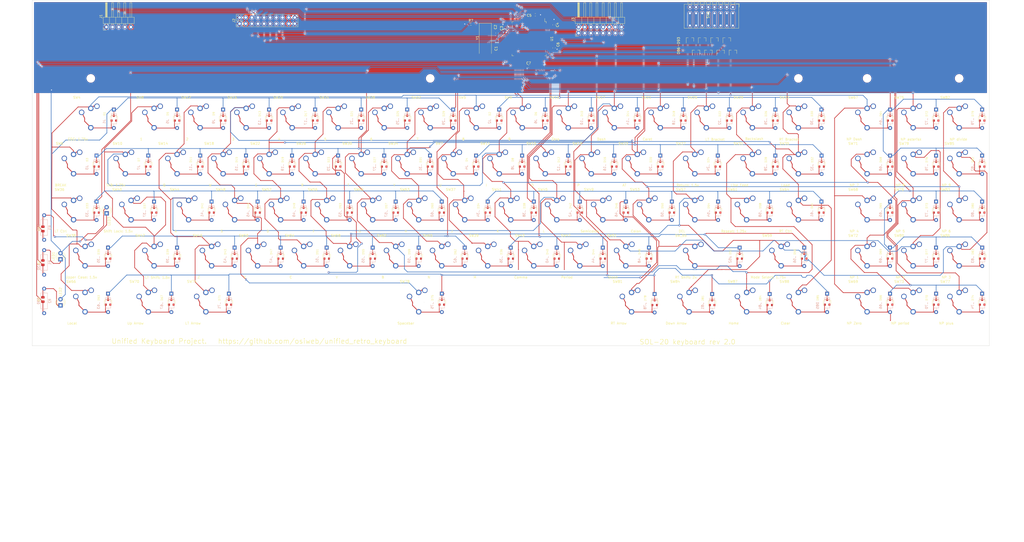
<source format=kicad_pcb>
(kicad_pcb (version 20171130) (host pcbnew "(5.1.9-0-10_14)")
  (title_block (title "Unified Retro Keyboard") (date 2020-12-30) (rev 2.0) (company OSIWeb.org) (comment 1 "SOL keyboard matrix"))
  (layers (0 F.Cu signal) (31 B.Cu signal) (34 B.Paste user) (35 F.Paste user) (36 B.SilkS user) (37 F.SilkS user) (38 B.Mask user) (39 F.Mask user) (44 Edge.Cuts user))
  (net 0 "")
  (net 1 /Row3)
  (net 2 /Row0)
  (net 3 /Row1)
  (net 4 "Net-(D5-Pad2)")
  (net 5 "Net-(D7-Pad2)")
  (net 6 "Net-(D8-Pad2)")
  (net 7 "Net-(D9-Pad2)")
  (net 8 "Net-(D10-Pad2)")
  (net 9 "Net-(D11-Pad2)")
  (net 10 "Net-(D12-Pad2)")
  (net 11 "Net-(D13-Pad2)")
  (net 12 "Net-(D14-Pad2)")
  (net 13 "Net-(D15-Pad2)")
  (net 14 "Net-(D16-Pad2)")
  (net 15 "Net-(D18-Pad2)")
  (net 16 "Net-(D19-Pad2)")
  (net 17 "Net-(D20-Pad2)")
  (net 18 "Net-(D22-Pad2)")
  (net 19 "Net-(D23-Pad2)")
  (net 20 "Net-(D24-Pad2)")
  (net 21 "Net-(D25-Pad2)")
  (net 22 "Net-(D26-Pad2)")
  (net 23 "Net-(D27-Pad2)")
  (net 24 "Net-(D28-Pad2)")
  (net 25 "Net-(D29-Pad2)")
  (net 26 "Net-(D30-Pad2)")
  (net 27 "Net-(D31-Pad2)")
  (net 28 "Net-(D32-Pad2)")
  (net 29 "Net-(D34-Pad2)")
  (net 30 "Net-(D36-Pad2)")
  (net 31 /Row4)
  (net 32 /Row5)
  (net 33 /Row7)
  (net 34 "Net-(D41-Pad2)")
  (net 35 "Net-(D42-Pad2)")
  (net 36 "Net-(D43-Pad2)")
  (net 37 "Net-(D45-Pad2)")
  (net 38 "Net-(D46-Pad2)")
  (net 39 "Net-(D47-Pad2)")
  (net 40 "Net-(D48-Pad2)")
  (net 41 "Net-(D49-Pad2)")
  (net 42 "Net-(D50-Pad2)")
  (net 43 "Net-(D51-Pad2)")
  (net 44 "Net-(D52-Pad2)")
  (net 45 "Net-(D53-Pad2)")
  (net 46 "Net-(D54-Pad2)")
  (net 47 "Net-(D55-Pad2)")
  (net 48 "Net-(D56-Pad2)")
  (net 49 "Net-(D57-Pad2)")
  (net 50 "Net-(D58-Pad2)")
  (net 51 "Net-(D59-Pad2)")
  (net 52 "Net-(D60-Pad2)")
  (net 53 "Net-(D61-Pad2)")
  (net 54 /Col0)
  (net 55 /Col1)
  (net 56 /Col2)
  (net 57 /Col3)
  (net 58 /Col4)
  (net 59 /Col5)
  (net 60 /Col6)
  (net 61 /Col7)
  (net 62 /Row6)
  (net 63 /Row2)
  (net 64 "Net-(D2-Pad2)")
  (net 65 "Net-(D3-Pad2)")
  (net 66 "Net-(D4-Pad2)")
  (net 67 "Net-(D6-Pad2)")
  (net 68 "Net-(D17-Pad2)")
  (net 69 "Net-(D21-Pad2)")
  (net 70 "Net-(D37-Pad2)")
  (net 71 "Net-(D38-Pad2)")
  (net 72 "Net-(D39-Pad2)")
  (net 73 "Net-(D40-Pad2)")
  (net 74 "Net-(D44-Pad2)")
  (net 75 "Net-(D1-Pad2)")
  (net 76 "Net-(D33-Pad2)")
  (net 77 "Net-(D35-Pad2)")
  (net 78 "Net-(D62-Pad2)")
  (net 79 "Net-(D63-Pad2)")
  (net 80 "Net-(D64-Pad2)")
  (net 81 "Net-(D65-Pad2)")
  (net 82 "Net-(D66-Pad2)")
  (net 83 "Net-(D67-Pad2)")
  (net 84 "Net-(D68-Pad2)")
  (net 85 "Net-(D69-Pad2)")
  (net 86 "Net-(D70-Pad2)")
  (net 87 "Net-(D71-Pad2)")
  (net 88 "Net-(D72-Pad2)")
  (net 89 "Net-(D73-Pad2)")
  (net 90 "Net-(D74-Pad2)")
  (net 91 "Net-(D75-Pad2)")
  (net 92 "Net-(D76-Pad2)")
  (net 93 "Net-(D77-Pad2)")
  (net 94 "Net-(D78-Pad2)")
  (net 95 "Net-(D79-Pad2)")
  (net 96 "Net-(D80-Pad2)")
  (net 97 "Net-(D81-Pad2)")
  (net 98 "Net-(D82-Pad2)")
  (net 99 "Net-(D83-Pad2)")
  (net 100 "Net-(D84-Pad2)")
  (net 101 "Net-(D85-Pad2)")
  (net 102 /Row11)
  (net 103 /Row12)
  (net 104 /Row10)
  (net 105 /Row9)
  (net 106 "Net-(LED1-Pad1)")
  (net 107 "Net-(LED2-Pad1)")
  (net 108 "Net-(LED3-Pad1)")
  (net 109 GND)
  (net 110 "Net-(C1-Pad1)")
  (net 111 "Net-(C2-Pad1)")
  (net 112 VCC)
  (net 113 "Net-(D86-Pad1)")
  (net 114 "Net-(D87-Pad1)")
  (net 115 "Net-(D88-Pad1)")
  (net 116 "Net-(D89-Pad1)")
  (net 117 "Net-(D90-Pad1)")
  (net 118 "Net-(D91-Pad1)")
  (net 119 "Net-(D92-Pad1)")
  (net 120 "Net-(D93-Pad1)")
  (net 121 "Net-(J3-Pad8)")
  (net 122 "Net-(J3-Pad7)")
  (net 123 "Net-(U1-Pad98)")
  (net 124 "Net-(U1-Pad97)")
  (net 125 "Net-(U1-Pad96)")
  (net 126 "Net-(U1-Pad95)")
  (net 127 "Net-(U1-Pad94)")
  (net 128 "Net-(U1-Pad89)")
  (net 129 "Net-(U1-Pad88)")
  (net 130 "Net-(U1-Pad87)")
  (net 131 "Net-(U1-Pad86)")
  (net 132 "Net-(U1-Pad85)")
  (net 133 "Net-(U1-Pad84)")
  (net 134 "Net-(U1-Pad83)")
  (net 135 "Net-(U1-Pad82)")
  (net 136 "Net-(U1-Pad70)")
  (net 137 "Net-(U1-Pad52)")
  (net 138 "Net-(U1-Pad51)")
  (net 139 "Net-(U1-Pad47)")
  (net 140 "Net-(U1-Pad46)")
  (net 141 "Net-(U1-Pad45)")
  (net 142 "Net-(U1-Pad44)")
  (net 143 "Net-(U1-Pad43)")
  (net 144 "Net-(U1-Pad42)")
  (net 145 "Net-(U1-Pad41)")
  (net 146 "Net-(U1-Pad40)")
  (net 147 "Net-(U1-Pad39)")
  (net 148 "Net-(U1-Pad38)")
  (net 149 "Net-(U1-Pad37)")
  (net 150 "Net-(U1-Pad36)")
  (net 151 "Net-(U1-Pad35)")
  (net 152 "Net-(U1-Pad29)")
  (net 153 "Net-(U1-Pad28)")
  (net 154 "Net-(U1-Pad19)")
  (net 155 "Net-(U1-Pad9)")
  (net 156 "Net-(U1-Pad8)")
  (net 157 "Net-(U1-Pad7)")
  (net 158 "Net-(U1-Pad6)")
  (net 159 "Net-(U1-Pad5)")
  (net 160 "Net-(U1-Pad4)")
  (net 161 "Net-(U1-Pad3)")
  (net 162 "Net-(U1-Pad2)")
  (net 163 "Net-(U1-Pad1)")
  (net 164 /encoder/OUT1)
  (net 165 /encoder/OUT2)
  (net 166 /encoder/OUT3)
  (net 167 /encoder/D7)
  (net 168 /encoder/D3)
  (net 169 /encoder/D6)
  (net 170 /encoder/D2)
  (net 171 /encoder/D5)
  (net 172 /encoder/D1)
  (net 173 /encoder/D4)
  (net 174 /encoder/D0)
  (net 175 /encoder/~STROBE)
  (net 176 /encoder/~RESET)
  (net 177 /encoder/MOSI)
  (net 178 /encoder/SCK)
  (net 179 /encoder/MISO)
  (net 180 /encoder/TDI)
  (net 181 /encoder/TMS)
  (net 182 /encoder/TDO)
  (net 183 /encoder/TCK)
  (net 184 /encoder/LED1)
  (net 185 /encoder/LED2)
  (net 186 /encoder/LED3)
  (net 187 /encoder/Row8)
  (net 188 /encoder/Row13)
  (net 189 /encoder/Row14)
  (net 190 /encoder/Row15)
  (module MountingHole:MountingHole_3.2mm_M3 (layer F.Cu) (at 256.51488 219.49156)
    (fp_text reference REF** hide)
    (fp_text value MountingHole_3.2mm_M3)
    (pad 1 np_thru_hole circle (at 0 0) (size 3.2 3.2) (drill 3.2) (layers *.Cu *.Mask))
  )
  (module unikbd:Key_MX (layer F.Cu) (at 437.06288 187.74156)
    (fp_text reference SW72 (at -5.7912 -8.6106) (layer F.SilkS))
    (fp_text value "NP 1" (at -5.334 8.6614) (layer F.SilkS))
    (fp_line (start -3.81 -2.54) (end -2.54 0) (layer F.Cu) (width 0.3048))
    (fp_line (start -2.54 0) (end -2.54 1.27) (layer F.Cu) (width 0.3048))
    (fp_line (start -2.54 1.27) (end 0 3.81) (layer F.Cu) (width 0.3048))
    (fp_line (start 1.651 -5.08) (end 1.27 -5.08) (layer F.Cu) (width 0.3048))
    (fp_line (start 1.27 -5.08) (end 0.7366 -4.6736) (layer F.Cu) (width 0.3048))
    (pad 2 thru_hole circle (at 0 3.8989) (size 2.2352 2.2352) (drill 1.397) (layers *.Cu *.Mask) (net 85 "Net-(D69-Pad2)"))
    (pad 1 thru_hole circle (at 0 -4.1021) (size 2.2352 2.2352) (drill 1.397) (layers *.Cu *.Mask) (net 55 /Col1))
    (pad 3 thru_hole circle (at 2.54 -4.9784) (size 2.2352 2.2352) (drill 1.5748) (layers *.Cu *.Mask))
    (pad "" np_thru_hole circle (at -5.08 0.1016) (size 1.7018 1.7018) (drill 1.7018) (layers *.Cu *.Mask))
    (pad "" np_thru_hole circle (at 5.08 0.1016) (size 1.7018 1.7018) (drill 1.7018) (layers *.Cu *.Mask))
    (pad "" np_thru_hole circle (at 0 0.1016) (size 3.9878 3.9878) (drill 3.9878) (layers *.Cu *.Mask))
    (pad 4 thru_hole circle (at -3.81 -2.4384) (size 2.2352 2.2352) (drill 1.5748) (layers *.Cu *.Mask))
  )
  (module unikbd:Key_MX (layer F.Cu) (at 251.45238 206.79156)
    (fp_text reference SW78 (at -5.7912 -8.6106) (layer F.SilkS))
    (fp_text value Spacebar (at -5.334 8.6614) (layer F.SilkS))
    (fp_line (start -3.81 -2.54) (end -2.54 0) (layer F.Cu) (width 0.3048))
    (fp_line (start -2.54 0) (end -2.54 1.27) (layer F.Cu) (width 0.3048))
    (fp_line (start -2.54 1.27) (end 0 3.81) (layer F.Cu) (width 0.3048))
    (fp_line (start 1.651 -5.08) (end 1.27 -5.08) (layer F.Cu) (width 0.3048))
    (fp_line (start 1.27 -5.08) (end 0.7366 -4.6736) (layer F.Cu) (width 0.3048))
    (pad 2 thru_hole circle (at 0 3.8989) (size 2.2352 2.2352) (drill 1.397) (layers *.Cu *.Mask) (net 91 "Net-(D75-Pad2)"))
    (pad 1 thru_hole circle (at 0 -4.1021) (size 2.2352 2.2352) (drill 1.397) (layers *.Cu *.Mask) (net 57 /Col3))
    (pad 3 thru_hole circle (at 2.54 -4.9784) (size 2.2352 2.2352) (drill 1.5748) (layers *.Cu *.Mask))
    (pad "" np_thru_hole circle (at -5.08 0.1016) (size 1.7018 1.7018) (drill 1.7018) (layers *.Cu *.Mask))
    (pad "" np_thru_hole circle (at 5.08 0.1016) (size 1.7018 1.7018) (drill 1.7018) (layers *.Cu *.Mask))
    (pad "" np_thru_hole circle (at 0 0.1016) (size 3.9878 3.9878) (drill 3.9878) (layers *.Cu *.Mask))
    (pad 4 thru_hole circle (at -3.81 -2.4384) (size 2.2352 2.2352) (drill 1.5748) (layers *.Cu *.Mask))
  )
  (module unikbd:Key_MX (layer F.Cu) (at 365.75238 168.69156)
    (fp_text reference SW57 (at -5.7912 -8.6106) (layer F.SilkS))
    (fp_text value DEL (at -5.334 8.6614) (layer F.SilkS))
    (fp_line (start -3.81 -2.54) (end -2.54 0) (layer F.Cu) (width 0.3048))
    (fp_line (start -2.54 0) (end -2.54 1.27) (layer F.Cu) (width 0.3048))
    (fp_line (start -2.54 1.27) (end 0 3.81) (layer F.Cu) (width 0.3048))
    (fp_line (start 1.651 -5.08) (end 1.27 -5.08) (layer F.Cu) (width 0.3048))
    (fp_line (start 1.27 -5.08) (end 0.7366 -4.6736) (layer F.Cu) (width 0.3048))
    (pad 2 thru_hole circle (at 0 3.8989) (size 2.2352 2.2352) (drill 1.397) (layers *.Cu *.Mask) (net 46 "Net-(D54-Pad2)"))
    (pad 1 thru_hole circle (at 0 -4.1021) (size 2.2352 2.2352) (drill 1.397) (layers *.Cu *.Mask) (net 59 /Col5))
    (pad 3 thru_hole circle (at 2.54 -4.9784) (size 2.2352 2.2352) (drill 1.5748) (layers *.Cu *.Mask))
    (pad "" np_thru_hole circle (at -5.08 0.1016) (size 1.7018 1.7018) (drill 1.7018) (layers *.Cu *.Mask))
    (pad "" np_thru_hole circle (at 5.08 0.1016) (size 1.7018 1.7018) (drill 1.7018) (layers *.Cu *.Mask))
    (pad "" np_thru_hole circle (at 0 0.1016) (size 3.9878 3.9878) (drill 3.9878) (layers *.Cu *.Mask))
    (pad 4 thru_hole circle (at -3.81 -2.4384) (size 2.2352 2.2352) (drill 1.5748) (layers *.Cu *.Mask))
  )
  (module unikbd:Key_MX (layer F.Cu) (at 203.82738 187.74156)
    (fp_text reference SW54 (at -5.7912 -8.6106) (layer F.SilkS))
    (fp_text value C (at -5.334 8.6614) (layer F.SilkS))
    (fp_line (start -3.81 -2.54) (end -2.54 0) (layer F.Cu) (width 0.3048))
    (fp_line (start -2.54 0) (end -2.54 1.27) (layer F.Cu) (width 0.3048))
    (fp_line (start -2.54 1.27) (end 0 3.81) (layer F.Cu) (width 0.3048))
    (fp_line (start 1.651 -5.08) (end 1.27 -5.08) (layer F.Cu) (width 0.3048))
    (fp_line (start 1.27 -5.08) (end 0.7366 -4.6736) (layer F.Cu) (width 0.3048))
    (pad 2 thru_hole circle (at 0 3.8989) (size 2.2352 2.2352) (drill 1.397) (layers *.Cu *.Mask) (net 43 "Net-(D51-Pad2)"))
    (pad 1 thru_hole circle (at 0 -4.1021) (size 2.2352 2.2352) (drill 1.397) (layers *.Cu *.Mask) (net 58 /Col4))
    (pad 3 thru_hole circle (at 2.54 -4.9784) (size 2.2352 2.2352) (drill 1.5748) (layers *.Cu *.Mask))
    (pad "" np_thru_hole circle (at -5.08 0.1016) (size 1.7018 1.7018) (drill 1.7018) (layers *.Cu *.Mask))
    (pad "" np_thru_hole circle (at 5.08 0.1016) (size 1.7018 1.7018) (drill 1.7018) (layers *.Cu *.Mask))
    (pad "" np_thru_hole circle (at 0 0.1016) (size 3.9878 3.9878) (drill 3.9878) (layers *.Cu *.Mask))
    (pad 4 thru_hole circle (at -3.81 -2.4384) (size 2.2352 2.2352) (drill 1.5748) (layers *.Cu *.Mask))
  )
  (module unikbd:Key_MX (layer F.Cu) (at 163.34613 206.79156)
    (fp_text reference SW74 (at -5.7912 -8.6106) (layer F.SilkS))
    (fp_text value "LT Arrow" (at -5.334 8.6614) (layer F.SilkS))
    (fp_line (start -3.81 -2.54) (end -2.54 0) (layer F.Cu) (width 0.3048))
    (fp_line (start -2.54 0) (end -2.54 1.27) (layer F.Cu) (width 0.3048))
    (fp_line (start -2.54 1.27) (end 0 3.81) (layer F.Cu) (width 0.3048))
    (fp_line (start 1.651 -5.08) (end 1.27 -5.08) (layer F.Cu) (width 0.3048))
    (fp_line (start 1.27 -5.08) (end 0.7366 -4.6736) (layer F.Cu) (width 0.3048))
    (pad 2 thru_hole circle (at 0 3.8989) (size 2.2352 2.2352) (drill 1.397) (layers *.Cu *.Mask) (net 87 "Net-(D71-Pad2)"))
    (pad 1 thru_hole circle (at 0 -4.1021) (size 2.2352 2.2352) (drill 1.397) (layers *.Cu *.Mask) (net 56 /Col2))
    (pad 3 thru_hole circle (at 2.54 -4.9784) (size 2.2352 2.2352) (drill 1.5748) (layers *.Cu *.Mask))
    (pad "" np_thru_hole circle (at -5.08 0.1016) (size 1.7018 1.7018) (drill 1.7018) (layers *.Cu *.Mask))
    (pad "" np_thru_hole circle (at 5.08 0.1016) (size 1.7018 1.7018) (drill 1.7018) (layers *.Cu *.Mask))
    (pad "" np_thru_hole circle (at 0 0.1016) (size 3.9878 3.9878) (drill 3.9878) (layers *.Cu *.Mask))
    (pad 4 thru_hole circle (at -3.81 -2.4384) (size 2.2352 2.2352) (drill 1.5748) (layers *.Cu *.Mask))
  )
  (module unikbd:Key_MX (layer F.Cu) (at 475.16288 149.64156)
    (fp_text reference SW85 (at -4.03098 -8.56996) (layer F.SilkS))
    (fp_text value "NP 9" (at -5.334 8.6614) (layer F.SilkS))
    (fp_line (start -3.81 -2.54) (end -2.54 0) (layer F.Cu) (width 0.3048))
    (fp_line (start -2.54 0) (end -2.54 1.27) (layer F.Cu) (width 0.3048))
    (fp_line (start -2.54 1.27) (end 0 3.81) (layer F.Cu) (width 0.3048))
    (fp_line (start 1.651 -5.08) (end 1.27 -5.08) (layer F.Cu) (width 0.3048))
    (fp_line (start 1.27 -5.08) (end 0.7366 -4.6736) (layer F.Cu) (width 0.3048))
    (pad 2 thru_hole circle (at 0 3.8989) (size 2.2352 2.2352) (drill 1.397) (layers *.Cu *.Mask) (net 98 "Net-(D82-Pad2)"))
    (pad 1 thru_hole circle (at 0 -4.1021) (size 2.2352 2.2352) (drill 1.397) (layers *.Cu *.Mask) (net 59 /Col5))
    (pad 3 thru_hole circle (at 2.54 -4.9784) (size 2.2352 2.2352) (drill 1.5748) (layers *.Cu *.Mask))
    (pad "" np_thru_hole circle (at -5.08 0.1016) (size 1.7018 1.7018) (drill 1.7018) (layers *.Cu *.Mask))
    (pad "" np_thru_hole circle (at 5.08 0.1016) (size 1.7018 1.7018) (drill 1.7018) (layers *.Cu *.Mask))
    (pad "" np_thru_hole circle (at 0 0.1016) (size 3.9878 3.9878) (drill 3.9878) (layers *.Cu *.Mask))
    (pad 4 thru_hole circle (at -3.81 -2.4384) (size 2.2352 2.2352) (drill 1.5748) (layers *.Cu *.Mask))
  )
  (module unikbd:Key_MX (layer F.Cu) (at 227.63988 149.64156)
    (fp_text reference SW30 (at -5.7912 -8.6106) (layer F.SilkS))
    (fp_text value T (at -5.334 8.6614) (layer F.SilkS))
    (fp_line (start -3.81 -2.54) (end -2.54 0) (layer F.Cu) (width 0.3048))
    (fp_line (start -2.54 0) (end -2.54 1.27) (layer F.Cu) (width 0.3048))
    (fp_line (start -2.54 1.27) (end 0 3.81) (layer F.Cu) (width 0.3048))
    (fp_line (start 1.651 -5.08) (end 1.27 -5.08) (layer F.Cu) (width 0.3048))
    (fp_line (start 1.27 -5.08) (end 0.7366 -4.6736) (layer F.Cu) (width 0.3048))
    (pad 2 thru_hole circle (at 0 3.8989) (size 2.2352 2.2352) (drill 1.397) (layers *.Cu *.Mask) (net 23 "Net-(D27-Pad2)"))
    (pad 1 thru_hole circle (at 0 -4.1021) (size 2.2352 2.2352) (drill 1.397) (layers *.Cu *.Mask) (net 60 /Col6))
    (pad 3 thru_hole circle (at 2.54 -4.9784) (size 2.2352 2.2352) (drill 1.5748) (layers *.Cu *.Mask))
    (pad "" np_thru_hole circle (at -5.08 0.1016) (size 1.7018 1.7018) (drill 1.7018) (layers *.Cu *.Mask))
    (pad "" np_thru_hole circle (at 5.08 0.1016) (size 1.7018 1.7018) (drill 1.7018) (layers *.Cu *.Mask))
    (pad "" np_thru_hole circle (at 0 0.1016) (size 3.9878 3.9878) (drill 3.9878) (layers *.Cu *.Mask))
    (pad 4 thru_hole circle (at -3.81 -2.4384) (size 2.2352 2.2352) (drill 1.5748) (layers *.Cu *.Mask))
  )
  (module unikbd:Key_MX (layer F.Cu) (at 408.61488 206.79156)
    (fp_text reference SW88 (at -5.7912 -8.6106) (layer F.SilkS))
    (fp_text value Clear (at -5.334 8.6614) (layer F.SilkS))
    (fp_line (start -3.81 -2.54) (end -2.54 0) (layer F.Cu) (width 0.3048))
    (fp_line (start -2.54 0) (end -2.54 1.27) (layer F.Cu) (width 0.3048))
    (fp_line (start -2.54 1.27) (end 0 3.81) (layer F.Cu) (width 0.3048))
    (fp_line (start 1.651 -5.08) (end 1.27 -5.08) (layer F.Cu) (width 0.3048))
    (fp_line (start 1.27 -5.08) (end 0.7366 -4.6736) (layer F.Cu) (width 0.3048))
    (pad 2 thru_hole circle (at 0 3.8989) (size 2.2352 2.2352) (drill 1.397) (layers *.Cu *.Mask) (net 101 "Net-(D85-Pad2)"))
    (pad 1 thru_hole circle (at 0 -4.1021) (size 2.2352 2.2352) (drill 1.397) (layers *.Cu *.Mask) (net 61 /Col7))
    (pad 3 thru_hole circle (at 2.54 -4.9784) (size 2.2352 2.2352) (drill 1.5748) (layers *.Cu *.Mask))
    (pad "" np_thru_hole circle (at -5.08 0.1016) (size 1.7018 1.7018) (drill 1.7018) (layers *.Cu *.Mask))
    (pad "" np_thru_hole circle (at 5.08 0.1016) (size 1.7018 1.7018) (drill 1.7018) (layers *.Cu *.Mask))
    (pad "" np_thru_hole circle (at 0 0.1016) (size 3.9878 3.9878) (drill 3.9878) (layers *.Cu *.Mask))
    (pad 4 thru_hole circle (at -3.81 -2.4384) (size 2.2352 2.2352) (drill 1.5748) (layers *.Cu *.Mask))
  )
  (module unikbd:Key_MX (layer F.Cu) (at 387.18363 206.79156)
    (fp_text reference SW87 (at -5.7912 -8.6106) (layer F.SilkS))
    (fp_text value Home (at -5.334 8.6614) (layer F.SilkS))
    (fp_line (start -3.81 -2.54) (end -2.54 0) (layer F.Cu) (width 0.3048))
    (fp_line (start -2.54 0) (end -2.54 1.27) (layer F.Cu) (width 0.3048))
    (fp_line (start -2.54 1.27) (end 0 3.81) (layer F.Cu) (width 0.3048))
    (fp_line (start 1.651 -5.08) (end 1.27 -5.08) (layer F.Cu) (width 0.3048))
    (fp_line (start 1.27 -5.08) (end 0.7366 -4.6736) (layer F.Cu) (width 0.3048))
    (pad 2 thru_hole circle (at 0 3.8989) (size 2.2352 2.2352) (drill 1.397) (layers *.Cu *.Mask) (net 100 "Net-(D84-Pad2)"))
    (pad 1 thru_hole circle (at 0 -4.1021) (size 2.2352 2.2352) (drill 1.397) (layers *.Cu *.Mask) (net 60 /Col6))
    (pad 3 thru_hole circle (at 2.54 -4.9784) (size 2.2352 2.2352) (drill 1.5748) (layers *.Cu *.Mask))
    (pad "" np_thru_hole circle (at -5.08 0.1016) (size 1.7018 1.7018) (drill 1.7018) (layers *.Cu *.Mask))
    (pad "" np_thru_hole circle (at 5.08 0.1016) (size 1.7018 1.7018) (drill 1.7018) (layers *.Cu *.Mask))
    (pad "" np_thru_hole circle (at 0 0.1016) (size 3.9878 3.9878) (drill 3.9878) (layers *.Cu *.Mask))
    (pad 4 thru_hole circle (at -3.81 -2.4384) (size 2.2352 2.2352) (drill 1.5748) (layers *.Cu *.Mask))
  )
  (module unikbd:Key_MX (layer F.Cu) (at 475.16288 187.74156)
    (fp_text reference SW86 (at -5.7912 -8.6106) (layer F.SilkS))
    (fp_text value "NP 3" (at -5.334 8.6614) (layer F.SilkS))
    (fp_line (start -3.81 -2.54) (end -2.54 0) (layer F.Cu) (width 0.3048))
    (fp_line (start -2.54 0) (end -2.54 1.27) (layer F.Cu) (width 0.3048))
    (fp_line (start -2.54 1.27) (end 0 3.81) (layer F.Cu) (width 0.3048))
    (fp_line (start 1.651 -5.08) (end 1.27 -5.08) (layer F.Cu) (width 0.3048))
    (fp_line (start 1.27 -5.08) (end 0.7366 -4.6736) (layer F.Cu) (width 0.3048))
    (pad 2 thru_hole circle (at 0 3.8989) (size 2.2352 2.2352) (drill 1.397) (layers *.Cu *.Mask) (net 99 "Net-(D83-Pad2)"))
    (pad 1 thru_hole circle (at 0 -4.1021) (size 2.2352 2.2352) (drill 1.397) (layers *.Cu *.Mask) (net 59 /Col5))
    (pad 3 thru_hole circle (at 2.54 -4.9784) (size 2.2352 2.2352) (drill 1.5748) (layers *.Cu *.Mask))
    (pad "" np_thru_hole circle (at -5.08 0.1016) (size 1.7018 1.7018) (drill 1.7018) (layers *.Cu *.Mask))
    (pad "" np_thru_hole circle (at 5.08 0.1016) (size 1.7018 1.7018) (drill 1.7018) (layers *.Cu *.Mask))
    (pad "" np_thru_hole circle (at 0 0.1016) (size 3.9878 3.9878) (drill 3.9878) (layers *.Cu *.Mask))
    (pad 4 thru_hole circle (at -3.81 -2.4384) (size 2.2352 2.2352) (drill 1.5748) (layers *.Cu *.Mask))
  )
  (module unikbd:Key_MX (layer F.Cu) (at 363.37113 206.79156)
    (fp_text reference SW84 (at -5.7912 -8.6106) (layer F.SilkS))
    (fp_text value "Down Arrow" (at -5.334 8.6614) (layer F.SilkS))
    (fp_line (start -3.81 -2.54) (end -2.54 0) (layer F.Cu) (width 0.3048))
    (fp_line (start -2.54 0) (end -2.54 1.27) (layer F.Cu) (width 0.3048))
    (fp_line (start -2.54 1.27) (end 0 3.81) (layer F.Cu) (width 0.3048))
    (fp_line (start 1.651 -5.08) (end 1.27 -5.08) (layer F.Cu) (width 0.3048))
    (fp_line (start 1.27 -5.08) (end 0.7366 -4.6736) (layer F.Cu) (width 0.3048))
    (pad 2 thru_hole circle (at 0 3.8989) (size 2.2352 2.2352) (drill 1.397) (layers *.Cu *.Mask) (net 97 "Net-(D81-Pad2)"))
    (pad 1 thru_hole circle (at 0 -4.1021) (size 2.2352 2.2352) (drill 1.397) (layers *.Cu *.Mask) (net 59 /Col5))
    (pad 3 thru_hole circle (at 2.54 -4.9784) (size 2.2352 2.2352) (drill 1.5748) (layers *.Cu *.Mask))
    (pad "" np_thru_hole circle (at -5.08 0.1016) (size 1.7018 1.7018) (drill 1.7018) (layers *.Cu *.Mask))
    (pad "" np_thru_hole circle (at 5.08 0.1016) (size 1.7018 1.7018) (drill 1.7018) (layers *.Cu *.Mask))
    (pad "" np_thru_hole circle (at 0 0.1016) (size 3.9878 3.9878) (drill 3.9878) (layers *.Cu *.Mask))
    (pad 4 thru_hole circle (at -3.81 -2.4384) (size 2.2352 2.2352) (drill 1.5748) (layers *.Cu *.Mask))
  )
  (module unikbd:Key_MX (layer F.Cu) (at 475.16288 168.69156)
    (fp_text reference SW83 (at -5.7912 -8.6106) (layer F.SilkS))
    (fp_text value "NP 6" (at -5.334 8.6614) (layer F.SilkS))
    (fp_line (start -3.81 -2.54) (end -2.54 0) (layer F.Cu) (width 0.3048))
    (fp_line (start -2.54 0) (end -2.54 1.27) (layer F.Cu) (width 0.3048))
    (fp_line (start -2.54 1.27) (end 0 3.81) (layer F.Cu) (width 0.3048))
    (fp_line (start 1.651 -5.08) (end 1.27 -5.08) (layer F.Cu) (width 0.3048))
    (fp_line (start 1.27 -5.08) (end 0.7366 -4.6736) (layer F.Cu) (width 0.3048))
    (pad 2 thru_hole circle (at 0 3.8989) (size 2.2352 2.2352) (drill 1.397) (layers *.Cu *.Mask) (net 96 "Net-(D80-Pad2)"))
    (pad 1 thru_hole circle (at 0 -4.1021) (size 2.2352 2.2352) (drill 1.397) (layers *.Cu *.Mask) (net 58 /Col4))
    (pad 3 thru_hole circle (at 2.54 -4.9784) (size 2.2352 2.2352) (drill 1.5748) (layers *.Cu *.Mask))
    (pad "" np_thru_hole circle (at -5.08 0.1016) (size 1.7018 1.7018) (drill 1.7018) (layers *.Cu *.Mask))
    (pad "" np_thru_hole circle (at 5.08 0.1016) (size 1.7018 1.7018) (drill 1.7018) (layers *.Cu *.Mask))
    (pad "" np_thru_hole circle (at 0 0.1016) (size 3.9878 3.9878) (drill 3.9878) (layers *.Cu *.Mask))
    (pad 4 thru_hole circle (at -3.81 -2.4384) (size 2.2352 2.2352) (drill 1.5748) (layers *.Cu *.Mask))
  )
  (module unikbd:Key_MX (layer F.Cu) (at 475.16288 130.59156)
    (fp_text reference SW82 (at -5.7912 -8.6106) (layer F.SilkS))
    (fp_text value "NP divide" (at -0.29718 8.72744) (layer F.SilkS))
    (fp_line (start -3.81 -2.54) (end -2.54 0) (layer F.Cu) (width 0.3048))
    (fp_line (start -2.54 0) (end -2.54 1.27) (layer F.Cu) (width 0.3048))
    (fp_line (start -2.54 1.27) (end 0 3.81) (layer F.Cu) (width 0.3048))
    (fp_line (start 1.651 -5.08) (end 1.27 -5.08) (layer F.Cu) (width 0.3048))
    (fp_line (start 1.27 -5.08) (end 0.7366 -4.6736) (layer F.Cu) (width 0.3048))
    (pad 2 thru_hole circle (at 0 3.8989) (size 2.2352 2.2352) (drill 1.397) (layers *.Cu *.Mask) (net 95 "Net-(D79-Pad2)"))
    (pad 1 thru_hole circle (at 0 -4.1021) (size 2.2352 2.2352) (drill 1.397) (layers *.Cu *.Mask) (net 58 /Col4))
    (pad 3 thru_hole circle (at 2.54 -4.9784) (size 2.2352 2.2352) (drill 1.5748) (layers *.Cu *.Mask))
    (pad "" np_thru_hole circle (at -5.08 0.1016) (size 1.7018 1.7018) (drill 1.7018) (layers *.Cu *.Mask))
    (pad "" np_thru_hole circle (at 5.08 0.1016) (size 1.7018 1.7018) (drill 1.7018) (layers *.Cu *.Mask))
    (pad "" np_thru_hole circle (at 0 0.1016) (size 3.9878 3.9878) (drill 3.9878) (layers *.Cu *.Mask))
    (pad 4 thru_hole circle (at -3.81 -2.4384) (size 2.2352 2.2352) (drill 1.5748) (layers *.Cu *.Mask))
  )
  (module unikbd:Key_MX (layer F.Cu) (at 339.55863 206.79156)
    (fp_text reference SW81 (at -5.7912 -8.6106) (layer F.SilkS))
    (fp_text value "RT Arrow" (at -5.334 8.6614) (layer F.SilkS))
    (fp_line (start -3.81 -2.54) (end -2.54 0) (layer F.Cu) (width 0.3048))
    (fp_line (start -2.54 0) (end -2.54 1.27) (layer F.Cu) (width 0.3048))
    (fp_line (start -2.54 1.27) (end 0 3.81) (layer F.Cu) (width 0.3048))
    (fp_line (start 1.651 -5.08) (end 1.27 -5.08) (layer F.Cu) (width 0.3048))
    (fp_line (start 1.27 -5.08) (end 0.7366 -4.6736) (layer F.Cu) (width 0.3048))
    (pad 2 thru_hole circle (at 0 3.8989) (size 2.2352 2.2352) (drill 1.397) (layers *.Cu *.Mask) (net 94 "Net-(D78-Pad2)"))
    (pad 1 thru_hole circle (at 0 -4.1021) (size 2.2352 2.2352) (drill 1.397) (layers *.Cu *.Mask) (net 58 /Col4))
    (pad 3 thru_hole circle (at 2.54 -4.9784) (size 2.2352 2.2352) (drill 1.5748) (layers *.Cu *.Mask))
    (pad "" np_thru_hole circle (at -5.08 0.1016) (size 1.7018 1.7018) (drill 1.7018) (layers *.Cu *.Mask))
    (pad "" np_thru_hole circle (at 5.08 0.1016) (size 1.7018 1.7018) (drill 1.7018) (layers *.Cu *.Mask))
    (pad "" np_thru_hole circle (at 0 0.1016) (size 3.9878 3.9878) (drill 3.9878) (layers *.Cu *.Mask))
    (pad 4 thru_hole circle (at -3.81 -2.4384) (size 2.2352 2.2352) (drill 1.5748) (layers *.Cu *.Mask))
  )
  (module unikbd:Key_MX (layer F.Cu) (at 456.11288 187.74156)
    (fp_text reference SW80 (at -5.7912 -8.6106) (layer F.SilkS))
    (fp_text value "NP 2" (at -5.334 8.6614) (layer F.SilkS))
    (fp_line (start -3.81 -2.54) (end -2.54 0) (layer F.Cu) (width 0.3048))
    (fp_line (start -2.54 0) (end -2.54 1.27) (layer F.Cu) (width 0.3048))
    (fp_line (start -2.54 1.27) (end 0 3.81) (layer F.Cu) (width 0.3048))
    (fp_line (start 1.651 -5.08) (end 1.27 -5.08) (layer F.Cu) (width 0.3048))
    (fp_line (start 1.27 -5.08) (end 0.7366 -4.6736) (layer F.Cu) (width 0.3048))
    (pad 2 thru_hole circle (at 0 3.8989) (size 2.2352 2.2352) (drill 1.397) (layers *.Cu *.Mask) (net 93 "Net-(D77-Pad2)"))
    (pad 1 thru_hole circle (at 0 -4.1021) (size 2.2352 2.2352) (drill 1.397) (layers *.Cu *.Mask) (net 57 /Col3))
    (pad 3 thru_hole circle (at 2.54 -4.9784) (size 2.2352 2.2352) (drill 1.5748) (layers *.Cu *.Mask))
    (pad "" np_thru_hole circle (at -5.08 0.1016) (size 1.7018 1.7018) (drill 1.7018) (layers *.Cu *.Mask))
    (pad "" np_thru_hole circle (at 5.08 0.1016) (size 1.7018 1.7018) (drill 1.7018) (layers *.Cu *.Mask))
    (pad "" np_thru_hole circle (at 0 0.1016) (size 3.9878 3.9878) (drill 3.9878) (layers *.Cu *.Mask))
    (pad 4 thru_hole circle (at -3.81 -2.4384) (size 2.2352 2.2352) (drill 1.5748) (layers *.Cu *.Mask))
  )
  (module unikbd:Key_MX (layer F.Cu) (at 456.11288 149.64156)
    (fp_text reference SW79 (at -3.75158 -8.56996) (layer F.SilkS))
    (fp_text value "NP 8" (at -5.334 8.6614) (layer F.SilkS))
    (fp_line (start -3.81 -2.54) (end -2.54 0) (layer F.Cu) (width 0.3048))
    (fp_line (start -2.54 0) (end -2.54 1.27) (layer F.Cu) (width 0.3048))
    (fp_line (start -2.54 1.27) (end 0 3.81) (layer F.Cu) (width 0.3048))
    (fp_line (start 1.651 -5.08) (end 1.27 -5.08) (layer F.Cu) (width 0.3048))
    (fp_line (start 1.27 -5.08) (end 0.7366 -4.6736) (layer F.Cu) (width 0.3048))
    (pad 2 thru_hole circle (at 0 3.8989) (size 2.2352 2.2352) (drill 1.397) (layers *.Cu *.Mask) (net 92 "Net-(D76-Pad2)"))
    (pad 1 thru_hole circle (at 0 -4.1021) (size 2.2352 2.2352) (drill 1.397) (layers *.Cu *.Mask) (net 57 /Col3))
    (pad 3 thru_hole circle (at 2.54 -4.9784) (size 2.2352 2.2352) (drill 1.5748) (layers *.Cu *.Mask))
    (pad "" np_thru_hole circle (at -5.08 0.1016) (size 1.7018 1.7018) (drill 1.7018) (layers *.Cu *.Mask))
    (pad "" np_thru_hole circle (at 5.08 0.1016) (size 1.7018 1.7018) (drill 1.7018) (layers *.Cu *.Mask))
    (pad "" np_thru_hole circle (at 0 0.1016) (size 3.9878 3.9878) (drill 3.9878) (layers *.Cu *.Mask))
    (pad 4 thru_hole circle (at -3.81 -2.4384) (size 2.2352 2.2352) (drill 1.5748) (layers *.Cu *.Mask))
  )
  (module unikbd:Key_MX (layer F.Cu) (at 475.16288 206.79156)
    (fp_text reference SW77 (at -5.7912 -8.6106) (layer F.SilkS))
    (fp_text value "NP plus" (at -5.334 8.6614) (layer F.SilkS))
    (fp_line (start -3.81 -2.54) (end -2.54 0) (layer F.Cu) (width 0.3048))
    (fp_line (start -2.54 0) (end -2.54 1.27) (layer F.Cu) (width 0.3048))
    (fp_line (start -2.54 1.27) (end 0 3.81) (layer F.Cu) (width 0.3048))
    (fp_line (start 1.651 -5.08) (end 1.27 -5.08) (layer F.Cu) (width 0.3048))
    (fp_line (start 1.27 -5.08) (end 0.7366 -4.6736) (layer F.Cu) (width 0.3048))
    (pad 2 thru_hole circle (at 0 3.8989) (size 2.2352 2.2352) (drill 1.397) (layers *.Cu *.Mask) (net 90 "Net-(D74-Pad2)"))
    (pad 1 thru_hole circle (at 0 -4.1021) (size 2.2352 2.2352) (drill 1.397) (layers *.Cu *.Mask) (net 56 /Col2))
    (pad 3 thru_hole circle (at 2.54 -4.9784) (size 2.2352 2.2352) (drill 1.5748) (layers *.Cu *.Mask))
    (pad "" np_thru_hole circle (at -5.08 0.1016) (size 1.7018 1.7018) (drill 1.7018) (layers *.Cu *.Mask))
    (pad "" np_thru_hole circle (at 5.08 0.1016) (size 1.7018 1.7018) (drill 1.7018) (layers *.Cu *.Mask))
    (pad "" np_thru_hole circle (at 0 0.1016) (size 3.9878 3.9878) (drill 3.9878) (layers *.Cu *.Mask))
    (pad 4 thru_hole circle (at -3.81 -2.4384) (size 2.2352 2.2352) (drill 1.5748) (layers *.Cu *.Mask))
  )
  (module unikbd:Key_MX (layer F.Cu) (at 456.11288 168.69156)
    (fp_text reference SW76 (at -5.7912 -8.6106) (layer F.SilkS))
    (fp_text value "NP 5" (at -5.334 8.6614) (layer F.SilkS))
    (fp_line (start -3.81 -2.54) (end -2.54 0) (layer F.Cu) (width 0.3048))
    (fp_line (start -2.54 0) (end -2.54 1.27) (layer F.Cu) (width 0.3048))
    (fp_line (start -2.54 1.27) (end 0 3.81) (layer F.Cu) (width 0.3048))
    (fp_line (start 1.651 -5.08) (end 1.27 -5.08) (layer F.Cu) (width 0.3048))
    (fp_line (start 1.27 -5.08) (end 0.7366 -4.6736) (layer F.Cu) (width 0.3048))
    (pad 2 thru_hole circle (at 0 3.8989) (size 2.2352 2.2352) (drill 1.397) (layers *.Cu *.Mask) (net 89 "Net-(D73-Pad2)"))
    (pad 1 thru_hole circle (at 0 -4.1021) (size 2.2352 2.2352) (drill 1.397) (layers *.Cu *.Mask) (net 56 /Col2))
    (pad 3 thru_hole circle (at 2.54 -4.9784) (size 2.2352 2.2352) (drill 1.5748) (layers *.Cu *.Mask))
    (pad "" np_thru_hole circle (at -5.08 0.1016) (size 1.7018 1.7018) (drill 1.7018) (layers *.Cu *.Mask))
    (pad "" np_thru_hole circle (at 5.08 0.1016) (size 1.7018 1.7018) (drill 1.7018) (layers *.Cu *.Mask))
    (pad "" np_thru_hole circle (at 0 0.1016) (size 3.9878 3.9878) (drill 3.9878) (layers *.Cu *.Mask))
    (pad 4 thru_hole circle (at -3.81 -2.4384) (size 2.2352 2.2352) (drill 1.5748) (layers *.Cu *.Mask))
  )
  (module unikbd:Key_MX (layer F.Cu) (at 456.11288 130.59156)
    (fp_text reference SW75 (at -5.7912 -8.6106) (layer F.SilkS))
    (fp_text value "NP asterisk" (at -0.88138 8.72744) (layer F.SilkS))
    (fp_line (start -3.81 -2.54) (end -2.54 0) (layer F.Cu) (width 0.3048))
    (fp_line (start -2.54 0) (end -2.54 1.27) (layer F.Cu) (width 0.3048))
    (fp_line (start -2.54 1.27) (end 0 3.81) (layer F.Cu) (width 0.3048))
    (fp_line (start 1.651 -5.08) (end 1.27 -5.08) (layer F.Cu) (width 0.3048))
    (fp_line (start 1.27 -5.08) (end 0.7366 -4.6736) (layer F.Cu) (width 0.3048))
    (pad 2 thru_hole circle (at 0 3.8989) (size 2.2352 2.2352) (drill 1.397) (layers *.Cu *.Mask) (net 88 "Net-(D72-Pad2)"))
    (pad 1 thru_hole circle (at 0 -4.1021) (size 2.2352 2.2352) (drill 1.397) (layers *.Cu *.Mask) (net 56 /Col2))
    (pad 3 thru_hole circle (at 2.54 -4.9784) (size 2.2352 2.2352) (drill 1.5748) (layers *.Cu *.Mask))
    (pad "" np_thru_hole circle (at -5.08 0.1016) (size 1.7018 1.7018) (drill 1.7018) (layers *.Cu *.Mask))
    (pad "" np_thru_hole circle (at 5.08 0.1016) (size 1.7018 1.7018) (drill 1.7018) (layers *.Cu *.Mask))
    (pad "" np_thru_hole circle (at 0 0.1016) (size 3.9878 3.9878) (drill 3.9878) (layers *.Cu *.Mask))
    (pad 4 thru_hole circle (at -3.81 -2.4384) (size 2.2352 2.2352) (drill 1.5748) (layers *.Cu *.Mask))
  )
  (module unikbd:Key_MX (layer F.Cu) (at 456.11288 206.79156)
    (fp_text reference SW73 (at -5.7912 -8.6106) (layer F.SilkS))
    (fp_text value "NP period" (at -5.334 8.6614) (layer F.SilkS))
    (fp_line (start -3.81 -2.54) (end -2.54 0) (layer F.Cu) (width 0.3048))
    (fp_line (start -2.54 0) (end -2.54 1.27) (layer F.Cu) (width 0.3048))
    (fp_line (start -2.54 1.27) (end 0 3.81) (layer F.Cu) (width 0.3048))
    (fp_line (start 1.651 -5.08) (end 1.27 -5.08) (layer F.Cu) (width 0.3048))
    (fp_line (start 1.27 -5.08) (end 0.7366 -4.6736) (layer F.Cu) (width 0.3048))
    (pad 2 thru_hole circle (at 0 3.8989) (size 2.2352 2.2352) (drill 1.397) (layers *.Cu *.Mask) (net 86 "Net-(D70-Pad2)"))
    (pad 1 thru_hole circle (at 0 -4.1021) (size 2.2352 2.2352) (drill 1.397) (layers *.Cu *.Mask) (net 55 /Col1))
    (pad 3 thru_hole circle (at 2.54 -4.9784) (size 2.2352 2.2352) (drill 1.5748) (layers *.Cu *.Mask))
    (pad "" np_thru_hole circle (at -5.08 0.1016) (size 1.7018 1.7018) (drill 1.7018) (layers *.Cu *.Mask))
    (pad "" np_thru_hole circle (at 5.08 0.1016) (size 1.7018 1.7018) (drill 1.7018) (layers *.Cu *.Mask))
    (pad "" np_thru_hole circle (at 0 0.1016) (size 3.9878 3.9878) (drill 3.9878) (layers *.Cu *.Mask))
    (pad 4 thru_hole circle (at -3.81 -2.4384) (size 2.2352 2.2352) (drill 1.5748) (layers *.Cu *.Mask))
  )
  (module unikbd:Key_MX (layer F.Cu) (at 437.06288 149.64156)
    (fp_text reference SW71 (at -5.7912 -8.6106) (layer F.SilkS))
    (fp_text value "NP 7" (at -5.334 8.6614) (layer F.SilkS))
    (fp_line (start -3.81 -2.54) (end -2.54 0) (layer F.Cu) (width 0.3048))
    (fp_line (start -2.54 0) (end -2.54 1.27) (layer F.Cu) (width 0.3048))
    (fp_line (start -2.54 1.27) (end 0 3.81) (layer F.Cu) (width 0.3048))
    (fp_line (start 1.651 -5.08) (end 1.27 -5.08) (layer F.Cu) (width 0.3048))
    (fp_line (start 1.27 -5.08) (end 0.7366 -4.6736) (layer F.Cu) (width 0.3048))
    (pad 2 thru_hole circle (at 0 3.8989) (size 2.2352 2.2352) (drill 1.397) (layers *.Cu *.Mask) (net 84 "Net-(D68-Pad2)"))
    (pad 1 thru_hole circle (at 0 -4.1021) (size 2.2352 2.2352) (drill 1.397) (layers *.Cu *.Mask) (net 55 /Col1))
    (pad 3 thru_hole circle (at 2.54 -4.9784) (size 2.2352 2.2352) (drill 1.5748) (layers *.Cu *.Mask))
    (pad "" np_thru_hole circle (at -5.08 0.1016) (size 1.7018 1.7018) (drill 1.7018) (layers *.Cu *.Mask))
    (pad "" np_thru_hole circle (at 5.08 0.1016) (size 1.7018 1.7018) (drill 1.7018) (layers *.Cu *.Mask))
    (pad "" np_thru_hole circle (at 0 0.1016) (size 3.9878 3.9878) (drill 3.9878) (layers *.Cu *.Mask))
    (pad 4 thru_hole circle (at -3.81 -2.4384) (size 2.2352 2.2352) (drill 1.5748) (layers *.Cu *.Mask))
  )
  (module unikbd:Key_MX (layer F.Cu) (at 139.53363 206.79156)
    (fp_text reference SW70 (at -5.7912 -8.6106) (layer F.SilkS))
    (fp_text value "Up Arrow" (at -5.334 8.6614) (layer F.SilkS))
    (fp_line (start -3.81 -2.54) (end -2.54 0) (layer F.Cu) (width 0.3048))
    (fp_line (start -2.54 0) (end -2.54 1.27) (layer F.Cu) (width 0.3048))
    (fp_line (start -2.54 1.27) (end 0 3.81) (layer F.Cu) (width 0.3048))
    (fp_line (start 1.651 -5.08) (end 1.27 -5.08) (layer F.Cu) (width 0.3048))
    (fp_line (start 1.27 -5.08) (end 0.7366 -4.6736) (layer F.Cu) (width 0.3048))
    (pad 2 thru_hole circle (at 0 3.8989) (size 2.2352 2.2352) (drill 1.397) (layers *.Cu *.Mask) (net 83 "Net-(D67-Pad2)"))
    (pad 1 thru_hole circle (at 0 -4.1021) (size 2.2352 2.2352) (drill 1.397) (layers *.Cu *.Mask) (net 55 /Col1))
    (pad 3 thru_hole circle (at 2.54 -4.9784) (size 2.2352 2.2352) (drill 1.5748) (layers *.Cu *.Mask))
    (pad "" np_thru_hole circle (at -5.08 0.1016) (size 1.7018 1.7018) (drill 1.7018) (layers *.Cu *.Mask))
    (pad "" np_thru_hole circle (at 5.08 0.1016) (size 1.7018 1.7018) (drill 1.7018) (layers *.Cu *.Mask))
    (pad "" np_thru_hole circle (at 0 0.1016) (size 3.9878 3.9878) (drill 3.9878) (layers *.Cu *.Mask))
    (pad 4 thru_hole circle (at -3.81 -2.4384) (size 2.2352 2.2352) (drill 1.5748) (layers *.Cu *.Mask))
  )
  (module unikbd:Key_MX (layer F.Cu) (at 437.06288 206.79156)
    (fp_text reference SW69 (at -5.7912 -8.6106) (layer F.SilkS))
    (fp_text value "NP Zero" (at -5.334 8.6614) (layer F.SilkS))
    (fp_line (start -3.81 -2.54) (end -2.54 0) (layer F.Cu) (width 0.3048))
    (fp_line (start -2.54 0) (end -2.54 1.27) (layer F.Cu) (width 0.3048))
    (fp_line (start -2.54 1.27) (end 0 3.81) (layer F.Cu) (width 0.3048))
    (fp_line (start 1.651 -5.08) (end 1.27 -5.08) (layer F.Cu) (width 0.3048))
    (fp_line (start 1.27 -5.08) (end 0.7366 -4.6736) (layer F.Cu) (width 0.3048))
    (pad 2 thru_hole circle (at 0 3.8989) (size 2.2352 2.2352) (drill 1.397) (layers *.Cu *.Mask) (net 82 "Net-(D66-Pad2)"))
    (pad 1 thru_hole circle (at 0 -4.1021) (size 2.2352 2.2352) (drill 1.397) (layers *.Cu *.Mask) (net 54 /Col0))
    (pad 3 thru_hole circle (at 2.54 -4.9784) (size 2.2352 2.2352) (drill 1.5748) (layers *.Cu *.Mask))
    (pad "" np_thru_hole circle (at -5.08 0.1016) (size 1.7018 1.7018) (drill 1.7018) (layers *.Cu *.Mask))
    (pad "" np_thru_hole circle (at 5.08 0.1016) (size 1.7018 1.7018) (drill 1.7018) (layers *.Cu *.Mask))
    (pad "" np_thru_hole circle (at 0 0.1016) (size 3.9878 3.9878) (drill 3.9878) (layers *.Cu *.Mask))
    (pad 4 thru_hole circle (at -3.81 -2.4384) (size 2.2352 2.2352) (drill 1.5748) (layers *.Cu *.Mask))
  )
  (module unikbd:Key_MX (layer F.Cu) (at 437.06288 168.69156)
    (fp_text reference SW68 (at -5.7912 -8.6106) (layer F.SilkS))
    (fp_text value "NP 4" (at -5.334 8.6614) (layer F.SilkS))
    (fp_line (start -3.81 -2.54) (end -2.54 0) (layer F.Cu) (width 0.3048))
    (fp_line (start -2.54 0) (end -2.54 1.27) (layer F.Cu) (width 0.3048))
    (fp_line (start -2.54 1.27) (end 0 3.81) (layer F.Cu) (width 0.3048))
    (fp_line (start 1.651 -5.08) (end 1.27 -5.08) (layer F.Cu) (width 0.3048))
    (fp_line (start 1.27 -5.08) (end 0.7366 -4.6736) (layer F.Cu) (width 0.3048))
    (pad 2 thru_hole circle (at 0 3.8989) (size 2.2352 2.2352) (drill 1.397) (layers *.Cu *.Mask) (net 81 "Net-(D65-Pad2)"))
    (pad 1 thru_hole circle (at 0 -4.1021) (size 2.2352 2.2352) (drill 1.397) (layers *.Cu *.Mask) (net 54 /Col0))
    (pad 3 thru_hole circle (at 2.54 -4.9784) (size 2.2352 2.2352) (drill 1.5748) (layers *.Cu *.Mask))
    (pad "" np_thru_hole circle (at -5.08 0.1016) (size 1.7018 1.7018) (drill 1.7018) (layers *.Cu *.Mask))
    (pad "" np_thru_hole circle (at 5.08 0.1016) (size 1.7018 1.7018) (drill 1.7018) (layers *.Cu *.Mask))
    (pad "" np_thru_hole circle (at 0 0.1016) (size 3.9878 3.9878) (drill 3.9878) (layers *.Cu *.Mask))
    (pad 4 thru_hole circle (at -3.81 -2.4384) (size 2.2352 2.2352) (drill 1.5748) (layers *.Cu *.Mask))
  )
  (module unikbd:Key_MX (layer F.Cu) (at 437.06288 130.59156)
    (fp_text reference SW67 (at -5.7912 -8.6106) (layer F.SilkS))
    (fp_text value "NP Dash" (at -5.334 8.6614) (layer F.SilkS))
    (fp_line (start -3.81 -2.54) (end -2.54 0) (layer F.Cu) (width 0.3048))
    (fp_line (start -2.54 0) (end -2.54 1.27) (layer F.Cu) (width 0.3048))
    (fp_line (start -2.54 1.27) (end 0 3.81) (layer F.Cu) (width 0.3048))
    (fp_line (start 1.651 -5.08) (end 1.27 -5.08) (layer F.Cu) (width 0.3048))
    (fp_line (start 1.27 -5.08) (end 0.7366 -4.6736) (layer F.Cu) (width 0.3048))
    (pad 2 thru_hole circle (at 0 3.8989) (size 2.2352 2.2352) (drill 1.397) (layers *.Cu *.Mask) (net 80 "Net-(D64-Pad2)"))
    (pad 1 thru_hole circle (at 0 -4.1021) (size 2.2352 2.2352) (drill 1.397) (layers *.Cu *.Mask) (net 54 /Col0))
    (pad 3 thru_hole circle (at 2.54 -4.9784) (size 2.2352 2.2352) (drill 1.5748) (layers *.Cu *.Mask))
    (pad "" np_thru_hole circle (at -5.08 0.1016) (size 1.7018 1.7018) (drill 1.7018) (layers *.Cu *.Mask))
    (pad "" np_thru_hole circle (at 5.08 0.1016) (size 1.7018 1.7018) (drill 1.7018) (layers *.Cu *.Mask))
    (pad "" np_thru_hole circle (at 0 0.1016) (size 3.9878 3.9878) (drill 3.9878) (layers *.Cu *.Mask))
    (pad 4 thru_hole circle (at -3.81 -2.4384) (size 2.2352 2.2352) (drill 1.5748) (layers *.Cu *.Mask))
  )
  (module unikbd:Key_MX (layer F.Cu) (at 113.33988 206.79156)
    (fp_text reference SW66 (at -5.7912 -8.6106) (layer F.SilkS))
    (fp_text value Local (at -5.334 8.6614) (layer F.SilkS))
    (fp_line (start -3.81 -2.54) (end -2.54 0) (layer F.Cu) (width 0.3048))
    (fp_line (start -2.54 0) (end -2.54 1.27) (layer F.Cu) (width 0.3048))
    (fp_line (start -2.54 1.27) (end 0 3.81) (layer F.Cu) (width 0.3048))
    (fp_line (start 1.651 -5.08) (end 1.27 -5.08) (layer F.Cu) (width 0.3048))
    (fp_line (start 1.27 -5.08) (end 0.7366 -4.6736) (layer F.Cu) (width 0.3048))
    (pad 2 thru_hole circle (at 0 3.8989) (size 2.2352 2.2352) (drill 1.397) (layers *.Cu *.Mask) (net 79 "Net-(D63-Pad2)"))
    (pad 1 thru_hole circle (at 0 -4.1021) (size 2.2352 2.2352) (drill 1.397) (layers *.Cu *.Mask) (net 54 /Col0))
    (pad 3 thru_hole circle (at 2.54 -4.9784) (size 2.2352 2.2352) (drill 1.5748) (layers *.Cu *.Mask))
    (pad "" np_thru_hole circle (at -5.08 0.1016) (size 1.7018 1.7018) (drill 1.7018) (layers *.Cu *.Mask))
    (pad "" np_thru_hole circle (at 5.08 0.1016) (size 1.7018 1.7018) (drill 1.7018) (layers *.Cu *.Mask))
    (pad "" np_thru_hole circle (at 0 0.1016) (size 3.9878 3.9878) (drill 3.9878) (layers *.Cu *.Mask))
    (pad 4 thru_hole circle (at -3.81 -2.4384) (size 2.2352 2.2352) (drill 1.5748) (layers *.Cu *.Mask))
  )
  (module unikbd:Key_MX (layer F.Cu) (at 260.97738 187.74156)
    (fp_text reference SW65 (at -5.7912 -8.6106) (layer F.SilkS))
    (fp_text value N (at -5.334 8.6614) (layer F.SilkS))
    (fp_line (start -3.81 -2.54) (end -2.54 0) (layer F.Cu) (width 0.3048))
    (fp_line (start -2.54 0) (end -2.54 1.27) (layer F.Cu) (width 0.3048))
    (fp_line (start -2.54 1.27) (end 0 3.81) (layer F.Cu) (width 0.3048))
    (fp_line (start 1.651 -5.08) (end 1.27 -5.08) (layer F.Cu) (width 0.3048))
    (fp_line (start 1.27 -5.08) (end 0.7366 -4.6736) (layer F.Cu) (width 0.3048))
    (pad 2 thru_hole circle (at 0 3.8989) (size 2.2352 2.2352) (drill 1.397) (layers *.Cu *.Mask) (net 78 "Net-(D62-Pad2)"))
    (pad 1 thru_hole circle (at 0 -4.1021) (size 2.2352 2.2352) (drill 1.397) (layers *.Cu *.Mask) (net 61 /Col7))
    (pad 3 thru_hole circle (at 2.54 -4.9784) (size 2.2352 2.2352) (drill 1.5748) (layers *.Cu *.Mask))
    (pad "" np_thru_hole circle (at -5.08 0.1016) (size 1.7018 1.7018) (drill 1.7018) (layers *.Cu *.Mask))
    (pad "" np_thru_hole circle (at 5.08 0.1016) (size 1.7018 1.7018) (drill 1.7018) (layers *.Cu *.Mask))
    (pad "" np_thru_hole circle (at 0 0.1016) (size 3.9878 3.9878) (drill 3.9878) (layers *.Cu *.Mask))
    (pad 4 thru_hole circle (at -3.81 -2.4384) (size 2.2352 2.2352) (drill 1.5748) (layers *.Cu *.Mask))
  )
  (module unikbd:Key_MX (layer F.Cu) (at 408.61488 168.69156)
    (fp_text reference SW64 (at -5.7912 -8.6106) (layer F.SilkS))
    (fp_text value "RT Ctrl" (at -5.334 8.6614) (layer F.SilkS))
    (fp_line (start -3.81 -2.54) (end -2.54 0) (layer F.Cu) (width 0.3048))
    (fp_line (start -2.54 0) (end -2.54 1.27) (layer F.Cu) (width 0.3048))
    (fp_line (start -2.54 1.27) (end 0 3.81) (layer F.Cu) (width 0.3048))
    (fp_line (start 1.651 -5.08) (end 1.27 -5.08) (layer F.Cu) (width 0.3048))
    (fp_line (start 1.27 -5.08) (end 0.7366 -4.6736) (layer F.Cu) (width 0.3048))
    (pad 2 thru_hole circle (at 0 3.8989) (size 2.2352 2.2352) (drill 1.397) (layers *.Cu *.Mask) (net 53 "Net-(D61-Pad2)"))
    (pad 1 thru_hole circle (at 0 -4.1021) (size 2.2352 2.2352) (drill 1.397) (layers *.Cu *.Mask) (net 61 /Col7))
    (pad 3 thru_hole circle (at 2.54 -4.9784) (size 2.2352 2.2352) (drill 1.5748) (layers *.Cu *.Mask))
    (pad "" np_thru_hole circle (at -5.08 0.1016) (size 1.7018 1.7018) (drill 1.7018) (layers *.Cu *.Mask))
    (pad "" np_thru_hole circle (at 5.08 0.1016) (size 1.7018 1.7018) (drill 1.7018) (layers *.Cu *.Mask))
    (pad "" np_thru_hole circle (at 0 0.1016) (size 3.9878 3.9878) (drill 3.9878) (layers *.Cu *.Mask))
    (pad 4 thru_hole circle (at -3.81 -2.4384) (size 2.2352 2.2352) (drill 1.5748) (layers *.Cu *.Mask))
  )
  (module unikbd:Key_MX (layer F.Cu) (at 251.45238 168.69156)
    (fp_text reference SW63 (at -5.7912 -8.6106) (layer F.SilkS))
    (fp_text value H (at -5.334 8.6614) (layer F.SilkS))
    (fp_line (start -3.81 -2.54) (end -2.54 0) (layer F.Cu) (width 0.3048))
    (fp_line (start -2.54 0) (end -2.54 1.27) (layer F.Cu) (width 0.3048))
    (fp_line (start -2.54 1.27) (end 0 3.81) (layer F.Cu) (width 0.3048))
    (fp_line (start 1.651 -5.08) (end 1.27 -5.08) (layer F.Cu) (width 0.3048))
    (fp_line (start 1.27 -5.08) (end 0.7366 -4.6736) (layer F.Cu) (width 0.3048))
    (pad 2 thru_hole circle (at 0 3.8989) (size 2.2352 2.2352) (drill 1.397) (layers *.Cu *.Mask) (net 52 "Net-(D60-Pad2)"))
    (pad 1 thru_hole circle (at 0 -4.1021) (size 2.2352 2.2352) (drill 1.397) (layers *.Cu *.Mask) (net 61 /Col7))
    (pad 3 thru_hole circle (at 2.54 -4.9784) (size 2.2352 2.2352) (drill 1.5748) (layers *.Cu *.Mask))
    (pad "" np_thru_hole circle (at -5.08 0.1016) (size 1.7018 1.7018) (drill 1.7018) (layers *.Cu *.Mask))
    (pad "" np_thru_hole circle (at 5.08 0.1016) (size 1.7018 1.7018) (drill 1.7018) (layers *.Cu *.Mask))
    (pad "" np_thru_hole circle (at 0 0.1016) (size 3.9878 3.9878) (drill 3.9878) (layers *.Cu *.Mask))
    (pad 4 thru_hole circle (at -3.81 -2.4384) (size 2.2352 2.2352) (drill 1.5748) (layers *.Cu *.Mask))
  )
  (module unikbd:Key_MX (layer F.Cu) (at 241.92738 187.74156)
    (fp_text reference SW62 (at -5.7912 -8.6106) (layer F.SilkS))
    (fp_text value B (at -5.334 8.6614) (layer F.SilkS))
    (fp_line (start -3.81 -2.54) (end -2.54 0) (layer F.Cu) (width 0.3048))
    (fp_line (start -2.54 0) (end -2.54 1.27) (layer F.Cu) (width 0.3048))
    (fp_line (start -2.54 1.27) (end 0 3.81) (layer F.Cu) (width 0.3048))
    (fp_line (start 1.651 -5.08) (end 1.27 -5.08) (layer F.Cu) (width 0.3048))
    (fp_line (start 1.27 -5.08) (end 0.7366 -4.6736) (layer F.Cu) (width 0.3048))
    (pad 2 thru_hole circle (at 0 3.8989) (size 2.2352 2.2352) (drill 1.397) (layers *.Cu *.Mask) (net 51 "Net-(D59-Pad2)"))
    (pad 1 thru_hole circle (at 0 -4.1021) (size 2.2352 2.2352) (drill 1.397) (layers *.Cu *.Mask) (net 60 /Col6))
    (pad 3 thru_hole circle (at 2.54 -4.9784) (size 2.2352 2.2352) (drill 1.5748) (layers *.Cu *.Mask))
    (pad "" np_thru_hole circle (at -5.08 0.1016) (size 1.7018 1.7018) (drill 1.7018) (layers *.Cu *.Mask))
    (pad "" np_thru_hole circle (at 5.08 0.1016) (size 1.7018 1.7018) (drill 1.7018) (layers *.Cu *.Mask))
    (pad "" np_thru_hole circle (at 0 0.1016) (size 3.9878 3.9878) (drill 3.9878) (layers *.Cu *.Mask))
    (pad 4 thru_hole circle (at -3.81 -2.4384) (size 2.2352 2.2352) (drill 1.5748) (layers *.Cu *.Mask))
  )
  (module unikbd:Key_MX (layer F.Cu) (at 387.18363 168.69156)
    (fp_text reference SW61 (at -5.7912 -8.6106) (layer F.SilkS))
    (fp_text value "Repeat: 1.25x" (at -5.334 8.6614) (layer F.SilkS))
    (fp_line (start -3.81 -2.54) (end -2.54 0) (layer F.Cu) (width 0.3048))
    (fp_line (start -2.54 0) (end -2.54 1.27) (layer F.Cu) (width 0.3048))
    (fp_line (start -2.54 1.27) (end 0 3.81) (layer F.Cu) (width 0.3048))
    (fp_line (start 1.651 -5.08) (end 1.27 -5.08) (layer F.Cu) (width 0.3048))
    (fp_line (start 1.27 -5.08) (end 0.7366 -4.6736) (layer F.Cu) (width 0.3048))
    (pad 2 thru_hole circle (at 0 3.8989) (size 2.2352 2.2352) (drill 1.397) (layers *.Cu *.Mask) (net 50 "Net-(D58-Pad2)"))
    (pad 1 thru_hole circle (at 0 -4.1021) (size 2.2352 2.2352) (drill 1.397) (layers *.Cu *.Mask) (net 60 /Col6))
    (pad 3 thru_hole circle (at 2.54 -4.9784) (size 2.2352 2.2352) (drill 1.5748) (layers *.Cu *.Mask))
    (pad "" np_thru_hole circle (at -5.08 0.1016) (size 1.7018 1.7018) (drill 1.7018) (layers *.Cu *.Mask))
    (pad "" np_thru_hole circle (at 5.08 0.1016) (size 1.7018 1.7018) (drill 1.7018) (layers *.Cu *.Mask))
    (pad "" np_thru_hole circle (at 0 0.1016) (size 3.9878 3.9878) (drill 3.9878) (layers *.Cu *.Mask))
    (pad 4 thru_hole circle (at -3.81 -2.4384) (size 2.2352 2.2352) (drill 1.5748) (layers *.Cu *.Mask))
  )
  (module unikbd:Key_MX (layer F.Cu) (at 232.40238 168.69156)
    (fp_text reference SW60 (at -5.7912 -8.6106) (layer F.SilkS))
    (fp_text value G (at -5.334 8.6614) (layer F.SilkS))
    (fp_line (start -3.81 -2.54) (end -2.54 0) (layer F.Cu) (width 0.3048))
    (fp_line (start -2.54 0) (end -2.54 1.27) (layer F.Cu) (width 0.3048))
    (fp_line (start -2.54 1.27) (end 0 3.81) (layer F.Cu) (width 0.3048))
    (fp_line (start 1.651 -5.08) (end 1.27 -5.08) (layer F.Cu) (width 0.3048))
    (fp_line (start 1.27 -5.08) (end 0.7366 -4.6736) (layer F.Cu) (width 0.3048))
    (pad 2 thru_hole circle (at 0 3.8989) (size 2.2352 2.2352) (drill 1.397) (layers *.Cu *.Mask) (net 49 "Net-(D57-Pad2)"))
    (pad 1 thru_hole circle (at 0 -4.1021) (size 2.2352 2.2352) (drill 1.397) (layers *.Cu *.Mask) (net 60 /Col6))
    (pad 3 thru_hole circle (at 2.54 -4.9784) (size 2.2352 2.2352) (drill 1.5748) (layers *.Cu *.Mask))
    (pad "" np_thru_hole circle (at -5.08 0.1016) (size 1.7018 1.7018) (drill 1.7018) (layers *.Cu *.Mask))
    (pad "" np_thru_hole circle (at 5.08 0.1016) (size 1.7018 1.7018) (drill 1.7018) (layers *.Cu *.Mask))
    (pad "" np_thru_hole circle (at 0 0.1016) (size 3.9878 3.9878) (drill 3.9878) (layers *.Cu *.Mask))
    (pad 4 thru_hole circle (at -3.81 -2.4384) (size 2.2352 2.2352) (drill 1.5748) (layers *.Cu *.Mask))
  )
  (module unikbd:Key_MX (layer F.Cu) (at 401.47113 187.74156)
    (fp_text reference SW59 (at -5.7912 -8.6106) (layer F.SilkS))
    (fp_text value "Mode Select: 1.75x" (at -5.334 8.6614) (layer F.SilkS))
    (fp_line (start -3.81 -2.54) (end -2.54 0) (layer F.Cu) (width 0.3048))
    (fp_line (start -2.54 0) (end -2.54 1.27) (layer F.Cu) (width 0.3048))
    (fp_line (start -2.54 1.27) (end 0 3.81) (layer F.Cu) (width 0.3048))
    (fp_line (start 1.651 -5.08) (end 1.27 -5.08) (layer F.Cu) (width 0.3048))
    (fp_line (start 1.27 -5.08) (end 0.7366 -4.6736) (layer F.Cu) (width 0.3048))
    (pad 2 thru_hole circle (at 0 3.8989) (size 2.2352 2.2352) (drill 1.397) (layers *.Cu *.Mask) (net 48 "Net-(D56-Pad2)"))
    (pad 1 thru_hole circle (at 0 -4.1021) (size 2.2352 2.2352) (drill 1.397) (layers *.Cu *.Mask) (net 59 /Col5))
    (pad 3 thru_hole circle (at 2.54 -4.9784) (size 2.2352 2.2352) (drill 1.5748) (layers *.Cu *.Mask))
    (pad "" np_thru_hole circle (at -5.08 0.1016) (size 1.7018 1.7018) (drill 1.7018) (layers *.Cu *.Mask))
    (pad "" np_thru_hole circle (at 5.08 0.1016) (size 1.7018 1.7018) (drill 1.7018) (layers *.Cu *.Mask))
    (pad "" np_thru_hole circle (at 0 0.1016) (size 3.9878 3.9878) (drill 3.9878) (layers *.Cu *.Mask))
    (pad 4 thru_hole circle (at -3.81 -2.4384) (size 2.2352 2.2352) (drill 1.5748) (layers *.Cu *.Mask))
  )
  (module unikbd:Key_MX (layer F.Cu) (at 222.87738 187.74156)
    (fp_text reference SW58 (at -5.7912 -8.6106) (layer F.SilkS))
    (fp_text value V (at -5.334 8.6614) (layer F.SilkS))
    (fp_line (start -3.81 -2.54) (end -2.54 0) (layer F.Cu) (width 0.3048))
    (fp_line (start -2.54 0) (end -2.54 1.27) (layer F.Cu) (width 0.3048))
    (fp_line (start -2.54 1.27) (end 0 3.81) (layer F.Cu) (width 0.3048))
    (fp_line (start 1.651 -5.08) (end 1.27 -5.08) (layer F.Cu) (width 0.3048))
    (fp_line (start 1.27 -5.08) (end 0.7366 -4.6736) (layer F.Cu) (width 0.3048))
    (pad 2 thru_hole circle (at 0 3.8989) (size 2.2352 2.2352) (drill 1.397) (layers *.Cu *.Mask) (net 47 "Net-(D55-Pad2)"))
    (pad 1 thru_hole circle (at 0 -4.1021) (size 2.2352 2.2352) (drill 1.397) (layers *.Cu *.Mask) (net 59 /Col5))
    (pad 3 thru_hole circle (at 2.54 -4.9784) (size 2.2352 2.2352) (drill 1.5748) (layers *.Cu *.Mask))
    (pad "" np_thru_hole circle (at -5.08 0.1016) (size 1.7018 1.7018) (drill 1.7018) (layers *.Cu *.Mask))
    (pad "" np_thru_hole circle (at 5.08 0.1016) (size 1.7018 1.7018) (drill 1.7018) (layers *.Cu *.Mask))
    (pad "" np_thru_hole circle (at 0 0.1016) (size 3.9878 3.9878) (drill 3.9878) (layers *.Cu *.Mask))
    (pad 4 thru_hole circle (at -3.81 -2.4384) (size 2.2352 2.2352) (drill 1.5748) (layers *.Cu *.Mask))
  )
  (module unikbd:Key_MX (layer F.Cu) (at 213.35238 168.69156)
    (fp_text reference SW56 (at -5.7912 -8.6106) (layer F.SilkS))
    (fp_text value F (at -5.334 8.6614) (layer F.SilkS))
    (fp_line (start -3.81 -2.54) (end -2.54 0) (layer F.Cu) (width 0.3048))
    (fp_line (start -2.54 0) (end -2.54 1.27) (layer F.Cu) (width 0.3048))
    (fp_line (start -2.54 1.27) (end 0 3.81) (layer F.Cu) (width 0.3048))
    (fp_line (start 1.651 -5.08) (end 1.27 -5.08) (layer F.Cu) (width 0.3048))
    (fp_line (start 1.27 -5.08) (end 0.7366 -4.6736) (layer F.Cu) (width 0.3048))
    (pad 2 thru_hole circle (at 0 3.8989) (size 2.2352 2.2352) (drill 1.397) (layers *.Cu *.Mask) (net 45 "Net-(D53-Pad2)"))
    (pad 1 thru_hole circle (at 0 -4.1021) (size 2.2352 2.2352) (drill 1.397) (layers *.Cu *.Mask) (net 59 /Col5))
    (pad 3 thru_hole circle (at 2.54 -4.9784) (size 2.2352 2.2352) (drill 1.5748) (layers *.Cu *.Mask))
    (pad "" np_thru_hole circle (at -5.08 0.1016) (size 1.7018 1.7018) (drill 1.7018) (layers *.Cu *.Mask))
    (pad "" np_thru_hole circle (at 5.08 0.1016) (size 1.7018 1.7018) (drill 1.7018) (layers *.Cu *.Mask))
    (pad "" np_thru_hole circle (at 0 0.1016) (size 3.9878 3.9878) (drill 3.9878) (layers *.Cu *.Mask))
    (pad 4 thru_hole circle (at -3.81 -2.4384) (size 2.2352 2.2352) (drill 1.5748) (layers *.Cu *.Mask))
  )
  (module unikbd:Key_MX (layer F.Cu) (at 346.70238 168.69156)
    (fp_text reference SW53 (at -5.7912 -8.6106) (layer F.SilkS))
    (fp_text value Colon (at -5.334 8.6614) (layer F.SilkS))
    (fp_line (start -3.81 -2.54) (end -2.54 0) (layer F.Cu) (width 0.3048))
    (fp_line (start -2.54 0) (end -2.54 1.27) (layer F.Cu) (width 0.3048))
    (fp_line (start -2.54 1.27) (end 0 3.81) (layer F.Cu) (width 0.3048))
    (fp_line (start 1.651 -5.08) (end 1.27 -5.08) (layer F.Cu) (width 0.3048))
    (fp_line (start 1.27 -5.08) (end 0.7366 -4.6736) (layer F.Cu) (width 0.3048))
    (pad 2 thru_hole circle (at 0 3.8989) (size 2.2352 2.2352) (drill 1.397) (layers *.Cu *.Mask) (net 42 "Net-(D50-Pad2)"))
    (pad 1 thru_hole circle (at 0 -4.1021) (size 2.2352 2.2352) (drill 1.397) (layers *.Cu *.Mask) (net 58 /Col4))
    (pad 3 thru_hole circle (at 2.54 -4.9784) (size 2.2352 2.2352) (drill 1.5748) (layers *.Cu *.Mask))
    (pad "" np_thru_hole circle (at -5.08 0.1016) (size 1.7018 1.7018) (drill 1.7018) (layers *.Cu *.Mask))
    (pad "" np_thru_hole circle (at 5.08 0.1016) (size 1.7018 1.7018) (drill 1.7018) (layers *.Cu *.Mask))
    (pad "" np_thru_hole circle (at 0 0.1016) (size 3.9878 3.9878) (drill 3.9878) (layers *.Cu *.Mask))
    (pad 4 thru_hole circle (at -3.81 -2.4384) (size 2.2352 2.2352) (drill 1.5748) (layers *.Cu *.Mask))
  )
  (module unikbd:Key_MX (layer F.Cu) (at 194.30238 168.69156)
    (fp_text reference SW52 (at -5.7912 -8.6106) (layer F.SilkS))
    (fp_text value D (at -5.334 8.6614) (layer F.SilkS))
    (fp_line (start -3.81 -2.54) (end -2.54 0) (layer F.Cu) (width 0.3048))
    (fp_line (start -2.54 0) (end -2.54 1.27) (layer F.Cu) (width 0.3048))
    (fp_line (start -2.54 1.27) (end 0 3.81) (layer F.Cu) (width 0.3048))
    (fp_line (start 1.651 -5.08) (end 1.27 -5.08) (layer F.Cu) (width 0.3048))
    (fp_line (start 1.27 -5.08) (end 0.7366 -4.6736) (layer F.Cu) (width 0.3048))
    (pad 2 thru_hole circle (at 0 3.8989) (size 2.2352 2.2352) (drill 1.397) (layers *.Cu *.Mask) (net 41 "Net-(D49-Pad2)"))
    (pad 1 thru_hole circle (at 0 -4.1021) (size 2.2352 2.2352) (drill 1.397) (layers *.Cu *.Mask) (net 58 /Col4))
    (pad 3 thru_hole circle (at 2.54 -4.9784) (size 2.2352 2.2352) (drill 1.5748) (layers *.Cu *.Mask))
    (pad "" np_thru_hole circle (at -5.08 0.1016) (size 1.7018 1.7018) (drill 1.7018) (layers *.Cu *.Mask))
    (pad "" np_thru_hole circle (at 5.08 0.1016) (size 1.7018 1.7018) (drill 1.7018) (layers *.Cu *.Mask))
    (pad "" np_thru_hole circle (at 0 0.1016) (size 3.9878 3.9878) (drill 3.9878) (layers *.Cu *.Mask))
    (pad 4 thru_hole circle (at -3.81 -2.4384) (size 2.2352 2.2352) (drill 1.5748) (layers *.Cu *.Mask))
  )
  (module unikbd:Key_MX (layer F.Cu) (at 337.17738 187.74156)
    (fp_text reference SW51 (at -5.7912 -8.6106) (layer F.SilkS))
    (fp_text value Slash (at -5.334 8.6614) (layer F.SilkS))
    (fp_line (start -3.81 -2.54) (end -2.54 0) (layer F.Cu) (width 0.3048))
    (fp_line (start -2.54 0) (end -2.54 1.27) (layer F.Cu) (width 0.3048))
    (fp_line (start -2.54 1.27) (end 0 3.81) (layer F.Cu) (width 0.3048))
    (fp_line (start 1.651 -5.08) (end 1.27 -5.08) (layer F.Cu) (width 0.3048))
    (fp_line (start 1.27 -5.08) (end 0.7366 -4.6736) (layer F.Cu) (width 0.3048))
    (pad 2 thru_hole circle (at 0 3.8989) (size 2.2352 2.2352) (drill 1.397) (layers *.Cu *.Mask) (net 40 "Net-(D48-Pad2)"))
    (pad 1 thru_hole circle (at 0 -4.1021) (size 2.2352 2.2352) (drill 1.397) (layers *.Cu *.Mask) (net 57 /Col3))
    (pad 3 thru_hole circle (at 2.54 -4.9784) (size 2.2352 2.2352) (drill 1.5748) (layers *.Cu *.Mask))
    (pad "" np_thru_hole circle (at -5.08 0.1016) (size 1.7018 1.7018) (drill 1.7018) (layers *.Cu *.Mask))
    (pad "" np_thru_hole circle (at 5.08 0.1016) (size 1.7018 1.7018) (drill 1.7018) (layers *.Cu *.Mask))
    (pad "" np_thru_hole circle (at 0 0.1016) (size 3.9878 3.9878) (drill 3.9878) (layers *.Cu *.Mask))
    (pad 4 thru_hole circle (at -3.81 -2.4384) (size 2.2352 2.2352) (drill 1.5748) (layers *.Cu *.Mask))
  )
  (module unikbd:Key_MX (layer F.Cu) (at 184.77738 187.74156)
    (fp_text reference SW50 (at -5.7912 -8.6106) (layer F.SilkS))
    (fp_text value X (at -5.334 8.6614) (layer F.SilkS))
    (fp_line (start -3.81 -2.54) (end -2.54 0) (layer F.Cu) (width 0.3048))
    (fp_line (start -2.54 0) (end -2.54 1.27) (layer F.Cu) (width 0.3048))
    (fp_line (start -2.54 1.27) (end 0 3.81) (layer F.Cu) (width 0.3048))
    (fp_line (start 1.651 -5.08) (end 1.27 -5.08) (layer F.Cu) (width 0.3048))
    (fp_line (start 1.27 -5.08) (end 0.7366 -4.6736) (layer F.Cu) (width 0.3048))
    (pad 2 thru_hole circle (at 0 3.8989) (size 2.2352 2.2352) (drill 1.397) (layers *.Cu *.Mask) (net 39 "Net-(D47-Pad2)"))
    (pad 1 thru_hole circle (at 0 -4.1021) (size 2.2352 2.2352) (drill 1.397) (layers *.Cu *.Mask) (net 57 /Col3))
    (pad 3 thru_hole circle (at 2.54 -4.9784) (size 2.2352 2.2352) (drill 1.5748) (layers *.Cu *.Mask))
    (pad "" np_thru_hole circle (at -5.08 0.1016) (size 1.7018 1.7018) (drill 1.7018) (layers *.Cu *.Mask))
    (pad "" np_thru_hole circle (at 5.08 0.1016) (size 1.7018 1.7018) (drill 1.7018) (layers *.Cu *.Mask))
    (pad "" np_thru_hole circle (at 0 0.1016) (size 3.9878 3.9878) (drill 3.9878) (layers *.Cu *.Mask))
    (pad 4 thru_hole circle (at -3.81 -2.4384) (size 2.2352 2.2352) (drill 1.5748) (layers *.Cu *.Mask))
  )
  (module unikbd:Key_MX (layer F.Cu) (at 327.65238 168.69156)
    (fp_text reference SW49 (at -5.7912 -8.6106) (layer F.SilkS))
    (fp_text value Semicolon (at -5.334 8.6614) (layer F.SilkS))
    (fp_line (start -3.81 -2.54) (end -2.54 0) (layer F.Cu) (width 0.3048))
    (fp_line (start -2.54 0) (end -2.54 1.27) (layer F.Cu) (width 0.3048))
    (fp_line (start -2.54 1.27) (end 0 3.81) (layer F.Cu) (width 0.3048))
    (fp_line (start 1.651 -5.08) (end 1.27 -5.08) (layer F.Cu) (width 0.3048))
    (fp_line (start 1.27 -5.08) (end 0.7366 -4.6736) (layer F.Cu) (width 0.3048))
    (pad 2 thru_hole circle (at 0 3.8989) (size 2.2352 2.2352) (drill 1.397) (layers *.Cu *.Mask) (net 38 "Net-(D46-Pad2)"))
    (pad 1 thru_hole circle (at 0 -4.1021) (size 2.2352 2.2352) (drill 1.397) (layers *.Cu *.Mask) (net 57 /Col3))
    (pad 3 thru_hole circle (at 2.54 -4.9784) (size 2.2352 2.2352) (drill 1.5748) (layers *.Cu *.Mask))
    (pad "" np_thru_hole circle (at -5.08 0.1016) (size 1.7018 1.7018) (drill 1.7018) (layers *.Cu *.Mask))
    (pad "" np_thru_hole circle (at 5.08 0.1016) (size 1.7018 1.7018) (drill 1.7018) (layers *.Cu *.Mask))
    (pad "" np_thru_hole circle (at 0 0.1016) (size 3.9878 3.9878) (drill 3.9878) (layers *.Cu *.Mask))
    (pad 4 thru_hole circle (at -3.81 -2.4384) (size 2.2352 2.2352) (drill 1.5748) (layers *.Cu *.Mask))
  )
  (module unikbd:Key_MX (layer F.Cu) (at 175.25238 168.69156)
    (fp_text reference SW48 (at -5.7912 -8.6106) (layer F.SilkS))
    (fp_text value S (at -5.334 8.6614) (layer F.SilkS))
    (fp_line (start -3.81 -2.54) (end -2.54 0) (layer F.Cu) (width 0.3048))
    (fp_line (start -2.54 0) (end -2.54 1.27) (layer F.Cu) (width 0.3048))
    (fp_line (start -2.54 1.27) (end 0 3.81) (layer F.Cu) (width 0.3048))
    (fp_line (start 1.651 -5.08) (end 1.27 -5.08) (layer F.Cu) (width 0.3048))
    (fp_line (start 1.27 -5.08) (end 0.7366 -4.6736) (layer F.Cu) (width 0.3048))
    (pad 2 thru_hole circle (at 0 3.8989) (size 2.2352 2.2352) (drill 1.397) (layers *.Cu *.Mask) (net 37 "Net-(D45-Pad2)"))
    (pad 1 thru_hole circle (at 0 -4.1021) (size 2.2352 2.2352) (drill 1.397) (layers *.Cu *.Mask) (net 57 /Col3))
    (pad 3 thru_hole circle (at 2.54 -4.9784) (size 2.2352 2.2352) (drill 1.5748) (layers *.Cu *.Mask))
    (pad "" np_thru_hole circle (at -5.08 0.1016) (size 1.7018 1.7018) (drill 1.7018) (layers *.Cu *.Mask))
    (pad "" np_thru_hole circle (at 5.08 0.1016) (size 1.7018 1.7018) (drill 1.7018) (layers *.Cu *.Mask))
    (pad "" np_thru_hole circle (at 0 0.1016) (size 3.9878 3.9878) (drill 3.9878) (layers *.Cu *.Mask))
    (pad 4 thru_hole circle (at -3.81 -2.4384) (size 2.2352 2.2352) (drill 1.5748) (layers *.Cu *.Mask))
  )
  (module unikbd:Key_MX (layer F.Cu) (at 318.12738 187.74156)
    (fp_text reference SW47 (at -5.7912 -8.6106) (layer F.SilkS))
    (fp_text value Period (at -5.334 8.6614) (layer F.SilkS))
    (fp_line (start -3.81 -2.54) (end -2.54 0) (layer F.Cu) (width 0.3048))
    (fp_line (start -2.54 0) (end -2.54 1.27) (layer F.Cu) (width 0.3048))
    (fp_line (start -2.54 1.27) (end 0 3.81) (layer F.Cu) (width 0.3048))
    (fp_line (start 1.651 -5.08) (end 1.27 -5.08) (layer F.Cu) (width 0.3048))
    (fp_line (start 1.27 -5.08) (end 0.7366 -4.6736) (layer F.Cu) (width 0.3048))
    (pad 2 thru_hole circle (at 0 3.8989) (size 2.2352 2.2352) (drill 1.397) (layers *.Cu *.Mask) (net 74 "Net-(D44-Pad2)"))
    (pad 1 thru_hole circle (at 0 -4.1021) (size 2.2352 2.2352) (drill 1.397) (layers *.Cu *.Mask) (net 56 /Col2))
    (pad 3 thru_hole circle (at 2.54 -4.9784) (size 2.2352 2.2352) (drill 1.5748) (layers *.Cu *.Mask))
    (pad "" np_thru_hole circle (at -5.08 0.1016) (size 1.7018 1.7018) (drill 1.7018) (layers *.Cu *.Mask))
    (pad "" np_thru_hole circle (at 5.08 0.1016) (size 1.7018 1.7018) (drill 1.7018) (layers *.Cu *.Mask))
    (pad "" np_thru_hole circle (at 0 0.1016) (size 3.9878 3.9878) (drill 3.9878) (layers *.Cu *.Mask))
    (pad 4 thru_hole circle (at -3.81 -2.4384) (size 2.2352 2.2352) (drill 1.5748) (layers *.Cu *.Mask))
  )
  (module unikbd:Key_MX (layer F.Cu) (at 165.72738 187.74156)
    (fp_text reference SW46 (at -5.7912 -8.6106) (layer F.SilkS))
    (fp_text value Z (at -5.334 8.6614) (layer F.SilkS))
    (fp_line (start -3.81 -2.54) (end -2.54 0) (layer F.Cu) (width 0.3048))
    (fp_line (start -2.54 0) (end -2.54 1.27) (layer F.Cu) (width 0.3048))
    (fp_line (start -2.54 1.27) (end 0 3.81) (layer F.Cu) (width 0.3048))
    (fp_line (start 1.651 -5.08) (end 1.27 -5.08) (layer F.Cu) (width 0.3048))
    (fp_line (start 1.27 -5.08) (end 0.7366 -4.6736) (layer F.Cu) (width 0.3048))
    (pad 2 thru_hole circle (at 0 3.8989) (size 2.2352 2.2352) (drill 1.397) (layers *.Cu *.Mask) (net 36 "Net-(D43-Pad2)"))
    (pad 1 thru_hole circle (at 0 -4.1021) (size 2.2352 2.2352) (drill 1.397) (layers *.Cu *.Mask) (net 56 /Col2))
    (pad 3 thru_hole circle (at 2.54 -4.9784) (size 2.2352 2.2352) (drill 1.5748) (layers *.Cu *.Mask))
    (pad "" np_thru_hole circle (at -5.08 0.1016) (size 1.7018 1.7018) (drill 1.7018) (layers *.Cu *.Mask))
    (pad "" np_thru_hole circle (at 5.08 0.1016) (size 1.7018 1.7018) (drill 1.7018) (layers *.Cu *.Mask))
    (pad "" np_thru_hole circle (at 0 0.1016) (size 3.9878 3.9878) (drill 3.9878) (layers *.Cu *.Mask))
    (pad 4 thru_hole circle (at -3.81 -2.4384) (size 2.2352 2.2352) (drill 1.5748) (layers *.Cu *.Mask))
  )
  (module unikbd:Key_MX (layer F.Cu) (at 308.60238 168.69156)
    (fp_text reference SW45 (at -5.7912 -8.6106) (layer F.SilkS))
    (fp_text value L (at -5.334 8.6614) (layer F.SilkS))
    (fp_line (start -3.81 -2.54) (end -2.54 0) (layer F.Cu) (width 0.3048))
    (fp_line (start -2.54 0) (end -2.54 1.27) (layer F.Cu) (width 0.3048))
    (fp_line (start -2.54 1.27) (end 0 3.81) (layer F.Cu) (width 0.3048))
    (fp_line (start 1.651 -5.08) (end 1.27 -5.08) (layer F.Cu) (width 0.3048))
    (fp_line (start 1.27 -5.08) (end 0.7366 -4.6736) (layer F.Cu) (width 0.3048))
    (pad 2 thru_hole circle (at 0 3.8989) (size 2.2352 2.2352) (drill 1.397) (layers *.Cu *.Mask) (net 35 "Net-(D42-Pad2)"))
    (pad 1 thru_hole circle (at 0 -4.1021) (size 2.2352 2.2352) (drill 1.397) (layers *.Cu *.Mask) (net 56 /Col2))
    (pad 3 thru_hole circle (at 2.54 -4.9784) (size 2.2352 2.2352) (drill 1.5748) (layers *.Cu *.Mask))
    (pad "" np_thru_hole circle (at -5.08 0.1016) (size 1.7018 1.7018) (drill 1.7018) (layers *.Cu *.Mask))
    (pad "" np_thru_hole circle (at 5.08 0.1016) (size 1.7018 1.7018) (drill 1.7018) (layers *.Cu *.Mask))
    (pad "" np_thru_hole circle (at 0 0.1016) (size 3.9878 3.9878) (drill 3.9878) (layers *.Cu *.Mask))
    (pad 4 thru_hole circle (at -3.81 -2.4384) (size 2.2352 2.2352) (drill 1.5748) (layers *.Cu *.Mask))
  )
  (module unikbd:Key_MX (layer F.Cu) (at 156.20238 168.69156)
    (fp_text reference SW44 (at -5.7912 -8.6106) (layer F.SilkS))
    (fp_text value A (at -5.334 8.6614) (layer F.SilkS))
    (fp_line (start -3.81 -2.54) (end -2.54 0) (layer F.Cu) (width 0.3048))
    (fp_line (start -2.54 0) (end -2.54 1.27) (layer F.Cu) (width 0.3048))
    (fp_line (start -2.54 1.27) (end 0 3.81) (layer F.Cu) (width 0.3048))
    (fp_line (start 1.651 -5.08) (end 1.27 -5.08) (layer F.Cu) (width 0.3048))
    (fp_line (start 1.27 -5.08) (end 0.7366 -4.6736) (layer F.Cu) (width 0.3048))
    (pad 2 thru_hole circle (at 0 3.8989) (size 2.2352 2.2352) (drill 1.397) (layers *.Cu *.Mask) (net 34 "Net-(D41-Pad2)"))
    (pad 1 thru_hole circle (at 0 -4.1021) (size 2.2352 2.2352) (drill 1.397) (layers *.Cu *.Mask) (net 56 /Col2))
    (pad 3 thru_hole circle (at 2.54 -4.9784) (size 2.2352 2.2352) (drill 1.5748) (layers *.Cu *.Mask))
    (pad "" np_thru_hole circle (at -5.08 0.1016) (size 1.7018 1.7018) (drill 1.7018) (layers *.Cu *.Mask))
    (pad "" np_thru_hole circle (at 5.08 0.1016) (size 1.7018 1.7018) (drill 1.7018) (layers *.Cu *.Mask))
    (pad "" np_thru_hole circle (at 0 0.1016) (size 3.9878 3.9878) (drill 3.9878) (layers *.Cu *.Mask))
    (pad 4 thru_hole circle (at -3.81 -2.4384) (size 2.2352 2.2352) (drill 1.5748) (layers *.Cu *.Mask))
  )
  (module unikbd:Key_MX (layer F.Cu) (at 299.07738 187.74156)
    (fp_text reference SW43 (at -5.7912 -8.6106) (layer F.SilkS))
    (fp_text value Comma (at -5.334 8.6614) (layer F.SilkS))
    (fp_line (start -3.81 -2.54) (end -2.54 0) (layer F.Cu) (width 0.3048))
    (fp_line (start -2.54 0) (end -2.54 1.27) (layer F.Cu) (width 0.3048))
    (fp_line (start -2.54 1.27) (end 0 3.81) (layer F.Cu) (width 0.3048))
    (fp_line (start 1.651 -5.08) (end 1.27 -5.08) (layer F.Cu) (width 0.3048))
    (fp_line (start 1.27 -5.08) (end 0.7366 -4.6736) (layer F.Cu) (width 0.3048))
    (pad 2 thru_hole circle (at 0 3.8989) (size 2.2352 2.2352) (drill 1.397) (layers *.Cu *.Mask) (net 73 "Net-(D40-Pad2)"))
    (pad 1 thru_hole circle (at 0 -4.1021) (size 2.2352 2.2352) (drill 1.397) (layers *.Cu *.Mask) (net 55 /Col1))
    (pad 3 thru_hole circle (at 2.54 -4.9784) (size 2.2352 2.2352) (drill 1.5748) (layers *.Cu *.Mask))
    (pad "" np_thru_hole circle (at -5.08 0.1016) (size 1.7018 1.7018) (drill 1.7018) (layers *.Cu *.Mask))
    (pad "" np_thru_hole circle (at 5.08 0.1016) (size 1.7018 1.7018) (drill 1.7018) (layers *.Cu *.Mask))
    (pad "" np_thru_hole circle (at 0 0.1016) (size 3.9878 3.9878) (drill 3.9878) (layers *.Cu *.Mask))
    (pad 4 thru_hole circle (at -3.81 -2.4384) (size 2.2352 2.2352) (drill 1.5748) (layers *.Cu *.Mask))
  )
  (module unikbd:Key_MX (layer F.Cu) (at 141.91488 187.74156)
    (fp_text reference SW42 (at -5.7912 -8.6106) (layer F.SilkS))
    (fp_text value "LT Shift: 1.5x" (at 1.36652 8.75284) (layer F.SilkS))
    (fp_line (start -3.81 -2.54) (end -2.54 0) (layer F.Cu) (width 0.3048))
    (fp_line (start -2.54 0) (end -2.54 1.27) (layer F.Cu) (width 0.3048))
    (fp_line (start -2.54 1.27) (end 0 3.81) (layer F.Cu) (width 0.3048))
    (fp_line (start 1.651 -5.08) (end 1.27 -5.08) (layer F.Cu) (width 0.3048))
    (fp_line (start 1.27 -5.08) (end 0.7366 -4.6736) (layer F.Cu) (width 0.3048))
    (pad 2 thru_hole circle (at 0 3.8989) (size 2.2352 2.2352) (drill 1.397) (layers *.Cu *.Mask) (net 72 "Net-(D39-Pad2)"))
    (pad 1 thru_hole circle (at 0 -4.1021) (size 2.2352 2.2352) (drill 1.397) (layers *.Cu *.Mask) (net 55 /Col1))
    (pad 3 thru_hole circle (at 2.54 -4.9784) (size 2.2352 2.2352) (drill 1.5748) (layers *.Cu *.Mask))
    (pad "" np_thru_hole circle (at -5.08 0.1016) (size 1.7018 1.7018) (drill 1.7018) (layers *.Cu *.Mask))
    (pad "" np_thru_hole circle (at 5.08 0.1016) (size 1.7018 1.7018) (drill 1.7018) (layers *.Cu *.Mask))
    (pad "" np_thru_hole circle (at 0 0.1016) (size 3.9878 3.9878) (drill 3.9878) (layers *.Cu *.Mask))
    (pad 4 thru_hole circle (at -3.81 -2.4384) (size 2.2352 2.2352) (drill 1.5748) (layers *.Cu *.Mask))
  )
  (module unikbd:Key_MX (layer F.Cu) (at 289.55238 168.69156)
    (fp_text reference SW41 (at -5.7912 -8.6106) (layer F.SilkS))
    (fp_text value K (at -5.334 8.6614) (layer F.SilkS))
    (fp_line (start -3.81 -2.54) (end -2.54 0) (layer F.Cu) (width 0.3048))
    (fp_line (start -2.54 0) (end -2.54 1.27) (layer F.Cu) (width 0.3048))
    (fp_line (start -2.54 1.27) (end 0 3.81) (layer F.Cu) (width 0.3048))
    (fp_line (start 1.651 -5.08) (end 1.27 -5.08) (layer F.Cu) (width 0.3048))
    (fp_line (start 1.27 -5.08) (end 0.7366 -4.6736) (layer F.Cu) (width 0.3048))
    (pad 2 thru_hole circle (at 0 3.8989) (size 2.2352 2.2352) (drill 1.397) (layers *.Cu *.Mask) (net 71 "Net-(D38-Pad2)"))
    (pad 1 thru_hole circle (at 0 -4.1021) (size 2.2352 2.2352) (drill 1.397) (layers *.Cu *.Mask) (net 55 /Col1))
    (pad 3 thru_hole circle (at 2.54 -4.9784) (size 2.2352 2.2352) (drill 1.5748) (layers *.Cu *.Mask))
    (pad "" np_thru_hole circle (at -5.08 0.1016) (size 1.7018 1.7018) (drill 1.7018) (layers *.Cu *.Mask))
    (pad "" np_thru_hole circle (at 5.08 0.1016) (size 1.7018 1.7018) (drill 1.7018) (layers *.Cu *.Mask))
    (pad "" np_thru_hole circle (at 0 0.1016) (size 3.9878 3.9878) (drill 3.9878) (layers *.Cu *.Mask))
    (pad 4 thru_hole circle (at -3.81 -2.4384) (size 2.2352 2.2352) (drill 1.5748) (layers *.Cu *.Mask))
  )
  (module unikbd:Key_MX (layer F.Cu) (at 132.38988 168.69156)
    (fp_text reference SW40 (at -5.7912 -8.6106) (layer F.SilkS))
    (fp_text value "Shift Lock: 1.5x" (at -5.334 8.6614) (layer F.SilkS))
    (fp_line (start -3.81 -2.54) (end -2.54 0) (layer F.Cu) (width 0.3048))
    (fp_line (start -2.54 0) (end -2.54 1.27) (layer F.Cu) (width 0.3048))
    (fp_line (start -2.54 1.27) (end 0 3.81) (layer F.Cu) (width 0.3048))
    (fp_line (start 1.651 -5.08) (end 1.27 -5.08) (layer F.Cu) (width 0.3048))
    (fp_line (start 1.27 -5.08) (end 0.7366 -4.6736) (layer F.Cu) (width 0.3048))
    (pad 2 thru_hole circle (at 0 3.8989) (size 2.2352 2.2352) (drill 1.397) (layers *.Cu *.Mask) (net 70 "Net-(D37-Pad2)"))
    (pad 1 thru_hole circle (at 0 -4.1021) (size 2.2352 2.2352) (drill 1.397) (layers *.Cu *.Mask) (net 55 /Col1))
    (pad 3 thru_hole circle (at 2.54 -4.9784) (size 2.2352 2.2352) (drill 1.5748) (layers *.Cu *.Mask))
    (pad "" np_thru_hole circle (at -5.08 0.1016) (size 1.7018 1.7018) (drill 1.7018) (layers *.Cu *.Mask))
    (pad "" np_thru_hole circle (at 5.08 0.1016) (size 1.7018 1.7018) (drill 1.7018) (layers *.Cu *.Mask))
    (pad "" np_thru_hole circle (at 0 0.1016) (size 3.9878 3.9878) (drill 3.9878) (layers *.Cu *.Mask))
    (pad 4 thru_hole circle (at -3.81 -2.4384) (size 2.2352 2.2352) (drill 1.5748) (layers *.Cu *.Mask))
  )
  (module unikbd:Key_MX (layer F.Cu) (at 280.02738 187.74156)
    (fp_text reference SW39 (at -5.7912 -8.6106) (layer F.SilkS))
    (fp_text value M (at -5.334 8.6614) (layer F.SilkS))
    (fp_line (start -3.81 -2.54) (end -2.54 0) (layer F.Cu) (width 0.3048))
    (fp_line (start -2.54 0) (end -2.54 1.27) (layer F.Cu) (width 0.3048))
    (fp_line (start -2.54 1.27) (end 0 3.81) (layer F.Cu) (width 0.3048))
    (fp_line (start 1.651 -5.08) (end 1.27 -5.08) (layer F.Cu) (width 0.3048))
    (fp_line (start 1.27 -5.08) (end 0.7366 -4.6736) (layer F.Cu) (width 0.3048))
    (pad 2 thru_hole circle (at 0 3.8989) (size 2.2352 2.2352) (drill 1.397) (layers *.Cu *.Mask) (net 30 "Net-(D36-Pad2)"))
    (pad 1 thru_hole circle (at 0 -4.1021) (size 2.2352 2.2352) (drill 1.397) (layers *.Cu *.Mask) (net 54 /Col0))
    (pad 3 thru_hole circle (at 2.54 -4.9784) (size 2.2352 2.2352) (drill 1.5748) (layers *.Cu *.Mask))
    (pad "" np_thru_hole circle (at -5.08 0.1016) (size 1.7018 1.7018) (drill 1.7018) (layers *.Cu *.Mask))
    (pad "" np_thru_hole circle (at 5.08 0.1016) (size 1.7018 1.7018) (drill 1.7018) (layers *.Cu *.Mask))
    (pad "" np_thru_hole circle (at 0 0.1016) (size 3.9878 3.9878) (drill 3.9878) (layers *.Cu *.Mask))
    (pad 4 thru_hole circle (at -3.81 -2.4384) (size 2.2352 2.2352) (drill 1.5748) (layers *.Cu *.Mask))
  )
  (module unikbd:Key_MX (layer F.Cu) (at 113.33988 187.74156)
    (fp_text reference SW38 (at -5.7912 -8.6106) (layer F.SilkS))
    (fp_text value "Upper Case: 1.5x" (at -1.55448 8.6614) (layer F.SilkS))
    (fp_line (start -3.81 -2.54) (end -2.54 0) (layer F.Cu) (width 0.3048))
    (fp_line (start -2.54 0) (end -2.54 1.27) (layer F.Cu) (width 0.3048))
    (fp_line (start -2.54 1.27) (end 0 3.81) (layer F.Cu) (width 0.3048))
    (fp_line (start 1.651 -5.08) (end 1.27 -5.08) (layer F.Cu) (width 0.3048))
    (fp_line (start 1.27 -5.08) (end 0.7366 -4.6736) (layer F.Cu) (width 0.3048))
    (pad 2 thru_hole circle (at 0 3.8989) (size 2.2352 2.2352) (drill 1.397) (layers *.Cu *.Mask) (net 77 "Net-(D35-Pad2)"))
    (pad 1 thru_hole circle (at 0 -4.1021) (size 2.2352 2.2352) (drill 1.397) (layers *.Cu *.Mask) (net 54 /Col0))
    (pad 3 thru_hole circle (at 2.54 -4.9784) (size 2.2352 2.2352) (drill 1.5748) (layers *.Cu *.Mask))
    (pad "" np_thru_hole circle (at -5.08 0.1016) (size 1.7018 1.7018) (drill 1.7018) (layers *.Cu *.Mask))
    (pad "" np_thru_hole circle (at 5.08 0.1016) (size 1.7018 1.7018) (drill 1.7018) (layers *.Cu *.Mask))
    (pad "" np_thru_hole circle (at 0 0.1016) (size 3.9878 3.9878) (drill 3.9878) (layers *.Cu *.Mask))
    (pad 4 thru_hole circle (at -3.81 -2.4384) (size 2.2352 2.2352) (drill 1.5748) (layers *.Cu *.Mask))
  )
  (module unikbd:Key_MX (layer F.Cu) (at 270.50238 168.69156)
    (fp_text reference SW37 (at -5.7912 -8.6106) (layer F.SilkS))
    (fp_text value J (at -5.334 8.6614) (layer F.SilkS))
    (fp_line (start -3.81 -2.54) (end -2.54 0) (layer F.Cu) (width 0.3048))
    (fp_line (start -2.54 0) (end -2.54 1.27) (layer F.Cu) (width 0.3048))
    (fp_line (start -2.54 1.27) (end 0 3.81) (layer F.Cu) (width 0.3048))
    (fp_line (start 1.651 -5.08) (end 1.27 -5.08) (layer F.Cu) (width 0.3048))
    (fp_line (start 1.27 -5.08) (end 0.7366 -4.6736) (layer F.Cu) (width 0.3048))
    (pad 2 thru_hole circle (at 0 3.8989) (size 2.2352 2.2352) (drill 1.397) (layers *.Cu *.Mask) (net 29 "Net-(D34-Pad2)"))
    (pad 1 thru_hole circle (at 0 -4.1021) (size 2.2352 2.2352) (drill 1.397) (layers *.Cu *.Mask) (net 54 /Col0))
    (pad 3 thru_hole circle (at 2.54 -4.9784) (size 2.2352 2.2352) (drill 1.5748) (layers *.Cu *.Mask))
    (pad "" np_thru_hole circle (at -5.08 0.1016) (size 1.7018 1.7018) (drill 1.7018) (layers *.Cu *.Mask))
    (pad "" np_thru_hole circle (at 5.08 0.1016) (size 1.7018 1.7018) (drill 1.7018) (layers *.Cu *.Mask))
    (pad "" np_thru_hole circle (at 0 0.1016) (size 3.9878 3.9878) (drill 3.9878) (layers *.Cu *.Mask))
    (pad 4 thru_hole circle (at -3.81 -2.4384) (size 2.2352 2.2352) (drill 1.5748) (layers *.Cu *.Mask))
  )
  (module unikbd:Key_MX (layer F.Cu) (at 108.57738 168.69156)
    (fp_text reference SW36 (at -5.7912 -8.6106) (layer F.SilkS))
    (fp_text value "LT Ctrl" (at -5.334 8.6614) (layer F.SilkS))
    (fp_line (start -3.81 -2.54) (end -2.54 0) (layer F.Cu) (width 0.3048))
    (fp_line (start -2.54 0) (end -2.54 1.27) (layer F.Cu) (width 0.3048))
    (fp_line (start -2.54 1.27) (end 0 3.81) (layer F.Cu) (width 0.3048))
    (fp_line (start 1.651 -5.08) (end 1.27 -5.08) (layer F.Cu) (width 0.3048))
    (fp_line (start 1.27 -5.08) (end 0.7366 -4.6736) (layer F.Cu) (width 0.3048))
    (pad 2 thru_hole circle (at 0 3.8989) (size 2.2352 2.2352) (drill 1.397) (layers *.Cu *.Mask) (net 76 "Net-(D33-Pad2)"))
    (pad 1 thru_hole circle (at 0 -4.1021) (size 2.2352 2.2352) (drill 1.397) (layers *.Cu *.Mask) (net 54 /Col0))
    (pad 3 thru_hole circle (at 2.54 -4.9784) (size 2.2352 2.2352) (drill 1.5748) (layers *.Cu *.Mask))
    (pad "" np_thru_hole circle (at -5.08 0.1016) (size 1.7018 1.7018) (drill 1.7018) (layers *.Cu *.Mask))
    (pad "" np_thru_hole circle (at 5.08 0.1016) (size 1.7018 1.7018) (drill 1.7018) (layers *.Cu *.Mask))
    (pad "" np_thru_hole circle (at 0 0.1016) (size 3.9878 3.9878) (drill 3.9878) (layers *.Cu *.Mask))
    (pad 4 thru_hole circle (at -3.81 -2.4384) (size 2.2352 2.2352) (drill 1.5748) (layers *.Cu *.Mask))
  )
  (module unikbd:Key_MX (layer F.Cu) (at 408.61488 149.64156)
    (fp_text reference SW35 (at -5.7912 -8.6106) (layer F.SilkS))
    (fp_text value Load (at -5.334 8.6614) (layer F.SilkS))
    (fp_line (start -3.81 -2.54) (end -2.54 0) (layer F.Cu) (width 0.3048))
    (fp_line (start -2.54 0) (end -2.54 1.27) (layer F.Cu) (width 0.3048))
    (fp_line (start -2.54 1.27) (end 0 3.81) (layer F.Cu) (width 0.3048))
    (fp_line (start 1.651 -5.08) (end 1.27 -5.08) (layer F.Cu) (width 0.3048))
    (fp_line (start 1.27 -5.08) (end 0.7366 -4.6736) (layer F.Cu) (width 0.3048))
    (pad 2 thru_hole circle (at 0 3.8989) (size 2.2352 2.2352) (drill 1.397) (layers *.Cu *.Mask) (net 28 "Net-(D32-Pad2)"))
    (pad 1 thru_hole circle (at 0 -4.1021) (size 2.2352 2.2352) (drill 1.397) (layers *.Cu *.Mask) (net 61 /Col7))
    (pad 3 thru_hole circle (at 2.54 -4.9784) (size 2.2352 2.2352) (drill 1.5748) (layers *.Cu *.Mask))
    (pad "" np_thru_hole circle (at -5.08 0.1016) (size 1.7018 1.7018) (drill 1.7018) (layers *.Cu *.Mask))
    (pad "" np_thru_hole circle (at 5.08 0.1016) (size 1.7018 1.7018) (drill 1.7018) (layers *.Cu *.Mask))
    (pad "" np_thru_hole circle (at 0 0.1016) (size 3.9878 3.9878) (drill 3.9878) (layers *.Cu *.Mask))
    (pad 4 thru_hole circle (at -3.81 -2.4384) (size 2.2352 2.2352) (drill 1.5748) (layers *.Cu *.Mask))
  )
  (module unikbd:Key_MX (layer F.Cu) (at 246.68988 149.64156)
    (fp_text reference SW34 (at -5.7912 -8.6106) (layer F.SilkS))
    (fp_text value Y (at -5.334 8.6614) (layer F.SilkS))
    (fp_line (start -3.81 -2.54) (end -2.54 0) (layer F.Cu) (width 0.3048))
    (fp_line (start -2.54 0) (end -2.54 1.27) (layer F.Cu) (width 0.3048))
    (fp_line (start -2.54 1.27) (end 0 3.81) (layer F.Cu) (width 0.3048))
    (fp_line (start 1.651 -5.08) (end 1.27 -5.08) (layer F.Cu) (width 0.3048))
    (fp_line (start 1.27 -5.08) (end 0.7366 -4.6736) (layer F.Cu) (width 0.3048))
    (pad 2 thru_hole circle (at 0 3.8989) (size 2.2352 2.2352) (drill 1.397) (layers *.Cu *.Mask) (net 27 "Net-(D31-Pad2)"))
    (pad 1 thru_hole circle (at 0 -4.1021) (size 2.2352 2.2352) (drill 1.397) (layers *.Cu *.Mask) (net 61 /Col7))
    (pad 3 thru_hole circle (at 2.54 -4.9784) (size 2.2352 2.2352) (drill 1.5748) (layers *.Cu *.Mask))
    (pad "" np_thru_hole circle (at -5.08 0.1016) (size 1.7018 1.7018) (drill 1.7018) (layers *.Cu *.Mask))
    (pad "" np_thru_hole circle (at 5.08 0.1016) (size 1.7018 1.7018) (drill 1.7018) (layers *.Cu *.Mask))
    (pad "" np_thru_hole circle (at 0 0.1016) (size 3.9878 3.9878) (drill 3.9878) (layers *.Cu *.Mask))
    (pad 4 thru_hole circle (at -3.81 -2.4384) (size 2.2352 2.2352) (drill 1.5748) (layers *.Cu *.Mask))
  )
  (module unikbd:Key_MX (layer F.Cu) (at 408.61488 130.59156)
    (fp_text reference SW33 (at -5.7912 -8.6106) (layer F.SilkS))
    (fp_text value "RT Bracket" (at -3.90398 8.75284) (layer F.SilkS))
    (fp_line (start -3.81 -2.54) (end -2.54 0) (layer F.Cu) (width 0.3048))
    (fp_line (start -2.54 0) (end -2.54 1.27) (layer F.Cu) (width 0.3048))
    (fp_line (start -2.54 1.27) (end 0 3.81) (layer F.Cu) (width 0.3048))
    (fp_line (start 1.651 -5.08) (end 1.27 -5.08) (layer F.Cu) (width 0.3048))
    (fp_line (start 1.27 -5.08) (end 0.7366 -4.6736) (layer F.Cu) (width 0.3048))
    (pad 2 thru_hole circle (at 0 3.8989) (size 2.2352 2.2352) (drill 1.397) (layers *.Cu *.Mask) (net 26 "Net-(D30-Pad2)"))
    (pad 1 thru_hole circle (at 0 -4.1021) (size 2.2352 2.2352) (drill 1.397) (layers *.Cu *.Mask) (net 61 /Col7))
    (pad 3 thru_hole circle (at 2.54 -4.9784) (size 2.2352 2.2352) (drill 1.5748) (layers *.Cu *.Mask))
    (pad "" np_thru_hole circle (at -5.08 0.1016) (size 1.7018 1.7018) (drill 1.7018) (layers *.Cu *.Mask))
    (pad "" np_thru_hole circle (at 5.08 0.1016) (size 1.7018 1.7018) (drill 1.7018) (layers *.Cu *.Mask))
    (pad "" np_thru_hole circle (at 0 0.1016) (size 3.9878 3.9878) (drill 3.9878) (layers *.Cu *.Mask))
    (pad 4 thru_hole circle (at -3.81 -2.4384) (size 2.2352 2.2352) (drill 1.5748) (layers *.Cu *.Mask))
  )
  (module unikbd:Key_MX (layer F.Cu) (at 256.21488 130.59156)
    (fp_text reference SW32 (at -5.7912 -8.6106) (layer F.SilkS))
    (fp_text value 7 (at -5.334 8.6614) (layer F.SilkS))
    (fp_line (start -3.81 -2.54) (end -2.54 0) (layer F.Cu) (width 0.3048))
    (fp_line (start -2.54 0) (end -2.54 1.27) (layer F.Cu) (width 0.3048))
    (fp_line (start -2.54 1.27) (end 0 3.81) (layer F.Cu) (width 0.3048))
    (fp_line (start 1.651 -5.08) (end 1.27 -5.08) (layer F.Cu) (width 0.3048))
    (fp_line (start 1.27 -5.08) (end 0.7366 -4.6736) (layer F.Cu) (width 0.3048))
    (pad 2 thru_hole circle (at 0 3.8989) (size 2.2352 2.2352) (drill 1.397) (layers *.Cu *.Mask) (net 25 "Net-(D29-Pad2)"))
    (pad 1 thru_hole circle (at 0 -4.1021) (size 2.2352 2.2352) (drill 1.397) (layers *.Cu *.Mask) (net 61 /Col7))
    (pad 3 thru_hole circle (at 2.54 -4.9784) (size 2.2352 2.2352) (drill 1.5748) (layers *.Cu *.Mask))
    (pad "" np_thru_hole circle (at -5.08 0.1016) (size 1.7018 1.7018) (drill 1.7018) (layers *.Cu *.Mask))
    (pad "" np_thru_hole circle (at 5.08 0.1016) (size 1.7018 1.7018) (drill 1.7018) (layers *.Cu *.Mask))
    (pad "" np_thru_hole circle (at 0 0.1016) (size 3.9878 3.9878) (drill 3.9878) (layers *.Cu *.Mask))
    (pad 4 thru_hole circle (at -3.81 -2.4384) (size 2.2352 2.2352) (drill 1.5748) (layers *.Cu *.Mask))
  )
  (module unikbd:Key_MX (layer F.Cu) (at 389.56488 149.64156)
    (fp_text reference SW31 (at -5.7912 -8.6106) (layer F.SilkS))
    (fp_text value "Line Feed" (at -5.334 8.6614) (layer F.SilkS))
    (fp_line (start -3.81 -2.54) (end -2.54 0) (layer F.Cu) (width 0.3048))
    (fp_line (start -2.54 0) (end -2.54 1.27) (layer F.Cu) (width 0.3048))
    (fp_line (start -2.54 1.27) (end 0 3.81) (layer F.Cu) (width 0.3048))
    (fp_line (start 1.651 -5.08) (end 1.27 -5.08) (layer F.Cu) (width 0.3048))
    (fp_line (start 1.27 -5.08) (end 0.7366 -4.6736) (layer F.Cu) (width 0.3048))
    (pad 2 thru_hole circle (at 0 3.8989) (size 2.2352 2.2352) (drill 1.397) (layers *.Cu *.Mask) (net 24 "Net-(D28-Pad2)"))
    (pad 1 thru_hole circle (at 0 -4.1021) (size 2.2352 2.2352) (drill 1.397) (layers *.Cu *.Mask) (net 60 /Col6))
    (pad 3 thru_hole circle (at 2.54 -4.9784) (size 2.2352 2.2352) (drill 1.5748) (layers *.Cu *.Mask))
    (pad "" np_thru_hole circle (at -5.08 0.1016) (size 1.7018 1.7018) (drill 1.7018) (layers *.Cu *.Mask))
    (pad "" np_thru_hole circle (at 5.08 0.1016) (size 1.7018 1.7018) (drill 1.7018) (layers *.Cu *.Mask))
    (pad "" np_thru_hole circle (at 0 0.1016) (size 3.9878 3.9878) (drill 3.9878) (layers *.Cu *.Mask))
    (pad 4 thru_hole circle (at -3.81 -2.4384) (size 2.2352 2.2352) (drill 1.5748) (layers *.Cu *.Mask))
  )
  (module unikbd:Key_MX (layer F.Cu) (at 389.56488 130.59156)
    (fp_text reference SW29 (at -5.7912 -8.6106) (layer F.SilkS))
    (fp_text value Backslash (at 0.79502 8.49884) (layer F.SilkS))
    (fp_line (start -3.81 -2.54) (end -2.54 0) (layer F.Cu) (width 0.3048))
    (fp_line (start -2.54 0) (end -2.54 1.27) (layer F.Cu) (width 0.3048))
    (fp_line (start -2.54 1.27) (end 0 3.81) (layer F.Cu) (width 0.3048))
    (fp_line (start 1.651 -5.08) (end 1.27 -5.08) (layer F.Cu) (width 0.3048))
    (fp_line (start 1.27 -5.08) (end 0.7366 -4.6736) (layer F.Cu) (width 0.3048))
    (pad 2 thru_hole circle (at 0 3.8989) (size 2.2352 2.2352) (drill 1.397) (layers *.Cu *.Mask) (net 22 "Net-(D26-Pad2)"))
    (pad 1 thru_hole circle (at 0 -4.1021) (size 2.2352 2.2352) (drill 1.397) (layers *.Cu *.Mask) (net 60 /Col6))
    (pad 3 thru_hole circle (at 2.54 -4.9784) (size 2.2352 2.2352) (drill 1.5748) (layers *.Cu *.Mask))
    (pad "" np_thru_hole circle (at -5.08 0.1016) (size 1.7018 1.7018) (drill 1.7018) (layers *.Cu *.Mask))
    (pad "" np_thru_hole circle (at 5.08 0.1016) (size 1.7018 1.7018) (drill 1.7018) (layers *.Cu *.Mask))
    (pad "" np_thru_hole circle (at 0 0.1016) (size 3.9878 3.9878) (drill 3.9878) (layers *.Cu *.Mask))
    (pad 4 thru_hole circle (at -3.81 -2.4384) (size 2.2352 2.2352) (drill 1.5748) (layers *.Cu *.Mask))
  )
  (module unikbd:Key_MX (layer F.Cu) (at 237.16488 130.59156)
    (fp_text reference SW28 (at -5.7912 -8.6106) (layer F.SilkS))
    (fp_text value 6 (at -5.334 8.6614) (layer F.SilkS))
    (fp_line (start -3.81 -2.54) (end -2.54 0) (layer F.Cu) (width 0.3048))
    (fp_line (start -2.54 0) (end -2.54 1.27) (layer F.Cu) (width 0.3048))
    (fp_line (start -2.54 1.27) (end 0 3.81) (layer F.Cu) (width 0.3048))
    (fp_line (start 1.651 -5.08) (end 1.27 -5.08) (layer F.Cu) (width 0.3048))
    (fp_line (start 1.27 -5.08) (end 0.7366 -4.6736) (layer F.Cu) (width 0.3048))
    (pad 2 thru_hole circle (at 0 3.8989) (size 2.2352 2.2352) (drill 1.397) (layers *.Cu *.Mask) (net 21 "Net-(D25-Pad2)"))
    (pad 1 thru_hole circle (at 0 -4.1021) (size 2.2352 2.2352) (drill 1.397) (layers *.Cu *.Mask) (net 60 /Col6))
    (pad 3 thru_hole circle (at 2.54 -4.9784) (size 2.2352 2.2352) (drill 1.5748) (layers *.Cu *.Mask))
    (pad "" np_thru_hole circle (at -5.08 0.1016) (size 1.7018 1.7018) (drill 1.7018) (layers *.Cu *.Mask))
    (pad "" np_thru_hole circle (at 5.08 0.1016) (size 1.7018 1.7018) (drill 1.7018) (layers *.Cu *.Mask))
    (pad "" np_thru_hole circle (at 0 0.1016) (size 3.9878 3.9878) (drill 3.9878) (layers *.Cu *.Mask))
    (pad 4 thru_hole circle (at -3.81 -2.4384) (size 2.2352 2.2352) (drill 1.5748) (layers *.Cu *.Mask))
  )
  (module unikbd:Key_MX (layer F.Cu) (at 365.75238 149.64156)
    (fp_text reference SW27 (at -5.7912 -8.6106) (layer F.SilkS))
    (fp_text value "Return: 1.5x" (at -2.95148 8.6614) (layer F.SilkS))
    (fp_line (start -3.81 -2.54) (end -2.54 0) (layer F.Cu) (width 0.3048))
    (fp_line (start -2.54 0) (end -2.54 1.27) (layer F.Cu) (width 0.3048))
    (fp_line (start -2.54 1.27) (end 0 3.81) (layer F.Cu) (width 0.3048))
    (fp_line (start 1.651 -5.08) (end 1.27 -5.08) (layer F.Cu) (width 0.3048))
    (fp_line (start 1.27 -5.08) (end 0.7366 -4.6736) (layer F.Cu) (width 0.3048))
    (pad 2 thru_hole circle (at 0 3.8989) (size 2.2352 2.2352) (drill 1.397) (layers *.Cu *.Mask) (net 20 "Net-(D24-Pad2)"))
    (pad 1 thru_hole circle (at 0 -4.1021) (size 2.2352 2.2352) (drill 1.397) (layers *.Cu *.Mask) (net 59 /Col5))
    (pad 3 thru_hole circle (at 2.54 -4.9784) (size 2.2352 2.2352) (drill 1.5748) (layers *.Cu *.Mask))
    (pad "" np_thru_hole circle (at -5.08 0.1016) (size 1.7018 1.7018) (drill 1.7018) (layers *.Cu *.Mask))
    (pad "" np_thru_hole circle (at 5.08 0.1016) (size 1.7018 1.7018) (drill 1.7018) (layers *.Cu *.Mask))
    (pad "" np_thru_hole circle (at 0 0.1016) (size 3.9878 3.9878) (drill 3.9878) (layers *.Cu *.Mask))
    (pad 4 thru_hole circle (at -3.81 -2.4384) (size 2.2352 2.2352) (drill 1.5748) (layers *.Cu *.Mask))
  )
  (module unikbd:Key_MX (layer F.Cu) (at 208.58988 149.64156)
    (fp_text reference SW26 (at -5.7912 -8.6106) (layer F.SilkS))
    (fp_text value R (at -5.334 8.6614) (layer F.SilkS))
    (fp_line (start -3.81 -2.54) (end -2.54 0) (layer F.Cu) (width 0.3048))
    (fp_line (start -2.54 0) (end -2.54 1.27) (layer F.Cu) (width 0.3048))
    (fp_line (start -2.54 1.27) (end 0 3.81) (layer F.Cu) (width 0.3048))
    (fp_line (start 1.651 -5.08) (end 1.27 -5.08) (layer F.Cu) (width 0.3048))
    (fp_line (start 1.27 -5.08) (end 0.7366 -4.6736) (layer F.Cu) (width 0.3048))
    (pad 2 thru_hole circle (at 0 3.8989) (size 2.2352 2.2352) (drill 1.397) (layers *.Cu *.Mask) (net 19 "Net-(D23-Pad2)"))
    (pad 1 thru_hole circle (at 0 -4.1021) (size 2.2352 2.2352) (drill 1.397) (layers *.Cu *.Mask) (net 59 /Col5))
    (pad 3 thru_hole circle (at 2.54 -4.9784) (size 2.2352 2.2352) (drill 1.5748) (layers *.Cu *.Mask))
    (pad "" np_thru_hole circle (at -5.08 0.1016) (size 1.7018 1.7018) (drill 1.7018) (layers *.Cu *.Mask))
    (pad "" np_thru_hole circle (at 5.08 0.1016) (size 1.7018 1.7018) (drill 1.7018) (layers *.Cu *.Mask))
    (pad "" np_thru_hole circle (at 0 0.1016) (size 3.9878 3.9878) (drill 3.9878) (layers *.Cu *.Mask))
    (pad 4 thru_hole circle (at -3.81 -2.4384) (size 2.2352 2.2352) (drill 1.5748) (layers *.Cu *.Mask))
  )
  (module unikbd:Key_MX (layer F.Cu) (at 370.51488 130.59156)
    (fp_text reference SW25 (at -5.7912 -8.6106) (layer F.SilkS))
    (fp_text value "LT Bracket" (at 3.58902 8.75284) (layer F.SilkS))
    (fp_line (start -3.81 -2.54) (end -2.54 0) (layer F.Cu) (width 0.3048))
    (fp_line (start -2.54 0) (end -2.54 1.27) (layer F.Cu) (width 0.3048))
    (fp_line (start -2.54 1.27) (end 0 3.81) (layer F.Cu) (width 0.3048))
    (fp_line (start 1.651 -5.08) (end 1.27 -5.08) (layer F.Cu) (width 0.3048))
    (fp_line (start 1.27 -5.08) (end 0.7366 -4.6736) (layer F.Cu) (width 0.3048))
    (pad 2 thru_hole circle (at 0 3.8989) (size 2.2352 2.2352) (drill 1.397) (layers *.Cu *.Mask) (net 18 "Net-(D22-Pad2)"))
    (pad 1 thru_hole circle (at 0 -4.1021) (size 2.2352 2.2352) (drill 1.397) (layers *.Cu *.Mask) (net 59 /Col5))
    (pad 3 thru_hole circle (at 2.54 -4.9784) (size 2.2352 2.2352) (drill 1.5748) (layers *.Cu *.Mask))
    (pad "" np_thru_hole circle (at -5.08 0.1016) (size 1.7018 1.7018) (drill 1.7018) (layers *.Cu *.Mask))
    (pad "" np_thru_hole circle (at 5.08 0.1016) (size 1.7018 1.7018) (drill 1.7018) (layers *.Cu *.Mask))
    (pad "" np_thru_hole circle (at 0 0.1016) (size 3.9878 3.9878) (drill 3.9878) (layers *.Cu *.Mask))
    (pad 4 thru_hole circle (at -3.81 -2.4384) (size 2.2352 2.2352) (drill 1.5748) (layers *.Cu *.Mask))
  )
  (module unikbd:Key_MX (layer F.Cu) (at 218.11488 130.59156)
    (fp_text reference SW24 (at -5.7912 -8.6106) (layer F.SilkS))
    (fp_text value 5 (at -5.334 8.6614) (layer F.SilkS))
    (fp_line (start -3.81 -2.54) (end -2.54 0) (layer F.Cu) (width 0.3048))
    (fp_line (start -2.54 0) (end -2.54 1.27) (layer F.Cu) (width 0.3048))
    (fp_line (start -2.54 1.27) (end 0 3.81) (layer F.Cu) (width 0.3048))
    (fp_line (start 1.651 -5.08) (end 1.27 -5.08) (layer F.Cu) (width 0.3048))
    (fp_line (start 1.27 -5.08) (end 0.7366 -4.6736) (layer F.Cu) (width 0.3048))
    (pad 2 thru_hole circle (at 0 3.8989) (size 2.2352 2.2352) (drill 1.397) (layers *.Cu *.Mask) (net 69 "Net-(D21-Pad2)"))
    (pad 1 thru_hole circle (at 0 -4.1021) (size 2.2352 2.2352) (drill 1.397) (layers *.Cu *.Mask) (net 59 /Col5))
    (pad 3 thru_hole circle (at 2.54 -4.9784) (size 2.2352 2.2352) (drill 1.5748) (layers *.Cu *.Mask))
    (pad "" np_thru_hole circle (at -5.08 0.1016) (size 1.7018 1.7018) (drill 1.7018) (layers *.Cu *.Mask))
    (pad "" np_thru_hole circle (at 5.08 0.1016) (size 1.7018 1.7018) (drill 1.7018) (layers *.Cu *.Mask))
    (pad "" np_thru_hole circle (at 0 0.1016) (size 3.9878 3.9878) (drill 3.9878) (layers *.Cu *.Mask))
    (pad 4 thru_hole circle (at -3.81 -2.4384) (size 2.2352 2.2352) (drill 1.5748) (layers *.Cu *.Mask))
  )
  (module unikbd:Key_MX (layer F.Cu) (at 341.93988 149.64156)
    (fp_text reference SW23 (at -5.7912 -8.6106) (layer F.SilkS))
    (fp_text value AT (at -5.334 8.6614) (layer F.SilkS))
    (fp_line (start -3.81 -2.54) (end -2.54 0) (layer F.Cu) (width 0.3048))
    (fp_line (start -2.54 0) (end -2.54 1.27) (layer F.Cu) (width 0.3048))
    (fp_line (start -2.54 1.27) (end 0 3.81) (layer F.Cu) (width 0.3048))
    (fp_line (start 1.651 -5.08) (end 1.27 -5.08) (layer F.Cu) (width 0.3048))
    (fp_line (start 1.27 -5.08) (end 0.7366 -4.6736) (layer F.Cu) (width 0.3048))
    (pad 2 thru_hole circle (at 0 3.8989) (size 2.2352 2.2352) (drill 1.397) (layers *.Cu *.Mask) (net 17 "Net-(D20-Pad2)"))
    (pad 1 thru_hole circle (at 0 -4.1021) (size 2.2352 2.2352) (drill 1.397) (layers *.Cu *.Mask) (net 58 /Col4))
    (pad 3 thru_hole circle (at 2.54 -4.9784) (size 2.2352 2.2352) (drill 1.5748) (layers *.Cu *.Mask))
    (pad "" np_thru_hole circle (at -5.08 0.1016) (size 1.7018 1.7018) (drill 1.7018) (layers *.Cu *.Mask))
    (pad "" np_thru_hole circle (at 5.08 0.1016) (size 1.7018 1.7018) (drill 1.7018) (layers *.Cu *.Mask))
    (pad "" np_thru_hole circle (at 0 0.1016) (size 3.9878 3.9878) (drill 3.9878) (layers *.Cu *.Mask))
    (pad 4 thru_hole circle (at -3.81 -2.4384) (size 2.2352 2.2352) (drill 1.5748) (layers *.Cu *.Mask))
  )
  (module unikbd:Key_MX (layer F.Cu) (at 189.53988 149.64156)
    (fp_text reference SW22 (at -5.7912 -8.6106) (layer F.SilkS))
    (fp_text value E (at -5.334 8.6614) (layer F.SilkS))
    (fp_line (start -3.81 -2.54) (end -2.54 0) (layer F.Cu) (width 0.3048))
    (fp_line (start -2.54 0) (end -2.54 1.27) (layer F.Cu) (width 0.3048))
    (fp_line (start -2.54 1.27) (end 0 3.81) (layer F.Cu) (width 0.3048))
    (fp_line (start 1.651 -5.08) (end 1.27 -5.08) (layer F.Cu) (width 0.3048))
    (fp_line (start 1.27 -5.08) (end 0.7366 -4.6736) (layer F.Cu) (width 0.3048))
    (pad 2 thru_hole circle (at 0 3.8989) (size 2.2352 2.2352) (drill 1.397) (layers *.Cu *.Mask) (net 16 "Net-(D19-Pad2)"))
    (pad 1 thru_hole circle (at 0 -4.1021) (size 2.2352 2.2352) (drill 1.397) (layers *.Cu *.Mask) (net 58 /Col4))
    (pad 3 thru_hole circle (at 2.54 -4.9784) (size 2.2352 2.2352) (drill 1.5748) (layers *.Cu *.Mask))
    (pad "" np_thru_hole circle (at -5.08 0.1016) (size 1.7018 1.7018) (drill 1.7018) (layers *.Cu *.Mask))
    (pad "" np_thru_hole circle (at 5.08 0.1016) (size 1.7018 1.7018) (drill 1.7018) (layers *.Cu *.Mask))
    (pad "" np_thru_hole circle (at 0 0.1016) (size 3.9878 3.9878) (drill 3.9878) (layers *.Cu *.Mask))
    (pad 4 thru_hole circle (at -3.81 -2.4384) (size 2.2352 2.2352) (drill 1.5748) (layers *.Cu *.Mask))
  )
  (module unikbd:Key_MX (layer F.Cu) (at 351.46488 130.59156)
    (fp_text reference SW21 (at -5.7912 -8.6106) (layer F.SilkS))
    (fp_text value Caret (at -5.334 8.6614) (layer F.SilkS))
    (fp_line (start -3.81 -2.54) (end -2.54 0) (layer F.Cu) (width 0.3048))
    (fp_line (start -2.54 0) (end -2.54 1.27) (layer F.Cu) (width 0.3048))
    (fp_line (start -2.54 1.27) (end 0 3.81) (layer F.Cu) (width 0.3048))
    (fp_line (start 1.651 -5.08) (end 1.27 -5.08) (layer F.Cu) (width 0.3048))
    (fp_line (start 1.27 -5.08) (end 0.7366 -4.6736) (layer F.Cu) (width 0.3048))
    (pad 2 thru_hole circle (at 0 3.8989) (size 2.2352 2.2352) (drill 1.397) (layers *.Cu *.Mask) (net 15 "Net-(D18-Pad2)"))
    (pad 1 thru_hole circle (at 0 -4.1021) (size 2.2352 2.2352) (drill 1.397) (layers *.Cu *.Mask) (net 58 /Col4))
    (pad 3 thru_hole circle (at 2.54 -4.9784) (size 2.2352 2.2352) (drill 1.5748) (layers *.Cu *.Mask))
    (pad "" np_thru_hole circle (at -5.08 0.1016) (size 1.7018 1.7018) (drill 1.7018) (layers *.Cu *.Mask))
    (pad "" np_thru_hole circle (at 5.08 0.1016) (size 1.7018 1.7018) (drill 1.7018) (layers *.Cu *.Mask))
    (pad "" np_thru_hole circle (at 0 0.1016) (size 3.9878 3.9878) (drill 3.9878) (layers *.Cu *.Mask))
    (pad 4 thru_hole circle (at -3.81 -2.4384) (size 2.2352 2.2352) (drill 1.5748) (layers *.Cu *.Mask))
  )
  (module unikbd:Key_MX (layer F.Cu) (at 199.06488 130.59156)
    (fp_text reference SW20 (at -5.7912 -8.6106) (layer F.SilkS))
    (fp_text value 4 (at -5.334 8.6614) (layer F.SilkS))
    (fp_line (start -3.81 -2.54) (end -2.54 0) (layer F.Cu) (width 0.3048))
    (fp_line (start -2.54 0) (end -2.54 1.27) (layer F.Cu) (width 0.3048))
    (fp_line (start -2.54 1.27) (end 0 3.81) (layer F.Cu) (width 0.3048))
    (fp_line (start 1.651 -5.08) (end 1.27 -5.08) (layer F.Cu) (width 0.3048))
    (fp_line (start 1.27 -5.08) (end 0.7366 -4.6736) (layer F.Cu) (width 0.3048))
    (pad 2 thru_hole circle (at 0 3.8989) (size 2.2352 2.2352) (drill 1.397) (layers *.Cu *.Mask) (net 68 "Net-(D17-Pad2)"))
    (pad 1 thru_hole circle (at 0 -4.1021) (size 2.2352 2.2352) (drill 1.397) (layers *.Cu *.Mask) (net 58 /Col4))
    (pad 3 thru_hole circle (at 2.54 -4.9784) (size 2.2352 2.2352) (drill 1.5748) (layers *.Cu *.Mask))
    (pad "" np_thru_hole circle (at -5.08 0.1016) (size 1.7018 1.7018) (drill 1.7018) (layers *.Cu *.Mask))
    (pad "" np_thru_hole circle (at 5.08 0.1016) (size 1.7018 1.7018) (drill 1.7018) (layers *.Cu *.Mask))
    (pad "" np_thru_hole circle (at 0 0.1016) (size 3.9878 3.9878) (drill 3.9878) (layers *.Cu *.Mask))
    (pad 4 thru_hole circle (at -3.81 -2.4384) (size 2.2352 2.2352) (drill 1.5748) (layers *.Cu *.Mask))
  )
  (module unikbd:Key_MX (layer F.Cu) (at 322.88988 149.64156)
    (fp_text reference SW19 (at -5.7912 -8.6106) (layer F.SilkS))
    (fp_text value P (at -5.334 8.6614) (layer F.SilkS))
    (fp_line (start -3.81 -2.54) (end -2.54 0) (layer F.Cu) (width 0.3048))
    (fp_line (start -2.54 0) (end -2.54 1.27) (layer F.Cu) (width 0.3048))
    (fp_line (start -2.54 1.27) (end 0 3.81) (layer F.Cu) (width 0.3048))
    (fp_line (start 1.651 -5.08) (end 1.27 -5.08) (layer F.Cu) (width 0.3048))
    (fp_line (start 1.27 -5.08) (end 0.7366 -4.6736) (layer F.Cu) (width 0.3048))
    (pad 2 thru_hole circle (at 0 3.8989) (size 2.2352 2.2352) (drill 1.397) (layers *.Cu *.Mask) (net 14 "Net-(D16-Pad2)"))
    (pad 1 thru_hole circle (at 0 -4.1021) (size 2.2352 2.2352) (drill 1.397) (layers *.Cu *.Mask) (net 57 /Col3))
    (pad 3 thru_hole circle (at 2.54 -4.9784) (size 2.2352 2.2352) (drill 1.5748) (layers *.Cu *.Mask))
    (pad "" np_thru_hole circle (at -5.08 0.1016) (size 1.7018 1.7018) (drill 1.7018) (layers *.Cu *.Mask))
    (pad "" np_thru_hole circle (at 5.08 0.1016) (size 1.7018 1.7018) (drill 1.7018) (layers *.Cu *.Mask))
    (pad "" np_thru_hole circle (at 0 0.1016) (size 3.9878 3.9878) (drill 3.9878) (layers *.Cu *.Mask))
    (pad 4 thru_hole circle (at -3.81 -2.4384) (size 2.2352 2.2352) (drill 1.5748) (layers *.Cu *.Mask))
  )
  (module unikbd:Key_MX (layer F.Cu) (at 170.48988 149.64156)
    (fp_text reference SW18 (at -5.7912 -8.6106) (layer F.SilkS))
    (fp_text value W (at -5.334 8.6614) (layer F.SilkS))
    (fp_line (start -3.81 -2.54) (end -2.54 0) (layer F.Cu) (width 0.3048))
    (fp_line (start -2.54 0) (end -2.54 1.27) (layer F.Cu) (width 0.3048))
    (fp_line (start -2.54 1.27) (end 0 3.81) (layer F.Cu) (width 0.3048))
    (fp_line (start 1.651 -5.08) (end 1.27 -5.08) (layer F.Cu) (width 0.3048))
    (fp_line (start 1.27 -5.08) (end 0.7366 -4.6736) (layer F.Cu) (width 0.3048))
    (pad 2 thru_hole circle (at 0 3.8989) (size 2.2352 2.2352) (drill 1.397) (layers *.Cu *.Mask) (net 13 "Net-(D15-Pad2)"))
    (pad 1 thru_hole circle (at 0 -4.1021) (size 2.2352 2.2352) (drill 1.397) (layers *.Cu *.Mask) (net 57 /Col3))
    (pad 3 thru_hole circle (at 2.54 -4.9784) (size 2.2352 2.2352) (drill 1.5748) (layers *.Cu *.Mask))
    (pad "" np_thru_hole circle (at -5.08 0.1016) (size 1.7018 1.7018) (drill 1.7018) (layers *.Cu *.Mask))
    (pad "" np_thru_hole circle (at 5.08 0.1016) (size 1.7018 1.7018) (drill 1.7018) (layers *.Cu *.Mask))
    (pad "" np_thru_hole circle (at 0 0.1016) (size 3.9878 3.9878) (drill 3.9878) (layers *.Cu *.Mask))
    (pad 4 thru_hole circle (at -3.81 -2.4384) (size 2.2352 2.2352) (drill 1.5748) (layers *.Cu *.Mask))
  )
  (module unikbd:Key_MX (layer F.Cu) (at 332.41488 130.59156)
    (fp_text reference SW17 (at -5.7912 -8.6106) (layer F.SilkS))
    (fp_text value Dash (at -5.334 8.6614) (layer F.SilkS))
    (fp_line (start -3.81 -2.54) (end -2.54 0) (layer F.Cu) (width 0.3048))
    (fp_line (start -2.54 0) (end -2.54 1.27) (layer F.Cu) (width 0.3048))
    (fp_line (start -2.54 1.27) (end 0 3.81) (layer F.Cu) (width 0.3048))
    (fp_line (start 1.651 -5.08) (end 1.27 -5.08) (layer F.Cu) (width 0.3048))
    (fp_line (start 1.27 -5.08) (end 0.7366 -4.6736) (layer F.Cu) (width 0.3048))
    (pad 2 thru_hole circle (at 0 3.8989) (size 2.2352 2.2352) (drill 1.397) (layers *.Cu *.Mask) (net 12 "Net-(D14-Pad2)"))
    (pad 1 thru_hole circle (at 0 -4.1021) (size 2.2352 2.2352) (drill 1.397) (layers *.Cu *.Mask) (net 57 /Col3))
    (pad 3 thru_hole circle (at 2.54 -4.9784) (size 2.2352 2.2352) (drill 1.5748) (layers *.Cu *.Mask))
    (pad "" np_thru_hole circle (at -5.08 0.1016) (size 1.7018 1.7018) (drill 1.7018) (layers *.Cu *.Mask))
    (pad "" np_thru_hole circle (at 5.08 0.1016) (size 1.7018 1.7018) (drill 1.7018) (layers *.Cu *.Mask))
    (pad "" np_thru_hole circle (at 0 0.1016) (size 3.9878 3.9878) (drill 3.9878) (layers *.Cu *.Mask))
    (pad 4 thru_hole circle (at -3.81 -2.4384) (size 2.2352 2.2352) (drill 1.5748) (layers *.Cu *.Mask))
  )
  (module unikbd:Key_MX (layer F.Cu) (at 180.01488 130.59156)
    (fp_text reference SW16 (at -5.7912 -8.6106) (layer F.SilkS))
    (fp_text value 3 (at -5.334 8.6614) (layer F.SilkS))
    (fp_line (start -3.81 -2.54) (end -2.54 0) (layer F.Cu) (width 0.3048))
    (fp_line (start -2.54 0) (end -2.54 1.27) (layer F.Cu) (width 0.3048))
    (fp_line (start -2.54 1.27) (end 0 3.81) (layer F.Cu) (width 0.3048))
    (fp_line (start 1.651 -5.08) (end 1.27 -5.08) (layer F.Cu) (width 0.3048))
    (fp_line (start 1.27 -5.08) (end 0.7366 -4.6736) (layer F.Cu) (width 0.3048))
    (pad 2 thru_hole circle (at 0 3.8989) (size 2.2352 2.2352) (drill 1.397) (layers *.Cu *.Mask) (net 11 "Net-(D13-Pad2)"))
    (pad 1 thru_hole circle (at 0 -4.1021) (size 2.2352 2.2352) (drill 1.397) (layers *.Cu *.Mask) (net 57 /Col3))
    (pad 3 thru_hole circle (at 2.54 -4.9784) (size 2.2352 2.2352) (drill 1.5748) (layers *.Cu *.Mask))
    (pad "" np_thru_hole circle (at -5.08 0.1016) (size 1.7018 1.7018) (drill 1.7018) (layers *.Cu *.Mask))
    (pad "" np_thru_hole circle (at 5.08 0.1016) (size 1.7018 1.7018) (drill 1.7018) (layers *.Cu *.Mask))
    (pad "" np_thru_hole circle (at 0 0.1016) (size 3.9878 3.9878) (drill 3.9878) (layers *.Cu *.Mask))
    (pad 4 thru_hole circle (at -3.81 -2.4384) (size 2.2352 2.2352) (drill 1.5748) (layers *.Cu *.Mask))
  )
  (module unikbd:Key_MX (layer F.Cu) (at 303.83988 149.64156)
    (fp_text reference SW15 (at -5.7912 -8.6106) (layer F.SilkS))
    (fp_text value O (at -5.334 8.6614) (layer F.SilkS))
    (fp_line (start -3.81 -2.54) (end -2.54 0) (layer F.Cu) (width 0.3048))
    (fp_line (start -2.54 0) (end -2.54 1.27) (layer F.Cu) (width 0.3048))
    (fp_line (start -2.54 1.27) (end 0 3.81) (layer F.Cu) (width 0.3048))
    (fp_line (start 1.651 -5.08) (end 1.27 -5.08) (layer F.Cu) (width 0.3048))
    (fp_line (start 1.27 -5.08) (end 0.7366 -4.6736) (layer F.Cu) (width 0.3048))
    (pad 2 thru_hole circle (at 0 3.8989) (size 2.2352 2.2352) (drill 1.397) (layers *.Cu *.Mask) (net 10 "Net-(D12-Pad2)"))
    (pad 1 thru_hole circle (at 0 -4.1021) (size 2.2352 2.2352) (drill 1.397) (layers *.Cu *.Mask) (net 56 /Col2))
    (pad 3 thru_hole circle (at 2.54 -4.9784) (size 2.2352 2.2352) (drill 1.5748) (layers *.Cu *.Mask))
    (pad "" np_thru_hole circle (at -5.08 0.1016) (size 1.7018 1.7018) (drill 1.7018) (layers *.Cu *.Mask))
    (pad "" np_thru_hole circle (at 5.08 0.1016) (size 1.7018 1.7018) (drill 1.7018) (layers *.Cu *.Mask))
    (pad "" np_thru_hole circle (at 0 0.1016) (size 3.9878 3.9878) (drill 3.9878) (layers *.Cu *.Mask))
    (pad 4 thru_hole circle (at -3.81 -2.4384) (size 2.2352 2.2352) (drill 1.5748) (layers *.Cu *.Mask))
  )
  (module unikbd:Key_MX (layer F.Cu) (at 151.43988 149.64156)
    (fp_text reference SW14 (at -5.7912 -8.6106) (layer F.SilkS))
    (fp_text value Q (at -5.334 8.6614) (layer F.SilkS))
    (fp_line (start -3.81 -2.54) (end -2.54 0) (layer F.Cu) (width 0.3048))
    (fp_line (start -2.54 0) (end -2.54 1.27) (layer F.Cu) (width 0.3048))
    (fp_line (start -2.54 1.27) (end 0 3.81) (layer F.Cu) (width 0.3048))
    (fp_line (start 1.651 -5.08) (end 1.27 -5.08) (layer F.Cu) (width 0.3048))
    (fp_line (start 1.27 -5.08) (end 0.7366 -4.6736) (layer F.Cu) (width 0.3048))
    (pad 2 thru_hole circle (at 0 3.8989) (size 2.2352 2.2352) (drill 1.397) (layers *.Cu *.Mask) (net 9 "Net-(D11-Pad2)"))
    (pad 1 thru_hole circle (at 0 -4.1021) (size 2.2352 2.2352) (drill 1.397) (layers *.Cu *.Mask) (net 56 /Col2))
    (pad 3 thru_hole circle (at 2.54 -4.9784) (size 2.2352 2.2352) (drill 1.5748) (layers *.Cu *.Mask))
    (pad "" np_thru_hole circle (at -5.08 0.1016) (size 1.7018 1.7018) (drill 1.7018) (layers *.Cu *.Mask))
    (pad "" np_thru_hole circle (at 5.08 0.1016) (size 1.7018 1.7018) (drill 1.7018) (layers *.Cu *.Mask))
    (pad "" np_thru_hole circle (at 0 0.1016) (size 3.9878 3.9878) (drill 3.9878) (layers *.Cu *.Mask))
    (pad 4 thru_hole circle (at -3.81 -2.4384) (size 2.2352 2.2352) (drill 1.5748) (layers *.Cu *.Mask))
  )
  (module unikbd:Key_MX (layer F.Cu) (at 313.36488 130.59156)
    (fp_text reference SW13 (at -5.7912 -8.6106) (layer F.SilkS))
    (fp_text value Zero (at -5.334 8.6614) (layer F.SilkS))
    (fp_line (start -3.81 -2.54) (end -2.54 0) (layer F.Cu) (width 0.3048))
    (fp_line (start -2.54 0) (end -2.54 1.27) (layer F.Cu) (width 0.3048))
    (fp_line (start -2.54 1.27) (end 0 3.81) (layer F.Cu) (width 0.3048))
    (fp_line (start 1.651 -5.08) (end 1.27 -5.08) (layer F.Cu) (width 0.3048))
    (fp_line (start 1.27 -5.08) (end 0.7366 -4.6736) (layer F.Cu) (width 0.3048))
    (pad 2 thru_hole circle (at 0 3.8989) (size 2.2352 2.2352) (drill 1.397) (layers *.Cu *.Mask) (net 8 "Net-(D10-Pad2)"))
    (pad 1 thru_hole circle (at 0 -4.1021) (size 2.2352 2.2352) (drill 1.397) (layers *.Cu *.Mask) (net 56 /Col2))
    (pad 3 thru_hole circle (at 2.54 -4.9784) (size 2.2352 2.2352) (drill 1.5748) (layers *.Cu *.Mask))
    (pad "" np_thru_hole circle (at -5.08 0.1016) (size 1.7018 1.7018) (drill 1.7018) (layers *.Cu *.Mask))
    (pad "" np_thru_hole circle (at 5.08 0.1016) (size 1.7018 1.7018) (drill 1.7018) (layers *.Cu *.Mask))
    (pad "" np_thru_hole circle (at 0 0.1016) (size 3.9878 3.9878) (drill 3.9878) (layers *.Cu *.Mask))
    (pad 4 thru_hole circle (at -3.81 -2.4384) (size 2.2352 2.2352) (drill 1.5748) (layers *.Cu *.Mask))
  )
  (module unikbd:Key_MX (layer F.Cu) (at 160.96488 130.59156)
    (fp_text reference SW12 (at -5.7912 -8.6106) (layer F.SilkS))
    (fp_text value 2 (at -5.334 8.6614) (layer F.SilkS))
    (fp_line (start -3.81 -2.54) (end -2.54 0) (layer F.Cu) (width 0.3048))
    (fp_line (start -2.54 0) (end -2.54 1.27) (layer F.Cu) (width 0.3048))
    (fp_line (start -2.54 1.27) (end 0 3.81) (layer F.Cu) (width 0.3048))
    (fp_line (start 1.651 -5.08) (end 1.27 -5.08) (layer F.Cu) (width 0.3048))
    (fp_line (start 1.27 -5.08) (end 0.7366 -4.6736) (layer F.Cu) (width 0.3048))
    (pad 2 thru_hole circle (at 0 3.8989) (size 2.2352 2.2352) (drill 1.397) (layers *.Cu *.Mask) (net 7 "Net-(D9-Pad2)"))
    (pad 1 thru_hole circle (at 0 -4.1021) (size 2.2352 2.2352) (drill 1.397) (layers *.Cu *.Mask) (net 56 /Col2))
    (pad 3 thru_hole circle (at 2.54 -4.9784) (size 2.2352 2.2352) (drill 1.5748) (layers *.Cu *.Mask))
    (pad "" np_thru_hole circle (at -5.08 0.1016) (size 1.7018 1.7018) (drill 1.7018) (layers *.Cu *.Mask))
    (pad "" np_thru_hole circle (at 5.08 0.1016) (size 1.7018 1.7018) (drill 1.7018) (layers *.Cu *.Mask))
    (pad "" np_thru_hole circle (at 0 0.1016) (size 3.9878 3.9878) (drill 3.9878) (layers *.Cu *.Mask))
    (pad 4 thru_hole circle (at -3.81 -2.4384) (size 2.2352 2.2352) (drill 1.5748) (layers *.Cu *.Mask))
  )
  (module unikbd:Key_MX (layer F.Cu) (at 284.78988 149.64156)
    (fp_text reference SW11 (at -5.7912 -8.6106) (layer F.SilkS))
    (fp_text value I (at -5.334 8.6614) (layer F.SilkS))
    (fp_line (start -3.81 -2.54) (end -2.54 0) (layer F.Cu) (width 0.3048))
    (fp_line (start -2.54 0) (end -2.54 1.27) (layer F.Cu) (width 0.3048))
    (fp_line (start -2.54 1.27) (end 0 3.81) (layer F.Cu) (width 0.3048))
    (fp_line (start 1.651 -5.08) (end 1.27 -5.08) (layer F.Cu) (width 0.3048))
    (fp_line (start 1.27 -5.08) (end 0.7366 -4.6736) (layer F.Cu) (width 0.3048))
    (pad 2 thru_hole circle (at 0 3.8989) (size 2.2352 2.2352) (drill 1.397) (layers *.Cu *.Mask) (net 6 "Net-(D8-Pad2)"))
    (pad 1 thru_hole circle (at 0 -4.1021) (size 2.2352 2.2352) (drill 1.397) (layers *.Cu *.Mask) (net 55 /Col1))
    (pad 3 thru_hole circle (at 2.54 -4.9784) (size 2.2352 2.2352) (drill 1.5748) (layers *.Cu *.Mask))
    (pad "" np_thru_hole circle (at -5.08 0.1016) (size 1.7018 1.7018) (drill 1.7018) (layers *.Cu *.Mask))
    (pad "" np_thru_hole circle (at 5.08 0.1016) (size 1.7018 1.7018) (drill 1.7018) (layers *.Cu *.Mask))
    (pad "" np_thru_hole circle (at 0 0.1016) (size 3.9878 3.9878) (drill 3.9878) (layers *.Cu *.Mask))
    (pad 4 thru_hole circle (at -3.81 -2.4384) (size 2.2352 2.2352) (drill 1.5748) (layers *.Cu *.Mask))
  )
  (module unikbd:Key_MX (layer F.Cu) (at 130.00863 149.64156)
    (fp_text reference SW10 (at -3.2512 -8.6106) (layer F.SilkS))
    (fp_text value "TAB: 1.25x" (at -3.91033 8.65124) (layer F.SilkS))
    (fp_line (start -3.81 -2.54) (end -2.54 0) (layer F.Cu) (width 0.3048))
    (fp_line (start -2.54 0) (end -2.54 1.27) (layer F.Cu) (width 0.3048))
    (fp_line (start -2.54 1.27) (end 0 3.81) (layer F.Cu) (width 0.3048))
    (fp_line (start 1.651 -5.08) (end 1.27 -5.08) (layer F.Cu) (width 0.3048))
    (fp_line (start 1.27 -5.08) (end 0.7366 -4.6736) (layer F.Cu) (width 0.3048))
    (pad 2 thru_hole circle (at 0 3.8989) (size 2.2352 2.2352) (drill 1.397) (layers *.Cu *.Mask) (net 5 "Net-(D7-Pad2)"))
    (pad 1 thru_hole circle (at 0 -4.1021) (size 2.2352 2.2352) (drill 1.397) (layers *.Cu *.Mask) (net 55 /Col1))
    (pad 3 thru_hole circle (at 2.54 -4.9784) (size 2.2352 2.2352) (drill 1.5748) (layers *.Cu *.Mask))
    (pad "" np_thru_hole circle (at -5.08 0.1016) (size 1.7018 1.7018) (drill 1.7018) (layers *.Cu *.Mask))
    (pad "" np_thru_hole circle (at 5.08 0.1016) (size 1.7018 1.7018) (drill 1.7018) (layers *.Cu *.Mask))
    (pad "" np_thru_hole circle (at 0 0.1016) (size 3.9878 3.9878) (drill 3.9878) (layers *.Cu *.Mask))
    (pad 4 thru_hole circle (at -3.81 -2.4384) (size 2.2352 2.2352) (drill 1.5748) (layers *.Cu *.Mask))
  )
  (module unikbd:Key_MX (layer F.Cu) (at 294.31488 130.59156)
    (fp_text reference SW9 (at -5.7912 -8.6106) (layer F.SilkS))
    (fp_text value 9 (at -5.334 8.6614) (layer F.SilkS))
    (fp_line (start -3.81 -2.54) (end -2.54 0) (layer F.Cu) (width 0.3048))
    (fp_line (start -2.54 0) (end -2.54 1.27) (layer F.Cu) (width 0.3048))
    (fp_line (start -2.54 1.27) (end 0 3.81) (layer F.Cu) (width 0.3048))
    (fp_line (start 1.651 -5.08) (end 1.27 -5.08) (layer F.Cu) (width 0.3048))
    (fp_line (start 1.27 -5.08) (end 0.7366 -4.6736) (layer F.Cu) (width 0.3048))
    (pad 2 thru_hole circle (at 0 3.8989) (size 2.2352 2.2352) (drill 1.397) (layers *.Cu *.Mask) (net 67 "Net-(D6-Pad2)"))
    (pad 1 thru_hole circle (at 0 -4.1021) (size 2.2352 2.2352) (drill 1.397) (layers *.Cu *.Mask) (net 55 /Col1))
    (pad 3 thru_hole circle (at 2.54 -4.9784) (size 2.2352 2.2352) (drill 1.5748) (layers *.Cu *.Mask))
    (pad "" np_thru_hole circle (at -5.08 0.1016) (size 1.7018 1.7018) (drill 1.7018) (layers *.Cu *.Mask))
    (pad "" np_thru_hole circle (at 5.08 0.1016) (size 1.7018 1.7018) (drill 1.7018) (layers *.Cu *.Mask))
    (pad "" np_thru_hole circle (at 0 0.1016) (size 3.9878 3.9878) (drill 3.9878) (layers *.Cu *.Mask))
    (pad 4 thru_hole circle (at -3.81 -2.4384) (size 2.2352 2.2352) (drill 1.5748) (layers *.Cu *.Mask))
  )
  (module unikbd:Key_MX (layer F.Cu) (at 141.91488 130.59156)
    (fp_text reference SW8 (at -5.7912 -8.6106) (layer F.SilkS))
    (fp_text value 1 (at -5.334 8.6614) (layer F.SilkS))
    (fp_line (start -3.81 -2.54) (end -2.54 0) (layer F.Cu) (width 0.3048))
    (fp_line (start -2.54 0) (end -2.54 1.27) (layer F.Cu) (width 0.3048))
    (fp_line (start -2.54 1.27) (end 0 3.81) (layer F.Cu) (width 0.3048))
    (fp_line (start 1.651 -5.08) (end 1.27 -5.08) (layer F.Cu) (width 0.3048))
    (fp_line (start 1.27 -5.08) (end 0.7366 -4.6736) (layer F.Cu) (width 0.3048))
    (pad 2 thru_hole circle (at 0 3.8989) (size 2.2352 2.2352) (drill 1.397) (layers *.Cu *.Mask) (net 4 "Net-(D5-Pad2)"))
    (pad 1 thru_hole circle (at 0 -4.1021) (size 2.2352 2.2352) (drill 1.397) (layers *.Cu *.Mask) (net 55 /Col1))
    (pad 3 thru_hole circle (at 2.54 -4.9784) (size 2.2352 2.2352) (drill 1.5748) (layers *.Cu *.Mask))
    (pad "" np_thru_hole circle (at -5.08 0.1016) (size 1.7018 1.7018) (drill 1.7018) (layers *.Cu *.Mask))
    (pad "" np_thru_hole circle (at 5.08 0.1016) (size 1.7018 1.7018) (drill 1.7018) (layers *.Cu *.Mask))
    (pad "" np_thru_hole circle (at 0 0.1016) (size 3.9878 3.9878) (drill 3.9878) (layers *.Cu *.Mask))
    (pad 4 thru_hole circle (at -3.81 -2.4384) (size 2.2352 2.2352) (drill 1.5748) (layers *.Cu *.Mask))
  )
  (module unikbd:Key_MX (layer F.Cu) (at 265.73988 149.64156)
    (fp_text reference SW7 (at -5.7912 -8.6106) (layer F.SilkS))
    (fp_text value U (at -5.334 8.6614) (layer F.SilkS))
    (fp_line (start -3.81 -2.54) (end -2.54 0) (layer F.Cu) (width 0.3048))
    (fp_line (start -2.54 0) (end -2.54 1.27) (layer F.Cu) (width 0.3048))
    (fp_line (start -2.54 1.27) (end 0 3.81) (layer F.Cu) (width 0.3048))
    (fp_line (start 1.651 -5.08) (end 1.27 -5.08) (layer F.Cu) (width 0.3048))
    (fp_line (start 1.27 -5.08) (end 0.7366 -4.6736) (layer F.Cu) (width 0.3048))
    (pad 2 thru_hole circle (at 0 3.8989) (size 2.2352 2.2352) (drill 1.397) (layers *.Cu *.Mask) (net 66 "Net-(D4-Pad2)"))
    (pad 1 thru_hole circle (at 0 -4.1021) (size 2.2352 2.2352) (drill 1.397) (layers *.Cu *.Mask) (net 54 /Col0))
    (pad 3 thru_hole circle (at 2.54 -4.9784) (size 2.2352 2.2352) (drill 1.5748) (layers *.Cu *.Mask))
    (pad "" np_thru_hole circle (at -5.08 0.1016) (size 1.7018 1.7018) (drill 1.7018) (layers *.Cu *.Mask))
    (pad "" np_thru_hole circle (at 5.08 0.1016) (size 1.7018 1.7018) (drill 1.7018) (layers *.Cu *.Mask))
    (pad "" np_thru_hole circle (at 0 0.1016) (size 3.9878 3.9878) (drill 3.9878) (layers *.Cu *.Mask))
    (pad 4 thru_hole circle (at -3.81 -2.4384) (size 2.2352 2.2352) (drill 1.5748) (layers *.Cu *.Mask))
  )
  (module unikbd:Key_MX (layer F.Cu) (at 108.57738 149.64156)
    (fp_text reference SW6 (at -5.7912 -8.6106) (layer F.SilkS))
    (fp_text value BREAK (at -5.334 8.6614) (layer F.SilkS))
    (fp_line (start -3.81 -2.54) (end -2.54 0) (layer F.Cu) (width 0.3048))
    (fp_line (start -2.54 0) (end -2.54 1.27) (layer F.Cu) (width 0.3048))
    (fp_line (start -2.54 1.27) (end 0 3.81) (layer F.Cu) (width 0.3048))
    (fp_line (start 1.651 -5.08) (end 1.27 -5.08) (layer F.Cu) (width 0.3048))
    (fp_line (start 1.27 -5.08) (end 0.7366 -4.6736) (layer F.Cu) (width 0.3048))
    (pad 2 thru_hole circle (at 0 3.8989) (size 2.2352 2.2352) (drill 1.397) (layers *.Cu *.Mask) (net 65 "Net-(D3-Pad2)"))
    (pad 1 thru_hole circle (at 0 -4.1021) (size 2.2352 2.2352) (drill 1.397) (layers *.Cu *.Mask) (net 54 /Col0))
    (pad 3 thru_hole circle (at 2.54 -4.9784) (size 2.2352 2.2352) (drill 1.5748) (layers *.Cu *.Mask))
    (pad "" np_thru_hole circle (at -5.08 0.1016) (size 1.7018 1.7018) (drill 1.7018) (layers *.Cu *.Mask))
    (pad "" np_thru_hole circle (at 5.08 0.1016) (size 1.7018 1.7018) (drill 1.7018) (layers *.Cu *.Mask))
    (pad "" np_thru_hole circle (at 0 0.1016) (size 3.9878 3.9878) (drill 3.9878) (layers *.Cu *.Mask))
    (pad 4 thru_hole circle (at -3.81 -2.4384) (size 2.2352 2.2352) (drill 1.5748) (layers *.Cu *.Mask))
  )
  (module unikbd:Key_MX (layer F.Cu) (at 275.26488 130.59156)
    (fp_text reference SW5 (at -5.7912 -8.6106) (layer F.SilkS))
    (fp_text value 8 (at -5.334 8.6614) (layer F.SilkS))
    (fp_line (start -3.81 -2.54) (end -2.54 0) (layer F.Cu) (width 0.3048))
    (fp_line (start -2.54 0) (end -2.54 1.27) (layer F.Cu) (width 0.3048))
    (fp_line (start -2.54 1.27) (end 0 3.81) (layer F.Cu) (width 0.3048))
    (fp_line (start 1.651 -5.08) (end 1.27 -5.08) (layer F.Cu) (width 0.3048))
    (fp_line (start 1.27 -5.08) (end 0.7366 -4.6736) (layer F.Cu) (width 0.3048))
    (pad 2 thru_hole circle (at 0 3.8989) (size 2.2352 2.2352) (drill 1.397) (layers *.Cu *.Mask) (net 64 "Net-(D2-Pad2)"))
    (pad 1 thru_hole circle (at 0 -4.1021) (size 2.2352 2.2352) (drill 1.397) (layers *.Cu *.Mask) (net 54 /Col0))
    (pad 3 thru_hole circle (at 2.54 -4.9784) (size 2.2352 2.2352) (drill 1.5748) (layers *.Cu *.Mask))
    (pad "" np_thru_hole circle (at -5.08 0.1016) (size 1.7018 1.7018) (drill 1.7018) (layers *.Cu *.Mask))
    (pad "" np_thru_hole circle (at 5.08 0.1016) (size 1.7018 1.7018) (drill 1.7018) (layers *.Cu *.Mask))
    (pad "" np_thru_hole circle (at 0 0.1016) (size 3.9878 3.9878) (drill 3.9878) (layers *.Cu *.Mask))
    (pad 4 thru_hole circle (at -3.81 -2.4384) (size 2.2352 2.2352) (drill 1.5748) (layers *.Cu *.Mask))
  )
  (module unikbd:Key_MX (layer F.Cu) (at 115.72113 130.59156)
    (fp_text reference SW4 (at -5.7912 -8.6106) (layer F.SilkS))
    (fp_text value "ESC: 1.75x" (at -5.334 8.6614) (layer F.SilkS))
    (fp_line (start -3.81 -2.54) (end -2.54 0) (layer F.Cu) (width 0.3048))
    (fp_line (start -2.54 0) (end -2.54 1.27) (layer F.Cu) (width 0.3048))
    (fp_line (start -2.54 1.27) (end 0 3.81) (layer F.Cu) (width 0.3048))
    (fp_line (start 1.651 -5.08) (end 1.27 -5.08) (layer F.Cu) (width 0.3048))
    (fp_line (start 1.27 -5.08) (end 0.7366 -4.6736) (layer F.Cu) (width 0.3048))
    (pad 2 thru_hole circle (at 0 3.8989) (size 2.2352 2.2352) (drill 1.397) (layers *.Cu *.Mask) (net 75 "Net-(D1-Pad2)"))
    (pad 1 thru_hole circle (at 0 -4.1021) (size 2.2352 2.2352) (drill 1.397) (layers *.Cu *.Mask) (net 54 /Col0))
    (pad 3 thru_hole circle (at 2.54 -4.9784) (size 2.2352 2.2352) (drill 1.5748) (layers *.Cu *.Mask))
    (pad "" np_thru_hole circle (at -5.08 0.1016) (size 1.7018 1.7018) (drill 1.7018) (layers *.Cu *.Mask))
    (pad "" np_thru_hole circle (at 5.08 0.1016) (size 1.7018 1.7018) (drill 1.7018) (layers *.Cu *.Mask))
    (pad "" np_thru_hole circle (at 0 0.1016) (size 3.9878 3.9878) (drill 3.9878) (layers *.Cu *.Mask))
    (pad 4 thru_hole circle (at -3.81 -2.4384) (size 2.2352 2.2352) (drill 1.5748) (layers *.Cu *.Mask))
  )
  (module MountingHole:MountingHole_3.2mm_M3 (layer F.Cu) (at 475.16288 114.08156)
    (fp_text reference REF** hide)
    (fp_text value MountingHole_3.2mm_M3)
    (pad 1 np_thru_hole circle (at 0 0) (size 3.2 3.2) (drill 3.2) (layers *.Cu *.Mask))
  )
  (module MountingHole:MountingHole_3.2mm_M3 (layer F.Cu) (at 475.16288 219.49156)
    (fp_text reference REF** hide)
    (fp_text value MountingHole_3.2mm_M3)
    (pad 1 np_thru_hole circle (at 0 0) (size 3.2 3.2) (drill 3.2) (layers *.Cu *.Mask))
  )
  (module MountingHole:MountingHole_3.2mm_M3 (layer F.Cu) (at 437.06288 114.08156)
    (fp_text reference REF** hide)
    (fp_text value MountingHole_3.2mm_M3)
    (pad 1 np_thru_hole circle (at 0 0) (size 3.2 3.2) (drill 3.2) (layers *.Cu *.Mask))
  )
  (module MountingHole:MountingHole_3.2mm_M3 (layer F.Cu) (at 437.06288 219.49156)
    (fp_text reference REF** hide)
    (fp_text value MountingHole_3.2mm_M3)
    (pad 1 np_thru_hole circle (at 0 0) (size 3.2 3.2) (drill 3.2) (layers *.Cu *.Mask))
  )
  (module Package_QFP:TQFP-100_14x14mm_P0.5mm (layer F.Cu) (at 297.18 97.663 270)
    (fp_text reference U1 (at 0 -9.35 90) (layer F.SilkS))
    (fp_text value ATmega2560-16AU)
    (pad 100 smd roundrect (at -6 -7.6625 270) (size 0.3 1.475) (layers F.Cu F.Paste F.Mask) (net 112 VCC))
    (pad 99 smd roundrect (at -5.5 -7.6625 270) (size 0.3 1.475) (layers F.Cu F.Paste F.Mask) (net 109 GND))
    (pad 98 smd roundrect (at -5 -7.6625 270) (size 0.3 1.475) (layers F.Cu F.Paste F.Mask) (net 123 "Net-(U1-Pad98)"))
    (pad 97 smd roundrect (at -4.5 -7.6625 270) (size 0.3 1.475) (layers F.Cu F.Paste F.Mask) (net 124 "Net-(U1-Pad97)"))
    (pad 96 smd roundrect (at -4 -7.6625 270) (size 0.3 1.475) (layers F.Cu F.Paste F.Mask) (net 125 "Net-(U1-Pad96)"))
    (pad 95 smd roundrect (at -3.5 -7.6625 270) (size 0.3 1.475) (layers F.Cu F.Paste F.Mask) (net 126 "Net-(U1-Pad95)"))
    (pad 94 smd roundrect (at -3 -7.6625 270) (size 0.3 1.475) (layers F.Cu F.Paste F.Mask) (net 127 "Net-(U1-Pad94)"))
    (pad 93 smd roundrect (at -2.5 -7.6625 270) (size 0.3 1.475) (layers F.Cu F.Paste F.Mask) (net 183 /encoder/TCK))
    (pad 92 smd roundrect (at -2 -7.6625 270) (size 0.3 1.475) (layers F.Cu F.Paste F.Mask) (net 181 /encoder/TMS))
    (pad 91 smd roundrect (at -1.5 -7.6625 270) (size 0.3 1.475) (layers F.Cu F.Paste F.Mask) (net 182 /encoder/TDO))
    (pad 90 smd roundrect (at -1 -7.6625 270) (size 0.3 1.475) (layers F.Cu F.Paste F.Mask) (net 180 /encoder/TDI))
    (pad 89 smd roundrect (at -0.5 -7.6625 270) (size 0.3 1.475) (layers F.Cu F.Paste F.Mask) (net 128 "Net-(U1-Pad89)"))
    (pad 88 smd roundrect (at 0 -7.6625 270) (size 0.3 1.475) (layers F.Cu F.Paste F.Mask) (net 129 "Net-(U1-Pad88)"))
    (pad 87 smd roundrect (at 0.5 -7.6625 270) (size 0.3 1.475) (layers F.Cu F.Paste F.Mask) (net 130 "Net-(U1-Pad87)"))
    (pad 86 smd roundrect (at 1 -7.6625 270) (size 0.3 1.475) (layers F.Cu F.Paste F.Mask) (net 131 "Net-(U1-Pad86)"))
    (pad 85 smd roundrect (at 1.5 -7.6625 270) (size 0.3 1.475) (layers F.Cu F.Paste F.Mask) (net 132 "Net-(U1-Pad85)"))
    (pad 84 smd roundrect (at 2 -7.6625 270) (size 0.3 1.475) (layers F.Cu F.Paste F.Mask) (net 133 "Net-(U1-Pad84)"))
    (pad 83 smd roundrect (at 2.5 -7.6625 270) (size 0.3 1.475) (layers F.Cu F.Paste F.Mask) (net 134 "Net-(U1-Pad83)"))
    (pad 82 smd roundrect (at 3 -7.6625 270) (size 0.3 1.475) (layers F.Cu F.Paste F.Mask) (net 135 "Net-(U1-Pad82)"))
    (pad 81 smd roundrect (at 3.5 -7.6625 270) (size 0.3 1.475) (layers F.Cu F.Paste F.Mask) (net 109 GND))
    (pad 80 smd roundrect (at 4 -7.6625 270) (size 0.3 1.475) (layers F.Cu F.Paste F.Mask) (net 112 VCC))
    (pad 79 smd roundrect (at 4.5 -7.6625 270) (size 0.3 1.475) (layers F.Cu F.Paste F.Mask) (net 33 /Row7))
    (pad 78 smd roundrect (at 5 -7.6625 270) (size 0.3 1.475) (layers F.Cu F.Paste F.Mask) (net 187 /encoder/Row8))
    (pad 77 smd roundrect (at 5.5 -7.6625 270) (size 0.3 1.475) (layers F.Cu F.Paste F.Mask) (net 105 /Row9))
    (pad 76 smd roundrect (at 6 -7.6625 270) (size 0.3 1.475) (layers F.Cu F.Paste F.Mask) (net 104 /Row10))
    (pad 75 smd roundrect (at 7.6625 -6 270) (size 1.475 0.3) (layers F.Cu F.Paste F.Mask) (net 102 /Row11))
    (pad 74 smd roundrect (at 7.6625 -5.5 270) (size 1.475 0.3) (layers F.Cu F.Paste F.Mask) (net 103 /Row12))
    (pad 73 smd roundrect (at 7.6625 -5 270) (size 1.475 0.3) (layers F.Cu F.Paste F.Mask) (net 188 /encoder/Row13))
    (pad 72 smd roundrect (at 7.6625 -4.5 270) (size 1.475 0.3) (layers F.Cu F.Paste F.Mask) (net 189 /encoder/Row14))
    (pad 71 smd roundrect (at 7.6625 -4 270) (size 1.475 0.3) (layers F.Cu F.Paste F.Mask) (net 190 /encoder/Row15))
    (pad 70 smd roundrect (at 7.6625 -3.5 270) (size 1.475 0.3) (layers F.Cu F.Paste F.Mask) (net 136 "Net-(U1-Pad70)"))
    (pad 69 smd roundrect (at 7.6625 -3 270) (size 1.475 0.3) (layers F.Cu F.Paste F.Mask) (net 62 /Row6))
    (pad 68 smd roundrect (at 7.6625 -2.5 270) (size 1.475 0.3) (layers F.Cu F.Paste F.Mask) (net 32 /Row5))
    (pad 67 smd roundrect (at 7.6625 -2 270) (size 1.475 0.3) (layers F.Cu F.Paste F.Mask) (net 31 /Row4))
    (pad 66 smd roundrect (at 7.6625 -1.5 270) (size 1.475 0.3) (layers F.Cu F.Paste F.Mask) (net 1 /Row3))
    (pad 65 smd roundrect (at 7.6625 -1 270) (size 1.475 0.3) (layers F.Cu F.Paste F.Mask) (net 63 /Row2))
    (pad 64 smd roundrect (at 7.6625 -0.5 270) (size 1.475 0.3) (layers F.Cu F.Paste F.Mask) (net 3 /Row1))
    (pad 63 smd roundrect (at 7.6625 0 270) (size 1.475 0.3) (layers F.Cu F.Paste F.Mask) (net 2 /Row0))
    (pad 62 smd roundrect (at 7.6625 0.5 270) (size 1.475 0.3) (layers F.Cu F.Paste F.Mask) (net 109 GND))
    (pad 61 smd roundrect (at 7.6625 1 270) (size 1.475 0.3) (layers F.Cu F.Paste F.Mask) (net 112 VCC))
    (pad 60 smd roundrect (at 7.6625 1.5 270) (size 1.475 0.3) (layers F.Cu F.Paste F.Mask) (net 61 /Col7))
    (pad 59 smd roundrect (at 7.6625 2 270) (size 1.475 0.3) (layers F.Cu F.Paste F.Mask) (net 60 /Col6))
    (pad 58 smd roundrect (at 7.6625 2.5 270) (size 1.475 0.3) (layers F.Cu F.Paste F.Mask) (net 59 /Col5))
    (pad 57 smd roundrect (at 7.6625 3 270) (size 1.475 0.3) (layers F.Cu F.Paste F.Mask) (net 58 /Col4))
    (pad 56 smd roundrect (at 7.6625 3.5 270) (size 1.475 0.3) (layers F.Cu F.Paste F.Mask) (net 57 /Col3))
    (pad 55 smd roundrect (at 7.6625 4 270) (size 1.475 0.3) (layers F.Cu F.Paste F.Mask) (net 56 /Col2))
    (pad 54 smd roundrect (at 7.6625 4.5 270) (size 1.475 0.3) (layers F.Cu F.Paste F.Mask) (net 55 /Col1))
    (pad 53 smd roundrect (at 7.6625 5 270) (size 1.475 0.3) (layers F.Cu F.Paste F.Mask) (net 54 /Col0))
    (pad 52 smd roundrect (at 7.6625 5.5 270) (size 1.475 0.3) (layers F.Cu F.Paste F.Mask) (net 137 "Net-(U1-Pad52)"))
    (pad 51 smd roundrect (at 7.6625 6 270) (size 1.475 0.3) (layers F.Cu F.Paste F.Mask) (net 138 "Net-(U1-Pad51)"))
    (pad 50 smd roundrect (at 6 7.6625 270) (size 0.3 1.475) (layers F.Cu F.Paste F.Mask) (net 186 /encoder/LED3))
    (pad 49 smd roundrect (at 5.5 7.6625 270) (size 0.3 1.475) (layers F.Cu F.Paste F.Mask) (net 185 /encoder/LED2))
    (pad 48 smd roundrect (at 5 7.6625 270) (size 0.3 1.475) (layers F.Cu F.Paste F.Mask) (net 184 /encoder/LED1))
    (pad 47 smd roundrect (at 4.5 7.6625 270) (size 0.3 1.475) (layers F.Cu F.Paste F.Mask) (net 139 "Net-(U1-Pad47)"))
    (pad 46 smd roundrect (at 4 7.6625 270) (size 0.3 1.475) (layers F.Cu F.Paste F.Mask) (net 140 "Net-(U1-Pad46)"))
    (pad 45 smd roundrect (at 3.5 7.6625 270) (size 0.3 1.475) (layers F.Cu F.Paste F.Mask) (net 141 "Net-(U1-Pad45)"))
    (pad 44 smd roundrect (at 3 7.6625 270) (size 0.3 1.475) (layers F.Cu F.Paste F.Mask) (net 142 "Net-(U1-Pad44)"))
    (pad 43 smd roundrect (at 2.5 7.6625 270) (size 0.3 1.475) (layers F.Cu F.Paste F.Mask) (net 143 "Net-(U1-Pad43)"))
    (pad 42 smd roundrect (at 2 7.6625 270) (size 0.3 1.475) (layers F.Cu F.Paste F.Mask) (net 144 "Net-(U1-Pad42)"))
    (pad 41 smd roundrect (at 1.5 7.6625 270) (size 0.3 1.475) (layers F.Cu F.Paste F.Mask) (net 145 "Net-(U1-Pad41)"))
    (pad 40 smd roundrect (at 1 7.6625 270) (size 0.3 1.475) (layers F.Cu F.Paste F.Mask) (net 146 "Net-(U1-Pad40)"))
    (pad 39 smd roundrect (at 0.5 7.6625 270) (size 0.3 1.475) (layers F.Cu F.Paste F.Mask) (net 147 "Net-(U1-Pad39)"))
    (pad 38 smd roundrect (at 0 7.6625 270) (size 0.3 1.475) (layers F.Cu F.Paste F.Mask) (net 148 "Net-(U1-Pad38)"))
    (pad 37 smd roundrect (at -0.5 7.6625 270) (size 0.3 1.475) (layers F.Cu F.Paste F.Mask) (net 149 "Net-(U1-Pad37)"))
    (pad 36 smd roundrect (at -1 7.6625 270) (size 0.3 1.475) (layers F.Cu F.Paste F.Mask) (net 150 "Net-(U1-Pad36)"))
    (pad 35 smd roundrect (at -1.5 7.6625 270) (size 0.3 1.475) (layers F.Cu F.Paste F.Mask) (net 151 "Net-(U1-Pad35)"))
    (pad 34 smd roundrect (at -2 7.6625 270) (size 0.3 1.475) (layers F.Cu F.Paste F.Mask) (net 110 "Net-(C1-Pad1)"))
    (pad 33 smd roundrect (at -2.5 7.6625 270) (size 0.3 1.475) (layers F.Cu F.Paste F.Mask) (net 111 "Net-(C2-Pad1)"))
    (pad 32 smd roundrect (at -3 7.6625 270) (size 0.3 1.475) (layers F.Cu F.Paste F.Mask) (net 109 GND))
    (pad 31 smd roundrect (at -3.5 7.6625 270) (size 0.3 1.475) (layers F.Cu F.Paste F.Mask) (net 112 VCC))
    (pad 30 smd roundrect (at -4 7.6625 270) (size 0.3 1.475) (layers F.Cu F.Paste F.Mask) (net 176 /encoder/~RESET))
    (pad 29 smd roundrect (at -4.5 7.6625 270) (size 0.3 1.475) (layers F.Cu F.Paste F.Mask) (net 152 "Net-(U1-Pad29)"))
    (pad 28 smd roundrect (at -5 7.6625 270) (size 0.3 1.475) (layers F.Cu F.Paste F.Mask) (net 153 "Net-(U1-Pad28)"))
    (pad 27 smd roundrect (at -5.5 7.6625 270) (size 0.3 1.475) (layers F.Cu F.Paste F.Mask) (net 167 /encoder/D7))
    (pad 26 smd roundrect (at -6 7.6625 270) (size 0.3 1.475) (layers F.Cu F.Paste F.Mask) (net 166 /encoder/OUT3))
    (pad 25 smd roundrect (at -7.6625 6 270) (size 1.475 0.3) (layers F.Cu F.Paste F.Mask) (net 165 /encoder/OUT2))
    (pad 24 smd roundrect (at -7.6625 5.5 270) (size 1.475 0.3) (layers F.Cu F.Paste F.Mask) (net 164 /encoder/OUT1))
    (pad 23 smd roundrect (at -7.6625 5 270) (size 1.475 0.3) (layers F.Cu F.Paste F.Mask) (net 175 /encoder/~STROBE))
    (pad 22 smd roundrect (at -7.6625 4.5 270) (size 1.475 0.3) (layers F.Cu F.Paste F.Mask) (net 179 /encoder/MISO))
    (pad 21 smd roundrect (at -7.6625 4 270) (size 1.475 0.3) (layers F.Cu F.Paste F.Mask) (net 177 /encoder/MOSI))
    (pad 20 smd roundrect (at -7.6625 3.5 270) (size 1.475 0.3) (layers F.Cu F.Paste F.Mask) (net 178 /encoder/SCK))
    (pad 19 smd roundrect (at -7.6625 3 270) (size 1.475 0.3) (layers F.Cu F.Paste F.Mask) (net 154 "Net-(U1-Pad19)"))
    (pad 18 smd roundrect (at -7.6625 2.5 270) (size 1.475 0.3) (layers F.Cu F.Paste F.Mask) (net 169 /encoder/D6))
    (pad 17 smd roundrect (at -7.6625 2 270) (size 1.475 0.3) (layers F.Cu F.Paste F.Mask) (net 171 /encoder/D5))
    (pad 16 smd roundrect (at -7.6625 1.5 270) (size 1.475 0.3) (layers F.Cu F.Paste F.Mask) (net 173 /encoder/D4))
    (pad 15 smd roundrect (at -7.6625 1 270) (size 1.475 0.3) (layers F.Cu F.Paste F.Mask) (net 168 /encoder/D3))
    (pad 14 smd roundrect (at -7.6625 0.5 270) (size 1.475 0.3) (layers F.Cu F.Paste F.Mask) (net 170 /encoder/D2))
    (pad 13 smd roundrect (at -7.6625 0 270) (size 1.475 0.3) (layers F.Cu F.Paste F.Mask) (net 172 /encoder/D1))
    (pad 12 smd roundrect (at -7.6625 -0.5 270) (size 1.475 0.3) (layers F.Cu F.Paste F.Mask) (net 174 /encoder/D0))
    (pad 11 smd roundrect (at -7.6625 -1 270) (size 1.475 0.3) (layers F.Cu F.Paste F.Mask) (net 109 GND))
    (pad 10 smd roundrect (at -7.6625 -1.5 270) (size 1.475 0.3) (layers F.Cu F.Paste F.Mask) (net 112 VCC))
    (pad 9 smd roundrect (at -7.6625 -2 270) (size 1.475 0.3) (layers F.Cu F.Paste F.Mask) (net 155 "Net-(U1-Pad9)"))
    (pad 8 smd roundrect (at -7.6625 -2.5 270) (size 1.475 0.3) (layers F.Cu F.Paste F.Mask) (net 156 "Net-(U1-Pad8)"))
    (pad 7 smd roundrect (at -7.6625 -3 270) (size 1.475 0.3) (layers F.Cu F.Paste F.Mask) (net 157 "Net-(U1-Pad7)"))
    (pad 6 smd roundrect (at -7.6625 -3.5 270) (size 1.475 0.3) (layers F.Cu F.Paste F.Mask) (net 158 "Net-(U1-Pad6)"))
    (pad 5 smd roundrect (at -7.6625 -4 270) (size 1.475 0.3) (layers F.Cu F.Paste F.Mask) (net 159 "Net-(U1-Pad5)"))
    (pad 4 smd roundrect (at -7.6625 -4.5 270) (size 1.475 0.3) (layers F.Cu F.Paste F.Mask) (net 160 "Net-(U1-Pad4)"))
    (pad 3 smd roundrect (at -7.6625 -5 270) (size 1.475 0.3) (layers F.Cu F.Paste F.Mask) (net 161 "Net-(U1-Pad3)"))
    (pad 2 smd roundrect (at -7.6625 -5.5 270) (size 1.475 0.3) (layers F.Cu F.Paste F.Mask) (net 162 "Net-(U1-Pad2)"))
    (pad 1 smd roundrect (at -7.6625 -6 270) (size 1.475 0.3) (layers F.Cu F.Paste F.Mask) (net 163 "Net-(U1-Pad1)"))
  )
  (module Capacitor_SMD:C_0603_1608Metric (layer F.Cu) (at 296.926 109.22)
    (fp_text reference C7 (at 0 -1.43) (layer F.SilkS))
    (fp_text value "0.1 uF")
    (pad 2 smd roundrect (at 0.775 0) (size 0.9 0.95) (layers F.Cu F.Paste F.Mask) (net 109 GND))
    (pad 1 smd roundrect (at -0.775 0) (size 0.9 0.95) (layers F.Cu F.Paste F.Mask) (net 112 VCC))
  )
  (module unikbd:diode-combined (layer F.Cu) (at 420.52113 206.756 270)
    (fp_text reference D85 (at 1.3462 3.9742 270) (layer B.SilkS) (effects (justify mirror)))
    (fp_text value 1N4148)
    (fp_poly (pts (xy 4.1656 0.5334) (xy 4.0132 0.5334) (xy 4.0132 0.9906) (xy 1.2192 0.9906) (xy 1.2192 1.143) (xy 4.1656 1.143)) (layer F.Cu) (width 0.1))
    (fp_poly (pts (xy -1.2192 -0.0762) (xy -3.048 -0.0762) (xy -3.048 0.0762) (xy -1.2192 0.0762)) (layer F.Cu) (width 0.1))
    (fp_text user %R (at -1.8288 3.8862 270) (layer F.SilkS) (effects (font (size 0.8 0.8) (thickness 0.12))))
    (pad 2 thru_hole oval (at 4.064 0 270) (size 1.6 1.6) (drill 0.8) (layers *.Cu *.Mask) (net 101 "Net-(D85-Pad2)"))
    (pad 1 thru_hole rect (at -3.556 0 270) (size 1.6 1.6) (drill 0.8) (layers *.Cu *.Mask) (net 105 /Row9))
    (pad 4 smd rect (at -1 0 90) (size 0.9 0.8) (layers F.Cu F.Paste F.Mask))
    (pad "" smd rect (at 1 -0.95 90) (size 0.9 0.8) (layers F.Cu F.Paste F.Mask))
    (pad 3 smd rect (at 1 0.95 90) (size 0.9 0.8) (layers F.Cu F.Paste F.Mask))
  )
  (module unikbd:diode-combined (layer F.Cu) (at 396.73403 206.9084 270)
    (fp_text reference D84 (at 1.3462 3.9742 270) (layer B.SilkS) (effects (justify mirror)))
    (fp_text value 1N4148)
    (fp_poly (pts (xy 4.1656 0.5334) (xy 4.0132 0.5334) (xy 4.0132 0.9906) (xy 1.2192 0.9906) (xy 1.2192 1.143) (xy 4.1656 1.143)) (layer F.Cu) (width 0.1))
    (fp_poly (pts (xy -1.2192 -0.0762) (xy -3.048 -0.0762) (xy -3.048 0.0762) (xy -1.2192 0.0762)) (layer F.Cu) (width 0.1))
    (fp_text user %R (at -1.8288 3.8862 270) (layer F.SilkS) (effects (font (size 0.8 0.8) (thickness 0.12))))
    (pad 2 thru_hole oval (at 4.064 0 270) (size 1.6 1.6) (drill 0.8) (layers *.Cu *.Mask) (net 100 "Net-(D84-Pad2)"))
    (pad 1 thru_hole rect (at -3.556 0 270) (size 1.6 1.6) (drill 0.8) (layers *.Cu *.Mask) (net 105 /Row9))
    (pad 4 smd rect (at -1 0 90) (size 0.9 0.8) (layers F.Cu F.Paste F.Mask))
    (pad "" smd rect (at 1 -0.95 90) (size 0.9 0.8) (layers F.Cu F.Paste F.Mask))
    (pad 3 smd rect (at 1 0.95 90) (size 0.9 0.8) (layers F.Cu F.Paste F.Mask))
  )
  (module unikbd:diode-combined (layer F.Cu) (at 484.715 187.693 270)
    (fp_text reference D83 (at 1.3462 3.9742 270) (layer B.SilkS) (effects (justify mirror)))
    (fp_text value 1N4148)
    (fp_poly (pts (xy 4.1656 0.5334) (xy 4.0132 0.5334) (xy 4.0132 0.9906) (xy 1.2192 0.9906) (xy 1.2192 1.143) (xy 4.1656 1.143)) (layer F.Cu) (width 0.1))
    (fp_poly (pts (xy -1.2192 -0.0762) (xy -3.048 -0.0762) (xy -3.048 0.0762) (xy -1.2192 0.0762)) (layer F.Cu) (width 0.1))
    (fp_text user %R (at -1.8288 3.8862 270) (layer F.SilkS) (effects (font (size 0.8 0.8) (thickness 0.12))))
    (pad 2 thru_hole oval (at 4.064 0 270) (size 1.6 1.6) (drill 0.8) (layers *.Cu *.Mask) (net 99 "Net-(D83-Pad2)"))
    (pad 1 thru_hole rect (at -3.556 0 270) (size 1.6 1.6) (drill 0.8) (layers *.Cu *.Mask) (net 102 /Row11))
    (pad 4 smd rect (at -1 0 90) (size 0.9 0.8) (layers F.Cu F.Paste F.Mask))
    (pad "" smd rect (at 1 -0.95 90) (size 0.9 0.8) (layers F.Cu F.Paste F.Mask))
    (pad 3 smd rect (at 1 0.95 90) (size 0.9 0.8) (layers F.Cu F.Paste F.Mask))
  )
  (module unikbd:diode-combined (layer F.Cu) (at 484.68 149.6 270)
    (fp_text reference D82 (at 1.3462 3.9742 270) (layer B.SilkS) (effects (justify mirror)))
    (fp_text value 1N4148)
    (fp_poly (pts (xy 4.1656 0.5334) (xy 4.0132 0.5334) (xy 4.0132 0.9906) (xy 1.2192 0.9906) (xy 1.2192 1.143) (xy 4.1656 1.143)) (layer F.Cu) (width 0.1))
    (fp_poly (pts (xy -1.2192 -0.0762) (xy -3.048 -0.0762) (xy -3.048 0.0762) (xy -1.2192 0.0762)) (layer F.Cu) (width 0.1))
    (fp_text user %R (at -1.8288 3.8862 270) (layer F.SilkS) (effects (font (size 0.8 0.8) (thickness 0.12))))
    (pad 2 thru_hole oval (at 4.064 0 270) (size 1.6 1.6) (drill 0.8) (layers *.Cu *.Mask) (net 98 "Net-(D82-Pad2)"))
    (pad 1 thru_hole rect (at -3.556 0 270) (size 1.6 1.6) (drill 0.8) (layers *.Cu *.Mask) (net 104 /Row10))
    (pad 4 smd rect (at -1 0 90) (size 0.9 0.8) (layers F.Cu F.Paste F.Mask))
    (pad "" smd rect (at 1 -0.95 90) (size 0.9 0.8) (layers F.Cu F.Paste F.Mask))
    (pad 3 smd rect (at 1 0.95 90) (size 0.9 0.8) (layers F.Cu F.Paste F.Mask))
  )
  (module unikbd:diode-combined (layer F.Cu) (at 372.92153 206.9084 270)
    (fp_text reference D81 (at 1.3462 3.9742 270) (layer B.SilkS) (effects (justify mirror)))
    (fp_text value 1N4148)
    (fp_poly (pts (xy 4.1656 0.5334) (xy 4.0132 0.5334) (xy 4.0132 0.9906) (xy 1.2192 0.9906) (xy 1.2192 1.143) (xy 4.1656 1.143)) (layer F.Cu) (width 0.1))
    (fp_poly (pts (xy -1.2192 -0.0762) (xy -3.048 -0.0762) (xy -3.048 0.0762) (xy -1.2192 0.0762)) (layer F.Cu) (width 0.1))
    (fp_text user %R (at -1.8288 3.8862 270) (layer F.SilkS) (effects (font (size 0.8 0.8) (thickness 0.12))))
    (pad 2 thru_hole oval (at 4.064 0 270) (size 1.6 1.6) (drill 0.8) (layers *.Cu *.Mask) (net 97 "Net-(D81-Pad2)"))
    (pad 1 thru_hole rect (at -3.556 0 270) (size 1.6 1.6) (drill 0.8) (layers *.Cu *.Mask) (net 105 /Row9))
    (pad 4 smd rect (at -1 0 90) (size 0.9 0.8) (layers F.Cu F.Paste F.Mask))
    (pad "" smd rect (at 1 -0.95 90) (size 0.9 0.8) (layers F.Cu F.Paste F.Mask))
    (pad 3 smd rect (at 1 0.95 90) (size 0.9 0.8) (layers F.Cu F.Paste F.Mask))
  )
  (module unikbd:diode-combined (layer F.Cu) (at 484.68788 168.656 270)
    (fp_text reference D80 (at 1.3462 3.9742 270) (layer B.SilkS) (effects (justify mirror)))
    (fp_text value 1N4148)
    (fp_poly (pts (xy 4.1656 0.5334) (xy 4.0132 0.5334) (xy 4.0132 0.9906) (xy 1.2192 0.9906) (xy 1.2192 1.143) (xy 4.1656 1.143)) (layer F.Cu) (width 0.1))
    (fp_poly (pts (xy -1.2192 -0.0762) (xy -3.048 -0.0762) (xy -3.048 0.0762) (xy -1.2192 0.0762)) (layer F.Cu) (width 0.1))
    (fp_text user %R (at -1.8288 3.8862 270) (layer F.SilkS) (effects (font (size 0.8 0.8) (thickness 0.12))))
    (pad 2 thru_hole oval (at 4.064 0 270) (size 1.6 1.6) (drill 0.8) (layers *.Cu *.Mask) (net 96 "Net-(D80-Pad2)"))
    (pad 1 thru_hole rect (at -3.556 0 270) (size 1.6 1.6) (drill 0.8) (layers *.Cu *.Mask) (net 102 /Row11))
    (pad 4 smd rect (at -1 0 90) (size 0.9 0.8) (layers F.Cu F.Paste F.Mask))
    (pad "" smd rect (at 1 -0.95 90) (size 0.9 0.8) (layers F.Cu F.Paste F.Mask))
    (pad 3 smd rect (at 1 0.95 90) (size 0.9 0.8) (layers F.Cu F.Paste F.Mask))
  )
  (module unikbd:diode-combined (layer F.Cu) (at 484.68788 130.556 270)
    (fp_text reference D79 (at 1.3462 3.9742 270) (layer B.SilkS) (effects (justify mirror)))
    (fp_text value 1N4148)
    (fp_poly (pts (xy 4.1656 0.5334) (xy 4.0132 0.5334) (xy 4.0132 0.9906) (xy 1.2192 0.9906) (xy 1.2192 1.143) (xy 4.1656 1.143)) (layer F.Cu) (width 0.1))
    (fp_poly (pts (xy -1.2192 -0.0762) (xy -3.048 -0.0762) (xy -3.048 0.0762) (xy -1.2192 0.0762)) (layer F.Cu) (width 0.1))
    (fp_text user %R (at -1.8288 3.8862 270) (layer F.SilkS) (effects (font (size 0.8 0.8) (thickness 0.12))))
    (pad 2 thru_hole oval (at 4.064 0 270) (size 1.6 1.6) (drill 0.8) (layers *.Cu *.Mask) (net 95 "Net-(D79-Pad2)"))
    (pad 1 thru_hole rect (at -3.556 0 270) (size 1.6 1.6) (drill 0.8) (layers *.Cu *.Mask) (net 104 /Row10))
    (pad 4 smd rect (at -1 0 90) (size 0.9 0.8) (layers F.Cu F.Paste F.Mask))
    (pad "" smd rect (at 1 -0.95 90) (size 0.9 0.8) (layers F.Cu F.Paste F.Mask))
    (pad 3 smd rect (at 1 0.95 90) (size 0.9 0.8) (layers F.Cu F.Paste F.Mask))
  )
  (module unikbd:diode-combined (layer F.Cu) (at 349.10903 206.9084 270)
    (fp_text reference D78 (at 1.3462 3.9742 270) (layer B.SilkS) (effects (justify mirror)))
    (fp_text value 1N4148)
    (fp_poly (pts (xy 4.1656 0.5334) (xy 4.0132 0.5334) (xy 4.0132 0.9906) (xy 1.2192 0.9906) (xy 1.2192 1.143) (xy 4.1656 1.143)) (layer F.Cu) (width 0.1))
    (fp_poly (pts (xy -1.2192 -0.0762) (xy -3.048 -0.0762) (xy -3.048 0.0762) (xy -1.2192 0.0762)) (layer F.Cu) (width 0.1))
    (fp_text user %R (at -1.8288 3.8862 270) (layer F.SilkS) (effects (font (size 0.8 0.8) (thickness 0.12))))
    (pad 2 thru_hole oval (at 4.064 0 270) (size 1.6 1.6) (drill 0.8) (layers *.Cu *.Mask) (net 94 "Net-(D78-Pad2)"))
    (pad 1 thru_hole rect (at -3.556 0 270) (size 1.6 1.6) (drill 0.8) (layers *.Cu *.Mask) (net 105 /Row9))
    (pad 4 smd rect (at -1 0 90) (size 0.9 0.8) (layers F.Cu F.Paste F.Mask))
    (pad "" smd rect (at 1 -0.95 90) (size 0.9 0.8) (layers F.Cu F.Paste F.Mask))
    (pad 3 smd rect (at 1 0.95 90) (size 0.9 0.8) (layers F.Cu F.Paste F.Mask))
  )
  (module unikbd:diode-combined (layer F.Cu) (at 465.615 187.693 270)
    (fp_text reference D77 (at 1.3462 3.9742 270) (layer B.SilkS) (effects (justify mirror)))
    (fp_text value 1N4148)
    (fp_poly (pts (xy 4.1656 0.5334) (xy 4.0132 0.5334) (xy 4.0132 0.9906) (xy 1.2192 0.9906) (xy 1.2192 1.143) (xy 4.1656 1.143)) (layer F.Cu) (width 0.1))
    (fp_poly (pts (xy -1.2192 -0.0762) (xy -3.048 -0.0762) (xy -3.048 0.0762) (xy -1.2192 0.0762)) (layer F.Cu) (width 0.1))
    (fp_text user %R (at -1.8288 3.8862 270) (layer F.SilkS) (effects (font (size 0.8 0.8) (thickness 0.12))))
    (pad 2 thru_hole oval (at 4.064 0 270) (size 1.6 1.6) (drill 0.8) (layers *.Cu *.Mask) (net 93 "Net-(D77-Pad2)"))
    (pad 1 thru_hole rect (at -3.556 0 270) (size 1.6 1.6) (drill 0.8) (layers *.Cu *.Mask) (net 102 /Row11))
    (pad 4 smd rect (at -1 0 90) (size 0.9 0.8) (layers F.Cu F.Paste F.Mask))
    (pad "" smd rect (at 1 -0.95 90) (size 0.9 0.8) (layers F.Cu F.Paste F.Mask))
    (pad 3 smd rect (at 1 0.95 90) (size 0.9 0.8) (layers F.Cu F.Paste F.Mask))
  )
  (module unikbd:diode-combined (layer F.Cu) (at 465.635 149.606 270)
    (fp_text reference D76 (at 1.3462 3.9742 270) (layer B.SilkS) (effects (justify mirror)))
    (fp_text value 1N4148)
    (fp_poly (pts (xy 4.1656 0.5334) (xy 4.0132 0.5334) (xy 4.0132 0.9906) (xy 1.2192 0.9906) (xy 1.2192 1.143) (xy 4.1656 1.143)) (layer F.Cu) (width 0.1))
    (fp_poly (pts (xy -1.2192 -0.0762) (xy -3.048 -0.0762) (xy -3.048 0.0762) (xy -1.2192 0.0762)) (layer F.Cu) (width 0.1))
    (fp_text user %R (at -1.8288 3.8862 270) (layer F.SilkS) (effects (font (size 0.8 0.8) (thickness 0.12))))
    (pad 2 thru_hole oval (at 4.064 0 270) (size 1.6 1.6) (drill 0.8) (layers *.Cu *.Mask) (net 92 "Net-(D76-Pad2)"))
    (pad 1 thru_hole rect (at -3.556 0 270) (size 1.6 1.6) (drill 0.8) (layers *.Cu *.Mask) (net 104 /Row10))
    (pad 4 smd rect (at -1 0 90) (size 0.9 0.8) (layers F.Cu F.Paste F.Mask))
    (pad "" smd rect (at 1 -0.95 90) (size 0.9 0.8) (layers F.Cu F.Paste F.Mask))
    (pad 3 smd rect (at 1 0.95 90) (size 0.9 0.8) (layers F.Cu F.Paste F.Mask))
  )
  (module unikbd:diode-combined (layer F.Cu) (at 261.02 206.74 270)
    (fp_text reference D75 (at 1.3462 3.9742 270) (layer B.SilkS) (effects (justify mirror)))
    (fp_text value 1N4148)
    (fp_poly (pts (xy 4.1656 0.5334) (xy 4.0132 0.5334) (xy 4.0132 0.9906) (xy 1.2192 0.9906) (xy 1.2192 1.143) (xy 4.1656 1.143)) (layer F.Cu) (width 0.1))
    (fp_poly (pts (xy -1.2192 -0.0762) (xy -3.048 -0.0762) (xy -3.048 0.0762) (xy -1.2192 0.0762)) (layer F.Cu) (width 0.1))
    (fp_text user %R (at -1.8288 3.8862 270) (layer F.SilkS) (effects (font (size 0.8 0.8) (thickness 0.12))))
    (pad 2 thru_hole oval (at 4.064 0 270) (size 1.6 1.6) (drill 0.8) (layers *.Cu *.Mask) (net 91 "Net-(D75-Pad2)"))
    (pad 1 thru_hole rect (at -3.556 0 270) (size 1.6 1.6) (drill 0.8) (layers *.Cu *.Mask) (net 105 /Row9))
    (pad 4 smd rect (at -1 0 90) (size 0.9 0.8) (layers F.Cu F.Paste F.Mask))
    (pad "" smd rect (at 1 -0.95 90) (size 0.9 0.8) (layers F.Cu F.Paste F.Mask))
    (pad 3 smd rect (at 1 0.95 90) (size 0.9 0.8) (layers F.Cu F.Paste F.Mask))
  )
  (module unikbd:diode-combined (layer F.Cu) (at 484.68788 206.756 270)
    (fp_text reference D74 (at 1.3462 3.9742 270) (layer B.SilkS) (effects (justify mirror)))
    (fp_text value 1N4148)
    (fp_poly (pts (xy 4.1656 0.5334) (xy 4.0132 0.5334) (xy 4.0132 0.9906) (xy 1.2192 0.9906) (xy 1.2192 1.143) (xy 4.1656 1.143)) (layer F.Cu) (width 0.1))
    (fp_poly (pts (xy -1.2192 -0.0762) (xy -3.048 -0.0762) (xy -3.048 0.0762) (xy -1.2192 0.0762)) (layer F.Cu) (width 0.1))
    (fp_text user %R (at -1.8288 3.8862 270) (layer F.SilkS) (effects (font (size 0.8 0.8) (thickness 0.12))))
    (pad 2 thru_hole oval (at 4.064 0 270) (size 1.6 1.6) (drill 0.8) (layers *.Cu *.Mask) (net 90 "Net-(D74-Pad2)"))
    (pad 1 thru_hole rect (at -3.556 0 270) (size 1.6 1.6) (drill 0.8) (layers *.Cu *.Mask) (net 103 /Row12))
    (pad 4 smd rect (at -1 0 90) (size 0.9 0.8) (layers F.Cu F.Paste F.Mask))
    (pad "" smd rect (at 1 -0.95 90) (size 0.9 0.8) (layers F.Cu F.Paste F.Mask))
    (pad 3 smd rect (at 1 0.95 90) (size 0.9 0.8) (layers F.Cu F.Paste F.Mask))
  )
  (module unikbd:diode-combined (layer F.Cu) (at 465.635 168.643 270)
    (fp_text reference D73 (at 1.3462 3.9742 270) (layer B.SilkS) (effects (justify mirror)))
    (fp_text value 1N4148)
    (fp_poly (pts (xy 4.1656 0.5334) (xy 4.0132 0.5334) (xy 4.0132 0.9906) (xy 1.2192 0.9906) (xy 1.2192 1.143) (xy 4.1656 1.143)) (layer F.Cu) (width 0.1))
    (fp_poly (pts (xy -1.2192 -0.0762) (xy -3.048 -0.0762) (xy -3.048 0.0762) (xy -1.2192 0.0762)) (layer F.Cu) (width 0.1))
    (fp_text user %R (at -1.8288 3.8862 270) (layer F.SilkS) (effects (font (size 0.8 0.8) (thickness 0.12))))
    (pad 2 thru_hole oval (at 4.064 0 270) (size 1.6 1.6) (drill 0.8) (layers *.Cu *.Mask) (net 89 "Net-(D73-Pad2)"))
    (pad 1 thru_hole rect (at -3.556 0 270) (size 1.6 1.6) (drill 0.8) (layers *.Cu *.Mask) (net 102 /Row11))
    (pad 4 smd rect (at -1 0 90) (size 0.9 0.8) (layers F.Cu F.Paste F.Mask))
    (pad "" smd rect (at 1 -0.95 90) (size 0.9 0.8) (layers F.Cu F.Paste F.Mask))
    (pad 3 smd rect (at 1 0.95 90) (size 0.9 0.8) (layers F.Cu F.Paste F.Mask))
  )
  (module unikbd:diode-combined (layer F.Cu) (at 465.635 130.553 270)
    (fp_text reference D72 (at 1.3462 3.9742 270) (layer B.SilkS) (effects (justify mirror)))
    (fp_text value 1N4148)
    (fp_poly (pts (xy 4.1656 0.5334) (xy 4.0132 0.5334) (xy 4.0132 0.9906) (xy 1.2192 0.9906) (xy 1.2192 1.143) (xy 4.1656 1.143)) (layer F.Cu) (width 0.1))
    (fp_poly (pts (xy -1.2192 -0.0762) (xy -3.048 -0.0762) (xy -3.048 0.0762) (xy -1.2192 0.0762)) (layer F.Cu) (width 0.1))
    (fp_text user %R (at -1.8288 3.8862 270) (layer F.SilkS) (effects (font (size 0.8 0.8) (thickness 0.12))))
    (pad 2 thru_hole oval (at 4.064 0 270) (size 1.6 1.6) (drill 0.8) (layers *.Cu *.Mask) (net 88 "Net-(D72-Pad2)"))
    (pad 1 thru_hole rect (at -3.556 0 270) (size 1.6 1.6) (drill 0.8) (layers *.Cu *.Mask) (net 104 /Row10))
    (pad 4 smd rect (at -1 0 90) (size 0.9 0.8) (layers F.Cu F.Paste F.Mask))
    (pad "" smd rect (at 1 -0.95 90) (size 0.9 0.8) (layers F.Cu F.Paste F.Mask))
    (pad 3 smd rect (at 1 0.95 90) (size 0.9 0.8) (layers F.Cu F.Paste F.Mask))
  )
  (module unikbd:diode-combined (layer F.Cu) (at 172.87113 206.756 270)
    (fp_text reference D71 (at 1.3462 3.9742 270) (layer B.SilkS) (effects (justify mirror)))
    (fp_text value 1N4148)
    (fp_poly (pts (xy 4.1656 0.5334) (xy 4.0132 0.5334) (xy 4.0132 0.9906) (xy 1.2192 0.9906) (xy 1.2192 1.143) (xy 4.1656 1.143)) (layer F.Cu) (width 0.1))
    (fp_poly (pts (xy -1.2192 -0.0762) (xy -3.048 -0.0762) (xy -3.048 0.0762) (xy -1.2192 0.0762)) (layer F.Cu) (width 0.1))
    (fp_text user %R (at -1.8288 3.8862 270) (layer F.SilkS) (effects (font (size 0.8 0.8) (thickness 0.12))))
    (pad 2 thru_hole oval (at 4.064 0 270) (size 1.6 1.6) (drill 0.8) (layers *.Cu *.Mask) (net 87 "Net-(D71-Pad2)"))
    (pad 1 thru_hole rect (at -3.556 0 270) (size 1.6 1.6) (drill 0.8) (layers *.Cu *.Mask) (net 105 /Row9))
    (pad 4 smd rect (at -1 0 90) (size 0.9 0.8) (layers F.Cu F.Paste F.Mask))
    (pad "" smd rect (at 1 -0.95 90) (size 0.9 0.8) (layers F.Cu F.Paste F.Mask))
    (pad 3 smd rect (at 1 0.95 90) (size 0.9 0.8) (layers F.Cu F.Paste F.Mask))
  )
  (module unikbd:diode-combined (layer F.Cu) (at 465.635 206.753 270)
    (fp_text reference D70 (at 1.3462 3.9742 270) (layer B.SilkS) (effects (justify mirror)))
    (fp_text value 1N4148)
    (fp_poly (pts (xy 4.1656 0.5334) (xy 4.0132 0.5334) (xy 4.0132 0.9906) (xy 1.2192 0.9906) (xy 1.2192 1.143) (xy 4.1656 1.143)) (layer F.Cu) (width 0.1))
    (fp_poly (pts (xy -1.2192 -0.0762) (xy -3.048 -0.0762) (xy -3.048 0.0762) (xy -1.2192 0.0762)) (layer F.Cu) (width 0.1))
    (fp_text user %R (at -1.8288 3.8862 270) (layer F.SilkS) (effects (font (size 0.8 0.8) (thickness 0.12))))
    (pad 2 thru_hole oval (at 4.064 0 270) (size 1.6 1.6) (drill 0.8) (layers *.Cu *.Mask) (net 86 "Net-(D70-Pad2)"))
    (pad 1 thru_hole rect (at -3.556 0 270) (size 1.6 1.6) (drill 0.8) (layers *.Cu *.Mask) (net 103 /Row12))
    (pad 4 smd rect (at -1 0 90) (size 0.9 0.8) (layers F.Cu F.Paste F.Mask))
    (pad "" smd rect (at 1 -0.95 90) (size 0.9 0.8) (layers F.Cu F.Paste F.Mask))
    (pad 3 smd rect (at 1 0.95 90) (size 0.9 0.8) (layers F.Cu F.Paste F.Mask))
  )
  (module unikbd:diode-combined (layer F.Cu) (at 446.56 187.68 270)
    (fp_text reference D69 (at 1.3462 3.9742 270) (layer B.SilkS) (effects (justify mirror)))
    (fp_text value 1N4148)
    (fp_poly (pts (xy 4.1656 0.5334) (xy 4.0132 0.5334) (xy 4.0132 0.9906) (xy 1.2192 0.9906) (xy 1.2192 1.143) (xy 4.1656 1.143)) (layer F.Cu) (width 0.1))
    (fp_poly (pts (xy -1.2192 -0.0762) (xy -3.048 -0.0762) (xy -3.048 0.0762) (xy -1.2192 0.0762)) (layer F.Cu) (width 0.1))
    (fp_text user %R (at -1.8288 3.8862 270) (layer F.SilkS) (effects (font (size 0.8 0.8) (thickness 0.12))))
    (pad 2 thru_hole oval (at 4.064 0 270) (size 1.6 1.6) (drill 0.8) (layers *.Cu *.Mask) (net 85 "Net-(D69-Pad2)"))
    (pad 1 thru_hole rect (at -3.556 0 270) (size 1.6 1.6) (drill 0.8) (layers *.Cu *.Mask) (net 102 /Row11))
    (pad 4 smd rect (at -1 0 90) (size 0.9 0.8) (layers F.Cu F.Paste F.Mask))
    (pad "" smd rect (at 1 -0.95 90) (size 0.9 0.8) (layers F.Cu F.Paste F.Mask))
    (pad 3 smd rect (at 1 0.95 90) (size 0.9 0.8) (layers F.Cu F.Paste F.Mask))
  )
  (module unikbd:diode-combined (layer F.Cu) (at 446.6 149.6 270)
    (fp_text reference D68 (at 1.3462 3.9742 270) (layer B.SilkS) (effects (justify mirror)))
    (fp_text value 1N4148)
    (fp_poly (pts (xy 4.1656 0.5334) (xy 4.0132 0.5334) (xy 4.0132 0.9906) (xy 1.2192 0.9906) (xy 1.2192 1.143) (xy 4.1656 1.143)) (layer F.Cu) (width 0.1))
    (fp_poly (pts (xy -1.2192 -0.0762) (xy -3.048 -0.0762) (xy -3.048 0.0762) (xy -1.2192 0.0762)) (layer F.Cu) (width 0.1))
    (fp_text user %R (at -1.8288 3.8862 270) (layer F.SilkS) (effects (font (size 0.8 0.8) (thickness 0.12))))
    (pad 2 thru_hole oval (at 4.064 0 270) (size 1.6 1.6) (drill 0.8) (layers *.Cu *.Mask) (net 84 "Net-(D68-Pad2)"))
    (pad 1 thru_hole rect (at -3.556 0 270) (size 1.6 1.6) (drill 0.8) (layers *.Cu *.Mask) (net 104 /Row10))
    (pad 4 smd rect (at -1 0 90) (size 0.9 0.8) (layers F.Cu F.Paste F.Mask))
    (pad "" smd rect (at 1 -0.95 90) (size 0.9 0.8) (layers F.Cu F.Paste F.Mask))
    (pad 3 smd rect (at 1 0.95 90) (size 0.9 0.8) (layers F.Cu F.Paste F.Mask))
  )
  (module unikbd:diode-combined (layer F.Cu) (at 149.05863 206.756 270)
    (fp_text reference D67 (at 1.3462 3.9742 270) (layer B.SilkS) (effects (justify mirror)))
    (fp_text value 1N4148)
    (fp_poly (pts (xy 4.1656 0.5334) (xy 4.0132 0.5334) (xy 4.0132 0.9906) (xy 1.2192 0.9906) (xy 1.2192 1.143) (xy 4.1656 1.143)) (layer F.Cu) (width 0.1))
    (fp_poly (pts (xy -1.2192 -0.0762) (xy -3.048 -0.0762) (xy -3.048 0.0762) (xy -1.2192 0.0762)) (layer F.Cu) (width 0.1))
    (fp_text user %R (at -1.8288 3.8862 270) (layer F.SilkS) (effects (font (size 0.8 0.8) (thickness 0.12))))
    (pad 2 thru_hole oval (at 4.064 0 270) (size 1.6 1.6) (drill 0.8) (layers *.Cu *.Mask) (net 83 "Net-(D67-Pad2)"))
    (pad 1 thru_hole rect (at -3.556 0 270) (size 1.6 1.6) (drill 0.8) (layers *.Cu *.Mask) (net 105 /Row9))
    (pad 4 smd rect (at -1 0 90) (size 0.9 0.8) (layers F.Cu F.Paste F.Mask))
    (pad "" smd rect (at 1 -0.95 90) (size 0.9 0.8) (layers F.Cu F.Paste F.Mask))
    (pad 3 smd rect (at 1 0.95 90) (size 0.9 0.8) (layers F.Cu F.Paste F.Mask))
  )
  (module unikbd:diode-combined (layer F.Cu) (at 446.58 206.756 270)
    (fp_text reference D66 (at 1.3462 3.9742 270) (layer B.SilkS) (effects (justify mirror)))
    (fp_text value 1N4148)
    (fp_poly (pts (xy 4.1656 0.5334) (xy 4.0132 0.5334) (xy 4.0132 0.9906) (xy 1.2192 0.9906) (xy 1.2192 1.143) (xy 4.1656 1.143)) (layer F.Cu) (width 0.1))
    (fp_poly (pts (xy -1.2192 -0.0762) (xy -3.048 -0.0762) (xy -3.048 0.0762) (xy -1.2192 0.0762)) (layer F.Cu) (width 0.1))
    (fp_text user %R (at -1.8288 3.8862 270) (layer F.SilkS) (effects (font (size 0.8 0.8) (thickness 0.12))))
    (pad 2 thru_hole oval (at 4.064 0 270) (size 1.6 1.6) (drill 0.8) (layers *.Cu *.Mask) (net 82 "Net-(D66-Pad2)"))
    (pad 1 thru_hole rect (at -3.556 0 270) (size 1.6 1.6) (drill 0.8) (layers *.Cu *.Mask) (net 103 /Row12))
    (pad 4 smd rect (at -1 0 90) (size 0.9 0.8) (layers F.Cu F.Paste F.Mask))
    (pad "" smd rect (at 1 -0.95 90) (size 0.9 0.8) (layers F.Cu F.Paste F.Mask))
    (pad 3 smd rect (at 1 0.95 90) (size 0.9 0.8) (layers F.Cu F.Paste F.Mask))
  )
  (module unikbd:diode-combined (layer F.Cu) (at 446.58 168.65 270)
    (fp_text reference D65 (at 1.3462 3.9742 270) (layer B.SilkS) (effects (justify mirror)))
    (fp_text value 1N4148)
    (fp_poly (pts (xy 4.1656 0.5334) (xy 4.0132 0.5334) (xy 4.0132 0.9906) (xy 1.2192 0.9906) (xy 1.2192 1.143) (xy 4.1656 1.143)) (layer F.Cu) (width 0.1))
    (fp_poly (pts (xy -1.2192 -0.0762) (xy -3.048 -0.0762) (xy -3.048 0.0762) (xy -1.2192 0.0762)) (layer F.Cu) (width 0.1))
    (fp_text user %R (at -1.8288 3.8862 270) (layer F.SilkS) (effects (font (size 0.8 0.8) (thickness 0.12))))
    (pad 2 thru_hole oval (at 4.064 0 270) (size 1.6 1.6) (drill 0.8) (layers *.Cu *.Mask) (net 81 "Net-(D65-Pad2)"))
    (pad 1 thru_hole rect (at -3.556 0 270) (size 1.6 1.6) (drill 0.8) (layers *.Cu *.Mask) (net 102 /Row11))
    (pad 4 smd rect (at -1 0 90) (size 0.9 0.8) (layers F.Cu F.Paste F.Mask))
    (pad "" smd rect (at 1 -0.95 90) (size 0.9 0.8) (layers F.Cu F.Paste F.Mask))
    (pad 3 smd rect (at 1 0.95 90) (size 0.9 0.8) (layers F.Cu F.Paste F.Mask))
  )
  (module unikbd:diode-combined (layer F.Cu) (at 446.61 130.55 270)
    (fp_text reference D64 (at 1.3462 3.9742 270) (layer B.SilkS) (effects (justify mirror)))
    (fp_text value 1N4148)
    (fp_poly (pts (xy 4.1656 0.5334) (xy 4.0132 0.5334) (xy 4.0132 0.9906) (xy 1.2192 0.9906) (xy 1.2192 1.143) (xy 4.1656 1.143)) (layer F.Cu) (width 0.1))
    (fp_poly (pts (xy -1.2192 -0.0762) (xy -3.048 -0.0762) (xy -3.048 0.0762) (xy -1.2192 0.0762)) (layer F.Cu) (width 0.1))
    (fp_text user %R (at -1.8288 3.8862 270) (layer F.SilkS) (effects (font (size 0.8 0.8) (thickness 0.12))))
    (pad 2 thru_hole oval (at 4.064 0 270) (size 1.6 1.6) (drill 0.8) (layers *.Cu *.Mask) (net 80 "Net-(D64-Pad2)"))
    (pad 1 thru_hole rect (at -3.556 0 270) (size 1.6 1.6) (drill 0.8) (layers *.Cu *.Mask) (net 104 /Row10))
    (pad 4 smd rect (at -1 0 90) (size 0.9 0.8) (layers F.Cu F.Paste F.Mask))
    (pad "" smd rect (at 1 -0.95 90) (size 0.9 0.8) (layers F.Cu F.Paste F.Mask))
    (pad 3 smd rect (at 1 0.95 90) (size 0.9 0.8) (layers F.Cu F.Paste F.Mask))
  )
  (module unikbd:diode-combined (layer F.Cu) (at 122.86488 206.756 270)
    (fp_text reference D63 (at 1.3462 3.9742 270) (layer B.SilkS) (effects (justify mirror)))
    (fp_text value 1N4148)
    (fp_poly (pts (xy 4.1656 0.5334) (xy 4.0132 0.5334) (xy 4.0132 0.9906) (xy 1.2192 0.9906) (xy 1.2192 1.143) (xy 4.1656 1.143)) (layer F.Cu) (width 0.1))
    (fp_poly (pts (xy -1.2192 -0.0762) (xy -3.048 -0.0762) (xy -3.048 0.0762) (xy -1.2192 0.0762)) (layer F.Cu) (width 0.1))
    (fp_text user %R (at -1.8288 3.8862 270) (layer F.SilkS) (effects (font (size 0.8 0.8) (thickness 0.12))))
    (pad 2 thru_hole oval (at 4.064 0 270) (size 1.6 1.6) (drill 0.8) (layers *.Cu *.Mask) (net 79 "Net-(D63-Pad2)"))
    (pad 1 thru_hole rect (at -3.556 0 270) (size 1.6 1.6) (drill 0.8) (layers *.Cu *.Mask) (net 105 /Row9))
    (pad 4 smd rect (at -1 0 90) (size 0.9 0.8) (layers F.Cu F.Paste F.Mask))
    (pad "" smd rect (at 1 -0.95 90) (size 0.9 0.8) (layers F.Cu F.Paste F.Mask))
    (pad 3 smd rect (at 1 0.95 90) (size 0.9 0.8) (layers F.Cu F.Paste F.Mask))
  )
  (module unikbd:diode-combined (layer F.Cu) (at 270.495 187.703 270)
    (fp_text reference D62 (at 1.3462 3.9742 270) (layer B.SilkS) (effects (justify mirror)))
    (fp_text value 1N4148)
    (fp_poly (pts (xy 4.1656 0.5334) (xy 4.0132 0.5334) (xy 4.0132 0.9906) (xy 1.2192 0.9906) (xy 1.2192 1.143) (xy 4.1656 1.143)) (layer F.Cu) (width 0.1))
    (fp_poly (pts (xy -1.2192 -0.0762) (xy -3.048 -0.0762) (xy -3.048 0.0762) (xy -1.2192 0.0762)) (layer F.Cu) (width 0.1))
    (fp_text user %R (at -1.8288 3.8862 270) (layer F.SilkS) (effects (font (size 0.8 0.8) (thickness 0.12))))
    (pad 2 thru_hole oval (at 4.064 0 270) (size 1.6 1.6) (drill 0.8) (layers *.Cu *.Mask) (net 78 "Net-(D62-Pad2)"))
    (pad 1 thru_hole rect (at -3.556 0 270) (size 1.6 1.6) (drill 0.8) (layers *.Cu *.Mask) (net 63 /Row2))
    (pad 4 smd rect (at -1 0 90) (size 0.9 0.8) (layers F.Cu F.Paste F.Mask))
    (pad "" smd rect (at 1 -0.95 90) (size 0.9 0.8) (layers F.Cu F.Paste F.Mask))
    (pad 3 smd rect (at 1 0.95 90) (size 0.9 0.8) (layers F.Cu F.Paste F.Mask))
  )
  (module unikbd:diode-combined (layer F.Cu) (at 418.13988 168.656 270)
    (fp_text reference D61 (at 1.3462 3.9742 270) (layer B.SilkS) (effects (justify mirror)))
    (fp_text value 1N4148)
    (fp_poly (pts (xy 4.1656 0.5334) (xy 4.0132 0.5334) (xy 4.0132 0.9906) (xy 1.2192 0.9906) (xy 1.2192 1.143) (xy 4.1656 1.143)) (layer F.Cu) (width 0.1))
    (fp_poly (pts (xy -1.2192 -0.0762) (xy -3.048 -0.0762) (xy -3.048 0.0762) (xy -1.2192 0.0762)) (layer F.Cu) (width 0.1))
    (fp_text user %R (at -1.8288 3.8862 270) (layer F.SilkS) (effects (font (size 0.8 0.8) (thickness 0.12))))
    (pad 2 thru_hole oval (at 4.064 0 270) (size 1.6 1.6) (drill 0.8) (layers *.Cu *.Mask) (net 53 "Net-(D61-Pad2)"))
    (pad 1 thru_hole rect (at -3.556 0 270) (size 1.6 1.6) (drill 0.8) (layers *.Cu *.Mask) (net 3 /Row1))
    (pad 4 smd rect (at -1 0 90) (size 0.9 0.8) (layers F.Cu F.Paste F.Mask))
    (pad "" smd rect (at 1 -0.95 90) (size 0.9 0.8) (layers F.Cu F.Paste F.Mask))
    (pad 3 smd rect (at 1 0.95 90) (size 0.9 0.8) (layers F.Cu F.Paste F.Mask))
  )
  (module unikbd:diode-combined (layer F.Cu) (at 260.975 168.653 270)
    (fp_text reference D60 (at 1.3462 3.9742 270) (layer B.SilkS) (effects (justify mirror)))
    (fp_text value 1N4148)
    (fp_poly (pts (xy 4.1656 0.5334) (xy 4.0132 0.5334) (xy 4.0132 0.9906) (xy 1.2192 0.9906) (xy 1.2192 1.143) (xy 4.1656 1.143)) (layer F.Cu) (width 0.1))
    (fp_poly (pts (xy -1.2192 -0.0762) (xy -3.048 -0.0762) (xy -3.048 0.0762) (xy -1.2192 0.0762)) (layer F.Cu) (width 0.1))
    (fp_text user %R (at -1.8288 3.8862 270) (layer F.SilkS) (effects (font (size 0.8 0.8) (thickness 0.12))))
    (pad 2 thru_hole oval (at 4.064 0 270) (size 1.6 1.6) (drill 0.8) (layers *.Cu *.Mask) (net 52 "Net-(D60-Pad2)"))
    (pad 1 thru_hole rect (at -3.556 0 270) (size 1.6 1.6) (drill 0.8) (layers *.Cu *.Mask) (net 2 /Row0))
    (pad 4 smd rect (at -1 0 90) (size 0.9 0.8) (layers F.Cu F.Paste F.Mask))
    (pad "" smd rect (at 1 -0.95 90) (size 0.9 0.8) (layers F.Cu F.Paste F.Mask))
    (pad 3 smd rect (at 1 0.95 90) (size 0.9 0.8) (layers F.Cu F.Paste F.Mask))
  )
  (module unikbd:diode-combined (layer F.Cu) (at 251.445 187.703 270)
    (fp_text reference D59 (at 1.3462 3.9742 270) (layer B.SilkS) (effects (justify mirror)))
    (fp_text value 1N4148)
    (fp_poly (pts (xy 4.1656 0.5334) (xy 4.0132 0.5334) (xy 4.0132 0.9906) (xy 1.2192 0.9906) (xy 1.2192 1.143) (xy 4.1656 1.143)) (layer F.Cu) (width 0.1))
    (fp_poly (pts (xy -1.2192 -0.0762) (xy -3.048 -0.0762) (xy -3.048 0.0762) (xy -1.2192 0.0762)) (layer F.Cu) (width 0.1))
    (fp_text user %R (at -1.8288 3.8862 270) (layer F.SilkS) (effects (font (size 0.8 0.8) (thickness 0.12))))
    (pad 2 thru_hole oval (at 4.064 0 270) (size 1.6 1.6) (drill 0.8) (layers *.Cu *.Mask) (net 51 "Net-(D59-Pad2)"))
    (pad 1 thru_hole rect (at -3.556 0 270) (size 1.6 1.6) (drill 0.8) (layers *.Cu *.Mask) (net 63 /Row2))
    (pad 4 smd rect (at -1 0 90) (size 0.9 0.8) (layers F.Cu F.Paste F.Mask))
    (pad "" smd rect (at 1 -0.95 90) (size 0.9 0.8) (layers F.Cu F.Paste F.Mask))
    (pad 3 smd rect (at 1 0.95 90) (size 0.9 0.8) (layers F.Cu F.Paste F.Mask))
  )
  (module unikbd:diode-combined (layer F.Cu) (at 396.70863 168.656 270)
    (fp_text reference D58 (at 1.3462 3.9742 270) (layer B.SilkS) (effects (justify mirror)))
    (fp_text value 1N4148)
    (fp_poly (pts (xy 4.1656 0.5334) (xy 4.0132 0.5334) (xy 4.0132 0.9906) (xy 1.2192 0.9906) (xy 1.2192 1.143) (xy 4.1656 1.143)) (layer F.Cu) (width 0.1))
    (fp_poly (pts (xy -1.2192 -0.0762) (xy -3.048 -0.0762) (xy -3.048 0.0762) (xy -1.2192 0.0762)) (layer F.Cu) (width 0.1))
    (fp_text user %R (at -1.8288 3.8862 270) (layer F.SilkS) (effects (font (size 0.8 0.8) (thickness 0.12))))
    (pad 2 thru_hole oval (at 4.064 0 270) (size 1.6 1.6) (drill 0.8) (layers *.Cu *.Mask) (net 50 "Net-(D58-Pad2)"))
    (pad 1 thru_hole rect (at -3.556 0 270) (size 1.6 1.6) (drill 0.8) (layers *.Cu *.Mask) (net 3 /Row1))
    (pad 4 smd rect (at -1 0 90) (size 0.9 0.8) (layers F.Cu F.Paste F.Mask))
    (pad "" smd rect (at 1 -0.95 90) (size 0.9 0.8) (layers F.Cu F.Paste F.Mask))
    (pad 3 smd rect (at 1 0.95 90) (size 0.9 0.8) (layers F.Cu F.Paste F.Mask))
  )
  (module unikbd:diode-combined (layer F.Cu) (at 241.925 168.653 270)
    (fp_text reference D57 (at 1.3462 3.9742 270) (layer B.SilkS) (effects (justify mirror)))
    (fp_text value 1N4148)
    (fp_poly (pts (xy 4.1656 0.5334) (xy 4.0132 0.5334) (xy 4.0132 0.9906) (xy 1.2192 0.9906) (xy 1.2192 1.143) (xy 4.1656 1.143)) (layer F.Cu) (width 0.1))
    (fp_poly (pts (xy -1.2192 -0.0762) (xy -3.048 -0.0762) (xy -3.048 0.0762) (xy -1.2192 0.0762)) (layer F.Cu) (width 0.1))
    (fp_text user %R (at -1.8288 3.8862 270) (layer F.SilkS) (effects (font (size 0.8 0.8) (thickness 0.12))))
    (pad 2 thru_hole oval (at 4.064 0 270) (size 1.6 1.6) (drill 0.8) (layers *.Cu *.Mask) (net 49 "Net-(D57-Pad2)"))
    (pad 1 thru_hole rect (at -3.556 0 270) (size 1.6 1.6) (drill 0.8) (layers *.Cu *.Mask) (net 2 /Row0))
    (pad 4 smd rect (at -1 0 90) (size 0.9 0.8) (layers F.Cu F.Paste F.Mask))
    (pad "" smd rect (at 1 -0.95 90) (size 0.9 0.8) (layers F.Cu F.Paste F.Mask))
    (pad 3 smd rect (at 1 0.95 90) (size 0.9 0.8) (layers F.Cu F.Paste F.Mask))
  )
  (module unikbd:diode-combined (layer F.Cu) (at 411.035 187.693 270)
    (fp_text reference D56 (at 1.3462 3.9742 270) (layer B.SilkS) (effects (justify mirror)))
    (fp_text value 1N4148)
    (fp_poly (pts (xy 4.1656 0.5334) (xy 4.0132 0.5334) (xy 4.0132 0.9906) (xy 1.2192 0.9906) (xy 1.2192 1.143) (xy 4.1656 1.143)) (layer F.Cu) (width 0.1))
    (fp_poly (pts (xy -1.2192 -0.0762) (xy -3.048 -0.0762) (xy -3.048 0.0762) (xy -1.2192 0.0762)) (layer F.Cu) (width 0.1))
    (fp_text user %R (at -1.8288 3.8862 270) (layer F.SilkS) (effects (font (size 0.8 0.8) (thickness 0.12))))
    (pad 2 thru_hole oval (at 4.064 0 270) (size 1.6 1.6) (drill 0.8) (layers *.Cu *.Mask) (net 48 "Net-(D56-Pad2)"))
    (pad 1 thru_hole rect (at -3.556 0 270) (size 1.6 1.6) (drill 0.8) (layers *.Cu *.Mask) (net 1 /Row3))
    (pad 4 smd rect (at -1 0 90) (size 0.9 0.8) (layers F.Cu F.Paste F.Mask))
    (pad "" smd rect (at 1 -0.95 90) (size 0.9 0.8) (layers F.Cu F.Paste F.Mask))
    (pad 3 smd rect (at 1 0.95 90) (size 0.9 0.8) (layers F.Cu F.Paste F.Mask))
  )
  (module unikbd:diode-combined (layer F.Cu) (at 232.40078 187.706 270)
    (fp_text reference D55 (at 1.3462 3.9742 270) (layer B.SilkS) (effects (justify mirror)))
    (fp_text value 1N4148)
    (fp_poly (pts (xy 4.1656 0.5334) (xy 4.0132 0.5334) (xy 4.0132 0.9906) (xy 1.2192 0.9906) (xy 1.2192 1.143) (xy 4.1656 1.143)) (layer F.Cu) (width 0.1))
    (fp_poly (pts (xy -1.2192 -0.0762) (xy -3.048 -0.0762) (xy -3.048 0.0762) (xy -1.2192 0.0762)) (layer F.Cu) (width 0.1))
    (fp_text user %R (at -1.8288 3.8862 270) (layer F.SilkS) (effects (font (size 0.8 0.8) (thickness 0.12))))
    (pad 2 thru_hole oval (at 4.064 0 270) (size 1.6 1.6) (drill 0.8) (layers *.Cu *.Mask) (net 47 "Net-(D55-Pad2)"))
    (pad 1 thru_hole rect (at -3.556 0 270) (size 1.6 1.6) (drill 0.8) (layers *.Cu *.Mask) (net 63 /Row2))
    (pad 4 smd rect (at -1 0 90) (size 0.9 0.8) (layers F.Cu F.Paste F.Mask))
    (pad "" smd rect (at 1 -0.95 90) (size 0.9 0.8) (layers F.Cu F.Paste F.Mask))
    (pad 3 smd rect (at 1 0.95 90) (size 0.9 0.8) (layers F.Cu F.Paste F.Mask))
  )
  (module unikbd:diode-combined (layer F.Cu) (at 375.38738 168.646 270)
    (fp_text reference D54 (at 1.3462 3.9742 270) (layer B.SilkS) (effects (justify mirror)))
    (fp_text value 1N4148)
    (fp_poly (pts (xy 4.1656 0.5334) (xy 4.0132 0.5334) (xy 4.0132 0.9906) (xy 1.2192 0.9906) (xy 1.2192 1.143) (xy 4.1656 1.143)) (layer F.Cu) (width 0.1))
    (fp_poly (pts (xy -1.2192 -0.0762) (xy -3.048 -0.0762) (xy -3.048 0.0762) (xy -1.2192 0.0762)) (layer F.Cu) (width 0.1))
    (fp_text user %R (at -1.8288 3.8862 270) (layer F.SilkS) (effects (font (size 0.8 0.8) (thickness 0.12))))
    (pad 2 thru_hole oval (at 4.064 0 270) (size 1.6 1.6) (drill 0.8) (layers *.Cu *.Mask) (net 46 "Net-(D54-Pad2)"))
    (pad 1 thru_hole rect (at -3.556 0 270) (size 1.6 1.6) (drill 0.8) (layers *.Cu *.Mask) (net 3 /Row1))
    (pad 4 smd rect (at -1 0 90) (size 0.9 0.8) (layers F.Cu F.Paste F.Mask))
    (pad "" smd rect (at 1 -0.95 90) (size 0.9 0.8) (layers F.Cu F.Paste F.Mask))
    (pad 3 smd rect (at 1 0.95 90) (size 0.9 0.8) (layers F.Cu F.Paste F.Mask))
  )
  (module unikbd:diode-combined (layer F.Cu) (at 222.86578 168.646 270)
    (fp_text reference D53 (at 1.3462 3.9742 270) (layer B.SilkS) (effects (justify mirror)))
    (fp_text value 1N4148)
    (fp_poly (pts (xy 4.1656 0.5334) (xy 4.0132 0.5334) (xy 4.0132 0.9906) (xy 1.2192 0.9906) (xy 1.2192 1.143) (xy 4.1656 1.143)) (layer F.Cu) (width 0.1))
    (fp_poly (pts (xy -1.2192 -0.0762) (xy -3.048 -0.0762) (xy -3.048 0.0762) (xy -1.2192 0.0762)) (layer F.Cu) (width 0.1))
    (fp_text user %R (at -1.8288 3.8862 270) (layer F.SilkS) (effects (font (size 0.8 0.8) (thickness 0.12))))
    (pad 2 thru_hole oval (at 4.064 0 270) (size 1.6 1.6) (drill 0.8) (layers *.Cu *.Mask) (net 45 "Net-(D53-Pad2)"))
    (pad 1 thru_hole rect (at -3.556 0 270) (size 1.6 1.6) (drill 0.8) (layers *.Cu *.Mask) (net 2 /Row0))
    (pad 4 smd rect (at -1 0 90) (size 0.9 0.8) (layers F.Cu F.Paste F.Mask))
    (pad "" smd rect (at 1 -0.95 90) (size 0.9 0.8) (layers F.Cu F.Paste F.Mask))
    (pad 3 smd rect (at 1 0.95 90) (size 0.9 0.8) (layers F.Cu F.Paste F.Mask))
  )
  (module unikbd:diode-combined (layer F.Cu) (at 384.302 187.706 270)
    (fp_text reference D52 (at 1.3462 3.9742 270) (layer B.SilkS) (effects (justify mirror)))
    (fp_text value 1N4148)
    (fp_poly (pts (xy 4.1656 0.5334) (xy 4.0132 0.5334) (xy 4.0132 0.9906) (xy 1.2192 0.9906) (xy 1.2192 1.143) (xy 4.1656 1.143)) (layer F.Cu) (width 0.1))
    (fp_poly (pts (xy -1.2192 -0.0762) (xy -3.048 -0.0762) (xy -3.048 0.0762) (xy -1.2192 0.0762)) (layer F.Cu) (width 0.1))
    (fp_text user %R (at -1.8288 3.8862 270) (layer F.SilkS) (effects (font (size 0.8 0.8) (thickness 0.12))))
    (pad 2 thru_hole oval (at 4.064 0 270) (size 1.6 1.6) (drill 0.8) (layers *.Cu *.Mask) (net 44 "Net-(D52-Pad2)"))
    (pad 1 thru_hole rect (at -3.556 0 270) (size 1.6 1.6) (drill 0.8) (layers *.Cu *.Mask) (net 1 /Row3))
    (pad 4 smd rect (at -1 0 90) (size 0.9 0.8) (layers F.Cu F.Paste F.Mask))
    (pad "" smd rect (at 1 -0.95 90) (size 0.9 0.8) (layers F.Cu F.Paste F.Mask))
    (pad 3 smd rect (at 1 0.95 90) (size 0.9 0.8) (layers F.Cu F.Paste F.Mask))
  )
  (module unikbd:diode-combined (layer F.Cu) (at 213.35078 187.706 270)
    (fp_text reference D51 (at 1.3462 3.9742 270) (layer B.SilkS) (effects (justify mirror)))
    (fp_text value 1N4148)
    (fp_poly (pts (xy 4.1656 0.5334) (xy 4.0132 0.5334) (xy 4.0132 0.9906) (xy 1.2192 0.9906) (xy 1.2192 1.143) (xy 4.1656 1.143)) (layer F.Cu) (width 0.1))
    (fp_poly (pts (xy -1.2192 -0.0762) (xy -3.048 -0.0762) (xy -3.048 0.0762) (xy -1.2192 0.0762)) (layer F.Cu) (width 0.1))
    (fp_text user %R (at -1.8288 3.8862 270) (layer F.SilkS) (effects (font (size 0.8 0.8) (thickness 0.12))))
    (pad 2 thru_hole oval (at 4.064 0 270) (size 1.6 1.6) (drill 0.8) (layers *.Cu *.Mask) (net 43 "Net-(D51-Pad2)"))
    (pad 1 thru_hole rect (at -3.556 0 270) (size 1.6 1.6) (drill 0.8) (layers *.Cu *.Mask) (net 63 /Row2))
    (pad 4 smd rect (at -1 0 90) (size 0.9 0.8) (layers F.Cu F.Paste F.Mask))
    (pad "" smd rect (at 1 -0.95 90) (size 0.9 0.8) (layers F.Cu F.Paste F.Mask))
    (pad 3 smd rect (at 1 0.95 90) (size 0.9 0.8) (layers F.Cu F.Paste F.Mask))
  )
  (module unikbd:diode-combined (layer F.Cu) (at 356.23578 168.646 270)
    (fp_text reference D50 (at 1.3462 3.9742 270) (layer B.SilkS) (effects (justify mirror)))
    (fp_text value 1N4148)
    (fp_poly (pts (xy 4.1656 0.5334) (xy 4.0132 0.5334) (xy 4.0132 0.9906) (xy 1.2192 0.9906) (xy 1.2192 1.143) (xy 4.1656 1.143)) (layer F.Cu) (width 0.1))
    (fp_poly (pts (xy -1.2192 -0.0762) (xy -3.048 -0.0762) (xy -3.048 0.0762) (xy -1.2192 0.0762)) (layer F.Cu) (width 0.1))
    (fp_text user %R (at -1.8288 3.8862 270) (layer F.SilkS) (effects (font (size 0.8 0.8) (thickness 0.12))))
    (pad 2 thru_hole oval (at 4.064 0 270) (size 1.6 1.6) (drill 0.8) (layers *.Cu *.Mask) (net 42 "Net-(D50-Pad2)"))
    (pad 1 thru_hole rect (at -3.556 0 270) (size 1.6 1.6) (drill 0.8) (layers *.Cu *.Mask) (net 3 /Row1))
    (pad 4 smd rect (at -1 0 90) (size 0.9 0.8) (layers F.Cu F.Paste F.Mask))
    (pad "" smd rect (at 1 -0.95 90) (size 0.9 0.8) (layers F.Cu F.Paste F.Mask))
    (pad 3 smd rect (at 1 0.95 90) (size 0.9 0.8) (layers F.Cu F.Paste F.Mask))
  )
  (module unikbd:diode-combined (layer F.Cu) (at 203.81578 168.646 270)
    (fp_text reference D49 (at 1.3462 3.9742 270) (layer B.SilkS) (effects (justify mirror)))
    (fp_text value 1N4148)
    (fp_poly (pts (xy 4.1656 0.5334) (xy 4.0132 0.5334) (xy 4.0132 0.9906) (xy 1.2192 0.9906) (xy 1.2192 1.143) (xy 4.1656 1.143)) (layer F.Cu) (width 0.1))
    (fp_poly (pts (xy -1.2192 -0.0762) (xy -3.048 -0.0762) (xy -3.048 0.0762) (xy -1.2192 0.0762)) (layer F.Cu) (width 0.1))
    (fp_text user %R (at -1.8288 3.8862 270) (layer F.SilkS) (effects (font (size 0.8 0.8) (thickness 0.12))))
    (pad 2 thru_hole oval (at 4.064 0 270) (size 1.6 1.6) (drill 0.8) (layers *.Cu *.Mask) (net 41 "Net-(D49-Pad2)"))
    (pad 1 thru_hole rect (at -3.556 0 270) (size 1.6 1.6) (drill 0.8) (layers *.Cu *.Mask) (net 2 /Row0))
    (pad 4 smd rect (at -1 0 90) (size 0.9 0.8) (layers F.Cu F.Paste F.Mask))
    (pad "" smd rect (at 1 -0.95 90) (size 0.9 0.8) (layers F.Cu F.Paste F.Mask))
    (pad 3 smd rect (at 1 0.95 90) (size 0.9 0.8) (layers F.Cu F.Paste F.Mask))
  )
  (module unikbd:diode-combined (layer F.Cu) (at 346.735 187.693 270)
    (fp_text reference D48 (at 1.3462 3.9742 270) (layer B.SilkS) (effects (justify mirror)))
    (fp_text value 1N4148)
    (fp_poly (pts (xy 4.1656 0.5334) (xy 4.0132 0.5334) (xy 4.0132 0.9906) (xy 1.2192 0.9906) (xy 1.2192 1.143) (xy 4.1656 1.143)) (layer F.Cu) (width 0.1))
    (fp_poly (pts (xy -1.2192 -0.0762) (xy -3.048 -0.0762) (xy -3.048 0.0762) (xy -1.2192 0.0762)) (layer F.Cu) (width 0.1))
    (fp_text user %R (at -1.8288 3.8862 270) (layer F.SilkS) (effects (font (size 0.8 0.8) (thickness 0.12))))
    (pad 2 thru_hole oval (at 4.064 0 270) (size 1.6 1.6) (drill 0.8) (layers *.Cu *.Mask) (net 40 "Net-(D48-Pad2)"))
    (pad 1 thru_hole rect (at -3.556 0 270) (size 1.6 1.6) (drill 0.8) (layers *.Cu *.Mask) (net 1 /Row3))
    (pad 4 smd rect (at -1 0 90) (size 0.9 0.8) (layers F.Cu F.Paste F.Mask))
    (pad "" smd rect (at 1 -0.95 90) (size 0.9 0.8) (layers F.Cu F.Paste F.Mask))
    (pad 3 smd rect (at 1 0.95 90) (size 0.9 0.8) (layers F.Cu F.Paste F.Mask))
  )
  (module unikbd:diode-combined (layer F.Cu) (at 194.30078 187.706 270)
    (fp_text reference D47 (at 1.3462 3.9742 270) (layer B.SilkS) (effects (justify mirror)))
    (fp_text value 1N4148)
    (fp_poly (pts (xy 4.1656 0.5334) (xy 4.0132 0.5334) (xy 4.0132 0.9906) (xy 1.2192 0.9906) (xy 1.2192 1.143) (xy 4.1656 1.143)) (layer F.Cu) (width 0.1))
    (fp_poly (pts (xy -1.2192 -0.0762) (xy -3.048 -0.0762) (xy -3.048 0.0762) (xy -1.2192 0.0762)) (layer F.Cu) (width 0.1))
    (fp_text user %R (at -1.8288 3.8862 270) (layer F.SilkS) (effects (font (size 0.8 0.8) (thickness 0.12))))
    (pad 2 thru_hole oval (at 4.064 0 270) (size 1.6 1.6) (drill 0.8) (layers *.Cu *.Mask) (net 39 "Net-(D47-Pad2)"))
    (pad 1 thru_hole rect (at -3.556 0 270) (size 1.6 1.6) (drill 0.8) (layers *.Cu *.Mask) (net 63 /Row2))
    (pad 4 smd rect (at -1 0 90) (size 0.9 0.8) (layers F.Cu F.Paste F.Mask))
    (pad "" smd rect (at 1 -0.95 90) (size 0.9 0.8) (layers F.Cu F.Paste F.Mask))
    (pad 3 smd rect (at 1 0.95 90) (size 0.9 0.8) (layers F.Cu F.Paste F.Mask))
  )
  (module unikbd:diode-combined (layer F.Cu) (at 337.18578 168.646 270)
    (fp_text reference D46 (at 1.3462 3.9742 270) (layer B.SilkS) (effects (justify mirror)))
    (fp_text value 1N4148)
    (fp_poly (pts (xy 4.1656 0.5334) (xy 4.0132 0.5334) (xy 4.0132 0.9906) (xy 1.2192 0.9906) (xy 1.2192 1.143) (xy 4.1656 1.143)) (layer F.Cu) (width 0.1))
    (fp_poly (pts (xy -1.2192 -0.0762) (xy -3.048 -0.0762) (xy -3.048 0.0762) (xy -1.2192 0.0762)) (layer F.Cu) (width 0.1))
    (fp_text user %R (at -1.8288 3.8862 270) (layer F.SilkS) (effects (font (size 0.8 0.8) (thickness 0.12))))
    (pad 2 thru_hole oval (at 4.064 0 270) (size 1.6 1.6) (drill 0.8) (layers *.Cu *.Mask) (net 38 "Net-(D46-Pad2)"))
    (pad 1 thru_hole rect (at -3.556 0 270) (size 1.6 1.6) (drill 0.8) (layers *.Cu *.Mask) (net 3 /Row1))
    (pad 4 smd rect (at -1 0 90) (size 0.9 0.8) (layers F.Cu F.Paste F.Mask))
    (pad "" smd rect (at 1 -0.95 90) (size 0.9 0.8) (layers F.Cu F.Paste F.Mask))
    (pad 3 smd rect (at 1 0.95 90) (size 0.9 0.8) (layers F.Cu F.Paste F.Mask))
  )
  (module unikbd:diode-combined (layer F.Cu) (at 184.76578 168.646 270)
    (fp_text reference D45 (at 1.3462 3.9742 270) (layer B.SilkS) (effects (justify mirror)))
    (fp_text value 1N4148)
    (fp_poly (pts (xy 4.1656 0.5334) (xy 4.0132 0.5334) (xy 4.0132 0.9906) (xy 1.2192 0.9906) (xy 1.2192 1.143) (xy 4.1656 1.143)) (layer F.Cu) (width 0.1))
    (fp_poly (pts (xy -1.2192 -0.0762) (xy -3.048 -0.0762) (xy -3.048 0.0762) (xy -1.2192 0.0762)) (layer F.Cu) (width 0.1))
    (fp_text user %R (at -1.8288 3.8862 270) (layer F.SilkS) (effects (font (size 0.8 0.8) (thickness 0.12))))
    (pad 2 thru_hole oval (at 4.064 0 270) (size 1.6 1.6) (drill 0.8) (layers *.Cu *.Mask) (net 37 "Net-(D45-Pad2)"))
    (pad 1 thru_hole rect (at -3.556 0 270) (size 1.6 1.6) (drill 0.8) (layers *.Cu *.Mask) (net 2 /Row0))
    (pad 4 smd rect (at -1 0 90) (size 0.9 0.8) (layers F.Cu F.Paste F.Mask))
    (pad "" smd rect (at 1 -0.95 90) (size 0.9 0.8) (layers F.Cu F.Paste F.Mask))
    (pad 3 smd rect (at 1 0.95 90) (size 0.9 0.8) (layers F.Cu F.Paste F.Mask))
  )
  (module unikbd:diode-combined (layer F.Cu) (at 327.64078 187.706 270)
    (fp_text reference D44 (at 1.3462 3.9742 270) (layer B.SilkS) (effects (justify mirror)))
    (fp_text value 1N4148)
    (fp_poly (pts (xy 4.1656 0.5334) (xy 4.0132 0.5334) (xy 4.0132 0.9906) (xy 1.2192 0.9906) (xy 1.2192 1.143) (xy 4.1656 1.143)) (layer F.Cu) (width 0.1))
    (fp_poly (pts (xy -1.2192 -0.0762) (xy -3.048 -0.0762) (xy -3.048 0.0762) (xy -1.2192 0.0762)) (layer F.Cu) (width 0.1))
    (fp_text user %R (at -1.8288 3.8862 270) (layer F.SilkS) (effects (font (size 0.8 0.8) (thickness 0.12))))
    (pad 2 thru_hole oval (at 4.064 0 270) (size 1.6 1.6) (drill 0.8) (layers *.Cu *.Mask) (net 74 "Net-(D44-Pad2)"))
    (pad 1 thru_hole rect (at -3.556 0 270) (size 1.6 1.6) (drill 0.8) (layers *.Cu *.Mask) (net 1 /Row3))
    (pad 4 smd rect (at -1 0 90) (size 0.9 0.8) (layers F.Cu F.Paste F.Mask))
    (pad "" smd rect (at 1 -0.95 90) (size 0.9 0.8) (layers F.Cu F.Paste F.Mask))
    (pad 3 smd rect (at 1 0.95 90) (size 0.9 0.8) (layers F.Cu F.Paste F.Mask))
  )
  (module unikbd:diode-combined (layer F.Cu) (at 175.25078 187.706 270)
    (fp_text reference D43 (at 1.3462 3.9742 270) (layer B.SilkS) (effects (justify mirror)))
    (fp_text value 1N4148)
    (fp_poly (pts (xy 4.1656 0.5334) (xy 4.0132 0.5334) (xy 4.0132 0.9906) (xy 1.2192 0.9906) (xy 1.2192 1.143) (xy 4.1656 1.143)) (layer F.Cu) (width 0.1))
    (fp_poly (pts (xy -1.2192 -0.0762) (xy -3.048 -0.0762) (xy -3.048 0.0762) (xy -1.2192 0.0762)) (layer F.Cu) (width 0.1))
    (fp_text user %R (at -1.8288 3.8862 270) (layer F.SilkS) (effects (font (size 0.8 0.8) (thickness 0.12))))
    (pad 2 thru_hole oval (at 4.064 0 270) (size 1.6 1.6) (drill 0.8) (layers *.Cu *.Mask) (net 36 "Net-(D43-Pad2)"))
    (pad 1 thru_hole rect (at -3.556 0 270) (size 1.6 1.6) (drill 0.8) (layers *.Cu *.Mask) (net 63 /Row2))
    (pad 4 smd rect (at -1 0 90) (size 0.9 0.8) (layers F.Cu F.Paste F.Mask))
    (pad "" smd rect (at 1 -0.95 90) (size 0.9 0.8) (layers F.Cu F.Paste F.Mask))
    (pad 3 smd rect (at 1 0.95 90) (size 0.9 0.8) (layers F.Cu F.Paste F.Mask))
  )
  (module unikbd:diode-combined (layer F.Cu) (at 318.13578 168.646 270)
    (fp_text reference D42 (at 1.3462 3.9742 270) (layer B.SilkS) (effects (justify mirror)))
    (fp_text value 1N4148)
    (fp_poly (pts (xy 4.1656 0.5334) (xy 4.0132 0.5334) (xy 4.0132 0.9906) (xy 1.2192 0.9906) (xy 1.2192 1.143) (xy 4.1656 1.143)) (layer F.Cu) (width 0.1))
    (fp_poly (pts (xy -1.2192 -0.0762) (xy -3.048 -0.0762) (xy -3.048 0.0762) (xy -1.2192 0.0762)) (layer F.Cu) (width 0.1))
    (fp_text user %R (at -1.8288 3.8862 270) (layer F.SilkS) (effects (font (size 0.8 0.8) (thickness 0.12))))
    (pad 2 thru_hole oval (at 4.064 0 270) (size 1.6 1.6) (drill 0.8) (layers *.Cu *.Mask) (net 35 "Net-(D42-Pad2)"))
    (pad 1 thru_hole rect (at -3.556 0 270) (size 1.6 1.6) (drill 0.8) (layers *.Cu *.Mask) (net 3 /Row1))
    (pad 4 smd rect (at -1 0 90) (size 0.9 0.8) (layers F.Cu F.Paste F.Mask))
    (pad "" smd rect (at 1 -0.95 90) (size 0.9 0.8) (layers F.Cu F.Paste F.Mask))
    (pad 3 smd rect (at 1 0.95 90) (size 0.9 0.8) (layers F.Cu F.Paste F.Mask))
  )
  (module unikbd:diode-combined (layer F.Cu) (at 165.71578 168.646 270)
    (fp_text reference D41 (at 1.3462 3.9742 270) (layer B.SilkS) (effects (justify mirror)))
    (fp_text value 1N4148)
    (fp_poly (pts (xy 4.1656 0.5334) (xy 4.0132 0.5334) (xy 4.0132 0.9906) (xy 1.2192 0.9906) (xy 1.2192 1.143) (xy 4.1656 1.143)) (layer F.Cu) (width 0.1))
    (fp_poly (pts (xy -1.2192 -0.0762) (xy -3.048 -0.0762) (xy -3.048 0.0762) (xy -1.2192 0.0762)) (layer F.Cu) (width 0.1))
    (fp_text user %R (at -1.8288 3.8862 270) (layer F.SilkS) (effects (font (size 0.8 0.8) (thickness 0.12))))
    (pad 2 thru_hole oval (at 4.064 0 270) (size 1.6 1.6) (drill 0.8) (layers *.Cu *.Mask) (net 34 "Net-(D41-Pad2)"))
    (pad 1 thru_hole rect (at -3.556 0 270) (size 1.6 1.6) (drill 0.8) (layers *.Cu *.Mask) (net 2 /Row0))
    (pad 4 smd rect (at -1 0 90) (size 0.9 0.8) (layers F.Cu F.Paste F.Mask))
    (pad "" smd rect (at 1 -0.95 90) (size 0.9 0.8) (layers F.Cu F.Paste F.Mask))
    (pad 3 smd rect (at 1 0.95 90) (size 0.9 0.8) (layers F.Cu F.Paste F.Mask))
  )
  (module unikbd:diode-combined (layer F.Cu) (at 308.59078 187.706 270)
    (fp_text reference D40 (at 1.3462 3.9742 270) (layer B.SilkS) (effects (justify mirror)))
    (fp_text value 1N4148)
    (fp_poly (pts (xy 4.1656 0.5334) (xy 4.0132 0.5334) (xy 4.0132 0.9906) (xy 1.2192 0.9906) (xy 1.2192 1.143) (xy 4.1656 1.143)) (layer F.Cu) (width 0.1))
    (fp_poly (pts (xy -1.2192 -0.0762) (xy -3.048 -0.0762) (xy -3.048 0.0762) (xy -1.2192 0.0762)) (layer F.Cu) (width 0.1))
    (fp_text user %R (at -1.8288 3.8862 270) (layer F.SilkS) (effects (font (size 0.8 0.8) (thickness 0.12))))
    (pad 2 thru_hole oval (at 4.064 0 270) (size 1.6 1.6) (drill 0.8) (layers *.Cu *.Mask) (net 73 "Net-(D40-Pad2)"))
    (pad 1 thru_hole rect (at -3.556 0 270) (size 1.6 1.6) (drill 0.8) (layers *.Cu *.Mask) (net 1 /Row3))
    (pad 4 smd rect (at -1 0 90) (size 0.9 0.8) (layers F.Cu F.Paste F.Mask))
    (pad "" smd rect (at 1 -0.95 90) (size 0.9 0.8) (layers F.Cu F.Paste F.Mask))
    (pad 3 smd rect (at 1 0.95 90) (size 0.9 0.8) (layers F.Cu F.Paste F.Mask))
  )
  (module unikbd:diode-combined (layer F.Cu) (at 151.43988 187.706 270)
    (fp_text reference D39 (at 1.3462 3.9742 270) (layer B.SilkS) (effects (justify mirror)))
    (fp_text value 1N4148)
    (fp_poly (pts (xy 4.1656 0.5334) (xy 4.0132 0.5334) (xy 4.0132 0.9906) (xy 1.2192 0.9906) (xy 1.2192 1.143) (xy 4.1656 1.143)) (layer F.Cu) (width 0.1))
    (fp_poly (pts (xy -1.2192 -0.0762) (xy -3.048 -0.0762) (xy -3.048 0.0762) (xy -1.2192 0.0762)) (layer F.Cu) (width 0.1))
    (fp_text user %R (at -1.8288 3.8862 270) (layer F.SilkS) (effects (font (size 0.8 0.8) (thickness 0.12))))
    (pad 2 thru_hole oval (at 4.064 0 270) (size 1.6 1.6) (drill 0.8) (layers *.Cu *.Mask) (net 72 "Net-(D39-Pad2)"))
    (pad 1 thru_hole rect (at -3.556 0 270) (size 1.6 1.6) (drill 0.8) (layers *.Cu *.Mask) (net 63 /Row2))
    (pad 4 smd rect (at -1 0 90) (size 0.9 0.8) (layers F.Cu F.Paste F.Mask))
    (pad "" smd rect (at 1 -0.95 90) (size 0.9 0.8) (layers F.Cu F.Paste F.Mask))
    (pad 3 smd rect (at 1 0.95 90) (size 0.9 0.8) (layers F.Cu F.Paste F.Mask))
  )
  (module unikbd:diode-combined (layer F.Cu) (at 299.08578 168.646 270)
    (fp_text reference D38 (at 1.3462 3.9742 270) (layer B.SilkS) (effects (justify mirror)))
    (fp_text value 1N4148)
    (fp_poly (pts (xy 4.1656 0.5334) (xy 4.0132 0.5334) (xy 4.0132 0.9906) (xy 1.2192 0.9906) (xy 1.2192 1.143) (xy 4.1656 1.143)) (layer F.Cu) (width 0.1))
    (fp_poly (pts (xy -1.2192 -0.0762) (xy -3.048 -0.0762) (xy -3.048 0.0762) (xy -1.2192 0.0762)) (layer F.Cu) (width 0.1))
    (fp_text user %R (at -1.8288 3.8862 270) (layer F.SilkS) (effects (font (size 0.8 0.8) (thickness 0.12))))
    (pad 2 thru_hole oval (at 4.064 0 270) (size 1.6 1.6) (drill 0.8) (layers *.Cu *.Mask) (net 71 "Net-(D38-Pad2)"))
    (pad 1 thru_hole rect (at -3.556 0 270) (size 1.6 1.6) (drill 0.8) (layers *.Cu *.Mask) (net 3 /Row1))
    (pad 4 smd rect (at -1 0 90) (size 0.9 0.8) (layers F.Cu F.Paste F.Mask))
    (pad "" smd rect (at 1 -0.95 90) (size 0.9 0.8) (layers F.Cu F.Paste F.Mask))
    (pad 3 smd rect (at 1 0.95 90) (size 0.9 0.8) (layers F.Cu F.Paste F.Mask))
  )
  (module unikbd:diode-combined (layer F.Cu) (at 141.91488 168.656 270)
    (fp_text reference D37 (at 1.3462 3.9742 270) (layer B.SilkS) (effects (justify mirror)))
    (fp_text value 1N4148)
    (fp_poly (pts (xy 4.1656 0.5334) (xy 4.0132 0.5334) (xy 4.0132 0.9906) (xy 1.2192 0.9906) (xy 1.2192 1.143) (xy 4.1656 1.143)) (layer F.Cu) (width 0.1))
    (fp_poly (pts (xy -1.2192 -0.0762) (xy -3.048 -0.0762) (xy -3.048 0.0762) (xy -1.2192 0.0762)) (layer F.Cu) (width 0.1))
    (fp_text user %R (at -1.8288 3.8862 270) (layer F.SilkS) (effects (font (size 0.8 0.8) (thickness 0.12))))
    (pad 2 thru_hole oval (at 4.064 0 270) (size 1.6 1.6) (drill 0.8) (layers *.Cu *.Mask) (net 70 "Net-(D37-Pad2)"))
    (pad 1 thru_hole rect (at -3.556 0 270) (size 1.6 1.6) (drill 0.8) (layers *.Cu *.Mask) (net 2 /Row0))
    (pad 4 smd rect (at -1 0 90) (size 0.9 0.8) (layers F.Cu F.Paste F.Mask))
    (pad "" smd rect (at 1 -0.95 90) (size 0.9 0.8) (layers F.Cu F.Paste F.Mask))
    (pad 3 smd rect (at 1 0.95 90) (size 0.9 0.8) (layers F.Cu F.Paste F.Mask))
  )
  (module unikbd:diode-combined (layer F.Cu) (at 289.54078 187.706 270)
    (fp_text reference D36 (at 1.3462 3.9742 270) (layer B.SilkS) (effects (justify mirror)))
    (fp_text value 1N4148)
    (fp_poly (pts (xy 4.1656 0.5334) (xy 4.0132 0.5334) (xy 4.0132 0.9906) (xy 1.2192 0.9906) (xy 1.2192 1.143) (xy 4.1656 1.143)) (layer F.Cu) (width 0.1))
    (fp_poly (pts (xy -1.2192 -0.0762) (xy -3.048 -0.0762) (xy -3.048 0.0762) (xy -1.2192 0.0762)) (layer F.Cu) (width 0.1))
    (fp_text user %R (at -1.8288 3.8862 270) (layer F.SilkS) (effects (font (size 0.8 0.8) (thickness 0.12))))
    (pad 2 thru_hole oval (at 4.064 0 270) (size 1.6 1.6) (drill 0.8) (layers *.Cu *.Mask) (net 30 "Net-(D36-Pad2)"))
    (pad 1 thru_hole rect (at -3.556 0 270) (size 1.6 1.6) (drill 0.8) (layers *.Cu *.Mask) (net 1 /Row3))
    (pad 4 smd rect (at -1 0 90) (size 0.9 0.8) (layers F.Cu F.Paste F.Mask))
    (pad "" smd rect (at 1 -0.95 90) (size 0.9 0.8) (layers F.Cu F.Paste F.Mask))
    (pad 3 smd rect (at 1 0.95 90) (size 0.9 0.8) (layers F.Cu F.Paste F.Mask))
  )
  (module unikbd:diode-combined (layer F.Cu) (at 122.86488 187.706 270)
    (fp_text reference D35 (at 1.3462 3.9742 270) (layer B.SilkS) (effects (justify mirror)))
    (fp_text value 1N4148)
    (fp_poly (pts (xy 4.1656 0.5334) (xy 4.0132 0.5334) (xy 4.0132 0.9906) (xy 1.2192 0.9906) (xy 1.2192 1.143) (xy 4.1656 1.143)) (layer F.Cu) (width 0.1))
    (fp_poly (pts (xy -1.2192 -0.0762) (xy -3.048 -0.0762) (xy -3.048 0.0762) (xy -1.2192 0.0762)) (layer F.Cu) (width 0.1))
    (fp_text user %R (at -1.8288 3.8862 270) (layer F.SilkS) (effects (font (size 0.8 0.8) (thickness 0.12))))
    (pad 2 thru_hole oval (at 4.064 0 270) (size 1.6 1.6) (drill 0.8) (layers *.Cu *.Mask) (net 77 "Net-(D35-Pad2)"))
    (pad 1 thru_hole rect (at -3.556 0 270) (size 1.6 1.6) (drill 0.8) (layers *.Cu *.Mask) (net 63 /Row2))
    (pad 4 smd rect (at -1 0 90) (size 0.9 0.8) (layers F.Cu F.Paste F.Mask))
    (pad "" smd rect (at 1 -0.95 90) (size 0.9 0.8) (layers F.Cu F.Paste F.Mask))
    (pad 3 smd rect (at 1 0.95 90) (size 0.9 0.8) (layers F.Cu F.Paste F.Mask))
  )
  (module unikbd:diode-combined (layer F.Cu) (at 280.02 168.65 270)
    (fp_text reference D34 (at 1.3462 3.9742 270) (layer B.SilkS) (effects (justify mirror)))
    (fp_text value 1N4148)
    (fp_poly (pts (xy 4.1656 0.5334) (xy 4.0132 0.5334) (xy 4.0132 0.9906) (xy 1.2192 0.9906) (xy 1.2192 1.143) (xy 4.1656 1.143)) (layer F.Cu) (width 0.1))
    (fp_poly (pts (xy -1.2192 -0.0762) (xy -3.048 -0.0762) (xy -3.048 0.0762) (xy -1.2192 0.0762)) (layer F.Cu) (width 0.1))
    (fp_text user %R (at -1.8288 3.8862 270) (layer F.SilkS) (effects (font (size 0.8 0.8) (thickness 0.12))))
    (pad 2 thru_hole oval (at 4.064 0 270) (size 1.6 1.6) (drill 0.8) (layers *.Cu *.Mask) (net 29 "Net-(D34-Pad2)"))
    (pad 1 thru_hole rect (at -3.556 0 270) (size 1.6 1.6) (drill 0.8) (layers *.Cu *.Mask) (net 3 /Row1))
    (pad 4 smd rect (at -1 0 90) (size 0.9 0.8) (layers F.Cu F.Paste F.Mask))
    (pad "" smd rect (at 1 -0.95 90) (size 0.9 0.8) (layers F.Cu F.Paste F.Mask))
    (pad 3 smd rect (at 1 0.95 90) (size 0.9 0.8) (layers F.Cu F.Paste F.Mask))
  )
  (module unikbd:diode-combined (layer F.Cu) (at 118.10238 168.656 270)
    (fp_text reference D33 (at 1.3462 3.9742 270) (layer B.SilkS) (effects (justify mirror)))
    (fp_text value 1N4148)
    (fp_poly (pts (xy 4.1656 0.5334) (xy 4.0132 0.5334) (xy 4.0132 0.9906) (xy 1.2192 0.9906) (xy 1.2192 1.143) (xy 4.1656 1.143)) (layer F.Cu) (width 0.1))
    (fp_poly (pts (xy -1.2192 -0.0762) (xy -3.048 -0.0762) (xy -3.048 0.0762) (xy -1.2192 0.0762)) (layer F.Cu) (width 0.1))
    (fp_text user %R (at -1.8288 3.8862 270) (layer F.SilkS) (effects (font (size 0.8 0.8) (thickness 0.12))))
    (pad 2 thru_hole oval (at 4.064 0 270) (size 1.6 1.6) (drill 0.8) (layers *.Cu *.Mask) (net 76 "Net-(D33-Pad2)"))
    (pad 1 thru_hole rect (at -3.556 0 270) (size 1.6 1.6) (drill 0.8) (layers *.Cu *.Mask) (net 2 /Row0))
    (pad 4 smd rect (at -1 0 90) (size 0.9 0.8) (layers F.Cu F.Paste F.Mask))
    (pad "" smd rect (at 1 -0.95 90) (size 0.9 0.8) (layers F.Cu F.Paste F.Mask))
    (pad 3 smd rect (at 1 0.95 90) (size 0.9 0.8) (layers F.Cu F.Paste F.Mask))
  )
  (module unikbd:diode-combined (layer F.Cu) (at 418.21988 149.606 270)
    (fp_text reference D32 (at 1.3462 3.9742 270) (layer B.SilkS) (effects (justify mirror)))
    (fp_text value 1N4148)
    (fp_poly (pts (xy 4.1656 0.5334) (xy 4.0132 0.5334) (xy 4.0132 0.9906) (xy 1.2192 0.9906) (xy 1.2192 1.143) (xy 4.1656 1.143)) (layer F.Cu) (width 0.1))
    (fp_poly (pts (xy -1.2192 -0.0762) (xy -3.048 -0.0762) (xy -3.048 0.0762) (xy -1.2192 0.0762)) (layer F.Cu) (width 0.1))
    (fp_text user %R (at -1.8288 3.8862 270) (layer F.SilkS) (effects (font (size 0.8 0.8) (thickness 0.12))))
    (pad 2 thru_hole oval (at 4.064 0 270) (size 1.6 1.6) (drill 0.8) (layers *.Cu *.Mask) (net 28 "Net-(D32-Pad2)"))
    (pad 1 thru_hole rect (at -3.556 0 270) (size 1.6 1.6) (drill 0.8) (layers *.Cu *.Mask) (net 33 /Row7))
    (pad 4 smd rect (at -1 0 90) (size 0.9 0.8) (layers F.Cu F.Paste F.Mask))
    (pad "" smd rect (at 1 -0.95 90) (size 0.9 0.8) (layers F.Cu F.Paste F.Mask))
    (pad 3 smd rect (at 1 0.95 90) (size 0.9 0.8) (layers F.Cu F.Paste F.Mask))
  )
  (module unikbd:diode-combined (layer F.Cu) (at 256.151068 149.596 270)
    (fp_text reference D31 (at 1.3462 3.9742 270) (layer B.SilkS) (effects (justify mirror)))
    (fp_text value 1N4148)
    (fp_poly (pts (xy 4.1656 0.5334) (xy 4.0132 0.5334) (xy 4.0132 0.9906) (xy 1.2192 0.9906) (xy 1.2192 1.143) (xy 4.1656 1.143)) (layer F.Cu) (width 0.1))
    (fp_poly (pts (xy -1.2192 -0.0762) (xy -3.048 -0.0762) (xy -3.048 0.0762) (xy -1.2192 0.0762)) (layer F.Cu) (width 0.1))
    (fp_text user %R (at -1.8288 3.8862 270) (layer F.SilkS) (effects (font (size 0.8 0.8) (thickness 0.12))))
    (pad 2 thru_hole oval (at 4.064 0 270) (size 1.6 1.6) (drill 0.8) (layers *.Cu *.Mask) (net 27 "Net-(D31-Pad2)"))
    (pad 1 thru_hole rect (at -3.556 0 270) (size 1.6 1.6) (drill 0.8) (layers *.Cu *.Mask) (net 62 /Row6))
    (pad 4 smd rect (at -1 0 90) (size 0.9 0.8) (layers F.Cu F.Paste F.Mask))
    (pad "" smd rect (at 1 -0.95 90) (size 0.9 0.8) (layers F.Cu F.Paste F.Mask))
    (pad 3 smd rect (at 1 0.95 90) (size 0.9 0.8) (layers F.Cu F.Paste F.Mask))
  )
  (module unikbd:diode-combined (layer F.Cu) (at 418.14 130.55 270)
    (fp_text reference D30 (at 1.3462 3.9742 270) (layer B.SilkS) (effects (justify mirror)))
    (fp_text value 1N4148)
    (fp_poly (pts (xy 4.1656 0.5334) (xy 4.0132 0.5334) (xy 4.0132 0.9906) (xy 1.2192 0.9906) (xy 1.2192 1.143) (xy 4.1656 1.143)) (layer F.Cu) (width 0.1))
    (fp_poly (pts (xy -1.2192 -0.0762) (xy -3.048 -0.0762) (xy -3.048 0.0762) (xy -1.2192 0.0762)) (layer F.Cu) (width 0.1))
    (fp_text user %R (at -1.8288 3.8862 270) (layer F.SilkS) (effects (font (size 0.8 0.8) (thickness 0.12))))
    (pad 2 thru_hole oval (at 4.064 0 270) (size 1.6 1.6) (drill 0.8) (layers *.Cu *.Mask) (net 26 "Net-(D30-Pad2)"))
    (pad 1 thru_hole rect (at -3.556 0 270) (size 1.6 1.6) (drill 0.8) (layers *.Cu *.Mask) (net 32 /Row5))
    (pad 4 smd rect (at -1 0 90) (size 0.9 0.8) (layers F.Cu F.Paste F.Mask))
    (pad "" smd rect (at 1 -0.95 90) (size 0.9 0.8) (layers F.Cu F.Paste F.Mask))
    (pad 3 smd rect (at 1 0.95 90) (size 0.9 0.8) (layers F.Cu F.Paste F.Mask))
  )
  (module unikbd:diode-combined (layer F.Cu) (at 265.72828 130.556 270)
    (fp_text reference D29 (at 1.3462 3.9742 270) (layer B.SilkS) (effects (justify mirror)))
    (fp_text value 1N4148)
    (fp_poly (pts (xy 4.1656 0.5334) (xy 4.0132 0.5334) (xy 4.0132 0.9906) (xy 1.2192 0.9906) (xy 1.2192 1.143) (xy 4.1656 1.143)) (layer F.Cu) (width 0.1))
    (fp_poly (pts (xy -1.2192 -0.0762) (xy -3.048 -0.0762) (xy -3.048 0.0762) (xy -1.2192 0.0762)) (layer F.Cu) (width 0.1))
    (fp_text user %R (at -1.8288 3.8862 270) (layer F.SilkS) (effects (font (size 0.8 0.8) (thickness 0.12))))
    (pad 2 thru_hole oval (at 4.064 0 270) (size 1.6 1.6) (drill 0.8) (layers *.Cu *.Mask) (net 25 "Net-(D29-Pad2)"))
    (pad 1 thru_hole rect (at -3.556 0 270) (size 1.6 1.6) (drill 0.8) (layers *.Cu *.Mask) (net 31 /Row4))
    (pad 4 smd rect (at -1 0 90) (size 0.9 0.8) (layers F.Cu F.Paste F.Mask))
    (pad "" smd rect (at 1 -0.95 90) (size 0.9 0.8) (layers F.Cu F.Paste F.Mask))
    (pad 3 smd rect (at 1 0.95 90) (size 0.9 0.8) (layers F.Cu F.Paste F.Mask))
  )
  (module unikbd:diode-combined (layer F.Cu) (at 399.06828 149.606 270)
    (fp_text reference D28 (at 1.3462 3.9742 270) (layer B.SilkS) (effects (justify mirror)))
    (fp_text value 1N4148)
    (fp_poly (pts (xy 4.1656 0.5334) (xy 4.0132 0.5334) (xy 4.0132 0.9906) (xy 1.2192 0.9906) (xy 1.2192 1.143) (xy 4.1656 1.143)) (layer F.Cu) (width 0.1))
    (fp_poly (pts (xy -1.2192 -0.0762) (xy -3.048 -0.0762) (xy -3.048 0.0762) (xy -1.2192 0.0762)) (layer F.Cu) (width 0.1))
    (fp_text user %R (at -1.8288 3.8862 270) (layer F.SilkS) (effects (font (size 0.8 0.8) (thickness 0.12))))
    (pad 2 thru_hole oval (at 4.064 0 270) (size 1.6 1.6) (drill 0.8) (layers *.Cu *.Mask) (net 24 "Net-(D28-Pad2)"))
    (pad 1 thru_hole rect (at -3.556 0 270) (size 1.6 1.6) (drill 0.8) (layers *.Cu *.Mask) (net 33 /Row7))
    (pad 4 smd rect (at -1 0 90) (size 0.9 0.8) (layers F.Cu F.Paste F.Mask))
    (pad "" smd rect (at 1 -0.95 90) (size 0.9 0.8) (layers F.Cu F.Paste F.Mask))
    (pad 3 smd rect (at 1 0.95 90) (size 0.9 0.8) (layers F.Cu F.Paste F.Mask))
  )
  (module unikbd:diode-combined (layer F.Cu) (at 237.165 149.603 270)
    (fp_text reference D27 (at 1.3462 3.9742 270) (layer B.SilkS) (effects (justify mirror)))
    (fp_text value 1N4148)
    (fp_poly (pts (xy 4.1656 0.5334) (xy 4.0132 0.5334) (xy 4.0132 0.9906) (xy 1.2192 0.9906) (xy 1.2192 1.143) (xy 4.1656 1.143)) (layer F.Cu) (width 0.1))
    (fp_poly (pts (xy -1.2192 -0.0762) (xy -3.048 -0.0762) (xy -3.048 0.0762) (xy -1.2192 0.0762)) (layer F.Cu) (width 0.1))
    (fp_text user %R (at -1.8288 3.8862 270) (layer F.SilkS) (effects (font (size 0.8 0.8) (thickness 0.12))))
    (pad 2 thru_hole oval (at 4.064 0 270) (size 1.6 1.6) (drill 0.8) (layers *.Cu *.Mask) (net 23 "Net-(D27-Pad2)"))
    (pad 1 thru_hole rect (at -3.556 0 270) (size 1.6 1.6) (drill 0.8) (layers *.Cu *.Mask) (net 62 /Row6))
    (pad 4 smd rect (at -1 0 90) (size 0.9 0.8) (layers F.Cu F.Paste F.Mask))
    (pad "" smd rect (at 1 -0.95 90) (size 0.9 0.8) (layers F.Cu F.Paste F.Mask))
    (pad 3 smd rect (at 1 0.95 90) (size 0.9 0.8) (layers F.Cu F.Paste F.Mask))
  )
  (module unikbd:diode-combined (layer F.Cu) (at 399.08828 130.556 270)
    (fp_text reference D26 (at 1.3462 3.9742 270) (layer B.SilkS) (effects (justify mirror)))
    (fp_text value 1N4148)
    (fp_poly (pts (xy 4.1656 0.5334) (xy 4.0132 0.5334) (xy 4.0132 0.9906) (xy 1.2192 0.9906) (xy 1.2192 1.143) (xy 4.1656 1.143)) (layer F.Cu) (width 0.1))
    (fp_poly (pts (xy -1.2192 -0.0762) (xy -3.048 -0.0762) (xy -3.048 0.0762) (xy -1.2192 0.0762)) (layer F.Cu) (width 0.1))
    (fp_text user %R (at -1.8288 3.8862 270) (layer F.SilkS) (effects (font (size 0.8 0.8) (thickness 0.12))))
    (pad 2 thru_hole oval (at 4.064 0 270) (size 1.6 1.6) (drill 0.8) (layers *.Cu *.Mask) (net 22 "Net-(D26-Pad2)"))
    (pad 1 thru_hole rect (at -3.556 0 270) (size 1.6 1.6) (drill 0.8) (layers *.Cu *.Mask) (net 32 /Row5))
    (pad 4 smd rect (at -1 0 90) (size 0.9 0.8) (layers F.Cu F.Paste F.Mask))
    (pad "" smd rect (at 1 -0.95 90) (size 0.9 0.8) (layers F.Cu F.Paste F.Mask))
    (pad 3 smd rect (at 1 0.95 90) (size 0.9 0.8) (layers F.Cu F.Paste F.Mask))
  )
  (module unikbd:diode-combined (layer F.Cu) (at 246.69828 130.526 270)
    (fp_text reference D25 (at 1.3462 3.9742 270) (layer B.SilkS) (effects (justify mirror)))
    (fp_text value 1N4148)
    (fp_poly (pts (xy 4.1656 0.5334) (xy 4.0132 0.5334) (xy 4.0132 0.9906) (xy 1.2192 0.9906) (xy 1.2192 1.143) (xy 4.1656 1.143)) (layer F.Cu) (width 0.1))
    (fp_poly (pts (xy -1.2192 -0.0762) (xy -3.048 -0.0762) (xy -3.048 0.0762) (xy -1.2192 0.0762)) (layer F.Cu) (width 0.1))
    (fp_text user %R (at -1.8288 3.8862 270) (layer F.SilkS) (effects (font (size 0.8 0.8) (thickness 0.12))))
    (pad 2 thru_hole oval (at 4.064 0 270) (size 1.6 1.6) (drill 0.8) (layers *.Cu *.Mask) (net 21 "Net-(D25-Pad2)"))
    (pad 1 thru_hole rect (at -3.556 0 270) (size 1.6 1.6) (drill 0.8) (layers *.Cu *.Mask) (net 31 /Row4))
    (pad 4 smd rect (at -1 0 90) (size 0.9 0.8) (layers F.Cu F.Paste F.Mask))
    (pad "" smd rect (at 1 -0.95 90) (size 0.9 0.8) (layers F.Cu F.Paste F.Mask))
    (pad 3 smd rect (at 1 0.95 90) (size 0.9 0.8) (layers F.Cu F.Paste F.Mask))
  )
  (module unikbd:diode-combined (layer F.Cu) (at 375.25578 149.606 270)
    (fp_text reference D24 (at 1.3462 3.9742 270) (layer B.SilkS) (effects (justify mirror)))
    (fp_text value 1N4148)
    (fp_poly (pts (xy 4.1656 0.5334) (xy 4.0132 0.5334) (xy 4.0132 0.9906) (xy 1.2192 0.9906) (xy 1.2192 1.143) (xy 4.1656 1.143)) (layer F.Cu) (width 0.1))
    (fp_poly (pts (xy -1.2192 -0.0762) (xy -3.048 -0.0762) (xy -3.048 0.0762) (xy -1.2192 0.0762)) (layer F.Cu) (width 0.1))
    (fp_text user %R (at -1.8288 3.8862 270) (layer F.SilkS) (effects (font (size 0.8 0.8) (thickness 0.12))))
    (pad 2 thru_hole oval (at 4.064 0 270) (size 1.6 1.6) (drill 0.8) (layers *.Cu *.Mask) (net 20 "Net-(D24-Pad2)"))
    (pad 1 thru_hole rect (at -3.556 0 270) (size 1.6 1.6) (drill 0.8) (layers *.Cu *.Mask) (net 33 /Row7))
    (pad 4 smd rect (at -1 0 90) (size 0.9 0.8) (layers F.Cu F.Paste F.Mask))
    (pad "" smd rect (at 1 -0.95 90) (size 0.9 0.8) (layers F.Cu F.Paste F.Mask))
    (pad 3 smd rect (at 1 0.95 90) (size 0.9 0.8) (layers F.Cu F.Paste F.Mask))
  )
  (module unikbd:diode-combined (layer F.Cu) (at 218.090184 149.586 270)
    (fp_text reference D23 (at 1.3462 3.9742 270) (layer B.SilkS) (effects (justify mirror)))
    (fp_text value 1N4148)
    (fp_poly (pts (xy 4.1656 0.5334) (xy 4.0132 0.5334) (xy 4.0132 0.9906) (xy 1.2192 0.9906) (xy 1.2192 1.143) (xy 4.1656 1.143)) (layer F.Cu) (width 0.1))
    (fp_poly (pts (xy -1.2192 -0.0762) (xy -3.048 -0.0762) (xy -3.048 0.0762) (xy -1.2192 0.0762)) (layer F.Cu) (width 0.1))
    (fp_text user %R (at -1.8288 3.8862 270) (layer F.SilkS) (effects (font (size 0.8 0.8) (thickness 0.12))))
    (pad 2 thru_hole oval (at 4.064 0 270) (size 1.6 1.6) (drill 0.8) (layers *.Cu *.Mask) (net 19 "Net-(D23-Pad2)"))
    (pad 1 thru_hole rect (at -3.556 0 270) (size 1.6 1.6) (drill 0.8) (layers *.Cu *.Mask) (net 62 /Row6))
    (pad 4 smd rect (at -1 0 90) (size 0.9 0.8) (layers F.Cu F.Paste F.Mask))
    (pad "" smd rect (at 1 -0.95 90) (size 0.9 0.8) (layers F.Cu F.Paste F.Mask))
    (pad 3 smd rect (at 1 0.95 90) (size 0.9 0.8) (layers F.Cu F.Paste F.Mask))
  )
  (module unikbd:diode-combined (layer F.Cu) (at 380.03828 130.556 270)
    (fp_text reference D22 (at 1.3462 3.9742 270) (layer B.SilkS) (effects (justify mirror)))
    (fp_text value 1N4148)
    (fp_poly (pts (xy 4.1656 0.5334) (xy 4.0132 0.5334) (xy 4.0132 0.9906) (xy 1.2192 0.9906) (xy 1.2192 1.143) (xy 4.1656 1.143)) (layer F.Cu) (width 0.1))
    (fp_poly (pts (xy -1.2192 -0.0762) (xy -3.048 -0.0762) (xy -3.048 0.0762) (xy -1.2192 0.0762)) (layer F.Cu) (width 0.1))
    (fp_text user %R (at -1.8288 3.8862 270) (layer F.SilkS) (effects (font (size 0.8 0.8) (thickness 0.12))))
    (pad 2 thru_hole oval (at 4.064 0 270) (size 1.6 1.6) (drill 0.8) (layers *.Cu *.Mask) (net 18 "Net-(D22-Pad2)"))
    (pad 1 thru_hole rect (at -3.556 0 270) (size 1.6 1.6) (drill 0.8) (layers *.Cu *.Mask) (net 32 /Row5))
    (pad 4 smd rect (at -1 0 90) (size 0.9 0.8) (layers F.Cu F.Paste F.Mask))
    (pad "" smd rect (at 1 -0.95 90) (size 0.9 0.8) (layers F.Cu F.Paste F.Mask))
    (pad 3 smd rect (at 1 0.95 90) (size 0.9 0.8) (layers F.Cu F.Paste F.Mask))
  )
  (module unikbd:diode-combined (layer F.Cu) (at 227.64828 130.526 270)
    (fp_text reference D21 (at 1.3462 3.9742 270) (layer B.SilkS) (effects (justify mirror)))
    (fp_text value 1N4148)
    (fp_poly (pts (xy 4.1656 0.5334) (xy 4.0132 0.5334) (xy 4.0132 0.9906) (xy 1.2192 0.9906) (xy 1.2192 1.143) (xy 4.1656 1.143)) (layer F.Cu) (width 0.1))
    (fp_poly (pts (xy -1.2192 -0.0762) (xy -3.048 -0.0762) (xy -3.048 0.0762) (xy -1.2192 0.0762)) (layer F.Cu) (width 0.1))
    (fp_text user %R (at -1.8288 3.8862 270) (layer F.SilkS) (effects (font (size 0.8 0.8) (thickness 0.12))))
    (pad 2 thru_hole oval (at 4.064 0 270) (size 1.6 1.6) (drill 0.8) (layers *.Cu *.Mask) (net 69 "Net-(D21-Pad2)"))
    (pad 1 thru_hole rect (at -3.556 0 270) (size 1.6 1.6) (drill 0.8) (layers *.Cu *.Mask) (net 31 /Row4))
    (pad 4 smd rect (at -1 0 90) (size 0.9 0.8) (layers F.Cu F.Paste F.Mask))
    (pad "" smd rect (at 1 -0.95 90) (size 0.9 0.8) (layers F.Cu F.Paste F.Mask))
    (pad 3 smd rect (at 1 0.95 90) (size 0.9 0.8) (layers F.Cu F.Paste F.Mask))
  )
  (module unikbd:diode-combined (layer F.Cu) (at 351.45328 149.596 270)
    (fp_text reference D20 (at 1.3462 3.9742 270) (layer B.SilkS) (effects (justify mirror)))
    (fp_text value 1N4148)
    (fp_poly (pts (xy 4.1656 0.5334) (xy 4.0132 0.5334) (xy 4.0132 0.9906) (xy 1.2192 0.9906) (xy 1.2192 1.143) (xy 4.1656 1.143)) (layer F.Cu) (width 0.1))
    (fp_poly (pts (xy -1.2192 -0.0762) (xy -3.048 -0.0762) (xy -3.048 0.0762) (xy -1.2192 0.0762)) (layer F.Cu) (width 0.1))
    (fp_text user %R (at -1.8288 3.8862 270) (layer F.SilkS) (effects (font (size 0.8 0.8) (thickness 0.12))))
    (pad 2 thru_hole oval (at 4.064 0 270) (size 1.6 1.6) (drill 0.8) (layers *.Cu *.Mask) (net 17 "Net-(D20-Pad2)"))
    (pad 1 thru_hole rect (at -3.556 0 270) (size 1.6 1.6) (drill 0.8) (layers *.Cu *.Mask) (net 33 /Row7))
    (pad 4 smd rect (at -1 0 90) (size 0.9 0.8) (layers F.Cu F.Paste F.Mask))
    (pad "" smd rect (at 1 -0.95 90) (size 0.9 0.8) (layers F.Cu F.Paste F.Mask))
    (pad 3 smd rect (at 1 0.95 90) (size 0.9 0.8) (layers F.Cu F.Paste F.Mask))
  )
  (module unikbd:diode-combined (layer F.Cu) (at 199.029742 149.586 270)
    (fp_text reference D19 (at 1.3462 3.9742 270) (layer B.SilkS) (effects (justify mirror)))
    (fp_text value 1N4148)
    (fp_poly (pts (xy 4.1656 0.5334) (xy 4.0132 0.5334) (xy 4.0132 0.9906) (xy 1.2192 0.9906) (xy 1.2192 1.143) (xy 4.1656 1.143)) (layer F.Cu) (width 0.1))
    (fp_poly (pts (xy -1.2192 -0.0762) (xy -3.048 -0.0762) (xy -3.048 0.0762) (xy -1.2192 0.0762)) (layer F.Cu) (width 0.1))
    (fp_text user %R (at -1.8288 3.8862 270) (layer F.SilkS) (effects (font (size 0.8 0.8) (thickness 0.12))))
    (pad 2 thru_hole oval (at 4.064 0 270) (size 1.6 1.6) (drill 0.8) (layers *.Cu *.Mask) (net 16 "Net-(D19-Pad2)"))
    (pad 1 thru_hole rect (at -3.556 0 270) (size 1.6 1.6) (drill 0.8) (layers *.Cu *.Mask) (net 62 /Row6))
    (pad 4 smd rect (at -1 0 90) (size 0.9 0.8) (layers F.Cu F.Paste F.Mask))
    (pad "" smd rect (at 1 -0.95 90) (size 0.9 0.8) (layers F.Cu F.Paste F.Mask))
    (pad 3 smd rect (at 1 0.95 90) (size 0.9 0.8) (layers F.Cu F.Paste F.Mask))
  )
  (module unikbd:diode-combined (layer F.Cu) (at 360.98828 130.536 270)
    (fp_text reference D18 (at 1.3462 3.9742 270) (layer B.SilkS) (effects (justify mirror)))
    (fp_text value 1N4148)
    (fp_poly (pts (xy 4.1656 0.5334) (xy 4.0132 0.5334) (xy 4.0132 0.9906) (xy 1.2192 0.9906) (xy 1.2192 1.143) (xy 4.1656 1.143)) (layer F.Cu) (width 0.1))
    (fp_poly (pts (xy -1.2192 -0.0762) (xy -3.048 -0.0762) (xy -3.048 0.0762) (xy -1.2192 0.0762)) (layer F.Cu) (width 0.1))
    (fp_text user %R (at -1.8288 3.8862 270) (layer F.SilkS) (effects (font (size 0.8 0.8) (thickness 0.12))))
    (pad 2 thru_hole oval (at 4.064 0 270) (size 1.6 1.6) (drill 0.8) (layers *.Cu *.Mask) (net 15 "Net-(D18-Pad2)"))
    (pad 1 thru_hole rect (at -3.556 0 270) (size 1.6 1.6) (drill 0.8) (layers *.Cu *.Mask) (net 32 /Row5))
    (pad 4 smd rect (at -1 0 90) (size 0.9 0.8) (layers F.Cu F.Paste F.Mask))
    (pad "" smd rect (at 1 -0.95 90) (size 0.9 0.8) (layers F.Cu F.Paste F.Mask))
    (pad 3 smd rect (at 1 0.95 90) (size 0.9 0.8) (layers F.Cu F.Paste F.Mask))
  )
  (module unikbd:diode-combined (layer F.Cu) (at 208.59828 130.526 270)
    (fp_text reference D17 (at 1.3462 3.9742 270) (layer B.SilkS) (effects (justify mirror)))
    (fp_text value 1N4148)
    (fp_poly (pts (xy 4.1656 0.5334) (xy 4.0132 0.5334) (xy 4.0132 0.9906) (xy 1.2192 0.9906) (xy 1.2192 1.143) (xy 4.1656 1.143)) (layer F.Cu) (width 0.1))
    (fp_poly (pts (xy -1.2192 -0.0762) (xy -3.048 -0.0762) (xy -3.048 0.0762) (xy -1.2192 0.0762)) (layer F.Cu) (width 0.1))
    (fp_text user %R (at -1.8288 3.8862 270) (layer F.SilkS) (effects (font (size 0.8 0.8) (thickness 0.12))))
    (pad 2 thru_hole oval (at 4.064 0 270) (size 1.6 1.6) (drill 0.8) (layers *.Cu *.Mask) (net 68 "Net-(D17-Pad2)"))
    (pad 1 thru_hole rect (at -3.556 0 270) (size 1.6 1.6) (drill 0.8) (layers *.Cu *.Mask) (net 31 /Row4))
    (pad 4 smd rect (at -1 0 90) (size 0.9 0.8) (layers F.Cu F.Paste F.Mask))
    (pad "" smd rect (at 1 -0.95 90) (size 0.9 0.8) (layers F.Cu F.Paste F.Mask))
    (pad 3 smd rect (at 1 0.95 90) (size 0.9 0.8) (layers F.Cu F.Paste F.Mask))
  )
  (module unikbd:diode-combined (layer F.Cu) (at 332.392836 149.596 270)
    (fp_text reference D16 (at 1.3462 3.9742 270) (layer B.SilkS) (effects (justify mirror)))
    (fp_text value 1N4148)
    (fp_poly (pts (xy 4.1656 0.5334) (xy 4.0132 0.5334) (xy 4.0132 0.9906) (xy 1.2192 0.9906) (xy 1.2192 1.143) (xy 4.1656 1.143)) (layer F.Cu) (width 0.1))
    (fp_poly (pts (xy -1.2192 -0.0762) (xy -3.048 -0.0762) (xy -3.048 0.0762) (xy -1.2192 0.0762)) (layer F.Cu) (width 0.1))
    (fp_text user %R (at -1.8288 3.8862 270) (layer F.SilkS) (effects (font (size 0.8 0.8) (thickness 0.12))))
    (pad 2 thru_hole oval (at 4.064 0 270) (size 1.6 1.6) (drill 0.8) (layers *.Cu *.Mask) (net 14 "Net-(D16-Pad2)"))
    (pad 1 thru_hole rect (at -3.556 0 270) (size 1.6 1.6) (drill 0.8) (layers *.Cu *.Mask) (net 33 /Row7))
    (pad 4 smd rect (at -1 0 90) (size 0.9 0.8) (layers F.Cu F.Paste F.Mask))
    (pad "" smd rect (at 1 -0.95 90) (size 0.9 0.8) (layers F.Cu F.Paste F.Mask))
    (pad 3 smd rect (at 1 0.95 90) (size 0.9 0.8) (layers F.Cu F.Paste F.Mask))
  )
  (module unikbd:diode-combined (layer F.Cu) (at 179.9693 149.586 270)
    (fp_text reference D15 (at 1.3462 3.9742 270) (layer B.SilkS) (effects (justify mirror)))
    (fp_text value 1N4148)
    (fp_poly (pts (xy 4.1656 0.5334) (xy 4.0132 0.5334) (xy 4.0132 0.9906) (xy 1.2192 0.9906) (xy 1.2192 1.143) (xy 4.1656 1.143)) (layer F.Cu) (width 0.1))
    (fp_poly (pts (xy -1.2192 -0.0762) (xy -3.048 -0.0762) (xy -3.048 0.0762) (xy -1.2192 0.0762)) (layer F.Cu) (width 0.1))
    (fp_text user %R (at -1.8288 3.8862 270) (layer F.SilkS) (effects (font (size 0.8 0.8) (thickness 0.12))))
    (pad 2 thru_hole oval (at 4.064 0 270) (size 1.6 1.6) (drill 0.8) (layers *.Cu *.Mask) (net 13 "Net-(D15-Pad2)"))
    (pad 1 thru_hole rect (at -3.556 0 270) (size 1.6 1.6) (drill 0.8) (layers *.Cu *.Mask) (net 62 /Row6))
    (pad 4 smd rect (at -1 0 90) (size 0.9 0.8) (layers F.Cu F.Paste F.Mask))
    (pad "" smd rect (at 1 -0.95 90) (size 0.9 0.8) (layers F.Cu F.Paste F.Mask))
    (pad 3 smd rect (at 1 0.95 90) (size 0.9 0.8) (layers F.Cu F.Paste F.Mask))
  )
  (module unikbd:diode-combined (layer F.Cu) (at 341.93828 130.536 270)
    (fp_text reference D14 (at 1.3462 3.9742 270) (layer B.SilkS) (effects (justify mirror)))
    (fp_text value 1N4148)
    (fp_poly (pts (xy 4.1656 0.5334) (xy 4.0132 0.5334) (xy 4.0132 0.9906) (xy 1.2192 0.9906) (xy 1.2192 1.143) (xy 4.1656 1.143)) (layer F.Cu) (width 0.1))
    (fp_poly (pts (xy -1.2192 -0.0762) (xy -3.048 -0.0762) (xy -3.048 0.0762) (xy -1.2192 0.0762)) (layer F.Cu) (width 0.1))
    (fp_text user %R (at -1.8288 3.8862 270) (layer F.SilkS) (effects (font (size 0.8 0.8) (thickness 0.12))))
    (pad 2 thru_hole oval (at 4.064 0 270) (size 1.6 1.6) (drill 0.8) (layers *.Cu *.Mask) (net 12 "Net-(D14-Pad2)"))
    (pad 1 thru_hole rect (at -3.556 0 270) (size 1.6 1.6) (drill 0.8) (layers *.Cu *.Mask) (net 32 /Row5))
    (pad 4 smd rect (at -1 0 90) (size 0.9 0.8) (layers F.Cu F.Paste F.Mask))
    (pad "" smd rect (at 1 -0.95 90) (size 0.9 0.8) (layers F.Cu F.Paste F.Mask))
    (pad 3 smd rect (at 1 0.95 90) (size 0.9 0.8) (layers F.Cu F.Paste F.Mask))
  )
  (module unikbd:diode-combined (layer F.Cu) (at 189.53 130.556 270)
    (fp_text reference D13 (at 1.3462 3.9742 270) (layer B.SilkS) (effects (justify mirror)))
    (fp_text value 1N4148)
    (fp_poly (pts (xy 4.1656 0.5334) (xy 4.0132 0.5334) (xy 4.0132 0.9906) (xy 1.2192 0.9906) (xy 1.2192 1.143) (xy 4.1656 1.143)) (layer F.Cu) (width 0.1))
    (fp_poly (pts (xy -1.2192 -0.0762) (xy -3.048 -0.0762) (xy -3.048 0.0762) (xy -1.2192 0.0762)) (layer F.Cu) (width 0.1))
    (fp_text user %R (at -1.8288 3.8862 270) (layer F.SilkS) (effects (font (size 0.8 0.8) (thickness 0.12))))
    (pad 2 thru_hole oval (at 4.064 0 270) (size 1.6 1.6) (drill 0.8) (layers *.Cu *.Mask) (net 11 "Net-(D13-Pad2)"))
    (pad 1 thru_hole rect (at -3.556 0 270) (size 1.6 1.6) (drill 0.8) (layers *.Cu *.Mask) (net 31 /Row4))
    (pad 4 smd rect (at -1 0 90) (size 0.9 0.8) (layers F.Cu F.Paste F.Mask))
    (pad "" smd rect (at 1 -0.95 90) (size 0.9 0.8) (layers F.Cu F.Paste F.Mask))
    (pad 3 smd rect (at 1 0.95 90) (size 0.9 0.8) (layers F.Cu F.Paste F.Mask))
  )
  (module unikbd:diode-combined (layer F.Cu) (at 313.332394 149.596 270)
    (fp_text reference D12 (at 1.3462 3.9742 270) (layer B.SilkS) (effects (justify mirror)))
    (fp_text value 1N4148)
    (fp_poly (pts (xy 4.1656 0.5334) (xy 4.0132 0.5334) (xy 4.0132 0.9906) (xy 1.2192 0.9906) (xy 1.2192 1.143) (xy 4.1656 1.143)) (layer F.Cu) (width 0.1))
    (fp_poly (pts (xy -1.2192 -0.0762) (xy -3.048 -0.0762) (xy -3.048 0.0762) (xy -1.2192 0.0762)) (layer F.Cu) (width 0.1))
    (fp_text user %R (at -1.8288 3.8862 270) (layer F.SilkS) (effects (font (size 0.8 0.8) (thickness 0.12))))
    (pad 2 thru_hole oval (at 4.064 0 270) (size 1.6 1.6) (drill 0.8) (layers *.Cu *.Mask) (net 10 "Net-(D12-Pad2)"))
    (pad 1 thru_hole rect (at -3.556 0 270) (size 1.6 1.6) (drill 0.8) (layers *.Cu *.Mask) (net 33 /Row7))
    (pad 4 smd rect (at -1 0 90) (size 0.9 0.8) (layers F.Cu F.Paste F.Mask))
    (pad "" smd rect (at 1 -0.95 90) (size 0.9 0.8) (layers F.Cu F.Paste F.Mask))
    (pad 3 smd rect (at 1 0.95 90) (size 0.9 0.8) (layers F.Cu F.Paste F.Mask))
  )
  (module unikbd:diode-combined (layer F.Cu) (at 161.01328 149.586 270)
    (fp_text reference D11 (at 1.3462 3.9742 270) (layer B.SilkS) (effects (justify mirror)))
    (fp_text value 1N4148)
    (fp_poly (pts (xy 4.1656 0.5334) (xy 4.0132 0.5334) (xy 4.0132 0.9906) (xy 1.2192 0.9906) (xy 1.2192 1.143) (xy 4.1656 1.143)) (layer F.Cu) (width 0.1))
    (fp_poly (pts (xy -1.2192 -0.0762) (xy -3.048 -0.0762) (xy -3.048 0.0762) (xy -1.2192 0.0762)) (layer F.Cu) (width 0.1))
    (fp_text user %R (at -1.8288 3.8862 270) (layer F.SilkS) (effects (font (size 0.8 0.8) (thickness 0.12))))
    (pad 2 thru_hole oval (at 4.064 0 270) (size 1.6 1.6) (drill 0.8) (layers *.Cu *.Mask) (net 9 "Net-(D11-Pad2)"))
    (pad 1 thru_hole rect (at -3.556 0 270) (size 1.6 1.6) (drill 0.8) (layers *.Cu *.Mask) (net 62 /Row6))
    (pad 4 smd rect (at -1 0 90) (size 0.9 0.8) (layers F.Cu F.Paste F.Mask))
    (pad "" smd rect (at 1 -0.95 90) (size 0.9 0.8) (layers F.Cu F.Paste F.Mask))
    (pad 3 smd rect (at 1 0.95 90) (size 0.9 0.8) (layers F.Cu F.Paste F.Mask))
  )
  (module unikbd:diode-combined (layer F.Cu) (at 322.88828 130.536 270)
    (fp_text reference D10 (at 1.3462 3.9742 270) (layer B.SilkS) (effects (justify mirror)))
    (fp_text value 1N4148)
    (fp_poly (pts (xy 4.1656 0.5334) (xy 4.0132 0.5334) (xy 4.0132 0.9906) (xy 1.2192 0.9906) (xy 1.2192 1.143) (xy 4.1656 1.143)) (layer F.Cu) (width 0.1))
    (fp_poly (pts (xy -1.2192 -0.0762) (xy -3.048 -0.0762) (xy -3.048 0.0762) (xy -1.2192 0.0762)) (layer F.Cu) (width 0.1))
    (fp_text user %R (at -1.8288 3.8862 270) (layer F.SilkS) (effects (font (size 0.8 0.8) (thickness 0.12))))
    (pad 2 thru_hole oval (at 4.064 0 270) (size 1.6 1.6) (drill 0.8) (layers *.Cu *.Mask) (net 8 "Net-(D10-Pad2)"))
    (pad 1 thru_hole rect (at -3.556 0 270) (size 1.6 1.6) (drill 0.8) (layers *.Cu *.Mask) (net 32 /Row5))
    (pad 4 smd rect (at -1 0 90) (size 0.9 0.8) (layers F.Cu F.Paste F.Mask))
    (pad "" smd rect (at 1 -0.95 90) (size 0.9 0.8) (layers F.Cu F.Paste F.Mask))
    (pad 3 smd rect (at 1 0.95 90) (size 0.9 0.8) (layers F.Cu F.Paste F.Mask))
  )
  (module unikbd:diode-combined (layer F.Cu) (at 170.495 130.553 270)
    (fp_text reference D9 (at 1.3462 3.9742 270) (layer B.SilkS) (effects (justify mirror)))
    (fp_text value 1N4148)
    (fp_poly (pts (xy 4.1656 0.5334) (xy 4.0132 0.5334) (xy 4.0132 0.9906) (xy 1.2192 0.9906) (xy 1.2192 1.143) (xy 4.1656 1.143)) (layer F.Cu) (width 0.1))
    (fp_poly (pts (xy -1.2192 -0.0762) (xy -3.048 -0.0762) (xy -3.048 0.0762) (xy -1.2192 0.0762)) (layer F.Cu) (width 0.1))
    (fp_text user %R (at -1.8288 3.8862 270) (layer F.SilkS) (effects (font (size 0.8 0.8) (thickness 0.12))))
    (pad 2 thru_hole oval (at 4.064 0 270) (size 1.6 1.6) (drill 0.8) (layers *.Cu *.Mask) (net 7 "Net-(D9-Pad2)"))
    (pad 1 thru_hole rect (at -3.556 0 270) (size 1.6 1.6) (drill 0.8) (layers *.Cu *.Mask) (net 31 /Row4))
    (pad 4 smd rect (at -1 0 90) (size 0.9 0.8) (layers F.Cu F.Paste F.Mask))
    (pad "" smd rect (at 1 -0.95 90) (size 0.9 0.8) (layers F.Cu F.Paste F.Mask))
    (pad 3 smd rect (at 1 0.95 90) (size 0.9 0.8) (layers F.Cu F.Paste F.Mask))
  )
  (module unikbd:diode-combined (layer F.Cu) (at 294.271952 149.596 270)
    (fp_text reference D8 (at 1.3462 3.9742 270) (layer B.SilkS) (effects (justify mirror)))
    (fp_text value 1N4148)
    (fp_poly (pts (xy 4.1656 0.5334) (xy 4.0132 0.5334) (xy 4.0132 0.9906) (xy 1.2192 0.9906) (xy 1.2192 1.143) (xy 4.1656 1.143)) (layer F.Cu) (width 0.1))
    (fp_poly (pts (xy -1.2192 -0.0762) (xy -3.048 -0.0762) (xy -3.048 0.0762) (xy -1.2192 0.0762)) (layer F.Cu) (width 0.1))
    (fp_text user %R (at -1.8288 3.8862 270) (layer F.SilkS) (effects (font (size 0.8 0.8) (thickness 0.12))))
    (pad 2 thru_hole oval (at 4.064 0 270) (size 1.6 1.6) (drill 0.8) (layers *.Cu *.Mask) (net 6 "Net-(D8-Pad2)"))
    (pad 1 thru_hole rect (at -3.556 0 270) (size 1.6 1.6) (drill 0.8) (layers *.Cu *.Mask) (net 33 /Row7))
    (pad 4 smd rect (at -1 0 90) (size 0.9 0.8) (layers F.Cu F.Paste F.Mask))
    (pad "" smd rect (at 1 -0.95 90) (size 0.9 0.8) (layers F.Cu F.Paste F.Mask))
    (pad 3 smd rect (at 1 0.95 90) (size 0.9 0.8) (layers F.Cu F.Paste F.Mask))
  )
  (module unikbd:diode-combined (layer F.Cu) (at 139.51 149.59 270)
    (fp_text reference D7 (at 1.3462 3.9742 270) (layer B.SilkS) (effects (justify mirror)))
    (fp_text value 1N4148)
    (fp_poly (pts (xy 4.1656 0.5334) (xy 4.0132 0.5334) (xy 4.0132 0.9906) (xy 1.2192 0.9906) (xy 1.2192 1.143) (xy 4.1656 1.143)) (layer F.Cu) (width 0.1))
    (fp_poly (pts (xy -1.2192 -0.0762) (xy -3.048 -0.0762) (xy -3.048 0.0762) (xy -1.2192 0.0762)) (layer F.Cu) (width 0.1))
    (fp_text user %R (at -1.8288 3.8862 270) (layer F.SilkS) (effects (font (size 0.8 0.8) (thickness 0.12))))
    (pad 2 thru_hole oval (at 4.064 0 270) (size 1.6 1.6) (drill 0.8) (layers *.Cu *.Mask) (net 5 "Net-(D7-Pad2)"))
    (pad 1 thru_hole rect (at -3.556 0 270) (size 1.6 1.6) (drill 0.8) (layers *.Cu *.Mask) (net 62 /Row6))
    (pad 4 smd rect (at -1 0 90) (size 0.9 0.8) (layers F.Cu F.Paste F.Mask))
    (pad "" smd rect (at 1 -0.95 90) (size 0.9 0.8) (layers F.Cu F.Paste F.Mask))
    (pad 3 smd rect (at 1 0.95 90) (size 0.9 0.8) (layers F.Cu F.Paste F.Mask))
  )
  (module unikbd:diode-combined (layer F.Cu) (at 303.82828 130.556 270)
    (fp_text reference D6 (at 1.3462 3.9742 270) (layer B.SilkS) (effects (justify mirror)))
    (fp_text value 1N4148)
    (fp_poly (pts (xy 4.1656 0.5334) (xy 4.0132 0.5334) (xy 4.0132 0.9906) (xy 1.2192 0.9906) (xy 1.2192 1.143) (xy 4.1656 1.143)) (layer F.Cu) (width 0.1))
    (fp_poly (pts (xy -1.2192 -0.0762) (xy -3.048 -0.0762) (xy -3.048 0.0762) (xy -1.2192 0.0762)) (layer F.Cu) (width 0.1))
    (fp_text user %R (at -1.8288 3.8862 270) (layer F.SilkS) (effects (font (size 0.8 0.8) (thickness 0.12))))
    (pad 2 thru_hole oval (at 4.064 0 270) (size 1.6 1.6) (drill 0.8) (layers *.Cu *.Mask) (net 67 "Net-(D6-Pad2)"))
    (pad 1 thru_hole rect (at -3.556 0 270) (size 1.6 1.6) (drill 0.8) (layers *.Cu *.Mask) (net 32 /Row5))
    (pad 4 smd rect (at -1 0 90) (size 0.9 0.8) (layers F.Cu F.Paste F.Mask))
    (pad "" smd rect (at 1 -0.95 90) (size 0.9 0.8) (layers F.Cu F.Paste F.Mask))
    (pad 3 smd rect (at 1 0.95 90) (size 0.9 0.8) (layers F.Cu F.Paste F.Mask))
  )
  (module unikbd:diode-combined (layer F.Cu) (at 151.445 130.553 270)
    (fp_text reference D5 (at 1.3462 3.9742 270) (layer B.SilkS) (effects (justify mirror)))
    (fp_text value 1N4148)
    (fp_poly (pts (xy 4.1656 0.5334) (xy 4.0132 0.5334) (xy 4.0132 0.9906) (xy 1.2192 0.9906) (xy 1.2192 1.143) (xy 4.1656 1.143)) (layer F.Cu) (width 0.1))
    (fp_poly (pts (xy -1.2192 -0.0762) (xy -3.048 -0.0762) (xy -3.048 0.0762) (xy -1.2192 0.0762)) (layer F.Cu) (width 0.1))
    (fp_text user %R (at -1.8288 3.8862 270) (layer F.SilkS) (effects (font (size 0.8 0.8) (thickness 0.12))))
    (pad 2 thru_hole oval (at 4.064 0 270) (size 1.6 1.6) (drill 0.8) (layers *.Cu *.Mask) (net 4 "Net-(D5-Pad2)"))
    (pad 1 thru_hole rect (at -3.556 0 270) (size 1.6 1.6) (drill 0.8) (layers *.Cu *.Mask) (net 31 /Row4))
    (pad 4 smd rect (at -1 0 90) (size 0.9 0.8) (layers F.Cu F.Paste F.Mask))
    (pad "" smd rect (at 1 -0.95 90) (size 0.9 0.8) (layers F.Cu F.Paste F.Mask))
    (pad 3 smd rect (at 1 0.95 90) (size 0.9 0.8) (layers F.Cu F.Paste F.Mask))
  )
  (module unikbd:diode-combined (layer F.Cu) (at 275.21151 149.596 270)
    (fp_text reference D4 (at 1.3462 3.9742 270) (layer B.SilkS) (effects (justify mirror)))
    (fp_text value 1N4148)
    (fp_poly (pts (xy 4.1656 0.5334) (xy 4.0132 0.5334) (xy 4.0132 0.9906) (xy 1.2192 0.9906) (xy 1.2192 1.143) (xy 4.1656 1.143)) (layer F.Cu) (width 0.1))
    (fp_poly (pts (xy -1.2192 -0.0762) (xy -3.048 -0.0762) (xy -3.048 0.0762) (xy -1.2192 0.0762)) (layer F.Cu) (width 0.1))
    (fp_text user %R (at -1.8288 3.8862 270) (layer F.SilkS) (effects (font (size 0.8 0.8) (thickness 0.12))))
    (pad 2 thru_hole oval (at 4.064 0 270) (size 1.6 1.6) (drill 0.8) (layers *.Cu *.Mask) (net 66 "Net-(D4-Pad2)"))
    (pad 1 thru_hole rect (at -3.556 0 270) (size 1.6 1.6) (drill 0.8) (layers *.Cu *.Mask) (net 33 /Row7))
    (pad 4 smd rect (at -1 0 90) (size 0.9 0.8) (layers F.Cu F.Paste F.Mask))
    (pad "" smd rect (at 1 -0.95 90) (size 0.9 0.8) (layers F.Cu F.Paste F.Mask))
    (pad 3 smd rect (at 1 0.95 90) (size 0.9 0.8) (layers F.Cu F.Paste F.Mask))
  )
  (module unikbd:diode-combined (layer F.Cu) (at 118.09 149.59 270)
    (fp_text reference D3 (at 1.3462 3.9742 270) (layer B.SilkS) (effects (justify mirror)))
    (fp_text value 1N4148)
    (fp_poly (pts (xy 4.1656 0.5334) (xy 4.0132 0.5334) (xy 4.0132 0.9906) (xy 1.2192 0.9906) (xy 1.2192 1.143) (xy 4.1656 1.143)) (layer F.Cu) (width 0.1))
    (fp_poly (pts (xy -1.2192 -0.0762) (xy -3.048 -0.0762) (xy -3.048 0.0762) (xy -1.2192 0.0762)) (layer F.Cu) (width 0.1))
    (fp_text user %R (at -1.8288 3.8862 270) (layer F.SilkS) (effects (font (size 0.8 0.8) (thickness 0.12))))
    (pad 2 thru_hole oval (at 4.064 0 270) (size 1.6 1.6) (drill 0.8) (layers *.Cu *.Mask) (net 65 "Net-(D3-Pad2)"))
    (pad 1 thru_hole rect (at -3.556 0 270) (size 1.6 1.6) (drill 0.8) (layers *.Cu *.Mask) (net 62 /Row6))
    (pad 4 smd rect (at -1 0 90) (size 0.9 0.8) (layers F.Cu F.Paste F.Mask))
    (pad "" smd rect (at 1 -0.95 90) (size 0.9 0.8) (layers F.Cu F.Paste F.Mask))
    (pad 3 smd rect (at 1 0.95 90) (size 0.9 0.8) (layers F.Cu F.Paste F.Mask))
  )
  (module unikbd:diode-combined (layer F.Cu) (at 284.77828 130.556 270)
    (fp_text reference D2 (at 1.3462 3.9742 270) (layer B.SilkS) (effects (justify mirror)))
    (fp_text value 1N4148)
    (fp_poly (pts (xy 4.1656 0.5334) (xy 4.0132 0.5334) (xy 4.0132 0.9906) (xy 1.2192 0.9906) (xy 1.2192 1.143) (xy 4.1656 1.143)) (layer F.Cu) (width 0.1))
    (fp_poly (pts (xy -1.2192 -0.0762) (xy -3.048 -0.0762) (xy -3.048 0.0762) (xy -1.2192 0.0762)) (layer F.Cu) (width 0.1))
    (fp_text user %R (at -1.8288 3.8862 270) (layer F.SilkS) (effects (font (size 0.8 0.8) (thickness 0.12))))
    (pad 2 thru_hole oval (at 4.064 0 270) (size 1.6 1.6) (drill 0.8) (layers *.Cu *.Mask) (net 64 "Net-(D2-Pad2)"))
    (pad 1 thru_hole rect (at -3.556 0 270) (size 1.6 1.6) (drill 0.8) (layers *.Cu *.Mask) (net 32 /Row5))
    (pad 4 smd rect (at -1 0 90) (size 0.9 0.8) (layers F.Cu F.Paste F.Mask))
    (pad "" smd rect (at 1 -0.95 90) (size 0.9 0.8) (layers F.Cu F.Paste F.Mask))
    (pad 3 smd rect (at 1 0.95 90) (size 0.9 0.8) (layers F.Cu F.Paste F.Mask))
  )
  (module unikbd:diode-combined (layer F.Cu) (at 125.255 130.553 270)
    (fp_text reference D1 (at 1.3462 3.9742 270) (layer B.SilkS) (effects (justify mirror)))
    (fp_text value 1N4148)
    (fp_poly (pts (xy 4.1656 0.5334) (xy 4.0132 0.5334) (xy 4.0132 0.9906) (xy 1.2192 0.9906) (xy 1.2192 1.143) (xy 4.1656 1.143)) (layer F.Cu) (width 0.1))
    (fp_poly (pts (xy -1.2192 -0.0762) (xy -3.048 -0.0762) (xy -3.048 0.0762) (xy -1.2192 0.0762)) (layer F.Cu) (width 0.1))
    (fp_text user %R (at -1.8288 3.8862 270) (layer F.SilkS) (effects (font (size 0.8 0.8) (thickness 0.12))))
    (pad 2 thru_hole oval (at 4.064 0 270) (size 1.6 1.6) (drill 0.8) (layers *.Cu *.Mask) (net 75 "Net-(D1-Pad2)"))
    (pad 1 thru_hole rect (at -3.556 0 270) (size 1.6 1.6) (drill 0.8) (layers *.Cu *.Mask) (net 31 /Row4))
    (pad 4 smd rect (at -1 0 90) (size 0.9 0.8) (layers F.Cu F.Paste F.Mask))
    (pad "" smd rect (at 1 -0.95 90) (size 0.9 0.8) (layers F.Cu F.Paste F.Mask))
    (pad 3 smd rect (at 1 0.95 90) (size 0.9 0.8) (layers F.Cu F.Paste F.Mask))
  )
  (module Crystal:Crystal_SMD_HC49-SD (layer F.Cu) (at 279.019 97.917 270)
    (fp_text reference Y1 (at -0.635 3.302 90) (layer F.SilkS))
    (fp_text value "16.000 MHz")
    (pad 1 smd rect (at -4.25 0 270) (size 4.5 2) (layers F.Cu F.Paste F.Mask) (net 111 "Net-(C2-Pad1)"))
    (pad 2 smd rect (at 4.25 0 270) (size 4.5 2) (layers F.Cu F.Paste F.Mask) (net 110 "Net-(C1-Pad1)"))
  )
  (module unikbd:SW_DIP_SPSTx08_Piano_CTS_Series194-8MSTN_W7.62mm_P2.54mm (layer F.Cu) (at 381.508 84.582 270)
    (fp_text reference SW1 (at 3.175 10.287 90) (layer F.SilkS))
    (fp_text value Options)
    (pad 12 thru_hole oval (at 2.54 10.16 270) (size 6.68 1.6) (drill 0.8 (offset 2.54 0)) (layers *.Cu *.Mask) (net 119 "Net-(D92-Pad1)"))
    (pad 10 thru_hole oval (at 2.54 15.24 270) (size 6.68 1.6) (drill 0.8 (offset 2.54 0)) (layers *.Cu *.Mask) (net 120 "Net-(D93-Pad1)"))
    (pad 13 thru_hole oval (at 2.54 7.62 270) (size 6.68 1.6) (drill 0.8 (offset 2.54 0)) (layers *.Cu *.Mask) (net 113 "Net-(D86-Pad1)"))
    (pad 9 thru_hole oval (at 2.54 17.78 270) (size 6.68 1.6) (drill 0.8 (offset 2.54 0)) (layers *.Cu *.Mask) (net 115 "Net-(D88-Pad1)"))
    (pad 11 thru_hole oval (at 2.54 12.7 270) (size 6.68 1.6) (drill 0.8 (offset 2.54 0)) (layers *.Cu *.Mask) (net 114 "Net-(D87-Pad1)"))
    (pad 14 thru_hole oval (at 2.54 5.08 270) (size 6.68 1.6) (drill 0.8 (offset 2.54 0)) (layers *.Cu *.Mask) (net 118 "Net-(D91-Pad1)"))
    (pad 15 thru_hole oval (at 2.54 2.54 270) (size 6.68 1.6) (drill 0.8 (offset 2.54 0)) (layers *.Cu *.Mask) (net 116 "Net-(D89-Pad1)"))
    (pad 16 thru_hole oval (at 2.54 0 270) (size 6.68 1.6) (drill 0.8 (offset 2.54 0)) (layers *.Cu *.Mask) (net 117 "Net-(D90-Pad1)"))
    (pad 16 thru_hole oval (at 7.62 0 270) (size 1.6 1.6) (drill 0.8) (layers *.Cu *.Mask) (net 117 "Net-(D90-Pad1)"))
    (pad 8 thru_hole oval (at 0 17.78 270) (size 1.6 1.6) (drill 0.8) (layers *.Cu *.Mask) (net 187 /encoder/Row8))
    (pad 15 thru_hole oval (at 7.62 2.54 270) (size 1.6 1.6) (drill 0.8) (layers *.Cu *.Mask) (net 116 "Net-(D89-Pad1)"))
    (pad 7 thru_hole oval (at 0 15.24 270) (size 1.6 1.6) (drill 0.8) (layers *.Cu *.Mask) (net 187 /encoder/Row8))
    (pad 14 thru_hole oval (at 7.62 5.08 270) (size 1.6 1.6) (drill 0.8) (layers *.Cu *.Mask) (net 118 "Net-(D91-Pad1)"))
    (pad 6 thru_hole oval (at 0 12.7 270) (size 1.6 1.6) (drill 0.8) (layers *.Cu *.Mask) (net 187 /encoder/Row8))
    (pad 13 thru_hole oval (at 7.62 7.62 270) (size 1.6 1.6) (drill 0.8) (layers *.Cu *.Mask) (net 113 "Net-(D86-Pad1)"))
    (pad 5 thru_hole oval (at 0 10.16 270) (size 1.6 1.6) (drill 0.8) (layers *.Cu *.Mask) (net 187 /encoder/Row8))
    (pad 12 thru_hole oval (at 7.62 10.16 270) (size 1.6 1.6) (drill 0.8) (layers *.Cu *.Mask) (net 119 "Net-(D92-Pad1)"))
    (pad 4 thru_hole oval (at 0 7.62 270) (size 1.6 1.6) (drill 0.8) (layers *.Cu *.Mask) (net 187 /encoder/Row8))
    (pad 11 thru_hole oval (at 7.62 12.7 270) (size 1.6 1.6) (drill 0.8) (layers *.Cu *.Mask) (net 114 "Net-(D87-Pad1)"))
    (pad 3 thru_hole oval (at 0 5.08 270) (size 1.6 1.6) (drill 0.8) (layers *.Cu *.Mask) (net 187 /encoder/Row8))
    (pad 10 thru_hole oval (at 7.62 15.24 270) (size 1.6 1.6) (drill 0.8) (layers *.Cu *.Mask) (net 120 "Net-(D93-Pad1)"))
    (pad 2 thru_hole oval (at 0 2.54 270) (size 1.6 1.6) (drill 0.8) (layers *.Cu *.Mask) (net 187 /encoder/Row8))
    (pad 9 thru_hole oval (at 7.62 17.78 270) (size 1.6 1.6) (drill 0.8) (layers *.Cu *.Mask) (net 115 "Net-(D88-Pad1)"))
    (pad 1 thru_hole rect (at 0 0 270) (size 1.6 1.6) (drill 0.8) (layers *.Cu *.Mask) (net 187 /encoder/Row8))
  )
  (module Resistor_SMD:R_0603_1608Metric (layer F.Cu) (at 273.05 91.567)
    (fp_text reference R7 (at 0 -1.43) (layer F.SilkS))
    (fp_text value 10k)
    (pad 1 smd roundrect (at -0.825 0) (size 0.8 0.95) (layers F.Cu F.Paste F.Mask) (net 112 VCC))
    (pad 2 smd roundrect (at 0.825 0) (size 0.8 0.95) (layers F.Cu F.Paste F.Mask) (net 176 /encoder/~RESET))
  )
  (module Connector_PinHeader_2.54mm:PinHeader_2x08_P2.54mm_Horizontal (layer F.Cu) (at 317.627 95.377 90)
    (fp_text reference J3 (at 5.655 -2.27 90) (layer F.SilkS))
    (fp_text value Programming)
    (pad 1 thru_hole rect (at 0 0 90) (size 1.7 1.7) (drill 1) (layers *.Cu *.Mask) (net 183 /encoder/TCK))
    (pad 2 thru_hole oval (at 2.54 0 90) (size 1.7 1.7) (drill 1) (layers *.Cu *.Mask) (net 109 GND))
    (pad 3 thru_hole oval (at 0 2.54 90) (size 1.7 1.7) (drill 1) (layers *.Cu *.Mask) (net 182 /encoder/TDO))
    (pad 4 thru_hole oval (at 2.54 2.54 90) (size 1.7 1.7) (drill 1) (layers *.Cu *.Mask) (net 112 VCC))
    (pad 5 thru_hole oval (at 0 5.08 90) (size 1.7 1.7) (drill 1) (layers *.Cu *.Mask) (net 181 /encoder/TMS))
    (pad 6 thru_hole oval (at 2.54 5.08 90) (size 1.7 1.7) (drill 1) (layers *.Cu *.Mask) (net 176 /encoder/~RESET))
    (pad 7 thru_hole oval (at 0 7.62 90) (size 1.7 1.7) (drill 1) (layers *.Cu *.Mask) (net 122 "Net-(J3-Pad7)"))
    (pad 8 thru_hole oval (at 2.54 7.62 90) (size 1.7 1.7) (drill 1) (layers *.Cu *.Mask) (net 121 "Net-(J3-Pad8)"))
    (pad 9 thru_hole oval (at 0 10.16 90) (size 1.7 1.7) (drill 1) (layers *.Cu *.Mask) (net 180 /encoder/TDI))
    (pad 10 thru_hole oval (at 2.54 10.16 90) (size 1.7 1.7) (drill 1) (layers *.Cu *.Mask) (net 109 GND))
    (pad 11 thru_hole oval (at 0 12.7 90) (size 1.7 1.7) (drill 1) (layers *.Cu *.Mask) (net 179 /encoder/MISO))
    (pad 12 thru_hole oval (at 2.54 12.7 90) (size 1.7 1.7) (drill 1) (layers *.Cu *.Mask) (net 112 VCC))
    (pad 13 thru_hole oval (at 0 15.24 90) (size 1.7 1.7) (drill 1) (layers *.Cu *.Mask) (net 178 /encoder/SCK))
    (pad 14 thru_hole oval (at 2.54 15.24 90) (size 1.7 1.7) (drill 1) (layers *.Cu *.Mask) (net 177 /encoder/MOSI))
    (pad 15 thru_hole oval (at 0 17.78 90) (size 1.7 1.7) (drill 1) (layers *.Cu *.Mask) (net 176 /encoder/~RESET))
    (pad 16 thru_hole oval (at 2.54 17.78 90) (size 1.7 1.7) (drill 1) (layers *.Cu *.Mask) (net 109 GND))
  )
  (module unikbd:SOL20-header-vertical (layer F.Cu) (at 177.292 91.44 90)
    (fp_text reference J2 (at 1.27 -2.33 90) (layer F.SilkS))
    (fp_text value SOL-20)
    (pad 20 thru_hole oval (at 2.54 22.86 90) (size 1.7 1.7) (drill 1) (layers *.Cu *.Mask) (net 109 GND))
    (pad 10 thru_hole oval (at 0 22.86 90) (size 1.7 1.7) (drill 1) (layers *.Cu *.Mask) (net 109 GND))
    (pad 19 thru_hole oval (at 2.54 20.32 90) (size 1.7 1.7) (drill 1) (layers *.Cu *.Mask) (net 112 VCC))
    (pad 9 thru_hole oval (at 0 20.32 90) (size 1.7 1.7) (drill 1) (layers *.Cu *.Mask) (net 112 VCC))
    (pad 18 thru_hole oval (at 2.54 17.78 90) (size 1.7 1.7) (drill 1) (layers *.Cu *.Mask) (net 167 /encoder/D7))
    (pad 8 thru_hole oval (at 0 17.78 90) (size 1.7 1.7) (drill 1) (layers *.Cu *.Mask) (net 168 /encoder/D3))
    (pad 17 thru_hole oval (at 2.54 15.24 90) (size 1.7 1.7) (drill 1) (layers *.Cu *.Mask) (net 169 /encoder/D6))
    (pad 7 thru_hole oval (at 0 15.24 90) (size 1.7 1.7) (drill 1) (layers *.Cu *.Mask) (net 170 /encoder/D2))
    (pad 16 thru_hole oval (at 2.54 12.7 90) (size 1.7 1.7) (drill 1) (layers *.Cu *.Mask) (net 171 /encoder/D5))
    (pad 6 thru_hole oval (at 0 12.7 90) (size 1.7 1.7) (drill 1) (layers *.Cu *.Mask) (net 172 /encoder/D1))
    (pad 15 thru_hole oval (at 2.54 10.16 90) (size 1.7 1.7) (drill 1) (layers *.Cu *.Mask) (net 173 /encoder/D4))
    (pad 5 thru_hole oval (at 0 10.16 90) (size 1.7 1.7) (drill 1) (layers *.Cu *.Mask) (net 174 /encoder/D0))
    (pad 14 thru_hole oval (at 2.54 7.62 90) (size 1.7 1.7) (drill 1) (layers *.Cu *.Mask) (net 164 /encoder/OUT1))
    (pad 4 thru_hole oval (at 0 7.62 90) (size 1.7 1.7) (drill 1) (layers *.Cu *.Mask) (net 165 /encoder/OUT2))
    (pad 13 thru_hole oval (at 2.54 5.08 90) (size 1.7 1.7) (drill 1) (layers *.Cu *.Mask) (net 166 /encoder/OUT3))
    (pad 3 thru_hole oval (at 0 5.08 90) (size 1.7 1.7) (drill 1) (layers *.Cu *.Mask) (net 175 /encoder/~STROBE))
    (pad 12 thru_hole oval (at 2.54 2.54 90) (size 1.7 1.7) (drill 1) (layers *.Cu *.Mask) (net 112 VCC))
    (pad 2 thru_hole oval (at 0 2.54 90) (size 1.7 1.7) (drill 1) (layers *.Cu *.Mask) (net 112 VCC))
    (pad 11 thru_hole oval (at 2.54 0 90) (size 1.7 1.7) (drill 1) (layers *.Cu *.Mask) (net 109 GND))
    (pad 1 thru_hole rect (at 0 0 90) (size 1.7 1.7) (drill 1) (layers *.Cu *.Mask) (net 109 GND))
  )
  (module Connector_PinHeader_2.54mm:PinHeader_1x05_P2.54mm_Horizontal (layer F.Cu) (at 122.174 92.827 90)
    (fp_text reference J1 (at 4.385 -2.27 90) (layer F.SilkS))
    (fp_text value Outputs)
    (pad 5 thru_hole oval (at 0 10.16 90) (size 1.7 1.7) (drill 1) (layers *.Cu *.Mask) (net 112 VCC))
    (pad 4 thru_hole oval (at 0 7.62 90) (size 1.7 1.7) (drill 1) (layers *.Cu *.Mask) (net 164 /encoder/OUT1))
    (pad 3 thru_hole oval (at 0 5.08 90) (size 1.7 1.7) (drill 1) (layers *.Cu *.Mask) (net 165 /encoder/OUT2))
    (pad 2 thru_hole oval (at 0 2.54 90) (size 1.7 1.7) (drill 1) (layers *.Cu *.Mask) (net 166 /encoder/OUT3))
    (pad 1 thru_hole rect (at 0 0 90) (size 1.7 1.7) (drill 1) (layers *.Cu *.Mask) (net 109 GND))
  )
  (module Diode_SMD:D_SOT-23_ANK (layer F.Cu) (at 366.268 103.124 90)
    (fp_text reference D93 (at 4.699 -7.239 90) (layer F.SilkS))
    (fp_text value 1N4148 hide)
    (pad 2 smd rect (at -1 -0.95 90) (size 0.9 0.8) (layers F.Cu F.Paste F.Mask) (net 60 /Col6))
    (pad "" smd rect (at -1 0.95 90) (size 0.9 0.8) (layers F.Cu F.Paste F.Mask))
    (pad 1 smd rect (at 1 0 90) (size 0.9 0.8) (layers F.Cu F.Paste F.Mask) (net 120 "Net-(D93-Pad1)"))
  )
  (module Diode_SMD:D_SOT-23_ANK (layer F.Cu) (at 371.348 103.124 90)
    (fp_text reference D92 hide)
    (fp_text value 1N4148 hide)
    (pad 2 smd rect (at -1 -0.95 90) (size 0.9 0.8) (layers F.Cu F.Paste F.Mask) (net 58 /Col4))
    (pad "" smd rect (at -1 0.95 90) (size 0.9 0.8) (layers F.Cu F.Paste F.Mask))
    (pad 1 smd rect (at 1 0 90) (size 0.9 0.8) (layers F.Cu F.Paste F.Mask) (net 119 "Net-(D92-Pad1)"))
  )
  (module Diode_SMD:D_SOT-23_ANK (layer F.Cu) (at 376.428 103.124 90)
    (fp_text reference D91 hide)
    (fp_text value 1N4148 hide)
    (pad 2 smd rect (at -1 -0.95 90) (size 0.9 0.8) (layers F.Cu F.Paste F.Mask) (net 56 /Col2))
    (pad "" smd rect (at -1 0.95 90) (size 0.9 0.8) (layers F.Cu F.Paste F.Mask))
    (pad 1 smd rect (at 1 0 90) (size 0.9 0.8) (layers F.Cu F.Paste F.Mask) (net 118 "Net-(D91-Pad1)"))
  )
  (module Diode_SMD:D_SOT-23_ANK (layer F.Cu) (at 381.508 103.124 90)
    (fp_text reference D90 hide)
    (fp_text value 1N4148 hide)
    (pad 2 smd rect (at -1 -0.95 90) (size 0.9 0.8) (layers F.Cu F.Paste F.Mask) (net 54 /Col0))
    (pad "" smd rect (at -1 0.95 90) (size 0.9 0.8) (layers F.Cu F.Paste F.Mask))
    (pad 1 smd rect (at 1 0 90) (size 0.9 0.8) (layers F.Cu F.Paste F.Mask) (net 117 "Net-(D90-Pad1)"))
  )
  (module Diode_SMD:D_SOT-23_ANK (layer F.Cu) (at 378.968 98.044 90)
    (fp_text reference D89 hide)
    (fp_text value 1N4148 hide)
    (pad 2 smd rect (at -1 -0.95 90) (size 0.9 0.8) (layers F.Cu F.Paste F.Mask) (net 55 /Col1))
    (pad "" smd rect (at -1 0.95 90) (size 0.9 0.8) (layers F.Cu F.Paste F.Mask))
    (pad 1 smd rect (at 1 0 90) (size 0.9 0.8) (layers F.Cu F.Paste F.Mask) (net 116 "Net-(D89-Pad1)"))
  )
  (module Diode_SMD:D_SOT-23_ANK (layer F.Cu) (at 363.728 98.044 90)
    (fp_text reference D88 hide)
    (fp_text value 1N4148 hide)
    (pad 2 smd rect (at -1 -0.95 90) (size 0.9 0.8) (layers F.Cu F.Paste F.Mask) (net 61 /Col7))
    (pad "" smd rect (at -1 0.95 90) (size 0.9 0.8) (layers F.Cu F.Paste F.Mask))
    (pad 1 smd rect (at 1 0 90) (size 0.9 0.8) (layers F.Cu F.Paste F.Mask) (net 115 "Net-(D88-Pad1)"))
  )
  (module Diode_SMD:D_SOT-23_ANK (layer F.Cu) (at 368.808 98.044 90)
    (fp_text reference D87 hide)
    (fp_text value 1N4148 hide)
    (pad 2 smd rect (at -1 -0.95 90) (size 0.9 0.8) (layers F.Cu F.Paste F.Mask) (net 59 /Col5))
    (pad "" smd rect (at -1 0.95 90) (size 0.9 0.8) (layers F.Cu F.Paste F.Mask))
    (pad 1 smd rect (at 1 0 90) (size 0.9 0.8) (layers F.Cu F.Paste F.Mask) (net 114 "Net-(D87-Pad1)"))
  )
  (module Diode_SMD:D_SOT-23_ANK (layer F.Cu) (at 373.888 98.044 90)
    (fp_text reference D86 (at -4.572 -14.859 270) (layer F.SilkS))
    (fp_text value 1N4148 hide)
    (pad 2 smd rect (at -1 -0.95 90) (size 0.9 0.8) (layers F.Cu F.Paste F.Mask) (net 57 /Col3))
    (pad "" smd rect (at -1 0.95 90) (size 0.9 0.8) (layers F.Cu F.Paste F.Mask))
    (pad 1 smd rect (at 1 0 90) (size 0.9 0.8) (layers F.Cu F.Paste F.Mask) (net 113 "Net-(D86-Pad1)"))
  )
  (module Capacitor_SMD:C_0603_1608Metric (layer F.Cu) (at 307.467 101.473 90)
    (fp_text reference C6 (at 1.397 1.651 90) (layer F.SilkS))
    (fp_text value "0.1 uF")
    (pad 1 smd roundrect (at -0.775 0 90) (size 0.9 0.95) (layers F.Cu F.Paste F.Mask) (net 112 VCC))
    (pad 2 smd roundrect (at 0.775 0 90) (size 0.9 0.95) (layers F.Cu F.Paste F.Mask) (net 109 GND))
  )
  (module Capacitor_SMD:C_0603_1608Metric (layer F.Cu) (at 299.72 87.757 180)
    (fp_text reference C5 (at 2.54 -0.254) (layer F.SilkS))
    (fp_text value "0.1 uF")
    (pad 1 smd roundrect (at -0.775 0 180) (size 0.9 0.95) (layers F.Cu F.Paste F.Mask) (net 112 VCC))
    (pad 2 smd roundrect (at 0.775 0 180) (size 0.9 0.95) (layers F.Cu F.Paste F.Mask) (net 109 GND))
  )
  (module Capacitor_SMD:C_0603_1608Metric (layer F.Cu) (at 307.467 91.935 270)
    (fp_text reference C4 (at 0 -1.43 90) (layer F.SilkS))
    (fp_text value "0.1 uF")
    (pad 1 smd roundrect (at -0.775 0 270) (size 0.9 0.95) (layers F.Cu F.Paste F.Mask) (net 112 VCC))
    (pad 2 smd roundrect (at 0.775 0 270) (size 0.9 0.95) (layers F.Cu F.Paste F.Mask) (net 109 GND))
  )
  (module Capacitor_SMD:C_0603_1608Metric (layer F.Cu) (at 287.147 93.599 270)
    (fp_text reference C3 (at -0.254 1.397 90) (layer F.SilkS))
    (fp_text value "0.1 uF")
    (pad 1 smd roundrect (at -0.775 0 270) (size 0.9 0.95) (layers F.Cu F.Paste F.Mask) (net 112 VCC))
    (pad 2 smd roundrect (at 0.775 0 270) (size 0.9 0.95) (layers F.Cu F.Paste F.Mask) (net 109 GND))
  )
  (module Capacitor_SMD:C_0603_1608Metric (layer F.Cu) (at 283.845 95.304 90)
    (fp_text reference C2 (at 2.467 -0.635 90) (layer F.SilkS))
    (fp_text value 36pf)
    (pad 1 smd roundrect (at -0.775 0 90) (size 0.9 0.95) (layers F.Cu F.Paste F.Mask) (net 111 "Net-(C2-Pad1)"))
    (pad 2 smd roundrect (at 0.775 0 90) (size 0.9 0.95) (layers F.Cu F.Paste F.Mask) (net 109 GND))
  )
  (module Capacitor_SMD:C_0603_1608Metric (layer F.Cu) (at 283.845 99.314 270)
    (fp_text reference C1 (at 2.413 0.381 90) (layer F.SilkS))
    (fp_text value 36pf)
    (pad 1 smd roundrect (at -0.775 0 270) (size 0.9 0.95) (layers F.Cu F.Paste F.Mask) (net 110 "Net-(C1-Pad1)"))
    (pad 2 smd roundrect (at 0.775 0 270) (size 0.9 0.95) (layers F.Cu F.Paste F.Mask) (net 109 GND))
  )
  (module Resistor_SMD:R_0805_2012Metric (layer F.Cu) (at 95.885 176.403 90)
    (fp_text reference R6 (at 0 -1.65 90) (layer F.SilkS))
    (fp_text value 330)
    (pad 2 smd roundrect (at 0.9125 0 90) (size 1.025 1.4) (layers F.Cu F.Paste F.Mask) (roundrect_rratio 0.2439014634146341) (net 108 "Net-(LED3-Pad1)"))
    (pad 1 smd roundrect (at -0.9125 0 90) (size 1.025 1.4) (layers F.Cu F.Paste F.Mask) (roundrect_rratio 0.2439014634146341) (net 186 /encoder/LED3))
  )
  (module Resistor_SMD:R_0805_2012Metric (layer F.Cu) (at 95.885 205.613 90)
    (fp_text reference R5 (at 0 -1.65 90) (layer F.SilkS))
    (fp_text value 330)
    (pad 2 smd roundrect (at 0.9125 0 90) (size 1.025 1.4) (layers F.Cu F.Paste F.Mask) (roundrect_rratio 0.2439014634146341) (net 107 "Net-(LED2-Pad1)"))
    (pad 1 smd roundrect (at -0.9125 0 90) (size 1.025 1.4) (layers F.Cu F.Paste F.Mask) (roundrect_rratio 0.2439014634146341) (net 185 /encoder/LED2))
  )
  (module Resistor_SMD:R_0805_2012Metric (layer F.Cu) (at 95.885 190.373 90)
    (fp_text reference R4 (at 0 -1.65 90) (layer F.SilkS))
    (fp_text value 330)
    (pad 2 smd roundrect (at 0.9125 0 90) (size 1.025 1.4) (layers F.Cu F.Paste F.Mask) (roundrect_rratio 0.2439014634146341) (net 106 "Net-(LED1-Pad1)"))
    (pad 1 smd roundrect (at -0.9125 0 90) (size 1.025 1.4) (layers F.Cu F.Paste F.Mask) (roundrect_rratio 0.2439014634146341) (net 184 /encoder/LED1))
  )
  (module Resistor_THT:R_Axial_DIN0207_L6.3mm_D2.5mm_P10.16mm_Horizontal (layer B.Cu) (at 96.4184 180.8988 90)
    (fp_text reference R3 (at 5.08 2.37 270) (layer B.SilkS) (effects (justify mirror)))
    (fp_text value 330 (at 5.08 -2.37 270) (layer B.SilkS) (effects (justify mirror)))
    (pad 2 thru_hole oval (at 10.16 0 90) (size 1.6 1.6) (drill 0.8) (layers *.Cu *.Mask) (net 108 "Net-(LED3-Pad1)"))
    (pad 1 thru_hole circle (at 0 0 90) (size 1.6 1.6) (drill 0.8) (layers *.Cu *.Mask) (net 186 /encoder/LED3))
  )
  (module Resistor_THT:R_Axial_DIN0207_L6.3mm_D2.5mm_P10.16mm_Horizontal (layer B.Cu) (at 96.4184 211.2772 90)
    (fp_text reference R2 (at 5.08 2.37 270) (layer B.SilkS) (effects (justify mirror)))
    (fp_text value 330 (at 5.08 -2.37 270) (layer B.SilkS) (effects (justify mirror)))
    (pad 2 thru_hole oval (at 10.16 0 90) (size 1.6 1.6) (drill 0.8) (layers *.Cu *.Mask) (net 107 "Net-(LED2-Pad1)"))
    (pad 1 thru_hole circle (at 0 0 90) (size 1.6 1.6) (drill 0.8) (layers *.Cu *.Mask) (net 185 /encoder/LED2))
  )
  (module Resistor_THT:R_Axial_DIN0207_L6.3mm_D2.5mm_P10.16mm_Horizontal (layer B.Cu) (at 96.4184 195.3514 90)
    (fp_text reference R1 (at 5.08 2.37 270) (layer B.SilkS) (effects (justify mirror)))
    (fp_text value 330 (at 3.3528 -2.3368 270) (layer B.SilkS) (effects (justify mirror)))
    (pad 2 thru_hole oval (at 10.16 0 90) (size 1.6 1.6) (drill 0.8) (layers *.Cu *.Mask) (net 106 "Net-(LED1-Pad1)"))
    (pad 1 thru_hole circle (at 0 0 90) (size 1.6 1.6) (drill 0.8) (layers *.Cu *.Mask) (net 184 /encoder/LED1))
  )
  (module unikbd:Key_MX_2u (layer F.Cu) (at 365.75238 187.74156)
    (fp_text reference SW55 hide)
    (fp_text value "RT Shift: 2x" (at -3.72618 8.70204) (layer F.SilkS))
    (fp_line (start -2.54 0) (end -2.54 1.27) (layer F.Cu) (width 0.3048))
    (fp_line (start 1.27 -5.08) (end 0.7366 -4.6736) (layer F.Cu) (width 0.3048))
    (fp_line (start -2.54 1.27) (end 0 3.81) (layer F.Cu) (width 0.3048))
    (fp_line (start 1.651 -5.08) (end 1.27 -5.08) (layer F.Cu) (width 0.3048))
    (fp_line (start -3.81 -2.54) (end -2.54 0) (layer F.Cu) (width 0.3048))
    (fp_text user SW_55 (at -5.7912 -8.6106) (layer F.SilkS))
    (pad "" np_thru_hole oval (at 11.938 -0.1016) (size 5 2) (drill oval 5 2) (layers *.Cu *.Mask))
    (pad "" np_thru_hole oval (at -11.938 -0.1016) (size 5 2) (drill oval 5 2) (layers *.Cu *.Mask))
    (pad "" np_thru_hole circle (at 5.08 0.1016) (size 1.7018 1.7018) (drill 1.7018) (layers *.Cu *.Mask))
    (pad "" np_thru_hole circle (at 0 0.1016) (size 3.9878 3.9878) (drill 3.9878) (layers *.Cu *.Mask))
    (pad 4 thru_hole circle (at -3.81 -2.4384) (size 2.2352 2.2352) (drill 1.5748) (layers *.Cu *.Mask))
    (pad 2 thru_hole circle (at 0 3.8989) (size 2.2352 2.2352) (drill 1.397) (layers *.Cu *.Mask) (net 44 "Net-(D52-Pad2)"))
    (pad 1 thru_hole circle (at 0 -4.1021) (size 2.2352 2.2352) (drill 1.397) (layers *.Cu *.Mask) (net 58 /Col4))
    (pad 3 thru_hole circle (at 2.54 -4.9784) (size 2.2352 2.2352) (drill 1.5748) (layers *.Cu *.Mask))
    (pad "" np_thru_hole circle (at -5.08 0.1016) (size 1.7018 1.7018) (drill 1.7018) (layers *.Cu *.Mask))
    (pad "" np_thru_hole circle (at 11.938 -6.8834) (size 3.048 3.048) (drill 3.048) (layers *.Cu *.Mask))
    (pad "" np_thru_hole circle (at -11.938 8.3566) (size 3.9878 3.9878) (drill 3.9878) (layers *.Cu *.Mask))
    (pad "" np_thru_hole circle (at -11.938 -6.8834) (size 3.048 3.048) (drill 3.048) (layers *.Cu *.Mask))
    (pad "" np_thru_hole circle (at 11.938 8.3566) (size 3.9878 3.9878) (drill 3.9878) (layers *.Cu *.Mask))
  )
  (module MountingHole:MountingHole_3.2mm_M3 (layer F.Cu) (at 116.02113 219.49156)
    (fp_text reference REF** hide)
    (fp_text value MountingHole_3.2mm_M3)
    (pad 1 np_thru_hole circle (at 0 0) (size 3.2 3.2) (drill 3.2) (layers *.Cu *.Mask))
  )
  (module MountingHole:MountingHole_3.2mm_M3 (layer F.Cu) (at 408.61488 219.49156)
    (fp_text reference REF** hide)
    (fp_text value MountingHole_3.2mm_M3)
    (pad 1 np_thru_hole circle (at 0 0) (size 3.2 3.2) (drill 3.2) (layers *.Cu *.Mask))
  )
  (module MountingHole:MountingHole_3.2mm_M3 (layer F.Cu) (at 408.61488 114.08156)
    (fp_text reference REF** hide)
    (fp_text value MountingHole_3.2mm_M3)
    (pad 1 np_thru_hole circle (at 0 0) (size 3.2 3.2) (drill 3.2) (layers *.Cu *.Mask))
  )
  (module MountingHole:MountingHole_3.2mm_M3 (layer F.Cu) (at 115.72113 114.08156)
    (fp_text reference REF** hide)
    (fp_text value MountingHole_3.2mm_M3)
    (pad 1 np_thru_hole circle (at 0 0) (size 3.2 3.2) (drill 3.2) (layers *.Cu *.Mask))
  )
  (module MountingHole:MountingHole_3.2mm_M3 (layer F.Cu) (at 256.21488 114.08156)
    (fp_text reference REF** hide)
    (fp_text value MountingHole_3.2mm_M3)
    (pad 1 np_thru_hole circle (at 0 0) (size 3.2 3.2) (drill 3.2) (layers *.Cu *.Mask))
  )
  (module LED_THT:LED_D3.0mm (layer F.Cu) (at 122.2629 169.9514 90)
    (fp_text reference LED3 (at -3.2512 1.0541 90) (layer F.SilkS))
    (fp_text value LED)
    (pad 2 thru_hole circle (at 2.54 0 90) (size 1.8 1.8) (drill 0.9) (layers *.Cu *.Mask) (net 112 VCC))
    (pad 1 thru_hole rect (at 0 0 90) (size 1.8 1.8) (drill 0.9) (layers *.Cu *.Mask) (net 108 "Net-(LED3-Pad1)"))
  )
  (module LED_THT:LED_D3.0mm (layer F.Cu) (at 103.1748 208.0514 90)
    (fp_text reference LED2 (at 5.6134 -0.0254 90) (layer F.SilkS))
    (fp_text value LED)
    (pad 2 thru_hole circle (at 2.54 0 90) (size 1.8 1.8) (drill 0.9) (layers *.Cu *.Mask) (net 112 VCC))
    (pad 1 thru_hole rect (at 0 0 90) (size 1.8 1.8) (drill 0.9) (layers *.Cu *.Mask) (net 107 "Net-(LED2-Pad1)"))
  )
  (module LED_THT:LED_D3.0mm (layer F.Cu) (at 103.1748 188.976 90)
    (fp_text reference LED1 (at 1.27 -2.96 90) (layer F.SilkS))
    (fp_text value LED)
    (pad 2 thru_hole circle (at 2.54 0 90) (size 1.8 1.8) (drill 0.9) (layers *.Cu *.Mask) (net 112 VCC))
    (pad 1 thru_hole rect (at 0 0 90) (size 1.8 1.8) (drill 0.9) (layers *.Cu *.Mask) (net 106 "Net-(LED1-Pad1)"))
  )
  (gr_text - (at 358.902 100.457 90) (layer F.SilkS) (effects (font (size 1.016 1.016) (thickness 0.1524))))
  (target plus (at 251.45238 206.79156) (size 5) (width 0.05) (layer Edge.Cuts))
  (gr_text "SOL-20 keyboard rev 2.0" (at 362.7374 223.1644) (layer F.SilkS) (effects (font (size 2.032 2.032) (thickness 0.2032))))
  (gr_text "Unified Keyboard Project.   https://github.com/osiweb/unified_retro_keyboard" (at 124.206 222.8596) (layer F.SilkS) (effects (font (size 2.032 2.032) (thickness 0.2032)) (justify left)))
  (gr_line (start 487.68 81.6864) (end 487.68 224.79) (layer Edge.Cuts) (width 0.1016))
  (gr_line (start 91.44 81.6864) (end 91.44 224.79) (layer Edge.Cuts) (width 0.1016))
  (gr_line (start 91.44 224.79) (end 487.68 224.79) (layer Edge.Cuts) (width 0.1))
  (gr_line (start 487.68 81.6864) (end 91.44 81.6864) (layer Edge.Cuts) (width 0.1016))
  (segment (start 289.55238 183.1214) (end 293.07038 179.6034) (width 0.254) (layer B.Cu) (net 1))
  (segment (start 289.55238 184.1754) (end 289.55238 183.1214) (width 0.254) (layer B.Cu) (net 1))
  (segment (start 308.6354 183.08838) (end 308.6354 179.6034) (width 0.254) (layer B.Cu) (net 1))
  (segment (start 308.60238 183.1214) (end 308.6354 183.08838) (width 0.254) (layer B.Cu) (net 1))
  (segment (start 308.60238 184.1754) (end 308.60238 183.1214) (width 0.254) (layer B.Cu) (net 1))
  (segment (start 327.65238 179.69738) (end 327.5584 179.6034) (width 0.254) (layer B.Cu) (net 1))
  (segment (start 327.65238 184.1754) (end 327.65238 179.69738) (width 0.254) (layer B.Cu) (net 1))
  (segment (start 308.6354 179.6034) (end 327.5584 179.6034) (width 0.254) (layer B.Cu) (net 1))
  (segment (start 346.6084 179.6034) (end 346.70238 179.69738) (width 0.254) (layer B.Cu) (net 1))
  (segment (start 346.70238 179.69738) (end 346.70238 184.1754) (width 0.254) (layer B.Cu) (net 1))
  (segment (start 327.5584 179.6034) (end 346.6084 179.6034) (width 0.254) (layer B.Cu) (net 1))
  (segment (start 411.02153 184.2008) (end 410.99613 184.1754) (width 0.254) (layer B.Cu) (net 1))
  (segment (start 289.55238 184.1754) (end 288.49838 184.1754) (width 0.254) (layer F.Cu) (net 1))
  (via (at 369.9764 178.689) (size 0.8128) (drill 0.4064) (layers F.Cu B.Cu) (net 1))
  (segment (start 369.401664 178.689) (end 369.9764 178.689) (width 0.254) (layer B.Cu) (net 1))
  (segment (start 351.7646 178.689) (end 369.401664 178.689) (width 0.254) (layer B.Cu) (net 1))
  (segment (start 346.6084 179.6034) (end 350.8502 179.6034) (width 0.254) (layer B.Cu) (net 1))
  (segment (start 350.8502 179.6034) (end 351.7646 178.689) (width 0.254) (layer B.Cu) (net 1))
  (segment (start 370.4336 178.2318) (end 370.382799 178.282601) (width 0.254) (layer F.Cu) (net 1))
  (segment (start 370.382799 178.282601) (end 369.9764 178.689) (width 0.254) (layer F.Cu) (net 1))
  (segment (start 410.99613 183.1214) (end 406.10653 178.2318) (width 0.254) (layer F.Cu) (net 1))
  (segment (start 406.10653 178.2318) (end 370.4336 178.2318) (width 0.254) (layer F.Cu) (net 1))
  (segment (start 410.99613 184.1754) (end 410.99613 183.1214) (width 0.254) (layer F.Cu) (net 1))
  (segment (start 370.0018 178.689) (end 375.4882 184.1754) (width 0.254) (layer B.Cu) (net 1))
  (segment (start 375.4882 184.1754) (end 384.302 184.1754) (width 0.254) (layer B.Cu) (net 1))
  (segment (start 369.9764 178.689) (end 370.0018 178.689) (width 0.254) (layer B.Cu) (net 1))
  (via (at 301.6504 179.6034) (size 0.8128) (drill 0.4064) (layers F.Cu B.Cu) (net 1))
  (segment (start 301.6504 179.6034) (end 308.6354 179.6034) (width 0.254) (layer B.Cu) (net 1))
  (segment (start 293.07038 179.6034) (end 301.6504 179.6034) (width 0.254) (layer B.Cu) (net 1))
  (segment (start 301.244001 179.197001) (end 301.6504 179.6034) (width 0.254) (layer F.Cu) (net 1))
  (segment (start 301.244001 161.798001) (end 301.244001 179.197001) (width 0.254) (layer F.Cu) (net 1))
  (segment (start 296.85299 157.40699) (end 301.244001 161.798001) (width 0.254) (layer F.Cu) (net 1))
  (segment (start 306.250989 136.979011) (end 296.85299 146.37701) (width 0.254) (layer F.Cu) (net 1))
  (segment (start 303.52029 111.398022) (end 304.819022 111.398022) (width 0.254) (layer F.Cu) (net 1))
  (segment (start 298.68 105.3255) (end 298.68 106.557732) (width 0.254) (layer F.Cu) (net 1))
  (segment (start 306.250989 112.829989) (end 306.250989 136.979011) (width 0.254) (layer F.Cu) (net 1))
  (segment (start 298.68 106.557732) (end 303.52029 111.398022) (width 0.254) (layer F.Cu) (net 1))
  (segment (start 296.85299 146.37701) (end 296.85299 157.40699) (width 0.254) (layer F.Cu) (net 1))
  (segment (start 304.819022 111.398022) (end 306.250989 112.829989) (width 0.254) (layer F.Cu) (net 1))
  (segment (start 260.97738 164.26688) (end 257.3909 160.6804) (width 0.254) (layer B.Cu) (net 2))
  (segment (start 121.49338 160.6804) (end 118.10238 164.0714) (width 0.254) (layer B.Cu) (net 2))
  (segment (start 260.97738 165.1254) (end 260.97738 164.26688) (width 0.254) (layer B.Cu) (net 2))
  (segment (start 241.7699 160.6804) (end 241.92738 160.83788) (width 0.254) (layer B.Cu) (net 2))
  (segment (start 241.92738 160.83788) (end 241.92738 165.1254) (width 0.254) (layer B.Cu) (net 2))
  (segment (start 257.3909 160.6804) (end 241.7699 160.6804) (width 0.254) (layer B.Cu) (net 2))
  (segment (start 222.87738 160.77692) (end 222.87738 165.1254) (width 0.254) (layer B.Cu) (net 2))
  (segment (start 222.9739 160.6804) (end 222.87738 160.77692) (width 0.254) (layer B.Cu) (net 2))
  (segment (start 241.7699 160.6804) (end 222.9739 160.6804) (width 0.254) (layer B.Cu) (net 2))
  (segment (start 203.82738 160.83788) (end 203.82738 165.1254) (width 0.254) (layer B.Cu) (net 2))
  (segment (start 203.6699 160.6804) (end 203.82738 160.83788) (width 0.254) (layer B.Cu) (net 2))
  (segment (start 222.9739 160.6804) (end 203.6699 160.6804) (width 0.254) (layer B.Cu) (net 2))
  (segment (start 184.77738 160.71088) (end 184.77738 165.1254) (width 0.254) (layer B.Cu) (net 2))
  (segment (start 203.6699 160.6804) (end 184.7469 160.6804) (width 0.254) (layer B.Cu) (net 2))
  (segment (start 184.7469 160.6804) (end 184.77738 160.71088) (width 0.254) (layer B.Cu) (net 2))
  (segment (start 165.72738 160.83788) (end 165.72738 165.1254) (width 0.254) (layer B.Cu) (net 2))
  (segment (start 184.7469 160.6804) (end 165.5699 160.6804) (width 0.254) (layer B.Cu) (net 2))
  (segment (start 165.5699 160.6804) (end 165.72738 160.83788) (width 0.254) (layer B.Cu) (net 2))
  (segment (start 141.91488 160.90138) (end 141.91488 165.1254) (width 0.254) (layer B.Cu) (net 2))
  (segment (start 141.6939 160.6804) (end 141.91488 160.90138) (width 0.254) (layer B.Cu) (net 2))
  (segment (start 165.5699 160.6804) (end 141.6939 160.6804) (width 0.254) (layer B.Cu) (net 2))
  (segment (start 141.6939 160.6804) (end 121.49338 160.6804) (width 0.254) (layer B.Cu) (net 2))
  (segment (start 118.10238 164.0714) (end 118.10238 165.1254) (width 0.254) (layer B.Cu) (net 2))
  (segment (start 117.04838 165.1254) (end 118.10238 165.1254) (width 0.254) (layer B.Cu) (net 2))
  (via (at 132.207 111.76) (size 0.8128) (drill 0.4064) (layers F.Cu B.Cu) (net 2))
  (segment (start 120.269 143.51) (end 132.207 131.572) (width 0.254) (layer F.Cu) (net 2))
  (segment (start 118.10238 165.1) (end 120.269 162.93338) (width 0.254) (layer F.Cu) (net 2))
  (segment (start 120.269 162.93338) (end 120.269 143.51) (width 0.254) (layer F.Cu) (net 2))
  (segment (start 132.207 131.572) (end 132.207 111.76) (width 0.254) (layer F.Cu) (net 2))
  (segment (start 260.57541 112.11241) (end 300.088617 112.11241) (width 0.254) (layer B.Cu) (net 2))
  (segment (start 251.587 111.76) (end 253.365 109.982) (width 0.254) (layer B.Cu) (net 2))
  (segment (start 297.18 107.075136) (end 300.088617 109.983753) (width 0.254) (layer F.Cu) (net 2))
  (via (at 300.088617 112.11241) (size 0.8128) (drill 0.4064) (layers F.Cu B.Cu) (net 2))
  (segment (start 253.365 109.982) (end 258.445 109.982) (width 0.254) (layer B.Cu) (net 2))
  (segment (start 297.18 105.3255) (end 297.18 107.075136) (width 0.254) (layer F.Cu) (net 2))
  (segment (start 300.088617 109.983753) (end 300.088617 112.11241) (width 0.254) (layer F.Cu) (net 2))
  (segment (start 132.207 111.76) (end 251.587 111.76) (width 0.254) (layer B.Cu) (net 2))
  (segment (start 258.445 109.982) (end 260.57541 112.11241) (width 0.254) (layer B.Cu) (net 2))
  (segment (start 280.02738 164.0714) (end 280.02738 165.1254) (width 0.254) (layer B.Cu) (net 3))
  (segment (start 283.29138 160.8074) (end 280.02738 164.0714) (width 0.254) (layer B.Cu) (net 3))
  (segment (start 418.13988 164.20338) (end 414.7439 160.8074) (width 0.254) (layer B.Cu) (net 3))
  (segment (start 418.13988 165.1254) (end 418.13988 164.20338) (width 0.254) (layer B.Cu) (net 3))
  (segment (start 396.70863 160.93313) (end 396.70863 165.1254) (width 0.254) (layer B.Cu) (net 3))
  (segment (start 396.5829 160.8074) (end 396.70863 160.93313) (width 0.254) (layer B.Cu) (net 3))
  (segment (start 414.7439 160.8074) (end 396.5829 160.8074) (width 0.254) (layer B.Cu) (net 3))
  (segment (start 375.27738 161.09188) (end 375.27738 165.1254) (width 0.254) (layer B.Cu) (net 3))
  (segment (start 374.9929 160.8074) (end 375.27738 161.09188) (width 0.254) (layer B.Cu) (net 3))
  (segment (start 396.5829 160.8074) (end 374.9929 160.8074) (width 0.254) (layer B.Cu) (net 3))
  (segment (start 356.22738 161.09188) (end 356.22738 165.1254) (width 0.254) (layer B.Cu) (net 3))
  (segment (start 374.9929 160.8074) (end 355.9429 160.8074) (width 0.254) (layer B.Cu) (net 3))
  (segment (start 355.9429 160.8074) (end 356.22738 161.09188) (width 0.254) (layer B.Cu) (net 3))
  (segment (start 337.1469 160.8074) (end 337.17738 160.83788) (width 0.254) (layer B.Cu) (net 3))
  (segment (start 355.9429 160.8074) (end 337.1469 160.8074) (width 0.254) (layer B.Cu) (net 3))
  (segment (start 337.17738 160.83788) (end 337.17738 165.1254) (width 0.254) (layer B.Cu) (net 3))
  (segment (start 318.12738 160.83788) (end 318.12738 165.1254) (width 0.254) (layer B.Cu) (net 3))
  (segment (start 318.0969 160.8074) (end 318.12738 160.83788) (width 0.254) (layer B.Cu) (net 3))
  (segment (start 337.1469 160.8074) (end 318.0969 160.8074) (width 0.254) (layer B.Cu) (net 3))
  (segment (start 299.07738 160.83788) (end 299.07738 165.1254) (width 0.254) (layer B.Cu) (net 3))
  (segment (start 318.0969 160.8074) (end 299.0469 160.8074) (width 0.254) (layer B.Cu) (net 3))
  (segment (start 299.0469 160.8074) (end 299.07738 160.83788) (width 0.254) (layer B.Cu) (net 3))
  (segment (start 299.0469 160.8074) (end 283.29138 160.8074) (width 0.254) (layer B.Cu) (net 3))
  (via (at 343.1794 196.5452) (size 0.8128) (drill 0.4064) (layers F.Cu B.Cu) (net 3))
  (segment (start 340.0806 171.4246) (end 349.938989 181.282989) (width 0.254) (layer F.Cu) (net 3))
  (segment (start 343.754136 196.5452) (end 343.1794 196.5452) (width 0.254) (layer F.Cu) (net 3))
  (segment (start 335.2419 165.1254) (end 334.7847 165.5826) (width 0.254) (layer F.Cu) (net 3))
  (segment (start 349.938989 190.360347) (end 343.754136 196.5452) (width 0.254) (layer F.Cu) (net 3))
  (segment (start 337.17738 165.1254) (end 335.2419 165.1254) (width 0.254) (layer F.Cu) (net 3))
  (segment (start 334.7847 170.0784) (end 336.1309 171.4246) (width 0.254) (layer F.Cu) (net 3))
  (segment (start 334.7847 165.5826) (end 334.7847 170.0784) (width 0.254) (layer F.Cu) (net 3))
  (segment (start 349.938989 181.282989) (end 349.938989 190.360347) (width 0.254) (layer F.Cu) (net 3))
  (segment (start 336.1309 171.4246) (end 340.0806 171.4246) (width 0.254) (layer F.Cu) (net 3))
  (segment (start 343.1794 196.5452) (end 328.110132 196.5452) (width 0.254) (layer B.Cu) (net 3))
  (segment (start 297.68 106.933068) (end 297.68 105.3255) (width 0.254) (layer F.Cu) (net 3))
  (segment (start 296.398979 145.942021) (end 305.796978 136.544022) (width 0.254) (layer F.Cu) (net 3))
  (segment (start 305.796978 136.544022) (end 305.796978 115.050046) (width 0.254) (layer F.Cu) (net 3))
  (segment (start 296.398979 163.577199) (end 296.398979 145.942021) (width 0.254) (layer F.Cu) (net 3))
  (segment (start 305.796978 115.050046) (end 297.68 106.933068) (width 0.254) (layer F.Cu) (net 3))
  (segment (start 297.92178 165.1) (end 296.398979 163.577199) (width 0.254) (layer F.Cu) (net 3))
  (segment (start 298.97578 165.1) (end 297.92178 165.1) (width 0.254) (layer F.Cu) (net 3))
  (segment (start 151.43988 134.6454) (end 142.349028 134.6454) (width 0.254) (layer F.Cu) (net 4))
  (segment (start 139.53363 153.6954) (end 130.442778 153.6954) (width 0.254) (layer F.Cu) (net 5))
  (segment (start 294.283552 153.6954) (end 285.224028 153.6954) (width 0.254) (layer F.Cu) (net 6))
  (segment (start 170.48988 134.6454) (end 161.399028 134.6454) (width 0.254) (layer F.Cu) (net 7))
  (segment (start 322.88988 134.6454) (end 313.799028 134.6454) (width 0.254) (layer F.Cu) (net 8))
  (segment (start 160.96488 153.6954) (end 151.874028 153.6954) (width 0.254) (layer F.Cu) (net 9))
  (segment (start 313.343994 153.6954) (end 304.274028 153.6954) (width 0.254) (layer F.Cu) (net 10))
  (segment (start 189.53988 134.6454) (end 180.449028 134.6454) (width 0.254) (layer F.Cu) (net 11))
  (segment (start 340.75517 134.59206) (end 332.894289 134.59206) (width 0.254) (layer F.Cu) (net 12))
  (segment (start 340.80851 134.6454) (end 340.75517 134.59206) (width 0.254) (layer F.Cu) (net 12))
  (segment (start 341.93988 134.6454) (end 340.80851 134.6454) (width 0.254) (layer F.Cu) (net 12))
  (segment (start 179.9209 153.6954) (end 170.924028 153.6954) (width 0.254) (layer F.Cu) (net 13))
  (segment (start 332.404436 153.6954) (end 323.324028 153.6954) (width 0.254) (layer F.Cu) (net 14))
  (segment (start 359.80517 134.59206) (end 351.944289 134.59206) (width 0.254) (layer F.Cu) (net 15))
  (segment (start 359.85851 134.6454) (end 359.80517 134.59206) (width 0.254) (layer F.Cu) (net 15))
  (segment (start 360.98988 134.6454) (end 359.85851 134.6454) (width 0.254) (layer F.Cu) (net 15))
  (segment (start 198.981342 153.6954) (end 189.974028 153.6954) (width 0.254) (layer F.Cu) (net 16))
  (segment (start 350.33351 153.6954) (end 350.28017 153.64206) (width 0.254) (layer F.Cu) (net 17))
  (segment (start 350.28017 153.64206) (end 342.419289 153.64206) (width 0.254) (layer F.Cu) (net 17))
  (segment (start 351.46488 153.6954) (end 350.33351 153.6954) (width 0.254) (layer F.Cu) (net 17))
  (segment (start 380.03988 134.6454) (end 370.949028 134.6454) (width 0.254) (layer F.Cu) (net 18))
  (segment (start 218.041784 153.6954) (end 209.024028 153.6954) (width 0.254) (layer F.Cu) (net 19))
  (segment (start 374.09267 153.64206) (end 366.231789 153.64206) (width 0.254) (layer F.Cu) (net 20))
  (segment (start 374.14601 153.6954) (end 374.09267 153.64206) (width 0.254) (layer F.Cu) (net 20))
  (segment (start 375.27738 153.6954) (end 374.14601 153.6954) (width 0.254) (layer F.Cu) (net 20))
  (segment (start 246.68988 134.6454) (end 237.599028 134.6454) (width 0.254) (layer F.Cu) (net 21))
  (segment (start 399.08988 134.6454) (end 389.999028 134.6454) (width 0.254) (layer F.Cu) (net 22))
  (segment (start 237.102226 153.6954) (end 228.074028 153.6954) (width 0.254) (layer F.Cu) (net 23))
  (segment (start 399.08988 153.6954) (end 389.999028 153.6954) (width 0.254) (layer F.Cu) (net 24))
  (segment (start 264.60851 134.6454) (end 264.55517 134.59206) (width 0.254) (layer F.Cu) (net 25))
  (segment (start 264.55517 134.59206) (end 256.694289 134.59206) (width 0.254) (layer F.Cu) (net 25))
  (segment (start 265.73988 134.6454) (end 264.60851 134.6454) (width 0.254) (layer F.Cu) (net 25))
  (segment (start 418.13988 134.6454) (end 409.049028 134.6454) (width 0.254) (layer F.Cu) (net 26))
  (segment (start 255.031298 153.6954) (end 254.977958 153.64206) (width 0.254) (layer F.Cu) (net 27))
  (segment (start 254.977958 153.64206) (end 247.169289 153.64206) (width 0.254) (layer F.Cu) (net 27))
  (segment (start 256.162668 153.6954) (end 255.031298 153.6954) (width 0.254) (layer F.Cu) (net 27))
  (segment (start 418.13988 153.6954) (end 409.049028 153.6954) (width 0.254) (layer F.Cu) (net 28))
  (segment (start 280.02738 172.7454) (end 270.936528 172.7454) (width 0.254) (layer F.Cu) (net 29))
  (segment (start 288.36767 191.74206) (end 280.506789 191.74206) (width 0.254) (layer F.Cu) (net 30))
  (segment (start 288.42101 191.7954) (end 288.36767 191.74206) (width 0.254) (layer F.Cu) (net 30))
  (segment (start 289.55238 191.7954) (end 288.42101 191.7954) (width 0.254) (layer F.Cu) (net 30))
  (segment (start 126.30013 127.0254) (end 131.12613 122.1994) (width 0.254) (layer B.Cu) (net 31))
  (segment (start 125.24613 127.0254) (end 126.30013 127.0254) (width 0.254) (layer B.Cu) (net 31))
  (segment (start 151.3459 122.1994) (end 151.43988 122.29338) (width 0.254) (layer B.Cu) (net 31))
  (segment (start 151.43988 122.29338) (end 151.43988 127.0254) (width 0.254) (layer B.Cu) (net 31))
  (segment (start 131.12613 122.1994) (end 151.3459 122.1994) (width 0.254) (layer B.Cu) (net 31))
  (segment (start 170.48988 122.42038) (end 170.48988 127.0254) (width 0.254) (layer B.Cu) (net 31))
  (segment (start 170.2689 122.1994) (end 170.48988 122.42038) (width 0.254) (layer B.Cu) (net 31))
  (segment (start 151.3459 122.1994) (end 170.2689 122.1994) (width 0.254) (layer B.Cu) (net 31))
  (segment (start 189.53988 122.29338) (end 189.53988 127.0254) (width 0.254) (layer B.Cu) (net 31))
  (segment (start 189.4459 122.1994) (end 189.53988 122.29338) (width 0.254) (layer B.Cu) (net 31))
  (segment (start 170.2689 122.1994) (end 189.4459 122.1994) (width 0.254) (layer B.Cu) (net 31))
  (segment (start 208.58988 122.29338) (end 208.58988 127.0254) (width 0.254) (layer B.Cu) (net 31))
  (segment (start 208.4959 122.1994) (end 208.58988 122.29338) (width 0.254) (layer B.Cu) (net 31))
  (segment (start 189.4459 122.1994) (end 208.4959 122.1994) (width 0.254) (layer B.Cu) (net 31))
  (segment (start 227.63988 122.29338) (end 227.63988 127.0254) (width 0.254) (layer B.Cu) (net 31))
  (segment (start 227.5459 122.1994) (end 227.63988 122.29338) (width 0.254) (layer B.Cu) (net 31))
  (segment (start 208.4959 122.1994) (end 227.5459 122.1994) (width 0.254) (layer B.Cu) (net 31))
  (segment (start 246.68988 122.29338) (end 246.68988 127.0254) (width 0.254) (layer B.Cu) (net 31))
  (segment (start 227.5459 122.1994) (end 246.5959 122.1994) (width 0.254) (layer B.Cu) (net 31))
  (segment (start 246.5959 122.1994) (end 246.68988 122.29338) (width 0.254) (layer B.Cu) (net 31))
  (segment (start 264.68588 127.0254) (end 265.73988 127.0254) (width 0.254) (layer B.Cu) (net 31))
  (segment (start 246.5959 122.1994) (end 259.85988 122.1994) (width 0.254) (layer B.Cu) (net 31))
  (segment (start 259.85988 122.1994) (end 264.68588 127.0254) (width 0.254) (layer B.Cu) (net 31))
  (segment (start 124.19213 127.0254) (end 125.24613 127.0254) (width 0.254) (layer B.Cu) (net 31))
  (segment (start 122.3645 136.652) (end 122.3645 128.85303) (width 0.254) (layer B.Cu) (net 31))
  (segment (start 99.7712 145.19723) (end 105.34463 139.6238) (width 0.254) (layer B.Cu) (net 31))
  (segment (start 119.3927 139.6238) (end 122.3645 136.652) (width 0.254) (layer B.Cu) (net 31))
  (segment (start 122.3645 128.85303) (end 124.19213 127.0254) (width 0.254) (layer B.Cu) (net 31))
  (segment (start 105.34463 139.6238) (end 119.3927 139.6238) (width 0.254) (layer B.Cu) (net 31))
  (via (at 307.848 113.03) (size 0.8128) (drill 0.4064) (layers F.Cu B.Cu) (net 31))
  (segment (start 294.946806 114.046009) (end 294.692815 114.3) (width 0.254) (layer B.Cu) (net 31))
  (segment (start 306.831991 114.046009) (end 294.946806 114.046009) (width 0.254) (layer B.Cu) (net 31))
  (segment (start 307.848 113.03) (end 306.831991 114.046009) (width 0.254) (layer B.Cu) (net 31))
  (via (at 266.319 114.3) (size 0.8128) (drill 0.4064) (layers F.Cu B.Cu) (net 31))
  (segment (start 294.692815 114.3) (end 266.319 114.3) (width 0.254) (layer B.Cu) (net 31))
  (segment (start 266.765281 125.872999) (end 265.63828 127) (width 0.254) (layer F.Cu) (net 31))
  (segment (start 266.765281 114.746281) (end 266.765281 125.872999) (width 0.254) (layer F.Cu) (net 31))
  (segment (start 266.319 114.3) (end 266.765281 114.746281) (width 0.254) (layer F.Cu) (net 31))
  (segment (start 303.708347 110.944011) (end 305.762011 110.944011) (width 0.254) (layer F.Cu) (net 31))
  (segment (start 299.18 106.415664) (end 303.708347 110.944011) (width 0.254) (layer F.Cu) (net 31))
  (segment (start 299.18 105.3255) (end 299.18 106.415664) (width 0.254) (layer F.Cu) (net 31))
  (segment (start 305.762011 110.944011) (end 307.848 113.03) (width 0.254) (layer F.Cu) (net 31))
  (segment (start 418.13988 125.9714) (end 418.13988 127.0254) (width 0.254) (layer B.Cu) (net 32))
  (segment (start 414.11388 121.9454) (end 418.13988 125.9714) (width 0.254) (layer B.Cu) (net 32))
  (segment (start 284.78988 125.9714) (end 288.81588 121.9454) (width 0.254) (layer B.Cu) (net 32))
  (segment (start 284.78988 127.0254) (end 284.78988 125.9714) (width 0.254) (layer B.Cu) (net 32))
  (segment (start 303.83988 122.10542) (end 303.83988 127.0254) (width 0.254) (layer B.Cu) (net 32))
  (segment (start 288.81588 121.9454) (end 303.9999 121.9454) (width 0.254) (layer B.Cu) (net 32))
  (segment (start 303.9999 121.9454) (end 303.83988 122.10542) (width 0.254) (layer B.Cu) (net 32))
  (segment (start 322.9229 121.9454) (end 322.88988 121.97842) (width 0.254) (layer B.Cu) (net 32))
  (segment (start 322.88988 121.97842) (end 322.88988 127.0254) (width 0.254) (layer B.Cu) (net 32))
  (segment (start 341.93988 122.03938) (end 341.8459 121.9454) (width 0.254) (layer B.Cu) (net 32))
  (segment (start 341.93988 127.0254) (end 341.93988 122.03938) (width 0.254) (layer B.Cu) (net 32))
  (segment (start 322.9229 121.9454) (end 341.8459 121.9454) (width 0.254) (layer B.Cu) (net 32))
  (segment (start 360.98988 122.03938) (end 360.98988 127.0254) (width 0.254) (layer B.Cu) (net 32))
  (segment (start 360.8959 121.9454) (end 360.98988 122.03938) (width 0.254) (layer B.Cu) (net 32))
  (segment (start 341.8459 121.9454) (end 360.8959 121.9454) (width 0.254) (layer B.Cu) (net 32))
  (segment (start 380.03988 122.03938) (end 380.03988 127.0254) (width 0.254) (layer B.Cu) (net 32))
  (segment (start 360.8959 121.9454) (end 379.9459 121.9454) (width 0.254) (layer B.Cu) (net 32))
  (segment (start 379.9459 121.9454) (end 380.03988 122.03938) (width 0.254) (layer B.Cu) (net 32))
  (segment (start 399.08988 121.97842) (end 399.08988 127.0254) (width 0.254) (layer B.Cu) (net 32))
  (segment (start 399.1229 121.9454) (end 399.08988 121.97842) (width 0.254) (layer B.Cu) (net 32))
  (segment (start 379.9459 121.9454) (end 399.1229 121.9454) (width 0.254) (layer B.Cu) (net 32))
  (segment (start 399.1229 121.9454) (end 414.11388 121.9454) (width 0.254) (layer B.Cu) (net 32))
  (segment (start 418.13988 127.0254) (end 419.19388 127.0254) (width 0.254) (layer F.Cu) (net 32))
  (via (at 309.7784 121.9454) (size 0.8128) (drill 0.4064) (layers F.Cu B.Cu) (net 32))
  (segment (start 309.7784 121.9454) (end 322.9229 121.9454) (width 0.254) (layer B.Cu) (net 32))
  (segment (start 303.9999 121.9454) (end 309.7784 121.9454) (width 0.254) (layer B.Cu) (net 32))
  (segment (start 299.68 105.3255) (end 299.68 106.273596) (width 0.254) (layer F.Cu) (net 32))
  (segment (start 299.68 106.273596) (end 303.896404 110.49) (width 0.254) (layer F.Cu) (net 32))
  (segment (start 303.896404 110.49) (end 307.34 110.49) (width 0.254) (layer F.Cu) (net 32))
  (segment (start 309.7784 112.9284) (end 309.7784 121.370664) (width 0.254) (layer F.Cu) (net 32))
  (segment (start 309.7784 121.370664) (end 309.7784 121.9454) (width 0.254) (layer F.Cu) (net 32))
  (segment (start 307.34 110.49) (end 309.7784 112.9284) (width 0.254) (layer F.Cu) (net 32))
  (segment (start 418.13988 145.0214) (end 418.13988 146.0754) (width 0.254) (layer B.Cu) (net 33))
  (segment (start 414.62188 141.5034) (end 418.13988 145.0214) (width 0.254) (layer B.Cu) (net 33))
  (segment (start 276.27711 146.0754) (end 280.84911 141.5034) (width 0.254) (layer B.Cu) (net 33))
  (segment (start 275.22311 146.0754) (end 276.27711 146.0754) (width 0.254) (layer B.Cu) (net 33))
  (segment (start 294.283552 141.567748) (end 294.283552 146.0754) (width 0.254) (layer B.Cu) (net 33))
  (segment (start 294.3479 141.5034) (end 294.283552 141.567748) (width 0.254) (layer B.Cu) (net 33))
  (segment (start 280.84911 141.5034) (end 294.3479 141.5034) (width 0.254) (layer B.Cu) (net 33))
  (segment (start 313.343994 141.557306) (end 313.343994 146.0754) (width 0.254) (layer B.Cu) (net 33))
  (segment (start 313.3979 141.5034) (end 313.343994 141.557306) (width 0.254) (layer B.Cu) (net 33))
  (segment (start 294.3479 141.5034) (end 313.3979 141.5034) (width 0.254) (layer B.Cu) (net 33))
  (segment (start 351.46488 141.59738) (end 351.46488 146.0754) (width 0.254) (layer B.Cu) (net 33))
  (segment (start 351.3709 141.5034) (end 351.46488 141.59738) (width 0.254) (layer B.Cu) (net 33))
  (segment (start 375.27738 141.53388) (end 375.27738 146.0754) (width 0.254) (layer B.Cu) (net 33))
  (segment (start 375.2469 141.5034) (end 375.27738 141.53388) (width 0.254) (layer B.Cu) (net 33))
  (segment (start 351.3709 141.5034) (end 375.2469 141.5034) (width 0.254) (layer B.Cu) (net 33))
  (segment (start 398.9959 141.5034) (end 399.08988 141.59738) (width 0.254) (layer B.Cu) (net 33))
  (segment (start 375.2469 141.5034) (end 398.9959 141.5034) (width 0.254) (layer B.Cu) (net 33))
  (segment (start 399.08988 141.59738) (end 399.08988 146.0754) (width 0.254) (layer B.Cu) (net 33))
  (segment (start 398.9959 141.5034) (end 414.62188 141.5034) (width 0.254) (layer B.Cu) (net 33))
  (segment (start 305.932664 102.163) (end 306.959 103.189336) (width 0.254) (layer F.Cu) (net 33))
  (segment (start 304.8425 102.163) (end 305.932664 102.163) (width 0.254) (layer F.Cu) (net 33))
  (segment (start 306.959 103.189336) (end 309.687664 103.189336) (width 0.254) (layer F.Cu) (net 33))
  (via (at 309.88 102.997) (size 0.8128) (drill 0.4064) (layers F.Cu B.Cu) (net 33))
  (segment (start 309.687664 103.189336) (end 309.88 102.997) (width 0.254) (layer F.Cu) (net 33))
  (segment (start 309.88 102.997) (end 311.404 101.473) (width 0.254) (layer B.Cu) (net 33))
  (via (at 344.551 101.473) (size 0.8128) (drill 0.4064) (layers F.Cu B.Cu) (net 33))
  (segment (start 311.404 101.473) (end 344.551 101.473) (width 0.254) (layer B.Cu) (net 33))
  (segment (start 344.551 101.473) (end 344.551 135.001) (width 0.254) (layer F.Cu) (net 33))
  (via (at 340.995 141.478012) (size 0.8128) (drill 0.4064) (layers F.Cu B.Cu) (net 33))
  (segment (start 351.3709 141.5034) (end 351.345512 141.478012) (width 0.254) (layer B.Cu) (net 33))
  (segment (start 351.345512 141.478012) (end 341.569736 141.478012) (width 0.254) (layer B.Cu) (net 33))
  (segment (start 340.995 138.557) (end 340.995 141.478012) (width 0.254) (layer F.Cu) (net 33))
  (segment (start 341.569736 141.478012) (end 340.995 141.478012) (width 0.254) (layer B.Cu) (net 33))
  (segment (start 344.551 135.001) (end 340.995 138.557) (width 0.254) (layer F.Cu) (net 33))
  (segment (start 340.994988 141.478) (end 340.995 141.478012) (width 0.254) (layer B.Cu) (net 33))
  (segment (start 313.3979 141.5034) (end 313.4233 141.478) (width 0.254) (layer B.Cu) (net 33))
  (segment (start 332.105 145.852164) (end 332.302836 146.05) (width 0.254) (layer B.Cu) (net 33))
  (segment (start 332.105 141.478) (end 332.105 145.852164) (width 0.254) (layer B.Cu) (net 33))
  (segment (start 313.4233 141.478) (end 332.105 141.478) (width 0.254) (layer B.Cu) (net 33))
  (segment (start 332.105 141.478) (end 340.994988 141.478) (width 0.254) (layer B.Cu) (net 33))
  (segment (start 165.72738 172.7454) (end 156.636528 172.7454) (width 0.254) (layer F.Cu) (net 34))
  (segment (start 316.99601 172.7454) (end 316.94267 172.69206) (width 0.254) (layer F.Cu) (net 35))
  (segment (start 316.94267 172.69206) (end 309.081789 172.69206) (width 0.254) (layer F.Cu) (net 35))
  (segment (start 318.12738 172.7454) (end 316.99601 172.7454) (width 0.254) (layer F.Cu) (net 35))
  (segment (start 175.25238 191.7954) (end 166.161528 191.7954) (width 0.254) (layer F.Cu) (net 36))
  (segment (start 184.77738 172.7454) (end 175.686528 172.7454) (width 0.254) (layer F.Cu) (net 37))
  (segment (start 337.17738 172.7454) (end 328.086528 172.7454) (width 0.254) (layer F.Cu) (net 38))
  (segment (start 193.11767 191.74206) (end 185.256789 191.74206) (width 0.254) (layer F.Cu) (net 39))
  (segment (start 193.17101 191.7954) (end 193.11767 191.74206) (width 0.254) (layer F.Cu) (net 39))
  (segment (start 194.30238 191.7954) (end 193.17101 191.7954) (width 0.254) (layer F.Cu) (net 39))
  (segment (start 345.57101 191.7954) (end 345.51767 191.74206) (width 0.254) (layer F.Cu) (net 40))
  (segment (start 345.51767 191.74206) (end 337.656789 191.74206) (width 0.254) (layer F.Cu) (net 40))
  (segment (start 346.70238 191.7954) (end 345.57101 191.7954) (width 0.254) (layer F.Cu) (net 40))
  (segment (start 203.82738 172.7454) (end 194.736528 172.7454) (width 0.254) (layer F.Cu) (net 41))
  (segment (start 356.22738 172.7454) (end 347.136528 172.7454) (width 0.254) (layer F.Cu) (net 42))
  (segment (start 213.35238 191.7954) (end 204.261528 191.7954) (width 0.254) (layer F.Cu) (net 43))
  (segment (start 375.6914 191.7954) (end 366.186528 191.7954) (width 0.254) (layer F.Cu) (net 44))
  (segment (start 375.6914 191.7954) (end 384.302 191.7954) (width 0.254) (layer F.Cu) (net 44))
  (segment (start 222.87738 172.7454) (end 213.786528 172.7454) (width 0.254) (layer F.Cu) (net 45))
  (segment (start 375.27738 172.7454) (end 366.186528 172.7454) (width 0.254) (layer F.Cu) (net 46))
  (segment (start 232.40238 191.7954) (end 223.311528 191.7954) (width 0.254) (layer F.Cu) (net 47))
  (segment (start 409.81142 191.74206) (end 401.950539 191.74206) (width 0.254) (layer F.Cu) (net 48))
  (segment (start 409.86476 191.7954) (end 409.81142 191.74206) (width 0.254) (layer F.Cu) (net 48))
  (segment (start 410.99613 191.7954) (end 409.86476 191.7954) (width 0.254) (layer F.Cu) (net 48))
  (segment (start 241.92738 172.7454) (end 232.836528 172.7454) (width 0.254) (layer F.Cu) (net 49))
  (segment (start 395.52392 172.69206) (end 387.663039 172.69206) (width 0.254) (layer F.Cu) (net 50))
  (segment (start 395.57726 172.7454) (end 395.52392 172.69206) (width 0.254) (layer F.Cu) (net 50))
  (segment (start 396.70863 172.7454) (end 395.57726 172.7454) (width 0.254) (layer F.Cu) (net 50))
  (segment (start 251.45238 191.7954) (end 242.361528 191.7954) (width 0.254) (layer F.Cu) (net 51))
  (segment (start 260.97738 172.7454) (end 251.886528 172.7454) (width 0.254) (layer F.Cu) (net 52))
  (segment (start 418.13988 172.7454) (end 409.049028 172.7454) (width 0.254) (layer F.Cu) (net 53))
  (segment (start 107.036245 142.5194) (end 99.6569 142.5194) (width 0.254) (layer F.Cu) (net 54))
  (segment (start 108.57738 144.060535) (end 107.036245 142.5194) (width 0.254) (layer F.Cu) (net 54))
  (segment (start 108.57738 145.64106) (end 108.57738 144.060535) (width 0.254) (layer F.Cu) (net 54))
  (segment (start 107.459781 163.573461) (end 99.663469 163.573461) (width 0.254) (layer F.Cu) (net 54))
  (segment (start 108.57738 164.69106) (end 107.459781 163.573461) (width 0.254) (layer F.Cu) (net 54))
  (segment (start 99.663469 163.573461) (end 99.547154 163.457146) (width 0.254) (layer F.Cu) (net 54))
  (segment (start 99.6569 142.5194) (end 99.547154 163.457146) (width 0.254) (layer F.Cu) (net 54))
  (segment (start 437.06288 122.80138) (end 435.3179 121.0564) (width 0.254) (layer B.Cu) (net 54))
  (segment (start 437.06288 126.59106) (end 437.06288 122.80138) (width 0.254) (layer B.Cu) (net 54))
  (segment (start 435.21122 162.8394) (end 437.06288 164.69106) (width 0.254) (layer F.Cu) (net 54))
  (segment (start 115.72113 125.010535) (end 119.014854 121.716811) (width 0.254) (layer B.Cu) (net 54))
  (segment (start 119.014854 121.716811) (end 244.460259 121.716811) (width 0.254) (layer B.Cu) (net 54))
  (segment (start 115.72113 126.59106) (end 115.72113 125.010535) (width 0.254) (layer B.Cu) (net 54))
  (segment (start 244.460259 121.716811) (end 245.12067 121.0564) (width 0.254) (layer B.Cu) (net 54))
  (segment (start 108.241152 176.859252) (end 99.547154 168.165254) (width 0.254) (layer F.Cu) (net 54))
  (segment (start 99.547154 168.165254) (end 99.547154 163.457146) (width 0.254) (layer F.Cu) (net 54))
  (segment (start 279.75052 183.4642) (end 280.02738 183.74106) (width 0.254) (layer F.Cu) (net 54))
  (segment (start 270.8529 121.0564) (end 275.1455 121.0564) (width 0.254) (layer B.Cu) (net 54))
  (segment (start 275.1455 121.0564) (end 274.7899 121.0564) (width 0.254) (layer B.Cu) (net 54))
  (segment (start 245.12067 121.0564) (end 270.8529 121.0564) (width 0.254) (layer B.Cu) (net 54))
  (segment (start 270.8529 121.0564) (end 270.9799 121.0564) (width 0.254) (layer B.Cu) (net 54))
  (segment (start 275.26488 121.31802) (end 275.26488 126.59106) (width 0.254) (layer B.Cu) (net 54))
  (segment (start 275.2725 121.3104) (end 275.26488 121.31802) (width 0.254) (layer B.Cu) (net 54))
  (segment (start 275.2725 121.0818) (end 275.2725 121.3104) (width 0.254) (layer B.Cu) (net 54))
  (segment (start 108.241152 176.859252) (end 109.727052 176.859252) (width 0.254) (layer F.Cu) (net 54))
  (segment (start 110.0074 177.1396) (end 110.0074 182.626) (width 0.254) (layer F.Cu) (net 54))
  (segment (start 109.727052 176.859252) (end 110.0074 177.1396) (width 0.254) (layer F.Cu) (net 54))
  (segment (start 107.7722 201.8792) (end 112.42802 201.8792) (width 0.254) (layer F.Cu) (net 54))
  (segment (start 112.42802 201.8792) (end 113.33988 202.79106) (width 0.254) (layer F.Cu) (net 54))
  (segment (start 103.4288 197.5358) (end 107.7722 201.8792) (width 0.254) (layer F.Cu) (net 54))
  (segment (start 106.782548 191.616652) (end 103.4288 194.9704) (width 0.254) (layer F.Cu) (net 54))
  (segment (start 103.4288 194.9704) (end 103.4288 197.5358) (width 0.254) (layer F.Cu) (net 54))
  (segment (start 106.782548 182.632371) (end 106.782548 191.616652) (width 0.254) (layer F.Cu) (net 54))
  (segment (start 110.001029 182.632371) (end 106.782548 182.632371) (width 0.254) (layer F.Cu) (net 54))
  (segment (start 110.0074 182.626) (end 110.001029 182.632371) (width 0.254) (layer F.Cu) (net 54))
  (segment (start 110.644295 182.626) (end 110.0074 182.626) (width 0.254) (layer F.Cu) (net 54))
  (segment (start 111.759355 183.74106) (end 110.644295 182.626) (width 0.254) (layer F.Cu) (net 54))
  (segment (start 113.33988 183.74106) (end 111.759355 183.74106) (width 0.254) (layer F.Cu) (net 54))
  (segment (start 278.55672 182.2704) (end 280.02738 183.74106) (width 0.254) (layer F.Cu) (net 54))
  (segment (start 273.5834 182.2704) (end 278.55672 182.2704) (width 0.254) (layer F.Cu) (net 54))
  (segment (start 423.595811 199.186811) (end 427.20006 202.79106) (width 0.254) (layer F.Cu) (net 54))
  (segment (start 427.736 126.3904) (end 423.595811 130.530589) (width 0.254) (layer F.Cu) (net 54))
  (segment (start 435.033431 162.661611) (end 435.21122 162.8394) (width 0.254) (layer F.Cu) (net 54))
  (segment (start 423.595811 130.530589) (end 423.595811 162.661611) (width 0.254) (layer F.Cu) (net 54))
  (segment (start 423.595811 162.661611) (end 423.595811 199.186811) (width 0.254) (layer F.Cu) (net 54))
  (segment (start 99.6569 136.6901) (end 99.6569 142.5194) (width 0.254) (layer F.Cu) (net 54))
  (segment (start 110.4392 125.9078) (end 99.6569 136.6901) (width 0.254) (layer F.Cu) (net 54))
  (segment (start 115.03787 125.9078) (end 110.4392 125.9078) (width 0.254) (layer F.Cu) (net 54))
  (segment (start 115.72113 126.59106) (end 115.03787 125.9078) (width 0.254) (layer F.Cu) (net 54))
  (segment (start 437.06288 126.59106) (end 436.86222 126.3904) (width 0.254) (layer F.Cu) (net 54))
  (segment (start 423.595811 162.661611) (end 435.033431 162.661611) (width 0.254) (layer F.Cu) (net 54))
  (segment (start 435.482355 202.79106) (end 437.06288 202.79106) (width 0.254) (layer F.Cu) (net 54))
  (segment (start 427.20006 202.79106) (end 435.482355 202.79106) (width 0.254) (layer F.Cu) (net 54))
  (segment (start 273.5834 182.2704) (end 273.4056 182.4482) (width 0.254) (layer F.Cu) (net 54))
  (segment (start 436.86222 126.3904) (end 427.736 126.3904) (width 0.254) (layer F.Cu) (net 54))
  (via (at 292.0746 121.0564) (size 0.8128) (drill 0.4064) (layers F.Cu B.Cu) (net 54))
  (segment (start 292.0746 121.0564) (end 270.383 121.0564) (width 0.254) (layer B.Cu) (net 54))
  (segment (start 435.3052 121.0564) (end 292.0746 121.0564) (width 0.254) (layer B.Cu) (net 54))
  (segment (start 380.558 104.124) (end 380.558 120.97) (width 0.254) (layer F.Cu) (net 54))
  (via (at 380.558 120.97) (size 0.8128) (drill 0.4064) (layers F.Cu B.Cu) (net 54))
  (segment (start 268.300211 127.698489) (end 268.300211 135.825381) (width 0.254) (layer F.Cu) (net 54))
  (segment (start 266.870081 142.930334) (end 265.73988 144.060535) (width 0.254) (layer F.Cu) (net 54))
  (segment (start 270.0909 160.812427) (end 270.0909 164.27958) (width 0.254) (layer F.Cu) (net 54))
  (segment (start 265.73988 144.060535) (end 265.73988 145.64106) (width 0.254) (layer F.Cu) (net 54))
  (segment (start 261.247634 145.64106) (end 259.478779 147.409915) (width 0.254) (layer F.Cu) (net 54))
  (segment (start 275.08962 126.4158) (end 269.5829 126.4158) (width 0.254) (layer F.Cu) (net 54))
  (segment (start 266.870082 137.25551) (end 266.870081 142.930334) (width 0.254) (layer F.Cu) (net 54))
  (segment (start 259.478779 147.409915) (end 259.478779 153.667459) (width 0.254) (layer F.Cu) (net 54))
  (segment (start 267.69949 155.87599) (end 270.0909 158.2674) (width 0.254) (layer F.Cu) (net 54))
  (segment (start 269.5829 126.4158) (end 268.300211 127.698489) (width 0.254) (layer F.Cu) (net 54))
  (segment (start 261.68731 155.87599) (end 267.69949 155.87599) (width 0.254) (layer F.Cu) (net 54))
  (segment (start 270.0909 158.2674) (end 270.0909 160.6804) (width 0.254) (layer F.Cu) (net 54))
  (segment (start 270.2179 160.8074) (end 270.0909 160.812427) (width 0.254) (layer F.Cu) (net 54))
  (segment (start 265.73988 145.64106) (end 261.247634 145.64106) (width 0.254) (layer F.Cu) (net 54))
  (segment (start 270.0909 164.27958) (end 270.20012 164.3888) (width 0.254) (layer F.Cu) (net 54))
  (segment (start 268.300211 135.825381) (end 266.870082 137.25551) (width 0.254) (layer F.Cu) (net 54))
  (segment (start 270.20012 164.3888) (end 265.8237 164.3888) (width 0.254) (layer F.Cu) (net 54))
  (segment (start 275.26488 126.59106) (end 275.08962 126.4158) (width 0.254) (layer F.Cu) (net 54))
  (segment (start 259.478779 153.667459) (end 261.68731 155.87599) (width 0.254) (layer F.Cu) (net 54))
  (segment (start 270.0909 160.6804) (end 270.2179 160.8074) (width 0.254) (layer F.Cu) (net 54))
  (segment (start 265.8237 164.3888) (end 264.0965 166.116) (width 0.254) (layer F.Cu) (net 54))
  (segment (start 264.0965 166.116) (end 264.0965 172.7835) (width 0.254) (layer F.Cu) (net 54))
  (segment (start 264.0965 172.7835) (end 273.5834 182.2704) (width 0.254) (layer F.Cu) (net 54))
  (segment (start 292.18 105.3255) (end 292.16021 105.34529) (width 0.254) (layer F.Cu) (net 54))
  (segment (start 291.338 120.3198) (end 292.0746 121.0564) (width 0.254) (layer F.Cu) (net 54))
  (segment (start 291.338 106.978056) (end 291.338 120.3198) (width 0.254) (layer F.Cu) (net 54))
  (segment (start 292.18 106.136056) (end 291.338 106.978056) (width 0.254) (layer F.Cu) (net 54))
  (segment (start 292.18 105.3255) (end 292.18 106.136056) (width 0.254) (layer F.Cu) (net 54))
  (segment (start 289.55238 160.20288) (end 289.55238 164.69106) (width 0.254) (layer F.Cu) (net 55))
  (segment (start 139.53363 201.76617) (end 139.53363 202.79106) (width 0.254) (layer F.Cu) (net 55))
  (segment (start 137.5664 199.79894) (end 139.53363 201.76617) (width 0.254) (layer F.Cu) (net 55))
  (segment (start 133.8834 192.4304) (end 137.5664 196.1134) (width 0.254) (layer F.Cu) (net 55))
  (segment (start 136.9314 182.2704) (end 133.8834 185.3184) (width 0.254) (layer F.Cu) (net 55))
  (segment (start 133.8834 185.3184) (end 133.8834 192.4304) (width 0.254) (layer F.Cu) (net 55))
  (segment (start 137.5664 196.1134) (end 137.5664 199.79894) (width 0.254) (layer F.Cu) (net 55))
  (segment (start 138.863695 182.2704) (end 136.9314 182.2704) (width 0.254) (layer F.Cu) (net 55))
  (segment (start 140.334355 183.74106) (end 138.863695 182.2704) (width 0.254) (layer F.Cu) (net 55))
  (segment (start 141.91488 183.74106) (end 140.334355 183.74106) (width 0.254) (layer F.Cu) (net 55))
  (via (at 286.4739 157.1244) (size 0.8128) (drill 0.4064) (layers F.Cu B.Cu) (net 55))
  (segment (start 286.4739 157.1244) (end 289.55238 160.20288) (width 0.254) (layer F.Cu) (net 55))
  (via (at 437.349896 157.124404) (size 0.8128) (drill 0.4064) (layers F.Cu B.Cu) (net 55))
  (segment (start 128.891031 144.523461) (end 130.00863 145.64106) (width 0.254) (layer F.Cu) (net 55))
  (segment (start 121.472961 144.523461) (end 128.891031 144.523461) (width 0.254) (layer F.Cu) (net 55))
  (segment (start 296.84472 181.5084) (end 299.07738 183.74106) (width 0.254) (layer F.Cu) (net 55))
  (segment (start 291.465 181.5084) (end 296.84472 181.5084) (width 0.254) (layer F.Cu) (net 55))
  (segment (start 289.4076 179.451) (end 291.465 181.5084) (width 0.254) (layer F.Cu) (net 55))
  (segment (start 289.4076 177.7238) (end 289.4076 179.451) (width 0.254) (layer F.Cu) (net 55))
  (segment (start 283.0449 171.3611) (end 289.4076 177.7238) (width 0.254) (layer F.Cu) (net 55))
  (segment (start 283.0449 165.6334) (end 283.0449 171.3611) (width 0.254) (layer F.Cu) (net 55))
  (segment (start 288.434781 163.573461) (end 285.104839 163.573461) (width 0.254) (layer F.Cu) (net 55))
  (segment (start 285.104839 163.573461) (end 283.0449 165.6334) (width 0.254) (layer F.Cu) (net 55))
  (segment (start 289.55238 164.69106) (end 288.434781 163.573461) (width 0.254) (layer F.Cu) (net 55))
  (segment (start 430.4919 147.5486) (end 430.4919 150.266408) (width 0.254) (layer F.Cu) (net 55))
  (segment (start 430.4919 150.266408) (end 436.943497 156.718005) (width 0.254) (layer F.Cu) (net 55))
  (segment (start 432.5747 145.4658) (end 430.4919 147.5486) (width 0.254) (layer F.Cu) (net 55))
  (segment (start 436.943497 156.718005) (end 437.349896 157.124404) (width 0.254) (layer F.Cu) (net 55))
  (segment (start 436.88762 145.4658) (end 432.5747 145.4658) (width 0.254) (layer F.Cu) (net 55))
  (segment (start 437.06288 145.64106) (end 436.88762 145.4658) (width 0.254) (layer F.Cu) (net 55))
  (segment (start 133.507479 165.808659) (end 132.38988 164.69106) (width 0.254) (layer F.Cu) (net 55))
  (segment (start 136.311641 165.808659) (end 133.507479 165.808659) (width 0.254) (layer F.Cu) (net 55))
  (segment (start 138.8999 163.2204) (end 136.311641 165.808659) (width 0.254) (layer F.Cu) (net 55))
  (segment (start 146.67738 165.15588) (end 144.7419 163.2204) (width 0.254) (layer F.Cu) (net 55))
  (segment (start 146.67738 174.73422) (end 146.67738 165.15588) (width 0.254) (layer F.Cu) (net 55))
  (segment (start 144.7419 163.2204) (end 138.8999 163.2204) (width 0.254) (layer F.Cu) (net 55))
  (segment (start 141.91488 179.49672) (end 146.67738 174.73422) (width 0.254) (layer F.Cu) (net 55))
  (segment (start 141.91488 183.74106) (end 141.91488 179.49672) (width 0.254) (layer F.Cu) (net 55))
  (segment (start 279.1079 145.0594) (end 284.20822 145.0594) (width 0.254) (layer B.Cu) (net 55))
  (segment (start 277.8379 146.3294) (end 279.1079 145.0594) (width 0.254) (layer B.Cu) (net 55))
  (segment (start 276.8219 158.3944) (end 277.8379 157.3784) (width 0.254) (layer B.Cu) (net 55))
  (segment (start 284.20822 145.0594) (end 284.78988 145.64106) (width 0.254) (layer B.Cu) (net 55))
  (segment (start 277.8379 157.3784) (end 277.8379 146.3294) (width 0.254) (layer B.Cu) (net 55))
  (segment (start 122.7709 147.7391) (end 122.7709 157.5054) (width 0.254) (layer B.Cu) (net 55))
  (segment (start 125.1204 145.3896) (end 122.7709 147.7391) (width 0.254) (layer B.Cu) (net 55))
  (segment (start 129.75717 145.3896) (end 125.1204 145.3896) (width 0.254) (layer B.Cu) (net 55))
  (segment (start 122.7709 157.5054) (end 123.6599 158.3944) (width 0.254) (layer B.Cu) (net 55))
  (segment (start 123.6599 158.3944) (end 276.8219 158.3944) (width 0.254) (layer B.Cu) (net 55))
  (segment (start 130.00863 145.64106) (end 129.75717 145.3896) (width 0.254) (layer B.Cu) (net 55))
  (segment (start 437.349892 157.1244) (end 437.349896 157.124404) (width 0.254) (layer B.Cu) (net 55))
  (segment (start 286.4739 157.1244) (end 437.349892 157.1244) (width 0.254) (layer B.Cu) (net 55))
  (segment (start 292.731811 184.952543) (end 292.731811 193.297189) (width 0.254) (layer F.Cu) (net 55))
  (segment (start 292.7096 184.930332) (end 292.731811 184.952543) (width 0.254) (layer F.Cu) (net 55))
  (segment (start 292.7096 181.5592) (end 292.7096 184.930332) (width 0.254) (layer F.Cu) (net 55))
  (via (at 377.825 100.584) (size 0.8128) (drill 0.4064) (layers F.Cu B.Cu) (net 55))
  (segment (start 377.825 99.237) (end 378.018 99.044) (width 0.254) (layer F.Cu) (net 55))
  (segment (start 377.825 100.584) (end 377.825 99.237) (width 0.254) (layer F.Cu) (net 55))
  (segment (start 141.15542 125.8316) (end 141.91488 126.59106) (width 0.254) (layer F.Cu) (net 55))
  (segment (start 121.3739 143.047168) (end 132.661011 131.760057) (width 0.254) (layer F.Cu) (net 55))
  (segment (start 135.1534 125.8316) (end 141.15542 125.8316) (width 0.254) (layer F.Cu) (net 55))
  (segment (start 132.661011 131.760057) (end 132.661011 128.323989) (width 0.254) (layer F.Cu) (net 55))
  (segment (start 121.3739 160.5534) (end 121.3739 143.047168) (width 0.254) (layer F.Cu) (net 55))
  (segment (start 124.69811 163.87761) (end 121.3739 160.5534) (width 0.254) (layer F.Cu) (net 55))
  (segment (start 132.661011 128.323989) (end 135.1534 125.8316) (width 0.254) (layer F.Cu) (net 55))
  (segment (start 129.1463 175.6918) (end 124.69811 171.24361) (width 0.254) (layer F.Cu) (net 55))
  (segment (start 138.43 175.6918) (end 129.1463 175.6918) (width 0.254) (layer F.Cu) (net 55))
  (segment (start 141.91488 179.17668) (end 138.43 175.6918) (width 0.254) (layer F.Cu) (net 55))
  (segment (start 124.69811 171.24361) (end 124.69811 163.87761) (width 0.254) (layer F.Cu) (net 55))
  (segment (start 141.91488 179.49672) (end 141.91488 179.17668) (width 0.254) (layer F.Cu) (net 55))
  (segment (start 294.31488 122.20651) (end 294.31488 126.48946) (width 0.254) (layer F.Cu) (net 55))
  (segment (start 291.846 107.834592) (end 291.846 119.73763) (width 0.254) (layer F.Cu) (net 55))
  (segment (start 291.846 119.73763) (end 294.31488 122.20651) (width 0.254) (layer F.Cu) (net 55))
  (segment (start 292.68 105.3255) (end 292.65701 105.34849) (width 0.254) (layer F.Cu) (net 55))
  (segment (start 292.68 107.000592) (end 291.846 107.834592) (width 0.254) (layer F.Cu) (net 55))
  (segment (start 292.68 105.3255) (end 292.68 107.000592) (width 0.254) (layer F.Cu) (net 55))
  (segment (start 294.31488 126.59106) (end 294.11422 126.3904) (width 0.254) (layer F.Cu) (net 55))
  (segment (start 281.7749 156.7434) (end 286.0929 156.7434) (width 0.254) (layer F.Cu) (net 55))
  (segment (start 278.003 152.9715) (end 281.7749 156.7434) (width 0.254) (layer F.Cu) (net 55))
  (segment (start 286.0929 156.7434) (end 286.4739 157.1244) (width 0.254) (layer F.Cu) (net 55))
  (segment (start 278.003 147.32) (end 278.003 152.9715) (width 0.254) (layer F.Cu) (net 55))
  (segment (start 279.68194 145.64106) (end 278.003 147.32) (width 0.254) (layer F.Cu) (net 55))
  (segment (start 284.78988 139.75842) (end 284.78988 145.64106) (width 0.254) (layer F.Cu) (net 55))
  (segment (start 287.909 136.6393) (end 284.78988 139.75842) (width 0.254) (layer F.Cu) (net 55))
  (segment (start 287.909 127.635) (end 287.909 136.6393) (width 0.254) (layer F.Cu) (net 55))
  (segment (start 284.78988 145.64106) (end 279.68194 145.64106) (width 0.254) (layer F.Cu) (net 55))
  (segment (start 289.1536 126.3904) (end 287.909 127.635) (width 0.254) (layer F.Cu) (net 55))
  (segment (start 294.11422 126.3904) (end 289.1536 126.3904) (width 0.254) (layer F.Cu) (net 55))
  (segment (start 292.68 105.3255) (end 292.68 102.924986) (width 0.254) (layer F.Cu) (net 55))
  (segment (start 292.68 102.924986) (end 292.735 102.869986) (width 0.254) (layer F.Cu) (net 55))
  (via (at 292.735 102.869986) (size 0.8128) (drill 0.4064) (layers F.Cu B.Cu) (net 55))
  (segment (start 454.26122 200.9394) (end 456.11288 202.79106) (width 0.254) (layer F.Cu) (net 55))
  (segment (start 448.945 173.848864) (end 443.825464 178.9684) (width 0.254) (layer F.Cu) (net 55))
  (segment (start 437.06288 183.74106) (end 436.48122 183.1594) (width 0.254) (layer F.Cu) (net 55))
  (segment (start 437.349896 157.124404) (end 441.477404 157.124404) (width 0.254) (layer F.Cu) (net 55))
  (segment (start 448.945 164.592) (end 448.945 173.848864) (width 0.254) (layer F.Cu) (net 55))
  (segment (start 438.2389 178.9684) (end 437.06288 180.14442) (width 0.254) (layer F.Cu) (net 55))
  (segment (start 441.477404 157.124404) (end 448.945 164.592) (width 0.254) (layer F.Cu) (net 55))
  (segment (start 437.06288 180.14442) (end 437.06288 183.74106) (width 0.254) (layer F.Cu) (net 55))
  (segment (start 430.3649 184.9374) (end 430.3649 188.8744) (width 0.254) (layer F.Cu) (net 55))
  (segment (start 436.48122 183.1594) (end 432.1429 183.1594) (width 0.254) (layer F.Cu) (net 55))
  (segment (start 443.825464 178.9684) (end 438.2389 178.9684) (width 0.254) (layer F.Cu) (net 55))
  (segment (start 432.1429 183.1594) (end 430.3649 184.9374) (width 0.254) (layer F.Cu) (net 55))
  (segment (start 447.6369 200.9394) (end 454.26122 200.9394) (width 0.254) (layer F.Cu) (net 55))
  (segment (start 430.3649 188.8744) (end 435.9529 194.4624) (width 0.254) (layer F.Cu) (net 55))
  (segment (start 435.9529 194.4624) (end 441.1599 194.4624) (width 0.254) (layer F.Cu) (net 55))
  (segment (start 441.1599 194.4624) (end 447.6369 200.9394) (width 0.254) (layer F.Cu) (net 55))
  (segment (start 377.825 100.584) (end 374.297598 104.111402) (width 0.254) (layer B.Cu) (net 55))
  (segment (start 374.297598 104.111402) (end 310.4931 104.111402) (width 0.254) (layer B.Cu) (net 55))
  (segment (start 304.47655 102.869986) (end 293.309736 102.869986) (width 0.254) (layer B.Cu) (net 55))
  (segment (start 293.309736 102.869986) (end 292.735 102.869986) (width 0.254) (layer B.Cu) (net 55))
  (segment (start 310.4931 104.111402) (end 310.42009 104.184412) (width 0.254) (layer B.Cu) (net 55))
  (segment (start 310.42009 104.184412) (end 307.619024 104.184412) (width 0.254) (layer B.Cu) (net 55))
  (segment (start 307.619024 104.184412) (end 307.057034 104.746402) (width 0.254) (layer B.Cu) (net 55))
  (segment (start 307.057034 104.746402) (end 306.352966 104.746402) (width 0.254) (layer B.Cu) (net 55))
  (segment (start 306.352966 104.746402) (end 304.47655 102.869986) (width 0.254) (layer B.Cu) (net 55))
  (segment (start 148.8059 164.3634) (end 148.8059 177.9524) (width 0.254) (layer F.Cu) (net 56))
  (segment (start 149.595839 163.573461) (end 148.8059 164.3634) (width 0.254) (layer F.Cu) (net 56))
  (segment (start 155.084781 163.573461) (end 149.595839 163.573461) (width 0.254) (layer F.Cu) (net 56))
  (segment (start 156.20238 164.69106) (end 155.084781 163.573461) (width 0.254) (layer F.Cu) (net 56))
  (segment (start 158.9024 198.34733) (end 162.228531 201.673461) (width 0.254) (layer F.Cu) (net 56))
  (segment (start 158.9024 184.8104) (end 158.9024 198.34733) (width 0.254) (layer F.Cu) (net 56))
  (segment (start 165.72738 183.74106) (end 165.14572 183.1594) (width 0.254) (layer F.Cu) (net 56))
  (segment (start 160.5534 183.1594) (end 158.9024 184.8104) (width 0.254) (layer F.Cu) (net 56))
  (segment (start 162.228531 201.673461) (end 163.34613 202.79106) (width 0.254) (layer F.Cu) (net 56))
  (segment (start 165.14572 183.1594) (end 160.5534 183.1594) (width 0.254) (layer F.Cu) (net 56))
  (segment (start 307.25872 163.3474) (end 308.60238 164.69106) (width 0.254) (layer B.Cu) (net 56))
  (segment (start 303.3649 163.3474) (end 307.25872 163.3474) (width 0.254) (layer B.Cu) (net 56))
  (segment (start 301.8409 164.8714) (end 303.3649 163.3474) (width 0.254) (layer B.Cu) (net 56))
  (segment (start 301.8409 174.1424) (end 301.8409 164.8714) (width 0.254) (layer B.Cu) (net 56))
  (segment (start 298.9199 177.0634) (end 301.8409 174.1424) (width 0.254) (layer B.Cu) (net 56))
  (segment (start 155.084781 163.573461) (end 149.722839 163.573461) (width 0.254) (layer B.Cu) (net 56))
  (segment (start 149.9743 177.0634) (end 298.9199 177.0634) (width 0.254) (layer B.Cu) (net 56))
  (segment (start 149.722839 176.811939) (end 149.9743 177.0634) (width 0.254) (layer B.Cu) (net 56))
  (segment (start 149.722839 163.573461) (end 149.722839 176.811939) (width 0.254) (layer B.Cu) (net 56))
  (segment (start 156.20238 164.69106) (end 155.084781 163.573461) (width 0.254) (layer B.Cu) (net 56))
  (segment (start 161.58972 179.6034) (end 165.72738 183.74106) (width 0.254) (layer F.Cu) (net 56))
  (segment (start 150.4569 179.6034) (end 161.58972 179.6034) (width 0.254) (layer F.Cu) (net 56))
  (segment (start 148.8059 177.9524) (end 150.4569 179.6034) (width 0.254) (layer F.Cu) (net 56))
  (segment (start 318.12738 183.43118) (end 318.12738 183.74106) (width 0.254) (layer F.Cu) (net 56))
  (segment (start 316.5856 181.8894) (end 318.12738 183.43118) (width 0.254) (layer F.Cu) (net 56))
  (segment (start 311.7088 181.8894) (end 316.5856 181.8894) (width 0.254) (layer F.Cu) (net 56))
  (segment (start 151.43988 144.060535) (end 151.43988 145.64106) (width 0.254) (layer F.Cu) (net 56))
  (segment (start 160.96488 126.59106) (end 159.847281 125.473461) (width 0.254) (layer F.Cu) (net 56))
  (segment (start 157.050739 125.473461) (end 154.3431 128.1811) (width 0.254) (layer F.Cu) (net 56))
  (segment (start 154.3431 141.157315) (end 151.43988 144.060535) (width 0.254) (layer F.Cu) (net 56))
  (segment (start 159.847281 125.473461) (end 157.050739 125.473461) (width 0.254) (layer F.Cu) (net 56))
  (segment (start 154.3431 128.1811) (end 154.3431 141.157315) (width 0.254) (layer F.Cu) (net 56))
  (segment (start 143.9799 159.5374) (end 148.8059 164.3634) (width 0.254) (layer F.Cu) (net 56))
  (segment (start 143.9799 147.8153) (end 143.9799 159.5374) (width 0.254) (layer F.Cu) (net 56))
  (segment (start 146.7104 145.0848) (end 143.9799 147.8153) (width 0.254) (layer F.Cu) (net 56))
  (segment (start 150.88362 145.0848) (end 146.7104 145.0848) (width 0.254) (layer F.Cu) (net 56))
  (segment (start 151.43988 145.64106) (end 150.88362 145.0848) (width 0.254) (layer F.Cu) (net 56))
  (segment (start 311.7088 181.8894) (end 311.7088 193.3448) (width 0.254) (layer F.Cu) (net 56))
  (via (at 294.386 119.253) (size 0.8128) (drill 0.4064) (layers F.Cu B.Cu) (net 56))
  (segment (start 313.705945 120.040399) (end 313.309 119.643454) (width 0.254) (layer B.Cu) (net 56))
  (via (at 313.309 119.643454) (size 0.8128) (drill 0.4064) (layers F.Cu B.Cu) (net 56))
  (segment (start 294.792399 119.659399) (end 313.293055 119.659399) (width 0.254) (layer B.Cu) (net 56))
  (segment (start 313.293055 119.659399) (end 313.309 119.643454) (width 0.254) (layer B.Cu) (net 56))
  (segment (start 313.36488 126.48946) (end 313.36488 119.699334) (width 0.254) (layer F.Cu) (net 56))
  (segment (start 313.36488 119.699334) (end 313.309 119.643454) (width 0.254) (layer F.Cu) (net 56))
  (segment (start 294.386 119.253) (end 294.792399 119.659399) (width 0.254) (layer B.Cu) (net 56))
  (via (at 375.513601 120.040399) (size 0.8128) (drill 0.4064) (layers F.Cu B.Cu) (net 56))
  (segment (start 375.478 120.004798) (end 375.513601 120.040399) (width 0.254) (layer F.Cu) (net 56))
  (segment (start 375.513601 120.040399) (end 313.705945 120.040399) (width 0.254) (layer B.Cu) (net 56))
  (segment (start 375.478 104.124) (end 375.478 120.004798) (width 0.254) (layer F.Cu) (net 56))
  (segment (start 292.30001 117.16701) (end 294.386 119.253) (width 0.254) (layer F.Cu) (net 56))
  (segment (start 292.30001 108.022648) (end 292.30001 117.16701) (width 0.254) (layer F.Cu) (net 56))
  (segment (start 293.18 107.142658) (end 292.30001 108.022648) (width 0.254) (layer F.Cu) (net 56))
  (segment (start 293.18 105.3255) (end 293.18 107.142658) (width 0.254) (layer F.Cu) (net 56))
  (segment (start 456.11288 159.44088) (end 449.453 152.781) (width 0.254) (layer F.Cu) (net 56))
  (segment (start 451.62537 164.69106) (end 456.11288 164.69106) (width 0.254) (layer F.Cu) (net 56))
  (segment (start 475.16288 196.08038) (end 473.6719 194.5894) (width 0.254) (layer F.Cu) (net 56))
  (segment (start 445.716011 178.361989) (end 449.854979 174.223021) (width 0.254) (layer F.Cu) (net 56))
  (segment (start 473.6719 194.5894) (end 453.5424 194.5894) (width 0.254) (layer F.Cu) (net 56))
  (segment (start 449.854979 174.223021) (end 449.854979 166.461451) (width 0.254) (layer F.Cu) (net 56))
  (segment (start 456.11288 164.69106) (end 456.11288 159.44088) (width 0.254) (layer F.Cu) (net 56))
  (segment (start 445.716011 179.435111) (end 445.716011 178.361989) (width 0.254) (layer F.Cu) (net 56))
  (segment (start 449.854979 166.461451) (end 451.62537 164.69106) (width 0.254) (layer F.Cu) (net 56))
  (segment (start 449.58 190.627) (end 449.58 183.2991) (width 0.254) (layer F.Cu) (net 56))
  (segment (start 453.5424 194.5894) (end 449.58 190.627) (width 0.254) (layer F.Cu) (net 56))
  (segment (start 449.58 183.2991) (end 445.716011 179.435111) (width 0.254) (layer F.Cu) (net 56))
  (segment (start 475.16288 202.79106) (end 475.16288 196.08038) (width 0.254) (layer F.Cu) (net 56))
  (segment (start 450.09054 126.48946) (end 449.453 127.127) (width 0.254) (layer F.Cu) (net 56))
  (segment (start 456.11288 126.48946) (end 450.09054 126.48946) (width 0.254) (layer F.Cu) (net 56))
  (segment (start 449.453 152.781) (end 449.453 127.127) (width 0.254) (layer F.Cu) (net 56))
  (via (at 456.057 120.142) (size 0.8128) (drill 0.4064) (layers F.Cu B.Cu) (net 56))
  (segment (start 455.955399 120.040399) (end 456.057 120.142) (width 0.254) (layer B.Cu) (net 56))
  (segment (start 375.513601 120.040399) (end 455.955399 120.040399) (width 0.254) (layer B.Cu) (net 56))
  (segment (start 456.11288 126.48946) (end 456.11288 120.19788) (width 0.254) (layer F.Cu) (net 56))
  (segment (start 456.11288 120.19788) (end 456.057 120.142) (width 0.254) (layer F.Cu) (net 56))
  (segment (start 307.469539 125.473461) (end 312.247281 125.473461) (width 0.254) (layer F.Cu) (net 56))
  (segment (start 306.705 126.238) (end 307.469539 125.473461) (width 0.254) (layer F.Cu) (net 56))
  (segment (start 312.247281 125.473461) (end 313.36488 126.59106) (width 0.254) (layer F.Cu) (net 56))
  (segment (start 297.307 155.448) (end 297.307 146.685) (width 0.254) (layer F.Cu) (net 56))
  (segment (start 308.60238 158.04388) (end 306.9209 156.3624) (width 0.254) (layer F.Cu) (net 56))
  (segment (start 313.36488 126.59106) (end 313.4233 126.53264) (width 0.254) (layer F.Cu) (net 56))
  (segment (start 308.60238 164.69106) (end 308.60238 158.04388) (width 0.254) (layer F.Cu) (net 56))
  (segment (start 307.021855 164.69106) (end 308.60238 164.69106) (width 0.254) (layer F.Cu) (net 56))
  (segment (start 302.0949 165.7604) (end 303.8729 163.9824) (width 0.254) (layer F.Cu) (net 56))
  (segment (start 302.0949 173.3677) (end 302.0949 165.7604) (width 0.254) (layer F.Cu) (net 56))
  (segment (start 306.9209 156.3624) (end 298.2214 156.3624) (width 0.254) (layer F.Cu) (net 56))
  (segment (start 310.6166 181.8894) (end 302.0949 173.3677) (width 0.254) (layer F.Cu) (net 56))
  (segment (start 303.8729 163.9824) (end 306.313195 163.9824) (width 0.254) (layer F.Cu) (net 56))
  (segment (start 298.2214 156.3624) (end 297.307 155.448) (width 0.254) (layer F.Cu) (net 56))
  (segment (start 306.705 137.287) (end 306.705 126.238) (width 0.254) (layer F.Cu) (net 56))
  (segment (start 306.313195 163.9824) (end 307.021855 164.69106) (width 0.254) (layer F.Cu) (net 56))
  (segment (start 311.7088 181.8894) (end 310.6166 181.8894) (width 0.254) (layer F.Cu) (net 56))
  (segment (start 303.83988 145.53946) (end 303.83988 143.81988) (width 0.254) (layer F.Cu) (net 56))
  (segment (start 303.83988 143.81988) (end 302.0695 142.0495) (width 0.254) (layer F.Cu) (net 56))
  (segment (start 302.0695 142.0495) (end 302.0695 141.9225) (width 0.254) (layer F.Cu) (net 56))
  (segment (start 302.0695 141.9225) (end 306.705 137.287) (width 0.254) (layer F.Cu) (net 56))
  (segment (start 297.307 146.685) (end 302.0695 141.9225) (width 0.254) (layer F.Cu) (net 56))
  (segment (start 176.369979 165.808659) (end 181.493159 165.808659) (width 0.254) (layer F.Cu) (net 57))
  (segment (start 182.8419 167.1574) (end 182.8419 171.0944) (width 0.254) (layer F.Cu) (net 57))
  (segment (start 181.493159 165.808659) (end 182.8419 167.1574) (width 0.254) (layer F.Cu) (net 57))
  (segment (start 175.25238 164.69106) (end 176.369979 165.808659) (width 0.254) (layer F.Cu) (net 57))
  (segment (start 183.94172 182.9054) (end 184.77738 183.74106) (width 0.254) (layer F.Cu) (net 57))
  (segment (start 182.8419 171.0944) (end 182.9308 171.0944) (width 0.254) (layer F.Cu) (net 57))
  (segment (start 182.9308 171.0944) (end 183.388 171.5516) (width 0.254) (layer F.Cu) (net 57))
  (segment (start 183.388 171.5516) (end 185.8518 171.5516) (width 0.254) (layer F.Cu) (net 57))
  (segment (start 185.8518 171.5516) (end 186.3344 172.0342) (width 0.254) (layer F.Cu) (net 57))
  (segment (start 186.3344 172.0342) (end 186.3344 176.8094) (width 0.254) (layer F.Cu) (net 57))
  (segment (start 186.3344 176.8094) (end 184.77738 178.36642) (width 0.254) (layer F.Cu) (net 57))
  (segment (start 173.5709 127.9525) (end 173.5709 140.979515) (width 0.254) (layer F.Cu) (net 57))
  (segment (start 179.56022 126.1364) (end 175.387 126.1364) (width 0.254) (layer F.Cu) (net 57))
  (segment (start 170.48988 144.060535) (end 170.48988 145.64106) (width 0.254) (layer F.Cu) (net 57))
  (segment (start 173.5709 140.979515) (end 170.48988 144.060535) (width 0.254) (layer F.Cu) (net 57))
  (segment (start 175.387 126.1364) (end 173.5709 127.9525) (width 0.254) (layer F.Cu) (net 57))
  (segment (start 180.01488 126.59106) (end 179.56022 126.1364) (width 0.254) (layer F.Cu) (net 57))
  (segment (start 173.9519 158.2674) (end 175.25238 159.56788) (width 0.254) (layer F.Cu) (net 57))
  (segment (start 169.2529 158.2674) (end 173.9519 158.2674) (width 0.254) (layer F.Cu) (net 57))
  (segment (start 164.231979 153.246479) (end 169.2529 158.2674) (width 0.254) (layer F.Cu) (net 57))
  (segment (start 175.25238 159.56788) (end 175.25238 164.69106) (width 0.254) (layer F.Cu) (net 57))
  (segment (start 164.231979 146.867221) (end 164.231979 153.246479) (width 0.254) (layer F.Cu) (net 57))
  (segment (start 165.7858 145.3134) (end 164.231979 146.867221) (width 0.254) (layer F.Cu) (net 57))
  (segment (start 170.16222 145.3134) (end 165.7858 145.3134) (width 0.254) (layer F.Cu) (net 57))
  (segment (start 170.48988 145.64106) (end 170.16222 145.3134) (width 0.254) (layer F.Cu) (net 57))
  (segment (start 184.77738 178.36642) (end 184.77738 180.22062) (width 0.254) (layer F.Cu) (net 57))
  (segment (start 184.77738 180.22062) (end 184.77738 183.74106) (width 0.254) (layer F.Cu) (net 57))
  (via (at 179.959 197.358) (size 0.8128) (drill 0.4064) (layers F.Cu B.Cu) (net 57))
  (segment (start 179.959 197.358) (end 181.356 198.755) (width 0.254) (layer B.Cu) (net 57))
  (segment (start 247.51792 198.755) (end 251.45238 202.68946) (width 0.254) (layer B.Cu) (net 57))
  (segment (start 181.356 198.755) (end 247.51792 198.755) (width 0.254) (layer B.Cu) (net 57))
  (segment (start 177.8 195.199) (end 179.959 197.358) (width 0.254) (layer F.Cu) (net 57))
  (segment (start 180.84038 180.22062) (end 177.8 183.261) (width 0.254) (layer F.Cu) (net 57))
  (segment (start 177.8 183.261) (end 177.8 195.199) (width 0.254) (layer F.Cu) (net 57))
  (segment (start 184.77738 180.22062) (end 180.84038 180.22062) (width 0.254) (layer F.Cu) (net 57))
  (via (at 294.513 117.856) (size 0.8128) (drill 0.4064) (layers F.Cu B.Cu) (net 57))
  (segment (start 294.513 117.856) (end 295.567044 118.910044) (width 0.254) (layer B.Cu) (net 57))
  (via (at 332.613 119.189443) (size 0.8128) (drill 0.4064) (layers F.Cu B.Cu) (net 57))
  (segment (start 332.41488 126.48946) (end 332.41488 119.387563) (width 0.254) (layer F.Cu) (net 57))
  (segment (start 295.567044 118.910044) (end 332.333601 118.910044) (width 0.254) (layer B.Cu) (net 57))
  (segment (start 332.41488 119.387563) (end 332.613 119.189443) (width 0.254) (layer F.Cu) (net 57))
  (segment (start 332.333601 118.910044) (end 332.613 119.189443) (width 0.254) (layer B.Cu) (net 57))
  (via (at 372.872 100.33) (size 0.8128) (drill 0.4064) (layers F.Cu B.Cu) (net 57))
  (segment (start 372.938 100.264) (end 372.872 100.33) (width 0.254) (layer F.Cu) (net 57))
  (segment (start 372.938 99.044) (end 372.938 100.264) (width 0.254) (layer F.Cu) (net 57))
  (segment (start 372.872 100.33) (end 333.248 100.33) (width 0.254) (layer B.Cu) (net 57))
  (via (at 332.994 100.457) (size 0.8128) (drill 0.4064) (layers F.Cu B.Cu) (net 57))
  (segment (start 333.121 100.33) (end 332.994 100.457) (width 0.254) (layer B.Cu) (net 57))
  (segment (start 333.248 100.33) (end 333.121 100.33) (width 0.254) (layer B.Cu) (net 57))
  (segment (start 332.994 118.808443) (end 332.613 119.189443) (width 0.254) (layer F.Cu) (net 57))
  (segment (start 332.994 100.457) (end 332.994 118.808443) (width 0.254) (layer F.Cu) (net 57))
  (segment (start 292.75402 115.46202) (end 294.513 117.221) (width 0.254) (layer F.Cu) (net 57))
  (segment (start 292.75402 108.210704) (end 292.75402 115.46202) (width 0.254) (layer F.Cu) (net 57))
  (segment (start 294.513 117.221) (end 294.513 117.856) (width 0.254) (layer F.Cu) (net 57))
  (segment (start 293.68 107.284724) (end 292.75402 108.210704) (width 0.254) (layer F.Cu) (net 57))
  (segment (start 293.68 105.3255) (end 293.68 107.284724) (width 0.254) (layer F.Cu) (net 57))
  (segment (start 451.24624 183.74106) (end 456.11288 183.74106) (width 0.254) (layer B.Cu) (net 57))
  (segment (start 449.3387 185.6486) (end 451.24624 183.74106) (width 0.254) (layer B.Cu) (net 57))
  (segment (start 446.032498 185.6486) (end 449.3387 185.6486) (width 0.254) (layer B.Cu) (net 57))
  (segment (start 441.566959 181.216959) (end 446.024 185.674) (width 0.254) (layer B.Cu) (net 57))
  (segment (start 398.284041 181.216959) (end 441.566959 181.216959) (width 0.254) (layer B.Cu) (net 57))
  (segment (start 393.96603 185.53497) (end 398.284041 181.216959) (width 0.254) (layer B.Cu) (net 57))
  (segment (start 362.1278 181.0512) (end 369.1128 181.0512) (width 0.254) (layer B.Cu) (net 57))
  (segment (start 373.59657 185.53497) (end 393.96603 185.53497) (width 0.254) (layer B.Cu) (net 57))
  (segment (start 357.6066 185.5724) (end 362.1278 181.0512) (width 0.254) (layer B.Cu) (net 57))
  (segment (start 339.00872 185.5724) (end 357.6066 185.5724) (width 0.254) (layer B.Cu) (net 57))
  (segment (start 369.1128 181.0512) (end 373.59657 185.53497) (width 0.254) (layer B.Cu) (net 57))
  (segment (start 337.17738 183.74106) (end 339.00872 185.5724) (width 0.254) (layer B.Cu) (net 57))
  (segment (start 327.45172 164.4904) (end 327.65238 164.69106) (width 0.254) (layer F.Cu) (net 57))
  (segment (start 320.929 164.5158) (end 320.9544 164.4904) (width 0.254) (layer F.Cu) (net 57))
  (segment (start 330.5302 180.9242) (end 320.929 171.323) (width 0.254) (layer F.Cu) (net 57))
  (segment (start 334.9244 180.9242) (end 330.5302 180.9242) (width 0.254) (layer F.Cu) (net 57))
  (segment (start 337.17738 183.17718) (end 334.9244 180.9242) (width 0.254) (layer F.Cu) (net 57))
  (segment (start 320.9544 164.4904) (end 327.45172 164.4904) (width 0.254) (layer F.Cu) (net 57))
  (segment (start 320.929 171.323) (end 320.929 164.5158) (width 0.254) (layer F.Cu) (net 57))
  (segment (start 337.17738 183.74106) (end 337.17738 183.17718) (width 0.254) (layer F.Cu) (net 57))
  (segment (start 316.103 147.94043) (end 316.103001 160.346551) (width 0.254) (layer F.Cu) (net 57))
  (segment (start 322.88988 145.64106) (end 318.40237 145.64106) (width 0.254) (layer F.Cu) (net 57))
  (segment (start 325.628 127.8763) (end 325.628 135.1153) (width 0.254) (layer F.Cu) (net 57))
  (segment (start 320.24685 164.4904) (end 320.9544 164.4904) (width 0.254) (layer F.Cu) (net 57))
  (segment (start 316.103001 160.346551) (end 320.24685 164.4904) (width 0.254) (layer F.Cu) (net 57))
  (segment (start 332.41488 126.59106) (end 331.297281 125.473461) (width 0.254) (layer F.Cu) (net 57))
  (segment (start 325.628 135.1153) (end 322.88988 137.85342) (width 0.254) (layer F.Cu) (net 57))
  (segment (start 322.88988 137.85342) (end 322.88988 145.64106) (width 0.254) (layer F.Cu) (net 57))
  (segment (start 331.297281 125.473461) (end 328.030839 125.473461) (width 0.254) (layer F.Cu) (net 57))
  (segment (start 328.030839 125.473461) (end 325.628 127.8763) (width 0.254) (layer F.Cu) (net 57))
  (segment (start 318.40237 145.64106) (end 316.103 147.94043) (width 0.254) (layer F.Cu) (net 57))
  (segment (start 175.0822 126.2634) (end 173.5709 127.7747) (width 0.254) (layer B.Cu) (net 57))
  (segment (start 257.522786 139.706378) (end 320.260786 139.706378) (width 0.254) (layer B.Cu) (net 57))
  (segment (start 325.7169 126.6444) (end 327.7489 124.6124) (width 0.254) (layer B.Cu) (net 57))
  (segment (start 331.297281 125.473461) (end 332.41488 126.59106) (width 0.254) (layer B.Cu) (net 57))
  (segment (start 173.5709 127.7747) (end 173.5709 136.2964) (width 0.254) (layer B.Cu) (net 57))
  (segment (start 180.01488 126.59106) (end 179.68722 126.2634) (width 0.254) (layer B.Cu) (net 57))
  (segment (start 173.5709 136.2964) (end 177.022102 139.747602) (width 0.254) (layer B.Cu) (net 57))
  (segment (start 320.260786 139.706378) (end 325.7169 134.250264) (width 0.254) (layer B.Cu) (net 57))
  (segment (start 177.022102 139.747602) (end 257.481562 139.747602) (width 0.254) (layer B.Cu) (net 57))
  (segment (start 327.7489 124.6124) (end 330.43622 124.6124) (width 0.254) (layer B.Cu) (net 57))
  (segment (start 257.481562 139.747602) (end 257.522786 139.706378) (width 0.254) (layer B.Cu) (net 57))
  (segment (start 179.68722 126.2634) (end 175.0822 126.2634) (width 0.254) (layer B.Cu) (net 57))
  (segment (start 325.7169 134.250264) (end 325.7169 126.6444) (width 0.254) (layer B.Cu) (net 57))
  (segment (start 330.43622 124.6124) (end 331.297281 125.473461) (width 0.254) (layer B.Cu) (net 57))
  (segment (start 456.11288 182.160535) (end 456.11288 183.74106) (width 0.254) (layer F.Cu) (net 57))
  (segment (start 459.152615 179.1208) (end 456.11288 182.160535) (width 0.254) (layer F.Cu) (net 57))
  (segment (start 464.2993 179.1208) (end 459.152615 179.1208) (width 0.254) (layer F.Cu) (net 57))
  (segment (start 467.325 176.0951) (end 464.2993 179.1208) (width 0.254) (layer F.Cu) (net 57))
  (segment (start 460.720441 146.758659) (end 463.5373 143.9418) (width 0.254) (layer F.Cu) (net 57))
  (segment (start 457.230479 146.758659) (end 460.720441 146.758659) (width 0.254) (layer F.Cu) (net 57))
  (segment (start 466.6869 143.9418) (end 467.325 144.5799) (width 0.254) (layer F.Cu) (net 57))
  (segment (start 467.325 144.5799) (end 467.325 176.0951) (width 0.254) (layer F.Cu) (net 57))
  (segment (start 463.5373 143.9418) (end 466.6869 143.9418) (width 0.254) (layer F.Cu) (net 57))
  (segment (start 456.11288 145.64106) (end 457.230479 146.758659) (width 0.254) (layer F.Cu) (net 57))
  (via (at 475.1959 158.9024) (size 0.8128) (drill 0.4064) (layers F.Cu B.Cu) (net 58))
  (segment (start 475.1959 158.9024) (end 475.16288 164.69106) (width 0.254) (layer F.Cu) (net 58))
  (via (at 345.9099 158.9024) (size 0.8128) (drill 0.4064) (layers F.Cu B.Cu) (net 58))
  (via (at 196.0499 140.6144) (size 0.8128) (drill 0.4064) (layers F.Cu B.Cu) (net 58))
  (segment (start 189.63386 140.6144) (end 196.0499 140.6144) (width 0.254) (layer F.Cu) (net 58))
  (segment (start 189.53988 140.52042) (end 189.63386 140.6144) (width 0.254) (layer F.Cu) (net 58))
  (segment (start 189.53988 140.52042) (end 189.53988 145.64106) (width 0.254) (layer F.Cu) (net 58))
  (segment (start 339.80862 143.5098) (end 339.80862 139.88099) (width 0.254) (layer F.Cu) (net 58))
  (via (at 339.80862 139.88099) (size 0.8128) (drill 0.4064) (layers F.Cu B.Cu) (net 58))
  (segment (start 341.93988 145.64106) (end 339.80862 143.5098) (width 0.254) (layer F.Cu) (net 58))
  (segment (start 351.4725 126.58344) (end 351.46488 126.59106) (width 0.254) (layer F.Cu) (net 58))
  (segment (start 189.53988 139.37742) (end 189.53988 140.52042) (width 0.254) (layer F.Cu) (net 58))
  (segment (start 192.806979 136.110321) (end 189.53988 139.37742) (width 0.254) (layer F.Cu) (net 58))
  (segment (start 192.806979 127.093321) (end 192.806979 136.110321) (width 0.254) (layer F.Cu) (net 58))
  (segment (start 198.71182 126.238) (end 193.6623 126.238) (width 0.254) (layer F.Cu) (net 58))
  (segment (start 193.6623 126.238) (end 192.806979 127.093321) (width 0.254) (layer F.Cu) (net 58))
  (segment (start 199.06488 126.59106) (end 198.71182 126.238) (width 0.254) (layer F.Cu) (net 58))
  (segment (start 345.0336 127.5207) (end 345.0336 135.7757) (width 0.254) (layer F.Cu) (net 58))
  (segment (start 341.93988 138.86942) (end 341.93988 145.64106) (width 0.254) (layer F.Cu) (net 58))
  (segment (start 346.2147 126.3396) (end 345.0336 127.5207) (width 0.254) (layer F.Cu) (net 58))
  (segment (start 345.0336 135.7757) (end 341.93988 138.86942) (width 0.254) (layer F.Cu) (net 58))
  (segment (start 351.21342 126.3396) (end 346.2147 126.3396) (width 0.254) (layer F.Cu) (net 58))
  (segment (start 351.46488 126.59106) (end 351.21342 126.3396) (width 0.254) (layer F.Cu) (net 58))
  (segment (start 194.30238 159.69488) (end 194.30238 164.69106) (width 0.254) (layer F.Cu) (net 58))
  (segment (start 190.9699 156.3624) (end 194.30238 159.69488) (width 0.254) (layer F.Cu) (net 58))
  (segment (start 186.0169 156.3624) (end 190.9699 156.3624) (width 0.254) (layer F.Cu) (net 58))
  (segment (start 183.2229 146.9009) (end 183.2229 153.5684) (width 0.254) (layer F.Cu) (net 58))
  (segment (start 183.2229 153.5684) (end 186.0169 156.3624) (width 0.254) (layer F.Cu) (net 58))
  (segment (start 184.785 145.3388) (end 183.2229 146.9009) (width 0.254) (layer F.Cu) (net 58))
  (segment (start 189.23762 145.3388) (end 184.785 145.3388) (width 0.254) (layer F.Cu) (net 58))
  (segment (start 189.53988 145.64106) (end 189.23762 145.3388) (width 0.254) (layer F.Cu) (net 58))
  (segment (start 201.93 181.737) (end 203.82738 183.74106) (width 0.254) (layer F.Cu) (net 58))
  (segment (start 201.1172 180.9242) (end 201.93 181.737) (width 0.254) (layer F.Cu) (net 58))
  (segment (start 193.3956 180.34) (end 193.9798 180.9242) (width 0.254) (layer F.Cu) (net 58))
  (segment (start 187.7949 172.1485) (end 193.3956 177.7492) (width 0.254) (layer F.Cu) (net 58))
  (segment (start 193.3956 177.7492) (end 193.3956 180.34) (width 0.254) (layer F.Cu) (net 58))
  (segment (start 193.66992 164.0586) (end 189.7507 164.0586) (width 0.254) (layer F.Cu) (net 58))
  (segment (start 193.9798 180.9242) (end 201.1172 180.9242) (width 0.254) (layer F.Cu) (net 58))
  (segment (start 187.7949 166.0144) (end 187.7949 172.1485) (width 0.254) (layer F.Cu) (net 58))
  (segment (start 189.7507 164.0586) (end 187.7949 166.0144) (width 0.254) (layer F.Cu) (net 58))
  (segment (start 194.30238 164.69106) (end 193.66992 164.0586) (width 0.254) (layer F.Cu) (net 58))
  (segment (start 475.1959 158.9024) (end 345.9099 158.9024) (width 0.254) (layer B.Cu) (net 58))
  (segment (start 364.84052 182.8292) (end 365.75238 183.74106) (width 0.254) (layer F.Cu) (net 58))
  (segment (start 359.537 182.8292) (end 364.84052 182.8292) (width 0.254) (layer F.Cu) (net 58))
  (segment (start 358.775 183.5912) (end 359.537 182.8292) (width 0.254) (layer F.Cu) (net 58))
  (segment (start 474.789501 158.496001) (end 475.1959 158.9024) (width 0.254) (layer F.Cu) (net 58))
  (segment (start 470.9795 126.0348) (end 468.6935 128.3208) (width 0.254) (layer F.Cu) (net 58))
  (segment (start 468.6935 152.4) (end 474.789501 158.496001) (width 0.254) (layer F.Cu) (net 58))
  (segment (start 474.60662 126.0348) (end 470.9795 126.0348) (width 0.254) (layer F.Cu) (net 58))
  (segment (start 475.16288 126.59106) (end 474.60662 126.0348) (width 0.254) (layer F.Cu) (net 58))
  (segment (start 468.6935 128.3208) (end 468.6935 152.4) (width 0.254) (layer F.Cu) (net 58))
  (segment (start 339.36686 202.79106) (end 338.6836 202.1078) (width 0.254) (layer F.Cu) (net 58))
  (segment (start 339.55863 202.79106) (end 339.36686 202.79106) (width 0.254) (layer F.Cu) (net 58))
  (segment (start 341.810965 198.9582) (end 339.55863 201.210535) (width 0.254) (layer F.Cu) (net 58))
  (segment (start 342.6206 198.9582) (end 341.810965 198.9582) (width 0.254) (layer F.Cu) (net 58))
  (segment (start 350.393 191.1858) (end 342.6206 198.9582) (width 0.254) (layer F.Cu) (net 58))
  (segment (start 350.393 184.0738) (end 350.393 191.1858) (width 0.254) (layer F.Cu) (net 58))
  (segment (start 350.8756 183.5912) (end 350.393 184.0738) (width 0.254) (layer F.Cu) (net 58))
  (segment (start 339.55863 201.210535) (end 339.55863 202.79106) (width 0.254) (layer F.Cu) (net 58))
  (segment (start 358.775 183.5912) (end 350.8756 183.5912) (width 0.254) (layer F.Cu) (net 58))
  (segment (start 350.8756 181.9656) (end 350.8756 183.5912) (width 0.254) (layer F.Cu) (net 58))
  (segment (start 350.8756 181.5084) (end 350.8756 181.9656) (width 0.254) (layer F.Cu) (net 58))
  (segment (start 340.1949 170.8277) (end 350.8756 181.5084) (width 0.254) (layer F.Cu) (net 58))
  (segment (start 340.1949 166.1414) (end 340.1949 170.8277) (width 0.254) (layer F.Cu) (net 58))
  (segment (start 341.0839 156.9974) (end 344.0049 156.9974) (width 0.254) (layer F.Cu) (net 58))
  (segment (start 346.70238 159.69488) (end 346.70238 164.69106) (width 0.254) (layer F.Cu) (net 58))
  (segment (start 335.681979 147.411451) (end 335.681979 151.595479) (width 0.254) (layer F.Cu) (net 58))
  (segment (start 344.0049 156.9974) (end 346.70238 159.69488) (width 0.254) (layer F.Cu) (net 58))
  (segment (start 346.70238 164.69106) (end 346.47632 164.465) (width 0.254) (layer F.Cu) (net 58))
  (segment (start 335.681979 151.595479) (end 341.0839 156.9974) (width 0.254) (layer F.Cu) (net 58))
  (segment (start 346.47632 164.465) (end 341.8713 164.465) (width 0.254) (layer F.Cu) (net 58))
  (segment (start 337.45237 145.64106) (end 335.681979 147.411451) (width 0.254) (layer F.Cu) (net 58))
  (segment (start 341.8713 164.465) (end 340.1949 166.1414) (width 0.254) (layer F.Cu) (net 58))
  (segment (start 341.93988 145.64106) (end 337.45237 145.64106) (width 0.254) (layer F.Cu) (net 58))
  (via (at 350.774 118.735432) (size 0.8128) (drill 0.4064) (layers F.Cu B.Cu) (net 58))
  (segment (start 351.46488 126.48946) (end 351.46488 119.426312) (width 0.254) (layer F.Cu) (net 58))
  (segment (start 351.46488 119.426312) (end 350.774 118.735432) (width 0.254) (layer F.Cu) (net 58))
  (via (at 295.061691 116.636912) (size 0.8128) (drill 0.4064) (layers F.Cu B.Cu) (net 58))
  (segment (start 294.18 107.42679) (end 293.243 108.36379) (width 0.254) (layer F.Cu) (net 58))
  (segment (start 293.243 108.36379) (end 293.243 115.27125) (width 0.254) (layer F.Cu) (net 58))
  (segment (start 294.18 105.3255) (end 294.18 107.42679) (width 0.254) (layer F.Cu) (net 58))
  (segment (start 350.774 118.735432) (end 350.494601 118.456033) (width 0.254) (layer B.Cu) (net 58))
  (segment (start 350.494601 118.456033) (end 296.880812 118.456033) (width 0.254) (layer B.Cu) (net 58))
  (segment (start 296.880812 118.456033) (end 295.061691 116.636912) (width 0.254) (layer B.Cu) (net 58))
  (segment (start 293.243 115.27125) (end 294.608662 116.636912) (width 0.254) (layer F.Cu) (net 58))
  (segment (start 294.608662 116.636912) (end 295.061691 116.636912) (width 0.254) (layer F.Cu) (net 58))
  (segment (start 350.774 107.79441) (end 351.348736 107.79441) (width 0.254) (layer B.Cu) (net 58))
  (via (at 350.774 107.79441) (size 0.8128) (drill 0.4064) (layers F.Cu B.Cu) (net 58))
  (segment (start 371.348 105.074) (end 371.348 107.79441) (width 0.254) (layer F.Cu) (net 58))
  (segment (start 350.774 118.735432) (end 350.774 107.79441) (width 0.254) (layer F.Cu) (net 58))
  (via (at 371.348 107.79441) (size 0.8128) (drill 0.4064) (layers F.Cu B.Cu) (net 58))
  (segment (start 370.398 104.124) (end 371.348 105.074) (width 0.254) (layer F.Cu) (net 58))
  (segment (start 351.348736 107.79441) (end 371.348 107.79441) (width 0.254) (layer B.Cu) (net 58))
  (segment (start 196.0499 140.6144) (end 257.256832 140.6144) (width 0.254) (layer B.Cu) (net 58))
  (segment (start 257.256832 140.6144) (end 257.710843 140.160389) (width 0.254) (layer B.Cu) (net 58))
  (segment (start 257.710843 140.160389) (end 339.529221 140.160389) (width 0.254) (layer B.Cu) (net 58))
  (segment (start 339.529221 140.160389) (end 339.80862 139.88099) (width 0.254) (layer B.Cu) (net 58))
  (segment (start 362.1659 161.9504) (end 364.90656 164.69106) (width 0.254) (layer F.Cu) (net 59))
  (segment (start 358.1019 161.9504) (end 362.1659 161.9504) (width 0.254) (layer F.Cu) (net 59))
  (segment (start 360.669839 144.523461) (end 356.8319 148.3614) (width 0.254) (layer F.Cu) (net 59))
  (segment (start 356.8319 148.3614) (end 356.8319 160.6804) (width 0.254) (layer F.Cu) (net 59))
  (segment (start 365.75238 145.64106) (end 364.634781 144.523461) (width 0.254) (layer F.Cu) (net 59))
  (segment (start 364.634781 144.523461) (end 360.669839 144.523461) (width 0.254) (layer F.Cu) (net 59))
  (segment (start 364.90656 164.69106) (end 365.75238 164.69106) (width 0.254) (layer F.Cu) (net 59))
  (segment (start 356.8319 160.6804) (end 358.1019 161.9504) (width 0.254) (layer F.Cu) (net 59))
  (segment (start 398.85747 181.1274) (end 401.47113 183.74106) (width 0.254) (layer F.Cu) (net 59))
  (segment (start 363.37113 202.79106) (end 363.37113 201.210535) (width 0.254) (layer F.Cu) (net 59))
  (segment (start 222.87738 182.160535) (end 223.4184 181.619515) (width 0.254) (layer F.Cu) (net 59))
  (segment (start 222.87738 183.74106) (end 222.87738 182.160535) (width 0.254) (layer F.Cu) (net 59))
  (via (at 223.4184 178.4604) (size 0.8128) (drill 0.4064) (layers F.Cu B.Cu) (net 59))
  (segment (start 223.4184 181.619515) (end 223.4184 178.4604) (width 0.254) (layer F.Cu) (net 59))
  (segment (start 365.75238 164.64788) (end 365.75238 164.69106) (width 0.254) (layer B.Cu) (net 59))
  (segment (start 364.8329 163.7284) (end 365.75238 164.64788) (width 0.254) (layer B.Cu) (net 59))
  (segment (start 359.3719 165.7604) (end 361.4039 163.7284) (width 0.254) (layer B.Cu) (net 59))
  (segment (start 223.4184 178.4604) (end 351.0534 178.4604) (width 0.254) (layer B.Cu) (net 59))
  (segment (start 359.3719 174.9044) (end 359.3719 165.7604) (width 0.254) (layer B.Cu) (net 59))
  (segment (start 351.0534 178.4604) (end 354.6094 174.9044) (width 0.254) (layer B.Cu) (net 59))
  (segment (start 361.4039 163.7284) (end 364.8329 163.7284) (width 0.254) (layer B.Cu) (net 59))
  (segment (start 363.37113 201.210535) (end 364.3376 200.2536) (width 0.254) (layer F.Cu) (net 59))
  (segment (start 354.6094 174.9044) (end 359.3719 174.9044) (width 0.254) (layer B.Cu) (net 59))
  (via (at 359.3719 174.9044) (size 0.8128) (drill 0.4064) (layers F.Cu B.Cu) (net 59))
  (segment (start 208.58988 140.384578) (end 208.58988 145.64106) (width 0.254) (layer F.Cu) (net 59))
  (segment (start 211.856979 137.117479) (end 208.58988 140.384578) (width 0.254) (layer F.Cu) (net 59))
  (segment (start 211.856979 127.855321) (end 211.856979 137.117479) (width 0.254) (layer F.Cu) (net 59))
  (segment (start 213.6521 126.0602) (end 211.856979 127.855321) (width 0.254) (layer F.Cu) (net 59))
  (segment (start 217.58402 126.0602) (end 213.6521 126.0602) (width 0.254) (layer F.Cu) (net 59))
  (segment (start 218.11488 126.59106) (end 217.58402 126.0602) (width 0.254) (layer F.Cu) (net 59))
  (segment (start 369.397281 125.473461) (end 370.51488 126.59106) (width 0.254) (layer F.Cu) (net 59))
  (segment (start 364.0709 128.3081) (end 366.905539 125.473461) (width 0.254) (layer F.Cu) (net 59))
  (segment (start 364.0709 142.379055) (end 364.0709 128.3081) (width 0.254) (layer F.Cu) (net 59))
  (segment (start 366.905539 125.473461) (end 369.397281 125.473461) (width 0.254) (layer F.Cu) (net 59))
  (segment (start 365.75238 144.060535) (end 364.0709 142.379055) (width 0.254) (layer F.Cu) (net 59))
  (segment (start 365.75238 145.64106) (end 365.75238 144.060535) (width 0.254) (layer F.Cu) (net 59))
  (segment (start 213.35238 159.69488) (end 213.35238 164.69106) (width 0.254) (layer F.Cu) (net 59))
  (segment (start 206.4639 156.9974) (end 210.6549 156.9974) (width 0.254) (layer F.Cu) (net 59))
  (segment (start 210.6549 156.9974) (end 213.35238 159.69488) (width 0.254) (layer F.Cu) (net 59))
  (segment (start 201.9046 152.4381) (end 206.4639 156.9974) (width 0.254) (layer F.Cu) (net 59))
  (segment (start 208.05902 145.1102) (end 204.2668 145.1102) (width 0.254) (layer F.Cu) (net 59))
  (segment (start 201.9046 147.4724) (end 201.9046 152.4381) (width 0.254) (layer F.Cu) (net 59))
  (segment (start 204.2668 145.1102) (end 201.9046 147.4724) (width 0.254) (layer F.Cu) (net 59))
  (segment (start 208.58988 145.64106) (end 208.05902 145.1102) (width 0.254) (layer F.Cu) (net 59))
  (segment (start 221.53372 182.3974) (end 222.87738 183.74106) (width 0.254) (layer F.Cu) (net 59))
  (segment (start 206.8449 164.7444) (end 206.8449 171.0563) (width 0.254) (layer F.Cu) (net 59))
  (segment (start 213.1314 177.3428) (end 213.1314 179.4002) (width 0.254) (layer F.Cu) (net 59))
  (segment (start 207.3783 164.211) (end 206.8449 164.7444) (width 0.254) (layer F.Cu) (net 59))
  (segment (start 206.8449 171.0563) (end 213.1314 177.3428) (width 0.254) (layer F.Cu) (net 59))
  (segment (start 216.1286 182.3974) (end 221.53372 182.3974) (width 0.254) (layer F.Cu) (net 59))
  (segment (start 212.87232 164.211) (end 207.3783 164.211) (width 0.254) (layer F.Cu) (net 59))
  (segment (start 213.1314 179.4002) (end 216.1286 182.3974) (width 0.254) (layer F.Cu) (net 59))
  (segment (start 213.35238 164.69106) (end 212.87232 164.211) (width 0.254) (layer F.Cu) (net 59))
  (segment (start 373.761 185.4962) (end 377.2916 185.4962) (width 0.254) (layer F.Cu) (net 59))
  (segment (start 363.1692 174.9044) (end 373.761 185.4962) (width 0.254) (layer F.Cu) (net 59))
  (segment (start 377.2916 185.4962) (end 381.6604 181.1274) (width 0.254) (layer F.Cu) (net 59))
  (segment (start 359.3719 174.9044) (end 363.1692 174.9044) (width 0.254) (layer F.Cu) (net 59))
  (segment (start 371.3734 193.2178) (end 376.936 193.2178) (width 0.254) (layer F.Cu) (net 59))
  (segment (start 364.3376 200.2536) (end 371.3734 193.2178) (width 0.254) (layer F.Cu) (net 59))
  (segment (start 376.936 193.2178) (end 387.223 193.2178) (width 0.254) (layer F.Cu) (net 59))
  (segment (start 387.223 193.2178) (end 392.6078 187.833) (width 0.254) (layer F.Cu) (net 59))
  (segment (start 392.6078 181.1528) (end 392.6332 181.1274) (width 0.254) (layer F.Cu) (net 59))
  (segment (start 392.6078 187.833) (end 392.6078 181.1528) (width 0.254) (layer F.Cu) (net 59))
  (segment (start 392.6332 181.1274) (end 398.85747 181.1274) (width 0.254) (layer F.Cu) (net 59))
  (segment (start 381.6604 181.1274) (end 392.6332 181.1274) (width 0.254) (layer F.Cu) (net 59))
  (segment (start 476.280479 184.858659) (end 475.16288 183.74106) (width 0.254) (layer F.Cu) (net 59))
  (segment (start 479.719641 184.858659) (end 476.280479 184.858659) (width 0.254) (layer F.Cu) (net 59))
  (segment (start 486.664 177.9143) (end 479.719641 184.858659) (width 0.254) (layer F.Cu) (net 59))
  (segment (start 486.664 153.3271) (end 486.664 177.9143) (width 0.254) (layer F.Cu) (net 59))
  (segment (start 485.7623 152.4254) (end 486.664 153.3271) (width 0.254) (layer F.Cu) (net 59))
  (segment (start 481.9269 152.4254) (end 485.7623 152.4254) (width 0.254) (layer F.Cu) (net 59))
  (segment (start 481.5459 152.0444) (end 481.9269 152.4254) (width 0.254) (layer F.Cu) (net 59))
  (segment (start 481.5459 148.6662) (end 481.5459 152.0444) (width 0.254) (layer F.Cu) (net 59))
  (segment (start 479.638359 146.758659) (end 481.5459 148.6662) (width 0.254) (layer F.Cu) (net 59))
  (segment (start 476.280479 146.758659) (end 479.638359 146.758659) (width 0.254) (layer F.Cu) (net 59))
  (segment (start 475.16288 145.64106) (end 476.280479 146.758659) (width 0.254) (layer F.Cu) (net 59))
  (segment (start 364.1598 200.4314) (end 364.3376 200.2536) (width 0.254) (layer F.Cu) (net 59))
  (segment (start 468.63 194.31) (end 468.63 185.0263) (width 0.254) (layer B.Cu) (net 59))
  (segment (start 469.91524 183.74106) (end 475.16288 183.74106) (width 0.254) (layer B.Cu) (net 59))
  (segment (start 468.63 185.0263) (end 469.91524 183.74106) (width 0.254) (layer B.Cu) (net 59))
  (segment (start 467.3346 195.6054) (end 468.63 194.31) (width 0.254) (layer B.Cu) (net 59))
  (segment (start 402.92147 185.1914) (end 401.47113 183.74106) (width 0.254) (layer B.Cu) (net 59))
  (segment (start 410.334529 185.928999) (end 410.269129 185.994399) (width 0.254) (layer B.Cu) (net 59))
  (segment (start 411.657731 185.928999) (end 410.334529 185.928999) (width 0.254) (layer B.Cu) (net 59))
  (segment (start 411.723131 187.417601) (end 411.723131 185.994399) (width 0.254) (layer B.Cu) (net 59))
  (segment (start 411.575999 187.928999) (end 411.130001 187.483001) (width 0.254) (layer B.Cu) (net 59))
  (segment (start 412.607731 189.483001) (end 411.284529 189.483001) (width 0.254) (layer B.Cu) (net 59))
  (segment (start 411.284529 187.928999) (end 411.575999 187.928999) (width 0.254) (layer B.Cu) (net 59))
  (segment (start 411.130001 187.483001) (end 411.657731 187.483001) (width 0.254) (layer B.Cu) (net 59))
  (segment (start 411.219129 187.994399) (end 411.284529 187.928999) (width 0.254) (layer B.Cu) (net 59))
  (segment (start 410.269129 185.994399) (end 410.269129 186.622129) (width 0.254) (layer B.Cu) (net 59))
  (segment (start 411.723131 185.994399) (end 411.657731 185.928999) (width 0.254) (layer B.Cu) (net 59))
  (segment (start 411.657731 187.483001) (end 411.723131 187.417601) (width 0.254) (layer B.Cu) (net 59))
  (segment (start 411.284529 189.483001) (end 411.219129 189.417601) (width 0.254) (layer B.Cu) (net 59))
  (segment (start 412.673131 189.417601) (end 412.607731 189.483001) (width 0.254) (layer B.Cu) (net 59))
  (segment (start 411.219129 189.417601) (end 411.219129 187.994399) (width 0.254) (layer B.Cu) (net 59))
  (segment (start 408.8384 185.1914) (end 402.92147 185.1914) (width 0.254) (layer B.Cu) (net 59))
  (segment (start 419.2524 195.6054) (end 412.673131 189.026131) (width 0.254) (layer B.Cu) (net 59))
  (segment (start 410.269129 186.622129) (end 408.8384 185.1914) (width 0.254) (layer B.Cu) (net 59))
  (segment (start 412.673131 189.026131) (end 412.673131 189.417601) (width 0.254) (layer B.Cu) (net 59))
  (segment (start 467.36 195.6054) (end 419.2524 195.6054) (width 0.254) (layer B.Cu) (net 59))
  (segment (start 370.51488 118.337301) (end 370.459 118.281421) (width 0.254) (layer F.Cu) (net 59))
  (via (at 370.459 118.281421) (size 0.8128) (drill 0.4064) (layers F.Cu B.Cu) (net 59))
  (segment (start 370.51488 126.48946) (end 370.51488 118.337301) (width 0.254) (layer F.Cu) (net 59))
  (segment (start 370.459 105.947999) (end 370.459 118.281421) (width 0.254) (layer F.Cu) (net 59))
  (segment (start 367.858 103.346999) (end 370.459 105.947999) (width 0.254) (layer F.Cu) (net 59))
  (segment (start 367.858 99.044) (end 367.858 103.346999) (width 0.254) (layer F.Cu) (net 59))
  (segment (start 294.68 107.568856) (end 293.751 108.497856) (width 0.254) (layer F.Cu) (net 59))
  (via (at 294.75651 115.671173) (size 0.8128) (drill 0.4064) (layers F.Cu B.Cu) (net 59))
  (segment (start 294.68 105.3255) (end 294.68 107.568856) (width 0.254) (layer F.Cu) (net 59))
  (segment (start 293.751 108.497856) (end 293.751 114.665663) (width 0.254) (layer F.Cu) (net 59))
  (segment (start 297.662095 118.002022) (end 295.331246 115.671173) (width 0.254) (layer B.Cu) (net 59))
  (segment (start 370.179601 118.002022) (end 297.662095 118.002022) (width 0.254) (layer B.Cu) (net 59))
  (segment (start 293.751 114.665663) (end 294.75651 115.671173) (width 0.254) (layer F.Cu) (net 59))
  (segment (start 370.459 118.281421) (end 370.179601 118.002022) (width 0.254) (layer B.Cu) (net 59))
  (segment (start 295.331246 115.671173) (end 294.75651 115.671173) (width 0.254) (layer B.Cu) (net 59))
  (segment (start 387.18363 164.61613) (end 387.18363 164.69106) (width 0.254) (layer F.Cu) (net 60))
  (segment (start 380.7079 163.7284) (end 386.2959 163.7284) (width 0.254) (layer F.Cu) (net 60))
  (segment (start 378.9299 149.2504) (end 378.9299 161.9504) (width 0.254) (layer F.Cu) (net 60))
  (segment (start 382.53924 145.64106) (end 378.9299 149.2504) (width 0.254) (layer F.Cu) (net 60))
  (segment (start 386.2959 163.7284) (end 387.18363 164.61613) (width 0.254) (layer F.Cu) (net 60))
  (segment (start 389.56488 145.64106) (end 382.53924 145.64106) (width 0.254) (layer F.Cu) (net 60))
  (segment (start 241.92738 183.38038) (end 241.92738 183.74106) (width 0.254) (layer F.Cu) (net 60))
  (segment (start 378.9299 161.9504) (end 380.7079 163.7284) (width 0.254) (layer F.Cu) (net 60))
  (segment (start 387.1722 200.7362) (end 387.18363 202.79106) (width 0.254) (layer F.Cu) (net 60))
  (via (at 387.1976 194.4624) (size 0.8128) (drill 0.4064) (layers F.Cu B.Cu) (net 60))
  (segment (start 380.7079 163.7284) (end 380.7079 173.6344) (width 0.254) (layer F.Cu) (net 60))
  (segment (start 387.772336 194.4624) (end 387.1976 194.4624) (width 0.254) (layer F.Cu) (net 60))
  (segment (start 380.7079 173.6344) (end 382.4859 175.4124) (width 0.254) (layer F.Cu) (net 60))
  (segment (start 414.2994 193.1162) (end 412.9532 194.4624) (width 0.254) (layer F.Cu) (net 60))
  (segment (start 406.8064 175.4124) (end 414.2994 182.9054) (width 0.254) (layer F.Cu) (net 60))
  (segment (start 414.2994 182.9054) (end 414.2994 193.1162) (width 0.254) (layer F.Cu) (net 60))
  (segment (start 412.9532 194.4624) (end 387.772336 194.4624) (width 0.254) (layer F.Cu) (net 60))
  (segment (start 387.18363 194.47637) (end 387.18363 196.997894) (width 0.254) (layer F.Cu) (net 60))
  (segment (start 387.18363 196.997894) (end 387.1722 200.7362) (width 0.254) (layer F.Cu) (net 60))
  (segment (start 387.1976 194.4624) (end 387.18363 194.47637) (width 0.254) (layer F.Cu) (net 60))
  (segment (start 226.0219 170.3197) (end 226.0219 170.4594) (width 0.254) (layer F.Cu) (net 60))
  (segment (start 235.1532 182.0418) (end 240.22812 182.0418) (width 0.254) (layer F.Cu) (net 60))
  (segment (start 240.22812 182.0418) (end 241.92738 183.74106) (width 0.254) (layer F.Cu) (net 60))
  (segment (start 226.0219 172.9105) (end 235.1532 182.0418) (width 0.254) (layer F.Cu) (net 60))
  (segment (start 226.0219 170.3197) (end 226.0219 172.9105) (width 0.254) (layer F.Cu) (net 60))
  (segment (start 382.4859 175.4124) (end 406.8064 175.4124) (width 0.254) (layer F.Cu) (net 60))
  (segment (start 389.31342 126.3396) (end 389.56488 126.59106) (width 0.254) (layer F.Cu) (net 60))
  (segment (start 385.2164 126.3396) (end 389.31342 126.3396) (width 0.254) (layer F.Cu) (net 60))
  (segment (start 383.032 128.524) (end 385.2164 126.3396) (width 0.254) (layer F.Cu) (net 60))
  (segment (start 383.032 137.3505) (end 383.032 128.524) (width 0.254) (layer F.Cu) (net 60))
  (segment (start 389.56488 143.88338) (end 383.032 137.3505) (width 0.254) (layer F.Cu) (net 60))
  (segment (start 389.56488 145.64106) (end 389.56488 143.88338) (width 0.254) (layer F.Cu) (net 60))
  (segment (start 386.791201 194.056001) (end 387.1976 194.4624) (width 0.254) (layer B.Cu) (net 60))
  (segment (start 381.533401 194.056001) (end 386.791201 194.056001) (width 0.254) (layer B.Cu) (net 60))
  (segment (start 379.1712 191.6938) (end 381.533401 194.056001) (width 0.254) (layer B.Cu) (net 60))
  (segment (start 376.1486 191.6938) (end 379.1712 191.6938) (width 0.254) (layer B.Cu) (net 60))
  (segment (start 374.6754 193.167) (end 376.1486 191.6938) (width 0.254) (layer B.Cu) (net 60))
  (segment (start 348.2086 194.2084) (end 350.8248 191.5922) (width 0.254) (layer B.Cu) (net 60))
  (segment (start 366.445789 193.186661) (end 366.46545 193.167) (width 0.254) (layer B.Cu) (net 60))
  (segment (start 365.03931 193.167) (end 365.058971 193.186661) (width 0.254) (layer B.Cu) (net 60))
  (segment (start 359.747268 193.167) (end 365.03931 193.167) (width 0.254) (layer B.Cu) (net 60))
  (segment (start 350.8248 191.5922) (end 358.172468 191.5922) (width 0.254) (layer B.Cu) (net 60))
  (segment (start 366.46545 193.167) (end 374.6754 193.167) (width 0.254) (layer B.Cu) (net 60))
  (segment (start 245.5164 187.33008) (end 245.5164 192.9384) (width 0.254) (layer B.Cu) (net 60))
  (segment (start 365.058971 193.186661) (end 366.445789 193.186661) (width 0.254) (layer B.Cu) (net 60))
  (segment (start 246.7864 194.2084) (end 348.2086 194.2084) (width 0.254) (layer B.Cu) (net 60))
  (segment (start 358.172468 191.5922) (end 359.747268 193.167) (width 0.254) (layer B.Cu) (net 60))
  (segment (start 245.5164 192.9384) (end 246.7864 194.2084) (width 0.254) (layer B.Cu) (net 60))
  (segment (start 241.92738 183.74106) (end 245.5164 187.33008) (width 0.254) (layer B.Cu) (net 60))
  (via (at 389.255 117.82741) (size 0.8128) (drill 0.4064) (layers F.Cu B.Cu) (net 60))
  (segment (start 389.56488 126.48946) (end 389.56488 118.13729) (width 0.254) (layer F.Cu) (net 60))
  (segment (start 389.56488 118.13729) (end 389.255 117.82741) (width 0.254) (layer F.Cu) (net 60))
  (segment (start 388.64859 117.221) (end 389.255 117.82741) (width 0.254) (layer B.Cu) (net 60))
  (via (at 365.379 117.221) (size 0.8128) (drill 0.4064) (layers F.Cu B.Cu) (net 60))
  (segment (start 365.318 104.124) (end 365.318 117.16) (width 0.254) (layer F.Cu) (net 60))
  (segment (start 365.318 117.16) (end 365.379 117.221) (width 0.254) (layer F.Cu) (net 60))
  (segment (start 365.379 117.221) (end 388.64859 117.221) (width 0.254) (layer B.Cu) (net 60))
  (segment (start 295.18 107.710922) (end 294.20501 108.685912) (width 0.254) (layer F.Cu) (net 60))
  (via (at 295.27632 114.801929) (size 0.8128) (drill 0.4064) (layers F.Cu B.Cu) (net 60))
  (segment (start 294.20501 113.730619) (end 295.27632 114.801929) (width 0.254) (layer F.Cu) (net 60))
  (segment (start 295.18 105.3255) (end 295.18 107.710922) (width 0.254) (layer F.Cu) (net 60))
  (segment (start 294.20501 108.685912) (end 294.20501 113.730619) (width 0.254) (layer F.Cu) (net 60))
  (segment (start 297.695391 117.221) (end 295.27632 114.801929) (width 0.254) (layer B.Cu) (net 60))
  (segment (start 365.379 117.221) (end 297.695391 117.221) (width 0.254) (layer B.Cu) (net 60))
  (segment (start 226.0219 165.7604) (end 226.0219 170.3197) (width 0.254) (layer F.Cu) (net 60))
  (segment (start 231.66832 163.957) (end 227.8253 163.957) (width 0.254) (layer F.Cu) (net 60))
  (segment (start 231.284781 163.447013) (end 231.284781 163.573461) (width 0.254) (layer F.Cu) (net 60))
  (segment (start 222.5167 145.2626) (end 221.0689 146.7104) (width 0.254) (layer F.Cu) (net 60))
  (segment (start 227.8253 163.957) (end 226.0219 165.7604) (width 0.254) (layer F.Cu) (net 60))
  (segment (start 227.26142 145.2626) (end 222.5167 145.2626) (width 0.254) (layer F.Cu) (net 60))
  (segment (start 227.63988 145.64106) (end 227.26142 145.2626) (width 0.254) (layer F.Cu) (net 60))
  (segment (start 221.0689 146.7104) (end 221.0689 153.231132) (width 0.254) (layer F.Cu) (net 60))
  (segment (start 227.63988 138.508188) (end 227.63988 145.64106) (width 0.254) (layer F.Cu) (net 60))
  (segment (start 232.4227 126.3396) (end 230.632 128.1303) (width 0.254) (layer F.Cu) (net 60))
  (segment (start 236.91342 126.3396) (end 232.4227 126.3396) (width 0.254) (layer F.Cu) (net 60))
  (segment (start 237.16488 126.59106) (end 236.91342 126.3396) (width 0.254) (layer F.Cu) (net 60))
  (segment (start 230.632 128.1303) (end 230.632 135.516068) (width 0.254) (layer F.Cu) (net 60))
  (segment (start 231.284781 163.573461) (end 231.66832 163.957) (width 0.254) (layer F.Cu) (net 60))
  (segment (start 230.632 135.516068) (end 227.63988 138.508188) (width 0.254) (layer F.Cu) (net 60))
  (segment (start 221.0689 153.231132) (end 231.284781 163.447013) (width 0.254) (layer F.Cu) (net 60))
  (segment (start 408.61488 157.98038) (end 408.61488 164.69106) (width 0.254) (layer F.Cu) (net 61))
  (segment (start 402.1709 151.5364) (end 408.61488 157.98038) (width 0.254) (layer F.Cu) (net 61))
  (segment (start 402.1709 146.8374) (end 402.1709 151.5364) (width 0.254) (layer F.Cu) (net 61))
  (segment (start 403.36724 145.64106) (end 402.1709 146.8374) (width 0.254) (layer F.Cu) (net 61))
  (segment (start 408.61488 145.64106) (end 403.36724 145.64106) (width 0.254) (layer F.Cu) (net 61))
  (segment (start 260.95706 183.74106) (end 260.97738 183.74106) (width 0.254) (layer F.Cu) (net 61))
  (segment (start 407.034355 145.64106) (end 404.674695 143.2814) (width 0.254) (layer F.Cu) (net 61))
  (segment (start 408.61488 145.64106) (end 407.034355 145.64106) (width 0.254) (layer F.Cu) (net 61))
  (segment (start 404.674695 143.2814) (end 399.5039 143.2814) (width 0.254) (layer F.Cu) (net 61))
  (via (at 396.8369 140.6144) (size 0.8128) (drill 0.4064) (layers F.Cu B.Cu) (net 61))
  (segment (start 399.5039 143.2814) (end 396.8369 140.6144) (width 0.254) (layer F.Cu) (net 61))
  (via (at 256.1209 142.3924) (size 0.8128) (drill 0.4064) (layers F.Cu B.Cu) (net 61))
  (segment (start 246.68988 144.060535) (end 246.68988 145.64106) (width 0.254) (layer F.Cu) (net 61))
  (segment (start 247.951616 142.798799) (end 246.68988 144.060535) (width 0.254) (layer F.Cu) (net 61))
  (segment (start 255.714501 142.798799) (end 247.951616 142.798799) (width 0.254) (layer F.Cu) (net 61))
  (segment (start 256.1209 142.3924) (end 255.714501 142.798799) (width 0.254) (layer F.Cu) (net 61))
  (segment (start 260.97738 183.12638) (end 260.97738 183.74106) (width 0.254) (layer F.Cu) (net 61))
  (segment (start 259.334 181.483) (end 260.97738 183.12638) (width 0.254) (layer F.Cu) (net 61))
  (segment (start 254.635 181.483) (end 259.334 181.483) (width 0.254) (layer F.Cu) (net 61))
  (segment (start 422.2242 189.3316) (end 411.9753 199.5805) (width 0.254) (layer F.Cu) (net 61))
  (segment (start 420.9796 166.5986) (end 422.2242 167.8432) (width 0.254) (layer F.Cu) (net 61))
  (segment (start 408.61488 201.210535) (end 408.61488 202.79106) (width 0.254) (layer F.Cu) (net 61))
  (segment (start 410.244915 199.5805) (end 408.61488 201.210535) (width 0.254) (layer F.Cu) (net 61))
  (segment (start 410.52242 166.5986) (end 420.9796 166.5986) (width 0.254) (layer F.Cu) (net 61))
  (segment (start 411.9753 199.5805) (end 410.244915 199.5805) (width 0.254) (layer F.Cu) (net 61))
  (segment (start 422.2242 167.8432) (end 422.2242 189.3316) (width 0.254) (layer F.Cu) (net 61))
  (segment (start 408.61488 164.69106) (end 410.52242 166.5986) (width 0.254) (layer F.Cu) (net 61))
  (segment (start 246.68988 140.39342) (end 246.68988 145.64106) (width 0.254) (layer F.Cu) (net 61))
  (segment (start 249.8979 137.1854) (end 246.68988 140.39342) (width 0.254) (layer F.Cu) (net 61))
  (segment (start 249.8979 127.9779) (end 249.8979 137.1854) (width 0.254) (layer F.Cu) (net 61))
  (segment (start 251.3838 126.492) (end 249.8979 127.9779) (width 0.254) (layer F.Cu) (net 61))
  (segment (start 256.11582 126.492) (end 251.3838 126.492) (width 0.254) (layer F.Cu) (net 61))
  (segment (start 256.21488 126.59106) (end 256.11582 126.492) (width 0.254) (layer F.Cu) (net 61))
  (segment (start 408.61488 137.40638) (end 408.61488 145.64106) (width 0.254) (layer F.Cu) (net 61))
  (segment (start 408.1399 136.9314) (end 408.61488 137.40638) (width 0.254) (layer F.Cu) (net 61))
  (segment (start 404.3299 136.9314) (end 408.1399 136.9314) (width 0.254) (layer F.Cu) (net 61))
  (segment (start 402.2979 128.135715) (end 402.2979 134.8994) (width 0.254) (layer F.Cu) (net 61))
  (segment (start 404.960154 125.473461) (end 402.2979 128.135715) (width 0.254) (layer F.Cu) (net 61))
  (segment (start 407.497281 125.473461) (end 404.960154 125.473461) (width 0.254) (layer F.Cu) (net 61))
  (segment (start 402.2979 134.8994) (end 404.3299 136.9314) (width 0.254) (layer F.Cu) (net 61))
  (segment (start 408.61488 126.59106) (end 407.497281 125.473461) (width 0.254) (layer F.Cu) (net 61))
  (segment (start 241.31524 145.64106) (end 240.2459 146.7104) (width 0.254) (layer F.Cu) (net 61))
  (segment (start 251.45238 158.55188) (end 251.45238 164.69106) (width 0.254) (layer F.Cu) (net 61))
  (segment (start 246.68988 145.64106) (end 241.31524 145.64106) (width 0.254) (layer F.Cu) (net 61))
  (segment (start 247.1674 164.1094) (end 245.132211 166.144589) (width 0.254) (layer F.Cu) (net 61))
  (segment (start 250.87072 164.1094) (end 247.1674 164.1094) (width 0.254) (layer F.Cu) (net 61))
  (segment (start 240.2459 146.7104) (end 240.2459 152.4254) (width 0.254) (layer F.Cu) (net 61))
  (segment (start 243.4209 155.6004) (end 248.5009 155.6004) (width 0.254) (layer F.Cu) (net 61))
  (segment (start 240.2459 152.4254) (end 243.4209 155.6004) (width 0.254) (layer F.Cu) (net 61))
  (segment (start 248.5009 155.6004) (end 251.45238 158.55188) (width 0.254) (layer F.Cu) (net 61))
  (segment (start 251.45238 164.69106) (end 250.87072 164.1094) (width 0.254) (layer F.Cu) (net 61))
  (segment (start 245.132211 166.144589) (end 245.132211 171.980211) (width 0.254) (layer F.Cu) (net 61))
  (segment (start 245.132211 171.980211) (end 254.635 181.483) (width 0.254) (layer F.Cu) (net 61))
  (via (at 403.987 112.649) (size 0.8128) (drill 0.4064) (layers F.Cu B.Cu) (net 61))
  (segment (start 403.987 124.500307) (end 404.960154 125.473461) (width 0.254) (layer F.Cu) (net 61))
  (segment (start 403.987 112.649) (end 403.987 124.500307) (width 0.254) (layer F.Cu) (net 61))
  (segment (start 400.177 116.459) (end 403.987 112.649) (width 0.254) (layer B.Cu) (net 61))
  (segment (start 362.778 99.044) (end 362.778 116.398) (width 0.254) (layer F.Cu) (net 61))
  (via (at 362.839 116.459) (size 0.8128) (drill 0.4064) (layers F.Cu B.Cu) (net 61))
  (segment (start 362.778 116.398) (end 362.839 116.459) (width 0.254) (layer F.Cu) (net 61))
  (segment (start 362.839 116.459) (end 400.177 116.459) (width 0.254) (layer B.Cu) (net 61))
  (segment (start 294.65902 113.14743) (end 296.291 114.77941) (width 0.254) (layer F.Cu) (net 61))
  (segment (start 294.65902 108.873968) (end 294.65902 113.14743) (width 0.254) (layer F.Cu) (net 61))
  (via (at 296.291 114.77941) (size 0.8128) (drill 0.4064) (layers F.Cu B.Cu) (net 61))
  (segment (start 297.97059 116.459) (end 296.291 114.77941) (width 0.254) (layer B.Cu) (net 61))
  (segment (start 295.68 105.3255) (end 295.68 107.852988) (width 0.254) (layer F.Cu) (net 61))
  (segment (start 362.839 116.459) (end 297.97059 116.459) (width 0.254) (layer B.Cu) (net 61))
  (segment (start 295.68 107.852988) (end 294.65902 108.873968) (width 0.254) (layer F.Cu) (net 61))
  (segment (start 257.8989 140.6144) (end 256.527299 141.986001) (width 0.254) (layer B.Cu) (net 61))
  (segment (start 396.8369 140.6144) (end 396.430501 140.208001) (width 0.254) (layer B.Cu) (net 61))
  (segment (start 340.925563 140.208001) (end 340.519164 140.6144) (width 0.254) (layer B.Cu) (net 61))
  (segment (start 256.527299 141.986001) (end 256.1209 142.3924) (width 0.254) (layer B.Cu) (net 61))
  (segment (start 396.430501 140.208001) (end 340.925563 140.208001) (width 0.254) (layer B.Cu) (net 61))
  (segment (start 340.519164 140.6144) (end 257.8989 140.6144) (width 0.254) (layer B.Cu) (net 61))
  (segment (start 119.15638 146.0754) (end 122.114821 143.116959) (width 0.254) (layer B.Cu) (net 62))
  (segment (start 118.10238 146.0754) (end 119.15638 146.0754) (width 0.254) (layer B.Cu) (net 62))
  (segment (start 254.178459 143.116959) (end 255.5113 144.4498) (width 0.254) (layer B.Cu) (net 62))
  (segment (start 255.591068 144.4498) (end 256.162668 145.0214) (width 0.254) (layer B.Cu) (net 62))
  (segment (start 256.162668 145.0214) (end 256.162668 146.0754) (width 0.254) (layer B.Cu) (net 62))
  (segment (start 255.5113 144.4498) (end 255.591068 144.4498) (width 0.254) (layer B.Cu) (net 62))
  (segment (start 236.982659 143.116959) (end 237.102226 143.236526) (width 0.254) (layer B.Cu) (net 62))
  (segment (start 237.102226 143.236526) (end 237.102226 146.0754) (width 0.254) (layer B.Cu) (net 62))
  (segment (start 236.982659 143.116959) (end 254.178459 143.116959) (width 0.254) (layer B.Cu) (net 62))
  (segment (start 218.041784 143.149884) (end 218.041784 146.0754) (width 0.254) (layer B.Cu) (net 62))
  (segment (start 218.008859 143.116959) (end 218.041784 143.149884) (width 0.254) (layer B.Cu) (net 62))
  (segment (start 199.009659 143.116959) (end 198.981342 143.145276) (width 0.254) (layer B.Cu) (net 62))
  (segment (start 198.981342 143.145276) (end 198.981342 146.0754) (width 0.254) (layer B.Cu) (net 62))
  (segment (start 199.009659 143.116959) (end 218.008859 143.116959) (width 0.254) (layer B.Cu) (net 62))
  (segment (start 179.9209 143.2814) (end 179.9209 146.0754) (width 0.254) (layer B.Cu) (net 62))
  (segment (start 179.756459 143.116959) (end 179.9209 143.2814) (width 0.254) (layer B.Cu) (net 62))
  (segment (start 179.756459 143.116959) (end 199.009659 143.116959) (width 0.254) (layer B.Cu) (net 62))
  (segment (start 160.96488 143.19758) (end 160.96488 146.0754) (width 0.254) (layer B.Cu) (net 62))
  (segment (start 160.884259 143.116959) (end 160.96488 143.19758) (width 0.254) (layer B.Cu) (net 62))
  (segment (start 160.884259 143.116959) (end 179.756459 143.116959) (width 0.254) (layer B.Cu) (net 62))
  (segment (start 139.53363 143.20393) (end 139.53363 146.0754) (width 0.254) (layer B.Cu) (net 62))
  (segment (start 139.446659 143.116959) (end 139.53363 143.20393) (width 0.254) (layer B.Cu) (net 62))
  (segment (start 122.114821 143.116959) (end 139.446659 143.116959) (width 0.254) (layer B.Cu) (net 62))
  (segment (start 139.446659 143.116959) (end 160.884259 143.116959) (width 0.254) (layer B.Cu) (net 62))
  (segment (start 216.987784 146.0754) (end 215.8111 147.252084) (width 0.254) (layer F.Cu) (net 62))
  (segment (start 218.041784 146.0754) (end 216.987784 146.0754) (width 0.254) (layer F.Cu) (net 62))
  (segment (start 215.8111 147.252084) (end 215.8111 151.2316) (width 0.254) (layer F.Cu) (net 62))
  (segment (start 215.8111 151.2316) (end 216.7001 152.1206) (width 0.254) (layer F.Cu) (net 62))
  (segment (start 216.7001 152.1206) (end 219.3163 152.1206) (width 0.254) (layer F.Cu) (net 62))
  (segment (start 219.3163 152.1206) (end 220.6879 153.4922) (width 0.254) (layer F.Cu) (net 62))
  (segment (start 220.6879 153.4922) (end 220.6879 170.8658) (width 0.254) (layer F.Cu) (net 62))
  (segment (start 220.6879 170.8658) (end 221.2721 171.45) (width 0.254) (layer F.Cu) (net 62))
  (segment (start 221.2721 171.45) (end 223.4311 171.45) (width 0.254) (layer F.Cu) (net 62))
  (via (at 227.8888 182.4736) (size 0.8128) (drill 0.4064) (layers F.Cu B.Cu) (net 62))
  (segment (start 223.4311 171.45) (end 225.6282 173.6471) (width 0.254) (layer F.Cu) (net 62))
  (segment (start 225.6282 180.213) (end 227.8888 182.4736) (width 0.254) (layer F.Cu) (net 62))
  (segment (start 225.6282 173.6471) (end 225.6282 180.213) (width 0.254) (layer F.Cu) (net 62))
  (via (at 214.1982 194.363991) (size 0.8128) (drill 0.4064) (layers F.Cu B.Cu) (net 62))
  (segment (start 227.8888 182.4736) (end 226.187 184.1754) (width 0.254) (layer B.Cu) (net 62))
  (segment (start 226.187 184.1754) (end 226.187 193.8274) (width 0.254) (layer B.Cu) (net 62))
  (segment (start 214.772936 194.363991) (end 214.1982 194.363991) (width 0.254) (layer B.Cu) (net 62))
  (segment (start 226.187 193.8274) (end 225.650409 194.363991) (width 0.254) (layer B.Cu) (net 62))
  (segment (start 225.650409 194.363991) (end 214.772936 194.363991) (width 0.254) (layer B.Cu) (net 62))
  (segment (start 214.376 194.541791) (end 214.1982 194.363991) (width 0.254) (layer F.Cu) (net 62))
  (segment (start 226.682959 143.116959) (end 236.982659 143.116959) (width 0.254) (layer B.Cu) (net 62))
  (via (at 226.682959 143.116959) (size 0.8128) (drill 0.4064) (layers F.Cu B.Cu) (net 62))
  (segment (start 218.008859 143.116959) (end 226.682959 143.116959) (width 0.254) (layer B.Cu) (net 62))
  (segment (start 229.844601 135.661399) (end 229.844601 111.277399) (width 0.254) (layer F.Cu) (net 62))
  (via (at 230.251 110.871) (size 0.8128) (drill 0.4064) (layers F.Cu B.Cu) (net 62))
  (segment (start 229.844601 111.277399) (end 230.251 110.871) (width 0.254) (layer F.Cu) (net 62))
  (segment (start 226.682959 138.823041) (end 229.844601 135.661399) (width 0.254) (layer F.Cu) (net 62))
  (segment (start 226.682959 143.116959) (end 226.682959 138.823041) (width 0.254) (layer F.Cu) (net 62))
  (via (at 309.88 110.71541) (size 0.8128) (drill 0.4064) (layers F.Cu B.Cu) (net 62))
  (segment (start 230.251 110.871) (end 231.648 109.474) (width 0.254) (layer B.Cu) (net 62))
  (segment (start 300.18 105.3255) (end 300.18 106.131528) (width 0.254) (layer F.Cu) (net 62))
  (segment (start 231.648 109.474) (end 258.826 109.474) (width 0.254) (layer B.Cu) (net 62))
  (segment (start 258.826 109.474) (end 260.06741 110.71541) (width 0.254) (layer B.Cu) (net 62))
  (segment (start 300.18 106.131528) (end 303.776472 109.728) (width 0.254) (layer F.Cu) (net 62))
  (segment (start 303.776472 109.728) (end 308.89259 109.728) (width 0.254) (layer F.Cu) (net 62))
  (segment (start 308.89259 109.728) (end 309.88 110.71541) (width 0.254) (layer F.Cu) (net 62))
  (segment (start 260.06741 110.71541) (end 309.88 110.71541) (width 0.254) (layer B.Cu) (net 62))
  (segment (start 266.73038 179.3494) (end 270.50238 183.1214) (width 0.254) (layer B.Cu) (net 63))
  (segment (start 270.50238 183.1214) (end 270.50238 184.1754) (width 0.254) (layer B.Cu) (net 63))
  (segment (start 123.91888 184.1754) (end 128.74488 179.3494) (width 0.254) (layer B.Cu) (net 63))
  (segment (start 122.86488 184.1754) (end 123.91888 184.1754) (width 0.254) (layer B.Cu) (net 63))
  (segment (start 151.4094 179.3494) (end 151.43988 179.37988) (width 0.254) (layer B.Cu) (net 63))
  (segment (start 128.74488 179.3494) (end 151.4094 179.3494) (width 0.254) (layer B.Cu) (net 63))
  (segment (start 151.43988 179.37988) (end 151.43988 184.1754) (width 0.254) (layer B.Cu) (net 63))
  (segment (start 175.25238 179.44338) (end 175.25238 184.1754) (width 0.254) (layer B.Cu) (net 63))
  (segment (start 175.1584 179.3494) (end 175.25238 179.44338) (width 0.254) (layer B.Cu) (net 63))
  (segment (start 151.4094 179.3494) (end 175.1584 179.3494) (width 0.254) (layer B.Cu) (net 63))
  (segment (start 194.30238 179.57038) (end 194.30238 184.1754) (width 0.254) (layer B.Cu) (net 63))
  (segment (start 194.0814 179.3494) (end 194.30238 179.57038) (width 0.254) (layer B.Cu) (net 63))
  (segment (start 175.1584 179.3494) (end 194.0814 179.3494) (width 0.254) (layer B.Cu) (net 63))
  (segment (start 213.35238 179.50942) (end 213.5124 179.3494) (width 0.254) (layer B.Cu) (net 63))
  (segment (start 213.35238 184.1754) (end 213.35238 179.50942) (width 0.254) (layer B.Cu) (net 63))
  (segment (start 194.0814 179.3494) (end 213.5124 179.3494) (width 0.254) (layer B.Cu) (net 63))
  (segment (start 232.3084 183.02742) (end 232.3084 179.3494) (width 0.254) (layer B.Cu) (net 63))
  (segment (start 232.40238 183.1214) (end 232.3084 183.02742) (width 0.254) (layer B.Cu) (net 63))
  (segment (start 232.40238 184.1754) (end 232.40238 183.1214) (width 0.254) (layer B.Cu) (net 63))
  (segment (start 213.5124 179.3494) (end 232.3084 179.3494) (width 0.254) (layer B.Cu) (net 63))
  (segment (start 251.45238 179.38242) (end 251.4854 179.3494) (width 0.254) (layer B.Cu) (net 63))
  (segment (start 251.45238 184.1754) (end 251.45238 179.38242) (width 0.254) (layer B.Cu) (net 63))
  (segment (start 232.3084 179.3494) (end 251.4854 179.3494) (width 0.254) (layer B.Cu) (net 63))
  (segment (start 122.86488 183.1214) (end 122.86488 184.1754) (width 0.254) (layer B.Cu) (net 63))
  (segment (start 251.4854 179.3494) (end 262.1534 179.3494) (width 0.254) (layer B.Cu) (net 63))
  (segment (start 262.1534 179.3494) (end 266.73038 179.3494) (width 0.254) (layer B.Cu) (net 63))
  (via (at 267.97 112.903) (size 0.8128) (drill 0.4064) (layers F.Cu B.Cu) (net 63))
  (via (at 263.398 179.324) (size 0.8128) (drill 0.4064) (layers F.Cu B.Cu) (net 63))
  (segment (start 262.1534 179.3494) (end 262.1788 179.324) (width 0.254) (layer B.Cu) (net 63))
  (segment (start 259.021569 159.199569) (end 263.398 163.576) (width 0.254) (layer F.Cu) (net 63))
  (segment (start 262.1788 179.324) (end 263.398 179.324) (width 0.254) (layer B.Cu) (net 63))
  (segment (start 267.97 112.903) (end 267.563601 113.309399) (width 0.254) (layer F.Cu) (net 63))
  (segment (start 267.563601 113.309399) (end 267.563601 135.915399) (width 0.254) (layer F.Cu) (net 63))
  (segment (start 267.563601 135.915399) (end 259.021569 144.457431) (width 0.254) (layer F.Cu) (net 63))
  (segment (start 259.021569 144.457431) (end 259.021569 159.199569) (width 0.254) (layer F.Cu) (net 63))
  (segment (start 263.398 163.576) (end 263.398 179.324) (width 0.254) (layer F.Cu) (net 63))
  (segment (start 298.18 106.791) (end 303.520432 112.131432) (width 0.254) (layer F.Cu) (net 63))
  (via (at 304.292 112.131432) (size 0.8128) (drill 0.4064) (layers F.Cu B.Cu) (net 63))
  (segment (start 298.18 105.3255) (end 298.18 106.791) (width 0.254) (layer F.Cu) (net 63))
  (segment (start 303.520432 112.903) (end 304.292 112.131432) (width 0.254) (layer B.Cu) (net 63))
  (segment (start 303.520432 112.131432) (end 304.292 112.131432) (width 0.254) (layer F.Cu) (net 63))
  (segment (start 267.97 112.903) (end 303.520432 112.903) (width 0.254) (layer B.Cu) (net 63))
  (segment (start 284.78988 134.6454) (end 275.699028 134.6454) (width 0.254) (layer F.Cu) (net 64))
  (segment (start 118.10238 153.6954) (end 109.011528 153.6954) (width 0.254) (layer F.Cu) (net 65))
  (segment (start 274.0384 153.64206) (end 266.219289 153.64206) (width 0.254) (layer F.Cu) (net 66))
  (segment (start 274.09174 153.6954) (end 274.0384 153.64206) (width 0.254) (layer F.Cu) (net 66))
  (segment (start 275.22311 153.6954) (end 274.09174 153.6954) (width 0.254) (layer F.Cu) (net 66))
  (segment (start 303.83988 134.6454) (end 294.749028 134.6454) (width 0.254) (layer F.Cu) (net 67))
  (segment (start 207.40517 134.59206) (end 199.544289 134.59206) (width 0.254) (layer F.Cu) (net 68))
  (segment (start 207.45851 134.6454) (end 207.40517 134.59206) (width 0.254) (layer F.Cu) (net 68))
  (segment (start 208.58988 134.6454) (end 207.45851 134.6454) (width 0.254) (layer F.Cu) (net 68))
  (segment (start 227.63988 134.6454) (end 218.549028 134.6454) (width 0.254) (layer F.Cu) (net 69))
  (segment (start 141.91488 172.7454) (end 132.824028 172.7454) (width 0.254) (layer F.Cu) (net 70))
  (segment (start 299.07738 172.7454) (end 289.986528 172.7454) (width 0.254) (layer F.Cu) (net 71))
  (segment (start 151.43988 191.7954) (end 142.349028 191.7954) (width 0.254) (layer F.Cu) (net 72))
  (segment (start 308.60238 191.7954) (end 299.511528 191.7954) (width 0.254) (layer F.Cu) (net 73))
  (segment (start 327.65238 191.7954) (end 318.561528 191.7954) (width 0.254) (layer F.Cu) (net 74))
  (segment (start 124.06142 134.59206) (end 116.200539 134.59206) (width 0.254) (layer F.Cu) (net 75))
  (segment (start 124.11476 134.6454) (end 124.06142 134.59206) (width 0.254) (layer F.Cu) (net 75))
  (segment (start 125.24613 134.6454) (end 124.11476 134.6454) (width 0.254) (layer F.Cu) (net 75))
  (segment (start 109.110129 172.7454) (end 109.056789 172.69206) (width 0.254) (layer F.Cu) (net 76))
  (segment (start 118.10238 172.7454) (end 109.110129 172.7454) (width 0.254) (layer F.Cu) (net 76))
  (segment (start 122.86488 191.7954) (end 113.774028 191.7954) (width 0.254) (layer F.Cu) (net 77))
  (segment (start 270.50238 191.7954) (end 261.411528 191.7954) (width 0.254) (layer F.Cu) (net 78))
  (segment (start 122.86488 210.8454) (end 113.774028 210.8454) (width 0.254) (layer F.Cu) (net 79))
  (segment (start 446.7479 134.6454) (end 437.497028 134.6454) (width 0.254) (layer F.Cu) (net 80))
  (segment (start 445.56319 172.69206) (end 437.542289 172.69206) (width 0.254) (layer F.Cu) (net 81))
  (segment (start 445.61653 172.7454) (end 445.56319 172.69206) (width 0.254) (layer F.Cu) (net 81))
  (segment (start 446.7479 172.7454) (end 445.61653 172.7454) (width 0.254) (layer F.Cu) (net 81))
  (segment (start 446.7479 210.8454) (end 437.497028 210.8454) (width 0.254) (layer F.Cu) (net 82))
  (segment (start 446.7479 214.2744) (end 446.6463 214.376) (width 0.254) (layer F.Cu) (net 82))
  (segment (start 446.7479 210.8454) (end 446.7479 214.2744) (width 0.254) (layer F.Cu) (net 82))
  (segment (start 149.05863 210.8454) (end 139.967778 210.8454) (width 0.254) (layer F.Cu) (net 83))
  (segment (start 446.7479 153.6954) (end 437.497028 153.6954) (width 0.254) (layer F.Cu) (net 84))
  (segment (start 445.56319 191.74206) (end 437.542289 191.74206) (width 0.254) (layer F.Cu) (net 85))
  (segment (start 445.61653 191.7954) (end 445.56319 191.74206) (width 0.254) (layer F.Cu) (net 85))
  (segment (start 446.7479 191.7954) (end 445.61653 191.7954) (width 0.254) (layer F.Cu) (net 85))
  (segment (start 465.63788 210.8454) (end 456.547028 210.8454) (width 0.254) (layer F.Cu) (net 86))
  (segment (start 172.87113 210.8454) (end 163.780278 210.8454) (width 0.254) (layer F.Cu) (net 87))
  (segment (start 465.63788 134.6454) (end 456.547028 134.6454) (width 0.254) (layer F.Cu) (net 88))
  (segment (start 465.63788 172.7454) (end 456.547028 172.7454) (width 0.254) (layer F.Cu) (net 89))
  (segment (start 483.50317 210.79206) (end 475.642289 210.79206) (width 0.254) (layer F.Cu) (net 90))
  (segment (start 483.55651 210.8454) (end 483.50317 210.79206) (width 0.254) (layer F.Cu) (net 90))
  (segment (start 484.68788 210.8454) (end 483.55651 210.8454) (width 0.254) (layer F.Cu) (net 90))
  (segment (start 260.97738 210.8454) (end 251.886528 210.8454) (width 0.254) (layer F.Cu) (net 91))
  (segment (start 465.63788 153.6954) (end 456.547028 153.6954) (width 0.254) (layer F.Cu) (net 92))
  (segment (start 465.63788 191.7954) (end 456.547028 191.7954) (width 0.254) (layer F.Cu) (net 93))
  (segment (start 347.89892 210.79206) (end 340.038039 210.79206) (width 0.254) (layer F.Cu) (net 94))
  (segment (start 347.95226 210.8454) (end 347.89892 210.79206) (width 0.254) (layer F.Cu) (net 94))
  (segment (start 349.08363 210.8454) (end 347.95226 210.8454) (width 0.254) (layer F.Cu) (net 94))
  (segment (start 484.68788 134.6454) (end 475.597028 134.6454) (width 0.254) (layer F.Cu) (net 95))
  (segment (start 484.68788 172.7454) (end 475.597028 172.7454) (width 0.254) (layer F.Cu) (net 96))
  (segment (start 371.71142 210.79206) (end 363.850539 210.79206) (width 0.254) (layer F.Cu) (net 97))
  (segment (start 371.76476 210.8454) (end 371.71142 210.79206) (width 0.254) (layer F.Cu) (net 97))
  (segment (start 372.89613 210.8454) (end 371.76476 210.8454) (width 0.254) (layer F.Cu) (net 97))
  (segment (start 483.55651 153.6954) (end 483.50317 153.64206) (width 0.254) (layer F.Cu) (net 98))
  (segment (start 483.50317 153.64206) (end 475.642289 153.64206) (width 0.254) (layer F.Cu) (net 98))
  (segment (start 484.68788 153.6954) (end 483.55651 153.6954) (width 0.254) (layer F.Cu) (net 98))
  (segment (start 484.68788 191.7954) (end 475.597028 191.7954) (width 0.254) (layer F.Cu) (net 99))
  (segment (start 395.52392 210.79206) (end 387.663039 210.79206) (width 0.254) (layer F.Cu) (net 100))
  (segment (start 395.57726 210.8454) (end 395.52392 210.79206) (width 0.254) (layer F.Cu) (net 100))
  (segment (start 396.70863 210.8454) (end 395.57726 210.8454) (width 0.254) (layer F.Cu) (net 100))
  (segment (start 419.38976 210.8454) (end 419.33642 210.79206) (width 0.254) (layer F.Cu) (net 101))
  (segment (start 419.33642 210.79206) (end 409.094289 210.79206) (width 0.254) (layer F.Cu) (net 101))
  (segment (start 420.52113 210.8454) (end 419.38976 210.8454) (width 0.254) (layer F.Cu) (net 101))
  (segment (start 484.68788 164.0714) (end 481.29688 160.6804) (width 0.254) (layer B.Cu) (net 102))
  (segment (start 484.68788 165.1254) (end 484.68788 164.0714) (width 0.254) (layer B.Cu) (net 102))
  (segment (start 465.5439 160.6804) (end 465.63788 160.77438) (width 0.254) (layer B.Cu) (net 102))
  (segment (start 465.63788 160.77438) (end 465.63788 165.1254) (width 0.254) (layer B.Cu) (net 102))
  (segment (start 481.29688 160.6804) (end 465.5439 160.6804) (width 0.254) (layer B.Cu) (net 102))
  (segment (start 465.63788 179.76342) (end 465.63788 184.1754) (width 0.254) (layer B.Cu) (net 102))
  (segment (start 465.6709 179.7304) (end 465.63788 179.76342) (width 0.254) (layer B.Cu) (net 102))
  (segment (start 480.26828 179.7304) (end 484.68788 184.15) (width 0.254) (layer B.Cu) (net 102))
  (segment (start 465.6709 179.7304) (end 480.26828 179.7304) (width 0.254) (layer B.Cu) (net 102))
  (segment (start 445.6939 184.1754) (end 447.8019 184.1754) (width 0.254) (layer B.Cu) (net 102))
  (segment (start 444.246 182.7275) (end 445.6939 184.1754) (width 0.254) (layer B.Cu) (net 102))
  (segment (start 447.8019 184.1754) (end 452.2469 179.7304) (width 0.254) (layer B.Cu) (net 102))
  (segment (start 444.246 168.021) (end 444.246 182.7275) (width 0.254) (layer B.Cu) (net 102))
  (segment (start 452.2469 179.7304) (end 465.6709 179.7304) (width 0.254) (layer B.Cu) (net 102))
  (segment (start 446.7479 165.5191) (end 444.246 168.021) (width 0.254) (layer B.Cu) (net 102))
  (segment (start 450.1389 160.6804) (end 446.7479 164.0714) (width 0.254) (layer B.Cu) (net 102))
  (segment (start 446.7479 164.0714) (end 446.7479 165.5191) (width 0.254) (layer B.Cu) (net 102))
  (segment (start 465.5439 160.6804) (end 450.1389 160.6804) (width 0.254) (layer B.Cu) (net 102))
  (segment (start 303.18 105.3255) (end 303.18 106.838) (width 0.254) (layer F.Cu) (net 102))
  (via (at 303.403 107.061) (size 0.8128) (drill 0.4064) (layers F.Cu B.Cu) (net 102))
  (segment (start 303.18 106.838) (end 303.403 107.061) (width 0.254) (layer F.Cu) (net 102))
  (via (at 454.787 160.655) (size 0.8128) (drill 0.4064) (layers F.Cu B.Cu) (net 102))
  (segment (start 303.403 107.061) (end 448.945 107.061) (width 0.254) (layer B.Cu) (net 102))
  (via (at 449.072 106.934) (size 0.8128) (drill 0.4064) (layers F.Cu B.Cu) (net 102))
  (segment (start 448.945 107.061) (end 449.072 106.934) (width 0.254) (layer B.Cu) (net 102))
  (segment (start 448.939011 107.066989) (end 449.072 106.934) (width 0.254) (layer F.Cu) (net 102))
  (segment (start 448.939011 154.807011) (end 448.939011 107.066989) (width 0.254) (layer F.Cu) (net 102))
  (segment (start 454.787 160.655) (end 448.939011 154.807011) (width 0.254) (layer F.Cu) (net 102))
  (segment (start 446.7479 202.1714) (end 446.7479 203.2254) (width 0.254) (layer B.Cu) (net 103))
  (segment (start 449.2499 199.6694) (end 446.7479 202.1714) (width 0.254) (layer B.Cu) (net 103))
  (segment (start 484.68788 202.1714) (end 482.18588 199.6694) (width 0.254) (layer B.Cu) (net 103))
  (segment (start 484.68788 203.2254) (end 484.68788 202.1714) (width 0.254) (layer B.Cu) (net 103))
  (segment (start 465.6709 199.6694) (end 465.63788 199.70242) (width 0.254) (layer B.Cu) (net 103))
  (segment (start 465.63788 199.70242) (end 465.63788 203.2254) (width 0.254) (layer B.Cu) (net 103))
  (segment (start 482.18588 199.6694) (end 465.6709 199.6694) (width 0.254) (layer B.Cu) (net 103))
  (via (at 303.53 108.331) (size 0.8128) (drill 0.4064) (layers F.Cu B.Cu) (net 103))
  (via (at 455.0156 199.6694) (size 0.8128) (drill 0.4064) (layers F.Cu B.Cu) (net 103))
  (segment (start 455.0156 199.6694) (end 449.2499 199.6694) (width 0.254) (layer B.Cu) (net 103))
  (segment (start 465.6709 199.6694) (end 455.0156 199.6694) (width 0.254) (layer B.Cu) (net 103))
  (segment (start 302.68 105.3255) (end 302.669598 105.335902) (width 0.254) (layer F.Cu) (net 103))
  (segment (start 302.669598 105.335902) (end 302.669598 107.470598) (width 0.254) (layer F.Cu) (net 103))
  (segment (start 302.669598 107.470598) (end 303.53 108.331) (width 0.254) (layer F.Cu) (net 103))
  (via (at 448.182998 108.458) (size 0.8128) (drill 0.4064) (layers F.Cu B.Cu) (net 103))
  (segment (start 303.53 108.331) (end 303.936399 108.737399) (width 0.254) (layer B.Cu) (net 103))
  (segment (start 303.936399 108.737399) (end 447.903599 108.737399) (width 0.254) (layer B.Cu) (net 103))
  (segment (start 447.903599 108.737399) (end 448.182998 108.458) (width 0.254) (layer B.Cu) (net 103))
  (segment (start 449.400968 164.031968) (end 448.485 163.116) (width 0.254) (layer F.Cu) (net 103))
  (segment (start 449.072 183.642) (end 445.262 179.832) (width 0.254) (layer F.Cu) (net 103))
  (segment (start 448.485 163.116) (end 448.485 108.760002) (width 0.254) (layer F.Cu) (net 103))
  (segment (start 449.072 193.7258) (end 449.072 183.642) (width 0.254) (layer F.Cu) (net 103))
  (segment (start 449.400968 174.034964) (end 449.400968 164.031968) (width 0.254) (layer F.Cu) (net 103))
  (segment (start 445.262 178.173932) (end 449.400968 174.034964) (width 0.254) (layer F.Cu) (net 103))
  (segment (start 455.0156 199.6694) (end 449.072 193.7258) (width 0.254) (layer F.Cu) (net 103))
  (segment (start 448.485 108.760002) (end 448.182998 108.458) (width 0.254) (layer F.Cu) (net 103))
  (segment (start 445.262 179.832) (end 445.262 178.173932) (width 0.254) (layer F.Cu) (net 103))
  (segment (start 484.68788 125.9714) (end 484.68788 127.0254) (width 0.254) (layer B.Cu) (net 104))
  (segment (start 481.42388 122.7074) (end 484.68788 125.9714) (width 0.254) (layer B.Cu) (net 104))
  (segment (start 465.63788 122.92838) (end 465.63788 127.0254) (width 0.254) (layer B.Cu) (net 104))
  (segment (start 465.4169 122.7074) (end 465.63788 122.92838) (width 0.254) (layer B.Cu) (net 104))
  (segment (start 465.4169 122.7074) (end 481.42388 122.7074) (width 0.254) (layer B.Cu) (net 104))
  (segment (start 482.61768 142.9512) (end 484.68788 145.0214) (width 0.254) (layer B.Cu) (net 104))
  (segment (start 484.68788 145.0214) (end 484.68788 146.0754) (width 0.254) (layer B.Cu) (net 104))
  (segment (start 482.2825 142.9512) (end 482.61768 142.9512) (width 0.254) (layer B.Cu) (net 104))
  (segment (start 465.5375 142.9448) (end 465.63788 143.04518) (width 0.254) (layer B.Cu) (net 104))
  (segment (start 465.63788 143.04518) (end 465.63788 146.0754) (width 0.254) (layer B.Cu) (net 104))
  (segment (start 465.5375 142.9448) (end 482.4413 142.9448) (width 0.254) (layer B.Cu) (net 104))
  (segment (start 450.9325 142.9448) (end 465.5375 142.9448) (width 0.254) (layer B.Cu) (net 104))
  (segment (start 447.8019 146.0754) (end 450.9325 142.9448) (width 0.254) (layer B.Cu) (net 104))
  (segment (start 445.6939 146.0754) (end 447.8019 146.0754) (width 0.254) (layer B.Cu) (net 104))
  (segment (start 443.738 144.1195) (end 445.6939 146.0754) (width 0.254) (layer B.Cu) (net 104))
  (segment (start 445.6939 127.0254) (end 443.738 128.9813) (width 0.254) (layer B.Cu) (net 104))
  (segment (start 447.8019 127.0254) (end 445.6939 127.0254) (width 0.254) (layer B.Cu) (net 104))
  (segment (start 452.1199 122.7074) (end 447.8019 127.0254) (width 0.254) (layer B.Cu) (net 104))
  (segment (start 443.738 128.9813) (end 443.738 144.1195) (width 0.254) (layer B.Cu) (net 104))
  (segment (start 465.4169 122.7074) (end 452.1199 122.7074) (width 0.254) (layer B.Cu) (net 104))
  (segment (start 304.8425 103.663) (end 304.8425 105.3675) (width 0.254) (layer F.Cu) (net 104))
  (via (at 304.8425 105.3675) (size 0.8128) (drill 0.4064) (layers F.Cu B.Cu) (net 104))
  (segment (start 446.6463 127) (end 446.6463 106.2863) (width 0.254) (layer F.Cu) (net 104))
  (segment (start 446.6463 106.2863) (end 446.532 106.172) (width 0.254) (layer F.Cu) (net 104))
  (via (at 446.532 106.172) (size 0.8128) (drill 0.4064) (layers F.Cu B.Cu) (net 104))
  (segment (start 446.125601 106.578399) (end 446.532 106.172) (width 0.254) (layer B.Cu) (net 104))
  (segment (start 306.053399 106.578399) (end 446.125601 106.578399) (width 0.254) (layer B.Cu) (net 104))
  (segment (start 304.8425 105.3675) (end 306.053399 106.578399) (width 0.254) (layer B.Cu) (net 104))
  (segment (start 148.8694 195.4784) (end 172.7454 195.4784) (width 0.254) (layer B.Cu) (net 105))
  (via (at 261.0104 195.5038) (size 0.8128) (drill 0.4064) (layers F.Cu B.Cu) (net 105))
  (segment (start 261.0104 203.19238) (end 260.97738 203.2254) (width 0.254) (layer F.Cu) (net 105))
  (segment (start 261.0104 195.5038) (end 261.0104 203.19238) (width 0.254) (layer F.Cu) (net 105))
  (segment (start 262.03138 203.2254) (end 260.97738 203.2254) (width 0.254) (layer F.Cu) (net 105))
  (via (at 348.9452 195.58) (size 0.8128) (drill 0.4064) (layers F.Cu B.Cu) (net 105))
  (segment (start 348.9452 203.08697) (end 349.08363 203.2254) (width 0.254) (layer F.Cu) (net 105))
  (segment (start 348.9452 195.58) (end 348.9452 203.08697) (width 0.254) (layer F.Cu) (net 105))
  (via (at 372.872 195.5292) (size 0.8128) (drill 0.4064) (layers F.Cu B.Cu) (net 105))
  (segment (start 372.872 203.20127) (end 372.89613 203.2254) (width 0.254) (layer F.Cu) (net 105))
  (segment (start 372.872 195.5292) (end 372.872 203.20127) (width 0.254) (layer F.Cu) (net 105))
  (via (at 396.70863 197.87743) (size 0.8128) (drill 0.4064) (layers F.Cu B.Cu) (net 105))
  (segment (start 372.89613 195.60667) (end 372.89613 195.55333) (width 0.254) (layer B.Cu) (net 105))
  (segment (start 372.9228 195.58) (end 372.89613 195.60667) (width 0.254) (layer B.Cu) (net 105))
  (segment (start 372.89613 195.55333) (end 372.872 195.5292) (width 0.254) (layer B.Cu) (net 105))
  (segment (start 173.126399 195.097401) (end 260.604001 195.097401) (width 0.254) (layer B.Cu) (net 105))
  (segment (start 172.7454 195.4784) (end 173.126399 195.097401) (width 0.254) (layer B.Cu) (net 105))
  (segment (start 260.604001 195.097401) (end 261.0104 195.5038) (width 0.254) (layer B.Cu) (net 105))
  (segment (start 351.028 192.7098) (end 357.7082 192.7098) (width 0.254) (layer B.Cu) (net 105))
  (segment (start 360.5276 195.5292) (end 372.872 195.5292) (width 0.254) (layer B.Cu) (net 105))
  (segment (start 357.7082 192.7098) (end 360.5276 195.5292) (width 0.254) (layer B.Cu) (net 105))
  (segment (start 348.9452 194.7926) (end 351.028 192.7098) (width 0.254) (layer B.Cu) (net 105))
  (segment (start 348.9452 195.58) (end 348.9452 194.7926) (width 0.254) (layer B.Cu) (net 105))
  (segment (start 395.42466 199.1614) (end 396.70863 197.87743) (width 0.254) (layer B.Cu) (net 105))
  (segment (start 372.872 196.3674) (end 375.666 199.1614) (width 0.254) (layer B.Cu) (net 105))
  (segment (start 375.666 199.1614) (end 395.42466 199.1614) (width 0.254) (layer B.Cu) (net 105))
  (segment (start 372.872 195.5292) (end 372.872 196.3674) (width 0.254) (layer B.Cu) (net 105))
  (segment (start 399.0594 195.58) (end 399.1864 195.58) (width 0.254) (layer B.Cu) (net 105))
  (segment (start 396.76197 197.87743) (end 399.0594 195.58) (width 0.254) (layer B.Cu) (net 105))
  (segment (start 396.70863 197.87743) (end 396.76197 197.87743) (width 0.254) (layer B.Cu) (net 105))
  (segment (start 411.537091 196.453001) (end 410.455169 196.453001) (width 0.254) (layer B.Cu) (net 105))
  (segment (start 413.92973 195.58) (end 412.123131 195.58) (width 0.254) (layer B.Cu) (net 105))
  (segment (start 410.455169 196.453001) (end 409.869129 195.866961) (width 0.254) (layer B.Cu) (net 105))
  (segment (start 412.123131 195.866961) (end 411.537091 196.453001) (width 0.254) (layer B.Cu) (net 105))
  (segment (start 409.869129 195.58) (end 399.2372 195.58) (width 0.254) (layer B.Cu) (net 105))
  (segment (start 409.869129 195.866961) (end 409.869129 195.58) (width 0.254) (layer B.Cu) (net 105))
  (segment (start 420.52113 202.1714) (end 413.92973 195.58) (width 0.254) (layer B.Cu) (net 105))
  (segment (start 412.123131 195.58) (end 412.123131 195.866961) (width 0.254) (layer B.Cu) (net 105))
  (segment (start 130.58648 195.4784) (end 122.86488 203.2) (width 0.254) (layer B.Cu) (net 105))
  (segment (start 148.8694 195.4784) (end 130.58648 195.4784) (width 0.254) (layer B.Cu) (net 105))
  (segment (start 420.52113 202.1714) (end 420.52113 203.2) (width 0.254) (layer B.Cu) (net 105))
  (segment (start 149.05863 195.66763) (end 149.05863 203.2) (width 0.254) (layer B.Cu) (net 105))
  (segment (start 148.8694 195.4784) (end 149.05863 195.66763) (width 0.254) (layer B.Cu) (net 105))
  (segment (start 172.87113 195.60413) (end 172.87113 203.2) (width 0.254) (layer B.Cu) (net 105))
  (segment (start 172.7454 195.4784) (end 172.87113 195.60413) (width 0.254) (layer B.Cu) (net 105))
  (via (at 325.12 104.902) (size 0.8128) (drill 0.4064) (layers F.Cu B.Cu) (net 105))
  (via (at 307.046653 105.479812) (size 0.8128) (drill 0.4064) (layers F.Cu B.Cu) (net 105))
  (segment (start 325.12 104.902) (end 307.624465 104.902) (width 0.254) (layer B.Cu) (net 105))
  (segment (start 307.624465 104.902) (end 307.046653 105.479812) (width 0.254) (layer B.Cu) (net 105))
  (segment (start 305.648528 103.163) (end 305.90701 103.421482) (width 0.254) (layer F.Cu) (net 105))
  (segment (start 304.8425 103.163) (end 305.648528 103.163) (width 0.254) (layer F.Cu) (net 105))
  (segment (start 305.90701 103.421482) (end 305.90701 104.340169) (width 0.254) (layer F.Cu) (net 105))
  (segment (start 305.90701 104.340169) (end 307.046653 105.479812) (width 0.254) (layer F.Cu) (net 105))
  (segment (start 396.70863 203.327) (end 396.73403 203.3524) (width 0.254) (layer F.Cu) (net 105))
  (segment (start 396.70863 197.87743) (end 396.70863 203.327) (width 0.254) (layer F.Cu) (net 105))
  (segment (start 329.551998 195.58) (end 329.504998 195.533) (width 0.254) (layer B.Cu) (net 105))
  (segment (start 315.64899 144.34501) (end 315.64899 166.790608) (width 0.254) (layer F.Cu) (net 105))
  (segment (start 348.9452 195.58) (end 329.551998 195.58) (width 0.254) (layer B.Cu) (net 105))
  (segment (start 261.0104 195.5038) (end 329.475798 195.5038) (width 0.254) (layer B.Cu) (net 105))
  (segment (start 329.475798 195.5038) (end 329.504998 195.533) (width 0.254) (layer B.Cu) (net 105))
  (via (at 329.504998 195.533) (size 0.8128) (drill 0.4064) (layers F.Cu B.Cu) (net 105))
  (segment (start 325.12 104.902) (end 325.12 134.874) (width 0.254) (layer F.Cu) (net 105))
  (segment (start 315.64899 166.790608) (end 318.248779 169.390397) (width 0.254) (layer F.Cu) (net 105))
  (segment (start 318.248779 169.390397) (end 318.248779 170.367601) (width 0.254) (layer F.Cu) (net 105))
  (segment (start 318.248779 170.367601) (end 329.504998 181.62382) (width 0.254) (layer F.Cu) (net 105))
  (segment (start 329.504998 181.62382) (end 329.504998 194.958264) (width 0.254) (layer F.Cu) (net 105))
  (segment (start 325.12 134.874) (end 315.64899 144.34501) (width 0.254) (layer F.Cu) (net 105))
  (segment (start 329.504998 194.958264) (end 329.504998 195.533) (width 0.254) (layer F.Cu) (net 105))
  (segment (start 98.6028 185.1914) (end 96.3168 185.1914) (width 0.254) (layer F.Cu) (net 106))
  (segment (start 100.2284 190.6778) (end 99.0346 189.484) (width 0.254) (layer F.Cu) (net 106))
  (segment (start 99.0346 189.484) (end 99.0346 185.6232) (width 0.254) (layer F.Cu) (net 106))
  (segment (start 102.6922 190.6778) (end 100.2284 190.6778) (width 0.254) (layer F.Cu) (net 106))
  (segment (start 99.0346 185.6232) (end 98.6028 185.1914) (width 0.254) (layer F.Cu) (net 106))
  (segment (start 103.1748 190.1952) (end 102.6922 190.6778) (width 0.254) (layer F.Cu) (net 106))
  (segment (start 103.1748 188.976) (end 103.1748 190.1952) (width 0.254) (layer F.Cu) (net 106))
  (segment (start 95.885 185.7248) (end 96.4184 185.1914) (width 0.254) (layer B.Cu) (net 106))
  (segment (start 95.885 189.4605) (end 95.885 185.7248) (width 0.254) (layer F.Cu) (net 106))
  (segment (start 102.0208 208.0514) (end 101.5238 207.5544) (width 0.254) (layer F.Cu) (net 107))
  (segment (start 103.1748 208.0514) (end 102.0208 208.0514) (width 0.254) (layer F.Cu) (net 107))
  (segment (start 101.5238 207.5544) (end 101.5238 202.3364) (width 0.254) (layer F.Cu) (net 107))
  (segment (start 100.3046 201.1172) (end 96.4184 201.1172) (width 0.254) (layer F.Cu) (net 107))
  (segment (start 101.5238 202.3364) (end 100.3046 201.1172) (width 0.254) (layer F.Cu) (net 107))
  (segment (start 95.885 201.6506) (end 96.4184 201.1172) (width 0.254) (layer B.Cu) (net 107))
  (segment (start 95.885 204.7005) (end 95.885 201.6506) (width 0.254) (layer F.Cu) (net 107))
  (via (at 113.5888 180.9496) (size 0.8128) (drill 0.4064) (layers F.Cu B.Cu) (net 108))
  (segment (start 122.2629 174.7266) (end 122.2629 169.9514) (width 0.254) (layer F.Cu) (net 108))
  (segment (start 116.0399 180.9496) (end 122.2629 174.7266) (width 0.254) (layer F.Cu) (net 108))
  (segment (start 113.5888 180.9496) (end 116.0399 180.9496) (width 0.254) (layer F.Cu) (net 108))
  (segment (start 113.5888 180.9496) (end 112.2934 179.6542) (width 0.254) (layer B.Cu) (net 108))
  (via (at 100.838 179.6542) (size 0.8128) (drill 0.4064) (layers F.Cu B.Cu) (net 108))
  (segment (start 112.2934 179.6542) (end 100.838 179.6542) (width 0.254) (layer B.Cu) (net 108))
  (segment (start 100.838 179.6034) (end 100.838 179.6542) (width 0.254) (layer F.Cu) (net 108))
  (segment (start 100.431601 179.247801) (end 100.431601 179.197001) (width 0.254) (layer F.Cu) (net 108))
  (segment (start 100.838 179.6542) (end 100.431601 179.247801) (width 0.254) (layer F.Cu) (net 108))
  (segment (start 100.431601 179.197001) (end 100.2538 179.0192) (width 0.254) (layer F.Cu) (net 108))
  (segment (start 100.2538 179.0192) (end 100.2538 171.704) (width 0.254) (layer F.Cu) (net 108))
  (segment (start 99.2886 170.7388) (end 96.4184 170.7388) (width 0.254) (layer F.Cu) (net 108))
  (segment (start 100.2538 171.704) (end 99.2886 170.7388) (width 0.254) (layer F.Cu) (net 108))
  (segment (start 95.885 171.2722) (end 96.4184 170.7388) (width 0.254) (layer B.Cu) (net 108))
  (segment (start 95.885 175.4905) (end 95.885 171.2722) (width 0.254) (layer F.Cu) (net 108))
  (segment (start 306.94299 92.18599) (end 307.467 92.71) (width 0.254) (layer F.Cu) (net 109))
  (segment (start 305.16499 92.18599) (end 306.94299 92.18599) (width 0.254) (layer F.Cu) (net 109))
  (segment (start 305.142 92.163) (end 305.16499 92.18599) (width 0.254) (layer F.Cu) (net 109))
  (segment (start 304.8425 92.163) (end 305.142 92.163) (width 0.254) (layer F.Cu) (net 109))
  (segment (start 287.436 94.663) (end 287.147 94.374) (width 0.254) (layer F.Cu) (net 109))
  (segment (start 289.5175 94.663) (end 287.436 94.663) (width 0.254) (layer F.Cu) (net 109))
  (segment (start 296.68 105.418) (end 296.70299 105.44099) (width 0.254) (layer F.Cu) (net 109))
  (segment (start 296.68 105.3255) (end 296.68 105.418) (width 0.254) (layer F.Cu) (net 109))
  (segment (start 296.68 108.199) (end 297.701 109.22) (width 0.254) (layer F.Cu) (net 109))
  (segment (start 296.68 105.3255) (end 296.68 108.199) (width 0.254) (layer F.Cu) (net 109))
  (segment (start 306.832 100.838) (end 307.327 100.838) (width 0.254) (layer F.Cu) (net 109))
  (segment (start 306.507 101.163) (end 306.832 100.838) (width 0.254) (layer F.Cu) (net 109))
  (segment (start 307.327 100.838) (end 307.467 100.698) (width 0.254) (layer F.Cu) (net 109))
  (segment (start 304.8425 101.163) (end 306.507 101.163) (width 0.254) (layer F.Cu) (net 109))
  (segment (start 298.18 88.522) (end 298.945 87.757) (width 0.254) (layer F.Cu) (net 109))
  (segment (start 298.18 90.0005) (end 298.18 88.522) (width 0.254) (layer F.Cu) (net 109))
  (segment (start 288.392066 95.663) (end 287.408066 96.647) (width 0.254) (layer F.Cu) (net 110))
  (segment (start 289.5175 95.663) (end 288.392066 95.663) (width 0.254) (layer F.Cu) (net 110))
  (segment (start 287.408066 96.647) (end 285.115 96.647) (width 0.254) (layer F.Cu) (net 110))
  (segment (start 283.845 97.917) (end 283.845 98.539) (width 0.254) (layer F.Cu) (net 110))
  (segment (start 285.115 96.647) (end 283.845 97.917) (width 0.254) (layer F.Cu) (net 110))
  (segment (start 283.845 98.539) (end 281.191 98.539) (width 0.254) (layer F.Cu) (net 110))
  (segment (start 279.019 100.711) (end 279.019 102.167) (width 0.254) (layer F.Cu) (net 110))
  (segment (start 281.191 98.539) (end 279.019 100.711) (width 0.254) (layer F.Cu) (net 110))
  (segment (start 289.49701 95.18599) (end 288.22701 95.18599) (width 0.254) (layer F.Cu) (net 111))
  (segment (start 289.5175 95.1655) (end 289.49701 95.18599) (width 0.254) (layer F.Cu) (net 111))
  (segment (start 289.5175 95.163) (end 289.5175 95.1655) (width 0.254) (layer F.Cu) (net 111))
  (segment (start 287.334 96.079) (end 283.845 96.079) (width 0.254) (layer F.Cu) (net 111))
  (segment (start 288.22701 95.18599) (end 287.334 96.079) (width 0.254) (layer F.Cu) (net 111))
  (segment (start 283.845 96.079) (end 280.222 96.079) (width 0.254) (layer F.Cu) (net 111))
  (segment (start 279.019 94.876) (end 279.019 93.667) (width 0.254) (layer F.Cu) (net 111))
  (segment (start 280.222 96.079) (end 279.019 94.876) (width 0.254) (layer F.Cu) (net 111))
  (via (at 111.3028 181.5338) (size 0.8128) (drill 0.4064) (layers F.Cu B.Cu) (net 112))
  (segment (start 111.3028 181.5338) (end 114.4778 178.3588) (width 0.254) (layer F.Cu) (net 112))
  (segment (start 114.4778 178.3588) (end 117.7544 178.3588) (width 0.254) (layer F.Cu) (net 112))
  (segment (start 121.035899 175.077301) (end 121.035899 168.638401) (width 0.254) (layer F.Cu) (net 112))
  (segment (start 117.7544 178.3588) (end 121.035899 175.077301) (width 0.254) (layer F.Cu) (net 112))
  (segment (start 121.035899 168.638401) (end 122.2629 167.4114) (width 0.254) (layer F.Cu) (net 112))
  (segment (start 108.077 181.5338) (end 111.3028 181.5338) (width 0.254) (layer B.Cu) (net 112))
  (segment (start 103.1748 186.436) (end 108.077 181.5338) (width 0.254) (layer B.Cu) (net 112))
  (segment (start 105.156 203.5302) (end 103.1748 205.5114) (width 0.254) (layer B.Cu) (net 112))
  (segment (start 105.156 188.4172) (end 105.156 203.5302) (width 0.254) (layer B.Cu) (net 112))
  (segment (start 103.1748 186.436) (end 105.156 188.4172) (width 0.254) (layer B.Cu) (net 112))
  (segment (start 298.6615 90.0005) (end 298.65701 89.99601) (width 0.254) (layer F.Cu) (net 112))
  (segment (start 298.68 90.0005) (end 298.6615 90.0005) (width 0.254) (layer F.Cu) (net 112))
  (segment (start 306.964 91.663) (end 307.467 91.16) (width 0.254) (layer F.Cu) (net 112))
  (segment (start 304.8425 91.663) (end 306.964 91.663) (width 0.254) (layer F.Cu) (net 112))
  (segment (start 296.18 105.68) (end 296.20299 105.70299) (width 0.254) (layer F.Cu) (net 112))
  (segment (start 296.18 105.3255) (end 296.18 105.68) (width 0.254) (layer F.Cu) (net 112))
  (segment (start 296.18 109.191) (end 296.151 109.22) (width 0.254) (layer F.Cu) (net 112))
  (segment (start 296.18 105.3255) (end 296.18 109.191) (width 0.254) (layer F.Cu) (net 112))
  (segment (start 307.467 91.16) (end 307.467 89.662) (width 0.254) (layer F.Cu) (net 112))
  (via (at 307.467 89.662) (size 0.8128) (drill 0.4064) (layers F.Cu B.Cu) (net 112))
  (segment (start 296.151 109.688169) (end 296.346421 109.88359) (width 0.254) (layer F.Cu) (net 112))
  (via (at 296.346421 109.88359) (size 0.8128) (drill 0.4064) (layers F.Cu B.Cu) (net 112))
  (segment (start 296.151 109.22) (end 296.151 109.688169) (width 0.254) (layer F.Cu) (net 112))
  (via (at 308.72481 102.00959) (size 0.8128) (drill 0.4064) (layers F.Cu B.Cu) (net 112))
  (segment (start 307.467 102.248) (end 308.597 102.248) (width 0.254) (layer F.Cu) (net 112))
  (segment (start 308.597 102.248) (end 308.72481 102.12019) (width 0.254) (layer F.Cu) (net 112))
  (segment (start 308.72481 102.12019) (end 308.72481 102.00959) (width 0.254) (layer F.Cu) (net 112))
  (segment (start 307.2 101.981) (end 307.467 102.248) (width 0.254) (layer F.Cu) (net 112))
  (segment (start 306.832 101.981) (end 307.2 101.981) (width 0.254) (layer F.Cu) (net 112))
  (segment (start 306.514 101.663) (end 306.832 101.981) (width 0.254) (layer F.Cu) (net 112))
  (segment (start 304.8425 101.663) (end 306.514 101.663) (width 0.254) (layer F.Cu) (net 112))
  (segment (start 103.1748 186.436) (end 103.1748 185.0898) (width 0.254) (layer B.Cu) (net 112))
  (segment (start 103.1748 185.0898) (end 99.314 181.229) (width 0.254) (layer B.Cu) (net 112))
  (segment (start 99.314 181.229) (end 99.314 118.999) (width 0.254) (layer B.Cu) (net 112))
  (via (at 99.441 118.872) (size 0.8128) (drill 0.4064) (layers F.Cu B.Cu) (net 112))
  (segment (start 99.314 118.999) (end 99.441 118.872) (width 0.254) (layer B.Cu) (net 112))
  (segment (start 289.5175 94.163) (end 288.486 94.163) (width 0.254) (layer F.Cu) (net 112))
  (segment (start 288.486 94.163) (end 287.147 92.824) (width 0.254) (layer F.Cu) (net 112))
  (segment (start 299.69299 88.55901) (end 300.495 87.757) (width 0.254) (layer F.Cu) (net 112))
  (segment (start 298.68 89.194472) (end 299.315462 88.55901) (width 0.254) (layer F.Cu) (net 112))
  (segment (start 299.315462 88.55901) (end 299.69299 88.55901) (width 0.254) (layer F.Cu) (net 112))
  (segment (start 298.68 90.0005) (end 298.68 89.194472) (width 0.254) (layer F.Cu) (net 112))
  (segment (start 300.495 87.757) (end 301.879 87.757) (width 0.254) (layer F.Cu) (net 112))
  (via (at 301.879 87.757) (size 0.8128) (drill 0.4064) (layers F.Cu B.Cu) (net 112))
  (via (at 270.51 91.567) (size 0.8128) (drill 0.4064) (layers F.Cu B.Cu) (net 112))
  (segment (start 272.225 91.567) (end 270.51 91.567) (width 0.254) (layer F.Cu) (net 112))
  (segment (start 287.147 92.824) (end 287.147 92.64527) (width 0.254) (layer F.Cu) (net 112))
  (segment (start 287.147 92.64527) (end 286.317275 91.815545) (width 0.254) (layer F.Cu) (net 112))
  (via (at 286.317275 91.815545) (size 0.8128) (drill 0.4064) (layers F.Cu B.Cu) (net 112))
  (segment (start 373.888 97.044) (end 373.888 92.202) (width 0.254) (layer F.Cu) (net 113))
  (segment (start 368.808 92.202) (end 368.808 97.044) (width 0.254) (layer F.Cu) (net 114))
  (segment (start 363.728 97.044) (end 363.728 92.202) (width 0.254) (layer F.Cu) (net 115))
  (segment (start 378.968 92.202) (end 378.968 97.044) (width 0.254) (layer F.Cu) (net 116))
  (segment (start 381.508 92.202) (end 381.508 102.124) (width 0.254) (layer F.Cu) (net 117))
  (segment (start 376.428 92.202) (end 376.428 102.124) (width 0.254) (layer F.Cu) (net 118))
  (segment (start 371.348 92.202) (end 371.348 102.124) (width 0.254) (layer F.Cu) (net 119))
  (segment (start 366.268 92.202) (end 366.268 102.124) (width 0.254) (layer F.Cu) (net 120))
  (segment (start 291.68 90.0005) (end 291.68 88.142248) (width 0.254) (layer F.Cu) (net 164))
  (segment (start 184.912 88.9) (end 187.798031 86.013969) (width 0.254) (layer B.Cu) (net 164))
  (via (at 291.211 87.673248) (size 0.8128) (drill 0.4064) (layers F.Cu B.Cu) (net 164))
  (segment (start 291.68 88.142248) (end 291.211 87.673248) (width 0.254) (layer F.Cu) (net 164))
  (segment (start 187.798031 86.013969) (end 201.605174 86.01397) (width 0.254) (layer B.Cu) (net 164))
  (segment (start 201.605174 86.01397) (end 203.543851 87.952647) (width 0.254) (layer B.Cu) (net 164))
  (segment (start 203.543851 87.952647) (end 290.931601 87.952647) (width 0.254) (layer B.Cu) (net 164))
  (segment (start 290.931601 87.952647) (end 291.211 87.673248) (width 0.254) (layer B.Cu) (net 164))
  (via (at 183.896 86.233) (size 0.8128) (drill 0.4064) (layers F.Cu B.Cu) (net 164))
  (segment (start 184.912 87.249) (end 183.896 86.233) (width 0.254) (layer F.Cu) (net 164))
  (segment (start 184.912 88.9) (end 184.912 87.249) (width 0.254) (layer F.Cu) (net 164))
  (segment (start 129.794 92.827) (end 129.794 87.039421) (width 0.254) (layer F.Cu) (net 164))
  (via (at 129.794 87.039421) (size 0.8128) (drill 0.4064) (layers F.Cu B.Cu) (net 164))
  (segment (start 183.896 86.233) (end 183.089579 87.039421) (width 0.254) (layer B.Cu) (net 164))
  (segment (start 183.089579 87.039421) (end 129.794 87.039421) (width 0.254) (layer B.Cu) (net 164))
  (segment (start 184.912 96.52) (end 185.039 96.647) (width 0.254) (layer F.Cu) (net 165))
  (segment (start 184.912 95.504) (end 184.912 96.52) (width 0.254) (layer F.Cu) (net 165))
  (segment (start 184.912 91.44) (end 184.912 95.504) (width 0.254) (layer F.Cu) (net 165))
  (via (at 185.039 96.647) (size 0.8128) (drill 0.4064) (layers F.Cu B.Cu) (net 165))
  (via (at 291.973 92.329) (size 0.8128) (drill 0.4064) (layers F.Cu B.Cu) (net 165))
  (segment (start 288.29 92.329) (end 291.973 92.329) (width 0.254) (layer B.Cu) (net 165))
  (segment (start 283.972 96.647) (end 288.29 92.329) (width 0.254) (layer B.Cu) (net 165))
  (segment (start 291.18 91.536) (end 291.973 92.329) (width 0.254) (layer F.Cu) (net 165))
  (segment (start 291.18 90.0005) (end 291.18 91.536) (width 0.254) (layer F.Cu) (net 165))
  (segment (start 185.039 96.647) (end 283.972 96.647) (width 0.254) (layer B.Cu) (net 165))
  (via (at 182.499 86.233) (size 0.8128) (drill 0.4064) (layers F.Cu B.Cu) (net 165))
  (segment (start 184.912 91.44) (end 183.734999 90.262999) (width 0.254) (layer F.Cu) (net 165))
  (segment (start 183.734999 90.262999) (end 183.734999 87.468999) (width 0.254) (layer F.Cu) (net 165))
  (segment (start 183.734999 87.468999) (end 182.499 86.233) (width 0.254) (layer F.Cu) (net 165))
  (via (at 127.254 86.36) (size 0.8128) (drill 0.4064) (layers F.Cu B.Cu) (net 165))
  (segment (start 127.254 92.827) (end 127.254 86.36) (width 0.254) (layer F.Cu) (net 165))
  (segment (start 182.499 86.233) (end 127.381 86.233) (width 0.254) (layer B.Cu) (net 165))
  (segment (start 127.381 86.233) (end 127.254 86.36) (width 0.254) (layer B.Cu) (net 165))
  (via (at 289.433 87.219237) (size 0.8128) (drill 0.4064) (layers F.Cu B.Cu) (net 166))
  (segment (start 289.5175 87.303737) (end 289.433 87.219237) (width 0.254) (layer F.Cu) (net 166))
  (segment (start 289.5175 91.663) (end 289.5175 87.303737) (width 0.254) (layer F.Cu) (net 166))
  (segment (start 203.452509 87.219237) (end 289.433 87.219237) (width 0.254) (layer B.Cu) (net 166))
  (segment (start 185.781475 85.559959) (end 201.793231 85.559959) (width 0.254) (layer B.Cu) (net 166))
  (segment (start 182.441434 88.9) (end 185.781475 85.559959) (width 0.254) (layer B.Cu) (net 166))
  (segment (start 201.793231 85.559959) (end 203.452509 87.219237) (width 0.254) (layer B.Cu) (net 166))
  (segment (start 182.372 88.9) (end 182.441434 88.9) (width 0.254) (layer B.Cu) (net 166))
  (via (at 180.467 85.344) (size 0.8128) (drill 0.4064) (layers F.Cu B.Cu) (net 166))
  (segment (start 182.372 87.63) (end 182.372 88.9) (width 0.254) (layer F.Cu) (net 166))
  (segment (start 180.467 85.725) (end 182.372 87.63) (width 0.254) (layer F.Cu) (net 166))
  (segment (start 180.467 85.344) (end 180.467 85.725) (width 0.254) (layer F.Cu) (net 166))
  (segment (start 124.714 92.827) (end 124.714 85.852) (width 0.254) (layer F.Cu) (net 166))
  (via (at 124.714006 85.471) (size 0.8128) (drill 0.4064) (layers F.Cu B.Cu) (net 166))
  (segment (start 124.714 85.852) (end 124.714 85.471006) (width 0.254) (layer F.Cu) (net 166))
  (segment (start 180.467 85.344) (end 124.841006 85.344) (width 0.254) (layer B.Cu) (net 166))
  (segment (start 124.714 85.471006) (end 124.714006 85.471) (width 0.254) (layer F.Cu) (net 166))
  (segment (start 124.841006 85.344) (end 124.714006 85.471) (width 0.254) (layer B.Cu) (net 166))
  (via (at 285.473296 89.59407) (size 0.8128) (drill 0.4064) (layers F.Cu B.Cu) (net 167))
  (segment (start 289.5175 92.163) (end 288.711472 92.163) (width 0.254) (layer F.Cu) (net 167))
  (segment (start 287.118402 90.452966) (end 286.259506 89.59407) (width 0.254) (layer F.Cu) (net 167))
  (segment (start 286.259506 89.59407) (end 285.473296 89.59407) (width 0.254) (layer F.Cu) (net 167))
  (segment (start 287.118402 90.56993) (end 287.118402 90.452966) (width 0.254) (layer F.Cu) (net 167))
  (segment (start 288.711472 92.163) (end 287.118402 90.56993) (width 0.254) (layer F.Cu) (net 167))
  (segment (start 203.155587 89.871587) (end 285.195779 89.871587) (width 0.254) (layer B.Cu) (net 167))
  (segment (start 285.195779 89.871587) (end 285.473296 89.59407) (width 0.254) (layer B.Cu) (net 167))
  (segment (start 201.006999 87.722999) (end 203.155587 89.871587) (width 0.254) (layer B.Cu) (net 167))
  (segment (start 196.249001 87.722999) (end 201.006999 87.722999) (width 0.254) (layer B.Cu) (net 167))
  (segment (start 195.072 88.9) (end 196.249001 87.722999) (width 0.254) (layer B.Cu) (net 167))
  (segment (start 195.072 91.44) (end 195.072 96.910568) (width 0.254) (layer F.Cu) (net 168))
  (via (at 195.58 97.418568) (size 0.8128) (drill 0.4064) (layers F.Cu B.Cu) (net 168))
  (segment (start 195.072 96.910568) (end 195.58 97.418568) (width 0.254) (layer F.Cu) (net 168))
  (via (at 294.386 91.694) (size 0.8128) (drill 0.4064) (layers F.Cu B.Cu) (net 168))
  (segment (start 296.18 90.0005) (end 296.18 90.806528) (width 0.254) (layer F.Cu) (net 168))
  (segment (start 295.292528 91.694) (end 294.386 91.694) (width 0.254) (layer F.Cu) (net 168))
  (segment (start 296.18 90.806528) (end 295.292528 91.694) (width 0.254) (layer F.Cu) (net 168))
  (segment (start 283.8425 97.418568) (end 195.58 97.418568) (width 0.254) (layer B.Cu) (net 168))
  (segment (start 294.386 91.694) (end 293.811264 91.694) (width 0.254) (layer B.Cu) (net 168))
  (segment (start 293.811264 91.694) (end 292.442863 93.062401) (width 0.254) (layer B.Cu) (net 168))
  (segment (start 288.198667 93.062401) (end 283.8425 97.418568) (width 0.254) (layer B.Cu) (net 168))
  (segment (start 292.442863 93.062401) (end 288.198667 93.062401) (width 0.254) (layer B.Cu) (net 168))
  (segment (start 294.68 90.0005) (end 294.68 88.987905) (width 0.254) (layer F.Cu) (net 169))
  (segment (start 294.68 88.987905) (end 294.301818 88.609723) (width 0.254) (layer F.Cu) (net 169))
  (via (at 294.301818 88.609723) (size 0.8128) (drill 0.4064) (layers F.Cu B.Cu) (net 169))
  (via (at 193.802 94.615) (size 0.8128) (drill 0.4064) (layers F.Cu B.Cu) (net 169))
  (segment (start 193.802 90.17) (end 192.532 88.9) (width 0.254) (layer F.Cu) (net 169))
  (segment (start 193.802 94.615) (end 193.802 90.17) (width 0.254) (layer F.Cu) (net 169))
  (segment (start 292.839942 90.071599) (end 293.895419 89.016122) (width 0.254) (layer B.Cu) (net 169))
  (segment (start 269.113 94.615) (end 273.377011 90.350989) (width 0.254) (layer B.Cu) (net 169))
  (segment (start 293.895419 89.016122) (end 294.301818 88.609723) (width 0.254) (layer B.Cu) (net 169))
  (segment (start 285.753577 90.350989) (end 286.032967 90.071599) (width 0.254) (layer B.Cu) (net 169))
  (segment (start 286.032967 90.071599) (end 292.839942 90.071599) (width 0.254) (layer B.Cu) (net 169))
  (segment (start 273.377011 90.350989) (end 285.753577 90.350989) (width 0.254) (layer B.Cu) (net 169))
  (segment (start 193.802 94.615) (end 269.113 94.615) (width 0.254) (layer B.Cu) (net 169))
  (via (at 192.659 97.663) (size 0.8128) (drill 0.4064) (layers F.Cu B.Cu) (net 170))
  (segment (start 192.532 91.44) (end 192.532 97.536) (width 0.254) (layer F.Cu) (net 170))
  (segment (start 192.532 97.536) (end 192.659 97.663) (width 0.254) (layer F.Cu) (net 170))
  (segment (start 288.386724 93.516412) (end 293.579588 93.516412) (width 0.254) (layer B.Cu) (net 170))
  (segment (start 283.751158 98.151978) (end 288.386724 93.516412) (width 0.254) (layer B.Cu) (net 170))
  (segment (start 193.147978 98.151978) (end 283.751158 98.151978) (width 0.254) (layer B.Cu) (net 170))
  (segment (start 192.659 97.663) (end 193.147978 98.151978) (width 0.254) (layer B.Cu) (net 170))
  (via (at 294.259 92.837) (size 0.8128) (drill 0.4064) (layers F.Cu B.Cu) (net 170))
  (segment (start 293.579588 93.516412) (end 294.259 92.837) (width 0.254) (layer B.Cu) (net 170))
  (segment (start 296.68 90.0005) (end 296.68 91.001271) (width 0.254) (layer F.Cu) (net 170))
  (segment (start 294.844271 92.837) (end 294.259 92.837) (width 0.254) (layer F.Cu) (net 170))
  (segment (start 296.68 91.001271) (end 294.844271 92.837) (width 0.254) (layer F.Cu) (net 170))
  (via (at 295.054501 87.744698) (size 0.8128) (drill 0.4064) (layers F.Cu B.Cu) (net 171))
  (segment (start 295.18 90.0005) (end 295.18 87.870197) (width 0.254) (layer F.Cu) (net 171))
  (segment (start 295.18 87.870197) (end 295.054501 87.744698) (width 0.254) (layer F.Cu) (net 171))
  (segment (start 294.081409 87.744698) (end 295.054501 87.744698) (width 0.254) (layer B.Cu) (net 171))
  (segment (start 292.965438 88.860669) (end 294.081409 87.744698) (width 0.254) (layer B.Cu) (net 171))
  (segment (start 201.229058 86.92199) (end 203.167737 88.860669) (width 0.254) (layer B.Cu) (net 171))
  (segment (start 189.992 88.9) (end 191.97001 86.92199) (width 0.254) (layer B.Cu) (net 171))
  (segment (start 203.167737 88.860669) (end 292.965438 88.860669) (width 0.254) (layer B.Cu) (net 171))
  (segment (start 191.97001 86.92199) (end 201.229058 86.92199) (width 0.254) (layer B.Cu) (net 171))
  (segment (start 189.992 98.171) (end 190.119 98.298) (width 0.254) (layer F.Cu) (net 172))
  (segment (start 189.992 91.44) (end 189.992 98.171) (width 0.254) (layer F.Cu) (net 172))
  (via (at 190.119 98.298) (size 0.8128) (drill 0.4064) (layers F.Cu B.Cu) (net 172))
  (segment (start 289.209781 93.970423) (end 294.796284 93.970423) (width 0.254) (layer B.Cu) (net 172))
  (segment (start 284.574215 98.605989) (end 289.209781 93.970423) (width 0.254) (layer B.Cu) (net 172))
  (segment (start 297.18 91.586707) (end 295.659732 93.106975) (width 0.254) (layer F.Cu) (net 172))
  (segment (start 294.796284 93.970423) (end 295.659732 93.106975) (width 0.254) (layer B.Cu) (net 172))
  (segment (start 190.426989 98.605989) (end 284.574215 98.605989) (width 0.254) (layer B.Cu) (net 172))
  (segment (start 190.119 98.298) (end 190.426989 98.605989) (width 0.254) (layer B.Cu) (net 172))
  (segment (start 297.18 90.0005) (end 297.18 91.586707) (width 0.254) (layer F.Cu) (net 172))
  (via (at 295.659732 93.106975) (size 0.8128) (drill 0.4064) (layers F.Cu B.Cu) (net 172))
  (via (at 295.529 86.233) (size 0.8128) (drill 0.4064) (layers F.Cu B.Cu) (net 173))
  (segment (start 295.68 88.204635) (end 295.935399 87.949236) (width 0.254) (layer F.Cu) (net 173))
  (segment (start 295.68 90.0005) (end 295.68 88.204635) (width 0.254) (layer F.Cu) (net 173))
  (segment (start 295.935399 86.639399) (end 295.529 86.233) (width 0.254) (layer F.Cu) (net 173))
  (segment (start 295.935399 87.949236) (end 295.935399 86.639399) (width 0.254) (layer F.Cu) (net 173))
  (segment (start 201.417116 86.46798) (end 203.355794 88.406658) (width 0.254) (layer B.Cu) (net 173))
  (segment (start 203.355794 88.406658) (end 292.027776 88.406658) (width 0.254) (layer B.Cu) (net 173))
  (segment (start 187.452 88.9) (end 189.884021 86.467979) (width 0.254) (layer B.Cu) (net 173))
  (segment (start 189.884021 86.467979) (end 201.417116 86.46798) (width 0.254) (layer B.Cu) (net 173))
  (segment (start 292.027776 88.406658) (end 294.201434 86.233) (width 0.254) (layer B.Cu) (net 173))
  (segment (start 294.201434 86.233) (end 295.529 86.233) (width 0.254) (layer B.Cu) (net 173))
  (via (at 187.706 98.425) (size 0.8128) (drill 0.4064) (layers F.Cu B.Cu) (net 174))
  (segment (start 187.452 91.44) (end 187.452 98.171) (width 0.254) (layer F.Cu) (net 174))
  (segment (start 187.452 98.171) (end 187.706 98.425) (width 0.254) (layer F.Cu) (net 174))
  (segment (start 284.762272 99.06) (end 289.397838 94.424434) (width 0.254) (layer B.Cu) (net 174))
  (via (at 296.545 93.726) (size 0.8128) (drill 0.4064) (layers F.Cu B.Cu) (net 174))
  (segment (start 188.341 99.06) (end 284.762272 99.06) (width 0.254) (layer B.Cu) (net 174))
  (segment (start 289.397838 94.424434) (end 295.846566 94.424434) (width 0.254) (layer B.Cu) (net 174))
  (segment (start 187.706 98.425) (end 188.341 99.06) (width 0.254) (layer B.Cu) (net 174))
  (segment (start 297.68 90.0005) (end 297.68 92.591) (width 0.254) (layer F.Cu) (net 174))
  (segment (start 295.846566 94.424434) (end 296.545 93.726) (width 0.254) (layer B.Cu) (net 174))
  (segment (start 297.68 92.591) (end 296.545 93.726) (width 0.254) (layer F.Cu) (net 174))
  (via (at 204.978 85.426579) (size 0.8128) (drill 0.4064) (layers F.Cu B.Cu) (net 175))
  (via (at 204.343 95.47541) (size 0.8128) (drill 0.4064) (layers F.Cu B.Cu) (net 175))
  (segment (start 186.40741 95.47541) (end 204.343 95.47541) (width 0.254) (layer B.Cu) (net 175))
  (segment (start 204.978 85.426579) (end 204.343 86.061579) (width 0.254) (layer F.Cu) (net 175))
  (segment (start 204.343 86.061579) (end 204.343 95.47541) (width 0.254) (layer F.Cu) (net 175))
  (via (at 182.499 96.266) (size 0.8128) (drill 0.4064) (layers F.Cu B.Cu) (net 175))
  (segment (start 183.28959 95.47541) (end 182.499 96.266) (width 0.254) (layer B.Cu) (net 175))
  (segment (start 186.40741 95.47541) (end 183.28959 95.47541) (width 0.254) (layer B.Cu) (net 175))
  (segment (start 182.499 91.567) (end 182.372 91.44) (width 0.254) (layer F.Cu) (net 175))
  (segment (start 182.499 96.266) (end 182.499 91.567) (width 0.254) (layer F.Cu) (net 175))
  (segment (start 204.978 85.426579) (end 290.382569 85.426579) (width 0.254) (layer B.Cu) (net 175))
  (via (at 291.819898 86.863908) (size 0.8128) (drill 0.4064) (layers F.Cu B.Cu) (net 175))
  (segment (start 292.18 90.0005) (end 292.18 87.22401) (width 0.254) (layer F.Cu) (net 175))
  (segment (start 292.18 87.22401) (end 291.819898 86.863908) (width 0.254) (layer F.Cu) (net 175))
  (segment (start 290.382569 85.426579) (end 291.819898 86.863908) (width 0.254) (layer B.Cu) (net 175))
  (segment (start 321.474601 94.069399) (end 322.707 92.837) (width 0.254) (layer B.Cu) (net 176))
  (segment (start 334.099399 94.069399) (end 335.407 95.377) (width 0.254) (layer B.Cu) (net 176))
  (segment (start 321.474601 94.069399) (end 334.099399 94.069399) (width 0.254) (layer B.Cu) (net 176))
  (segment (start 288.711472 93.663) (end 287.94901 92.900538) (width 0.254) (layer F.Cu) (net 176))
  (segment (start 289.5175 93.663) (end 288.711472 93.663) (width 0.254) (layer F.Cu) (net 176))
  (segment (start 287.94901 92.900538) (end 287.94901 92.370348) (width 0.254) (layer F.Cu) (net 176))
  (segment (start 287.94901 92.370348) (end 286.383662 90.805) (width 0.254) (layer F.Cu) (net 176))
  (segment (start 286.383662 90.805) (end 286.385 90.805) (width 0.254) (layer F.Cu) (net 176))
  (via (at 286.385 90.805) (size 0.8128) (drill 0.4064) (layers F.Cu B.Cu) (net 176))
  (via (at 275.209008 91.084399) (size 0.8128) (drill 0.4064) (layers F.Cu B.Cu) (net 176))
  (segment (start 273.875 91.567) (end 274.726407 91.567) (width 0.254) (layer F.Cu) (net 176))
  (segment (start 274.726407 91.567) (end 275.209008 91.084399) (width 0.254) (layer F.Cu) (net 176))
  (segment (start 275.488407 90.805) (end 275.209008 91.084399) (width 0.254) (layer B.Cu) (net 176))
  (segment (start 286.385 90.805) (end 275.488407 90.805) (width 0.254) (layer B.Cu) (net 176))
  (via (at 292.354 95.157842) (size 0.8128) (drill 0.4064) (layers F.Cu B.Cu) (net 176))
  (segment (start 290.859158 93.663) (end 292.354 95.157842) (width 0.254) (layer F.Cu) (net 176))
  (segment (start 289.5175 93.663) (end 290.859158 93.663) (width 0.254) (layer F.Cu) (net 176))
  (segment (start 296.325592 95.157842) (end 292.354 95.157842) (width 0.254) (layer B.Cu) (net 176))
  (segment (start 321.474601 94.069399) (end 297.414035 94.069399) (width 0.254) (layer B.Cu) (net 176))
  (segment (start 297.414035 94.069399) (end 296.325592 95.157842) (width 0.254) (layer B.Cu) (net 176))
  (via (at 293.284539 84.434661) (size 0.8128) (drill 0.4064) (layers F.Cu B.Cu) (net 177))
  (via (at 332.232 89.30959) (size 0.8128) (drill 0.4064) (layers F.Cu B.Cu) (net 177))
  (segment (start 332.867 92.837) (end 332.867 89.94459) (width 0.254) (layer F.Cu) (net 177))
  (segment (start 293.690938 84.028262) (end 305.763194 84.028262) (width 0.254) (layer B.Cu) (net 177))
  (segment (start 332.867 89.94459) (end 332.232 89.30959) (width 0.254) (layer F.Cu) (net 177))
  (segment (start 293.284539 84.434661) (end 293.690938 84.028262) (width 0.254) (layer B.Cu) (net 177))
  (segment (start 311.269932 89.535) (end 332.00659 89.535) (width 0.254) (layer B.Cu) (net 177))
  (segment (start 305.763194 84.028262) (end 311.269932 89.535) (width 0.254) (layer B.Cu) (net 177))
  (segment (start 332.00659 89.535) (end 332.232 89.30959) (width 0.254) (layer B.Cu) (net 177))
  (segment (start 293.114406 84.604794) (end 293.284539 84.434661) (width 0.254) (layer F.Cu) (net 177))
  (segment (start 293.114406 89.149813) (end 293.114406 84.604794) (width 0.254) (layer F.Cu) (net 177))
  (segment (start 293.18 89.215407) (end 293.114406 89.149813) (width 0.254) (layer F.Cu) (net 177))
  (segment (start 293.18 90.0005) (end 293.18 89.215407) (width 0.254) (layer F.Cu) (net 177))
  (segment (start 334.162399 91.338399) (end 333.883 91.059) (width 0.254) (layer F.Cu) (net 178))
  (segment (start 332.867 95.377) (end 334.162399 94.081601) (width 0.254) (layer F.Cu) (net 178))
  (segment (start 334.162399 94.081601) (end 334.162399 91.338399) (width 0.254) (layer F.Cu) (net 178))
  (via (at 333.883 91.059) (size 0.8128) (drill 0.4064) (layers F.Cu B.Cu) (net 178))
  (via (at 294.177111 84.913309) (size 0.8128) (drill 0.4064) (layers F.Cu B.Cu) (net 178))
  (segment (start 332.867 90.043) (end 311.135864 90.043) (width 0.254) (layer B.Cu) (net 178))
  (segment (start 333.883 91.059) (end 332.867 90.043) (width 0.254) (layer B.Cu) (net 178))
  (segment (start 311.135864 90.043) (end 306.006173 84.913309) (width 0.254) (layer B.Cu) (net 178))
  (segment (start 306.006173 84.913309) (end 294.177111 84.913309) (width 0.254) (layer B.Cu) (net 178))
  (segment (start 293.568417 85.522003) (end 294.177111 84.913309) (width 0.254) (layer F.Cu) (net 178))
  (segment (start 293.568417 88.961756) (end 293.568417 85.522003) (width 0.254) (layer F.Cu) (net 178))
  (segment (start 293.68 90.0005) (end 293.68 89.073339) (width 0.254) (layer F.Cu) (net 178))
  (segment (start 293.68 89.073339) (end 293.568417 88.961756) (width 0.254) (layer F.Cu) (net 178))
  (segment (start 330.327 95.377) (end 331.504001 94.199999) (width 0.254) (layer F.Cu) (net 179))
  (segment (start 331.504001 94.199999) (end 331.504001 89.696001) (width 0.254) (layer F.Cu) (net 179))
  (segment (start 331.504001 89.696001) (end 330.581 88.773) (width 0.254) (layer F.Cu) (net 179))
  (via (at 330.581 88.773) (size 0.8128) (drill 0.4064) (layers F.Cu B.Cu) (net 179))
  (via (at 292.227 83.82) (size 0.8128) (drill 0.4064) (layers F.Cu B.Cu) (net 179))
  (segment (start 292.608 83.439) (end 292.227 83.82) (width 0.254) (layer B.Cu) (net 179))
  (segment (start 311.277 88.773) (end 305.943 83.439) (width 0.254) (layer B.Cu) (net 179))
  (segment (start 305.943 83.439) (end 292.608 83.439) (width 0.254) (layer B.Cu) (net 179))
  (segment (start 330.581 88.773) (end 311.277 88.773) (width 0.254) (layer B.Cu) (net 179))
  (segment (start 292.660397 84.828133) (end 292.227 84.394736) (width 0.254) (layer F.Cu) (net 179))
  (segment (start 292.227 84.394736) (end 292.227 83.82) (width 0.254) (layer F.Cu) (net 179))
  (segment (start 292.660397 89.980897) (end 292.660397 84.828133) (width 0.254) (layer F.Cu) (net 179))
  (segment (start 292.68 90.0005) (end 292.660397 89.980897) (width 0.254) (layer F.Cu) (net 179))
  (via (at 327.914 99.187) (size 0.8128) (drill 0.4064) (layers F.Cu B.Cu) (net 180))
  (segment (start 327.914 95.504) (end 327.787 95.377) (width 0.254) (layer F.Cu) (net 180))
  (segment (start 327.914 99.187) (end 327.914 95.504) (width 0.254) (layer F.Cu) (net 180))
  (segment (start 310.35941 99.53941) (end 312.32896 99.53941) (width 0.254) (layer F.Cu) (net 180))
  (via (at 312.32896 99.53941) (size 0.8128) (drill 0.4064) (layers F.Cu B.Cu) (net 180))
  (segment (start 327.507601 99.593399) (end 312.382949 99.593399) (width 0.254) (layer B.Cu) (net 180))
  (segment (start 304.8425 96.663) (end 307.483 96.663) (width 0.254) (layer F.Cu) (net 180))
  (segment (start 327.914 99.187) (end 327.507601 99.593399) (width 0.254) (layer B.Cu) (net 180))
  (segment (start 307.483 96.663) (end 310.35941 99.53941) (width 0.254) (layer F.Cu) (net 180))
  (segment (start 312.382949 99.593399) (end 312.32896 99.53941) (width 0.254) (layer B.Cu) (net 180))
  (via (at 322.961 97.663) (size 0.8128) (drill 0.4064) (layers F.Cu B.Cu) (net 181))
  (segment (start 322.961 95.631) (end 322.707 95.377) (width 0.254) (layer F.Cu) (net 181))
  (segment (start 322.961 97.663) (end 322.961 95.631) (width 0.254) (layer F.Cu) (net 181))
  (via (at 310.769 98.044) (size 0.8128) (drill 0.4064) (layers F.Cu B.Cu) (net 181))
  (segment (start 310.148136 98.044) (end 310.769 98.044) (width 0.254) (layer F.Cu) (net 181))
  (segment (start 307.513136 95.663) (end 307.605115 95.754979) (width 0.254) (layer F.Cu) (net 181))
  (segment (start 307.605115 95.754979) (end 307.859116 95.75498) (width 0.254) (layer F.Cu) (net 181))
  (segment (start 304.8425 95.663) (end 307.513136 95.663) (width 0.254) (layer F.Cu) (net 181))
  (segment (start 307.859116 95.75498) (end 310.148136 98.044) (width 0.254) (layer F.Cu) (net 181))
  (segment (start 322.58 98.044) (end 310.769 98.044) (width 0.254) (layer B.Cu) (net 181))
  (segment (start 322.961 97.663) (end 322.58 98.044) (width 0.254) (layer B.Cu) (net 181))
  (via (at 319.913 98.77741) (size 0.8128) (drill 0.4064) (layers F.Cu B.Cu) (net 182))
  (via (at 311.594859 98.77741) (size 0.8128) (drill 0.4064) (layers F.Cu B.Cu) (net 182))
  (segment (start 320.167 95.377) (end 320.167 98.52341) (width 0.254) (layer F.Cu) (net 182))
  (segment (start 320.167 98.52341) (end 319.913 98.77741) (width 0.254) (layer F.Cu) (net 182))
  (segment (start 304.8425 96.163) (end 307.371068 96.163) (width 0.254) (layer F.Cu) (net 182))
  (segment (start 307.371068 96.163) (end 307.417057 96.208989) (width 0.254) (layer F.Cu) (net 182))
  (segment (start 310.239478 98.77741) (end 311.594859 98.77741) (width 0.254) (layer F.Cu) (net 182))
  (segment (start 307.671058 96.20899) (end 310.239478 98.77741) (width 0.254) (layer F.Cu) (net 182))
  (segment (start 307.417057 96.208989) (end 307.671058 96.20899) (width 0.254) (layer F.Cu) (net 182))
  (segment (start 319.913 98.77741) (end 319.88441 98.806) (width 0.254) (layer B.Cu) (net 182))
  (segment (start 319.88441 98.806) (end 311.623449 98.806) (width 0.254) (layer B.Cu) (net 182))
  (segment (start 311.623449 98.806) (end 311.594859 98.77741) (width 0.254) (layer B.Cu) (net 182))
  (via (at 308.106937 95.064708) (size 0.8128) (drill 0.4064) (layers F.Cu B.Cu) (net 183))
  (segment (start 308.008645 95.163) (end 308.106937 95.064708) (width 0.254) (layer F.Cu) (net 183))
  (segment (start 317.627 95.377) (end 308.419229 95.377) (width 0.254) (layer B.Cu) (net 183))
  (segment (start 308.419229 95.377) (end 308.106937 95.064708) (width 0.254) (layer B.Cu) (net 183))
  (segment (start 304.8425 95.163) (end 308.008645 95.163) (width 0.254) (layer F.Cu) (net 183))
  (segment (start 95.885 194.818) (end 96.4184 195.3514) (width 0.254) (layer F.Cu) (net 184))
  (segment (start 95.885 191.2855) (end 95.885 194.818) (width 0.254) (layer F.Cu) (net 184))
  (segment (start 286.512 104.267) (end 286.512 107.95) (width 0.254) (layer F.Cu) (net 184))
  (segment (start 289.5175 102.663) (end 288.116 102.663) (width 0.254) (layer F.Cu) (net 184))
  (segment (start 288.116 102.663) (end 286.512 104.267) (width 0.254) (layer F.Cu) (net 184))
  (via (at 286.512 107.95) (size 0.8128) (drill 0.4064) (layers F.Cu B.Cu) (net 184))
  (via (at 94.488 108.204) (size 0.8128) (drill 0.4064) (layers F.Cu B.Cu) (net 184))
  (segment (start 95.885 191.2855) (end 93.779989 189.180489) (width 0.254) (layer F.Cu) (net 184))
  (segment (start 94.742 107.95) (end 94.488 108.204) (width 0.254) (layer B.Cu) (net 184))
  (segment (start 286.512 107.95) (end 94.742 107.95) (width 0.254) (layer B.Cu) (net 184))
  (segment (start 93.779989 189.180489) (end 93.779989 108.912011) (width 0.254) (layer F.Cu) (net 184))
  (segment (start 93.779989 108.912011) (end 94.488 108.204) (width 0.254) (layer F.Cu) (net 184))
  (segment (start 95.885 210.7438) (end 96.4184 211.2772) (width 0.254) (layer B.Cu) (net 185))
  (segment (start 95.885 206.5255) (end 95.885 210.7438) (width 0.254) (layer F.Cu) (net 185))
  (segment (start 287.655 104.219472) (end 287.655 107.188) (width 0.254) (layer F.Cu) (net 185))
  (segment (start 289.5175 103.163) (end 288.711472 103.163) (width 0.254) (layer F.Cu) (net 185))
  (segment (start 288.711472 103.163) (end 287.655 104.219472) (width 0.254) (layer F.Cu) (net 185))
  (via (at 287.655 107.188) (size 0.8128) (drill 0.4064) (layers F.Cu B.Cu) (net 185))
  (via (at 93.726004 107.442) (size 0.8128) (drill 0.4064) (layers F.Cu B.Cu) (net 185))
  (segment (start 93.980004 107.188) (end 93.726004 107.442) (width 0.254) (layer B.Cu) (net 185))
  (segment (start 93.319605 107.848399) (end 93.726004 107.442) (width 0.254) (layer F.Cu) (net 185))
  (segment (start 95.885 206.5255) (end 93.319605 203.960105) (width 0.254) (layer F.Cu) (net 185))
  (segment (start 287.655 107.188) (end 93.980004 107.188) (width 0.254) (layer B.Cu) (net 185))
  (segment (start 93.319605 203.960105) (end 93.319605 107.848399) (width 0.254) (layer F.Cu) (net 185))
  (segment (start 96.5454 181.0258) (end 96.4184 180.8988) (width 0.254) (layer F.Cu) (net 186))
  (segment (start 95.885 180.3654) (end 96.4184 180.8988) (width 0.254) (layer F.Cu) (net 186))
  (segment (start 95.885 177.3155) (end 95.885 180.3654) (width 0.254) (layer F.Cu) (net 186))
  (via (at 289.433 108.712) (size 0.8128) (drill 0.4064) (layers F.Cu B.Cu) (net 186))
  (segment (start 289.5175 108.6275) (end 289.433 108.712) (width 0.254) (layer F.Cu) (net 186))
  (segment (start 289.5175 103.663) (end 289.5175 108.6275) (width 0.254) (layer F.Cu) (net 186))
  (via (at 95.377 109.093) (size 0.8128) (drill 0.4064) (layers F.Cu B.Cu) (net 186))
  (segment (start 95.758 108.712) (end 95.377 109.093) (width 0.254) (layer B.Cu) (net 186))
  (segment (start 289.433 108.712) (end 95.758 108.712) (width 0.254) (layer B.Cu) (net 186))
  (segment (start 94.234 110.236) (end 95.377 109.093) (width 0.254) (layer F.Cu) (net 186))
  (segment (start 94.234 175.6645) (end 94.234 110.236) (width 0.254) (layer F.Cu) (net 186))
  (segment (start 95.885 177.3155) (end 94.234 175.6645) (width 0.254) (layer F.Cu) (net 186))
  (segment (start 381.508 84.582) (end 378.968 84.582) (width 0.254) (layer F.Cu) (net 187))
  (segment (start 378.968 84.582) (end 376.428 84.582) (width 0.254) (layer F.Cu) (net 187))
  (segment (start 376.428 84.582) (end 373.888 84.582) (width 0.254) (layer F.Cu) (net 187))
  (segment (start 373.888 84.582) (end 371.348 84.582) (width 0.254) (layer F.Cu) (net 187))
  (segment (start 371.348 84.582) (end 368.808 84.582) (width 0.254) (layer F.Cu) (net 187))
  (segment (start 368.808 84.582) (end 366.268 84.582) (width 0.254) (layer F.Cu) (net 187))
  (segment (start 366.268 84.582) (end 363.728 84.582) (width 0.254) (layer F.Cu) (net 187))
  (via (at 360.807 102.489) (size 0.8128) (drill 0.4064) (layers F.Cu B.Cu) (net 187))
  (segment (start 360.807 84.836) (end 361.061 84.582) (width 0.254) (layer F.Cu) (net 187))
  (segment (start 360.807 102.489) (end 360.807 84.836) (width 0.254) (layer F.Cu) (net 187))
  (segment (start 363.728 84.582) (end 361.061 84.582) (width 0.254) (layer F.Cu) (net 187))
  (via (at 306.705 104.013) (size 0.8128) (drill 0.4064) (layers F.Cu B.Cu) (net 187))
  (segment (start 360.807 102.489) (end 311.473434 102.489) (width 0.254) (layer B.Cu) (net 187))
  (segment (start 306.987599 103.730401) (end 306.705 104.013) (width 0.254) (layer B.Cu) (net 187))
  (segment (start 310.232033 103.730401) (end 306.987599 103.730401) (width 0.254) (layer B.Cu) (net 187))
  (segment (start 311.473434 102.489) (end 310.232033 103.730401) (width 0.254) (layer B.Cu) (net 187))
  (segment (start 306.705 103.577406) (end 306.705 104.013) (width 0.254) (layer F.Cu) (net 187))
  (segment (start 305.790594 102.663) (end 306.705 103.577406) (width 0.254) (layer F.Cu) (net 187))
  (segment (start 304.8425 102.663) (end 305.790594 102.663) (width 0.254) (layer F.Cu) (net 187))
  (zone (net 109) (net_name GND) (layer F.Cu) (connect_pads (clearance 0.1524)) (min_thickness 0.254) (fill yes (arc_segments 32) (thermal_gap 0.508) (thermal_bridge_width 0.508))
    (polygon (pts (xy 486.664 82.55) (xy 486.664 120.142) (xy 92.202 120.142) (xy 92.202 82.55)))
  )
  (zone (net 112) (net_name VCC) (layer B.Cu) (connect_pads (clearance 0.1524)) (min_thickness 0.254) (fill yes (arc_segments 32) (thermal_gap 0.508) (thermal_bridge_width 0.508))
    (polygon (pts (xy 486.664 82.55) (xy 486.664 120.142) (xy 92.202 120.142) (xy 92.202 82.55)))
  )
)
</source>
